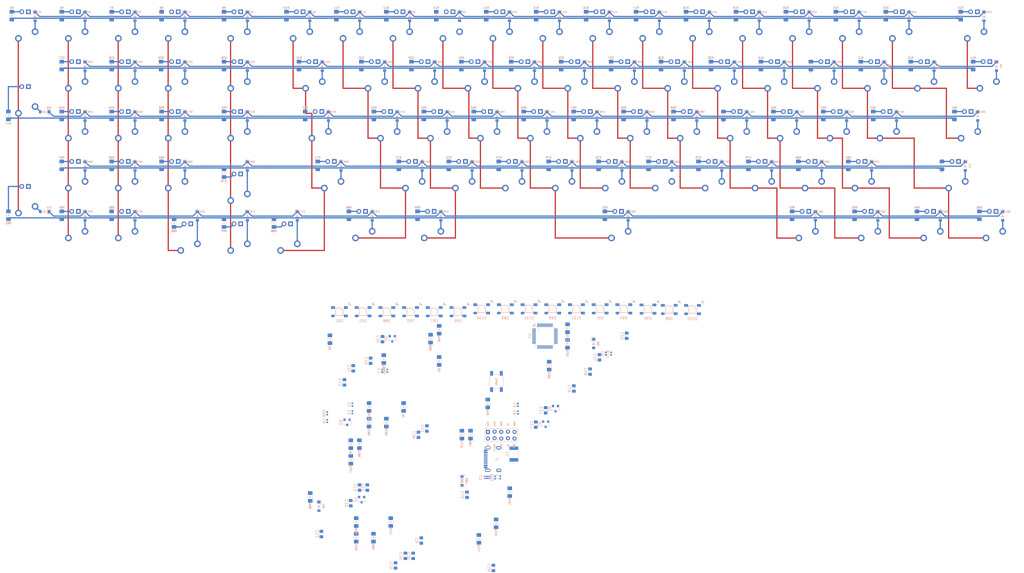
<source format=kicad_pcb>
(kicad_pcb (version 20200628) (host pcbnew "(5.99.0-2281-g2f31bf278)")
  (layers (0 "F.Cu" signal) (31 "B.Cu" signal) (34 "B.Paste" user) (35 "F.Paste" user) (36 "B.SilkS" user) (37 "F.SilkS" user) (38 "B.Mask" user) (39 "F.Mask" user) (44 "Edge.Cuts" user))
  (net 0 "")
  (net 1 "GND")
  (net 2 "3V3")
  (net 3 "BOOT0")
  (net 4 "nRST")
  (net 5 "5V")
  (net 6 "Net-(C13-Pad1)")
  (net 7 "Net-(C15-Pad1)")
  (net 8 "Net-(C16-Pad1)")
  (net 9 "Net-(C17-Pad1)")
  (net 10 "Net-(C18-Pad1)")
  (net 11 "Net-(C19-Pad1)")
  (net 12 "Net-(C20-Pad1)")
  (net 13 "Net-(C21-Pad1)")
  (net 14 "Net-(C22-Pad1)")
  (net 15 "Net-(C23-Pad1)")
  (net 16 "Net-(C24-Pad1)")
  (net 17 "Net-(C25-Pad1)")
  (net 18 "Net-(C26-Pad1)")
  (net 19 "Net-(C27-Pad1)")
  (net 20 "Net-(C28-Pad1)")
  (net 21 "Net-(C29-Pad1)")
  (net 22 "Net-(C30-Pad1)")
  (net 23 "Row0")
  (net 24 "Net-(D1-Pad2)")
  (net 25 "Net-(D2-Pad2)")
  (net 26 "Net-(D3-Pad2)")
  (net 27 "Net-(D4-Pad2)")
  (net 28 "Net-(D5-Pad2)")
  (net 29 "Net-(D6-Pad2)")
  (net 30 "Net-(D7-Pad2)")
  (net 31 "Net-(D8-Pad2)")
  (net 32 "Net-(D9-Pad2)")
  (net 33 "Net-(D10-Pad2)")
  (net 34 "Net-(D11-Pad2)")
  (net 35 "Net-(D12-Pad2)")
  (net 36 "Net-(D13-Pad2)")
  (net 37 "Net-(D14-Pad2)")
  (net 38 "Net-(D15-Pad2)")
  (net 39 "Net-(D16-Pad2)")
  (net 40 "Net-(D17-Pad2)")
  (net 41 "Net-(D18-Pad2)")
  (net 42 "Net-(D19-Pad2)")
  (net 43 "ROW1")
  (net 44 "Net-(D20-Pad2)")
  (net 45 "Net-(D21-Pad2)")
  (net 46 "Net-(D22-Pad2)")
  (net 47 "Net-(D23-Pad2)")
  (net 48 "Net-(D24-Pad2)")
  (net 49 "Net-(D25-Pad2)")
  (net 50 "Net-(D26-Pad2)")
  (net 51 "Net-(D27-Pad2)")
  (net 52 "Net-(D28-Pad2)")
  (net 53 "Net-(D29-Pad2)")
  (net 54 "Net-(D30-Pad2)")
  (net 55 "Net-(D31-Pad2)")
  (net 56 "Net-(D32-Pad2)")
  (net 57 "Net-(D33-Pad2)")
  (net 58 "Net-(D34-Pad2)")
  (net 59 "Net-(D35-Pad2)")
  (net 60 "Net-(D36-Pad2)")
  (net 61 "Net-(D37-Pad2)")
  (net 62 "ROW2")
  (net 63 "Net-(D38-Pad2)")
  (net 64 "Net-(D39-Pad2)")
  (net 65 "Net-(D40-Pad2)")
  (net 66 "Net-(D41-Pad2)")
  (net 67 "Net-(D42-Pad2)")
  (net 68 "Net-(D43-Pad2)")
  (net 69 "Net-(D44-Pad2)")
  (net 70 "Net-(D45-Pad2)")
  (net 71 "Net-(D46-Pad2)")
  (net 72 "Net-(D47-Pad2)")
  (net 73 "Net-(D48-Pad2)")
  (net 74 "Net-(D49-Pad2)")
  (net 75 "Net-(D50-Pad2)")
  (net 76 "Net-(D51-Pad2)")
  (net 77 "Net-(D52-Pad2)")
  (net 78 "Net-(D53-Pad2)")
  (net 79 "Net-(D54-Pad2)")
  (net 80 "Net-(D55-Pad2)")
  (net 81 "ROW3")
  (net 82 "Net-(D56-Pad2)")
  (net 83 "Net-(D57-Pad2)")
  (net 84 "Net-(D58-Pad2)")
  (net 85 "Net-(D59-Pad2)")
  (net 86 "Net-(D60-Pad2)")
  (net 87 "Net-(D61-Pad2)")
  (net 88 "Net-(D62-Pad2)")
  (net 89 "Net-(D63-Pad2)")
  (net 90 "Net-(D64-Pad2)")
  (net 91 "Net-(D65-Pad2)")
  (net 92 "Net-(D66-Pad2)")
  (net 93 "Net-(D67-Pad2)")
  (net 94 "Net-(D68-Pad2)")
  (net 95 "Net-(D69-Pad2)")
  (net 96 "Net-(D70-Pad2)")
  (net 97 "Net-(D71-Pad2)")
  (net 98 "ROW4")
  (net 99 "Net-(D72-Pad2)")
  (net 100 "Net-(D73-Pad2)")
  (net 101 "Net-(D74-Pad2)")
  (net 102 "Net-(D75-Pad2)")
  (net 103 "Net-(D76-Pad2)")
  (net 104 "Net-(D77-Pad2)")
  (net 105 "Net-(D78-Pad2)")
  (net 106 "Net-(D79-Pad2)")
  (net 107 "Net-(D80-Pad2)")
  (net 108 "Net-(D81-Pad2)")
  (net 109 "Net-(D82-Pad2)")
  (net 110 "Net-(D83-Pad2)")
  (net 111 "Net-(D84-Pad2)")
  (net 112 "Net-(D85-Pad1)")
  (net 113 "Net-(D85-Pad2)")
  (net 114 "Net-(D88-Pad2)")
  (net 115 "RGB_5V")
  (net 116 "Net-(D89-Pad2)")
  (net 117 "Net-(D90-Pad2)")
  (net 118 "Net-(D91-Pad2)")
  (net 119 "Net-(D92-Pad2)")
  (net 120 "Net-(D93-Pad2)")
  (net 121 "Net-(D94-Pad2)")
  (net 122 "RGB8-RGB9")
  (net 123 "Net-(D96-Pad2)")
  (net 124 "Net-(D97-Pad2)")
  (net 125 "Net-(D98-Pad2)")
  (net 126 "Net-(D100-Pad4)")
  (net 127 "Net-(D100-Pad2)")
  (net 128 "Net-(D101-Pad2)")
  (net 129 "Net-(D102-Pad2)")
  (net 130 "Net-(D103-Pad2)")
  (net 131 "VBUS")
  (net 132 "Net-(J1-PadB8)")
  (net 133 "Net-(J1-PadA5)")
  (net 134 "D-")
  (net 135 "D+")
  (net 136 "Net-(J1-PadB5)")
  (net 137 "Net-(J1-PadA8)")
  (net 138 "Net-(J2-Pad7)")
  (net 139 "Net-(J2-Pad8)")
  (net 140 "Net-(J2-Pad6)")
  (net 141 "SWCLK")
  (net 142 "SWDIO")
  (net 143 "Net-(LED1-PadA)")
  (net 144 "Net-(LED2-PadA)")
  (net 145 "Net-(LED3-PadA)")
  (net 146 "Net-(LED4-PadA)")
  (net 147 "Net-(LED5-PadA)")
  (net 148 "Net-(LED6-PadA)")
  (net 149 "Net-(LED7-PadA)")
  (net 150 "Net-(LED8-PadA)")
  (net 151 "Net-(LED9-PadA)")
  (net 152 "Net-(LED10-PadA)")
  (net 153 "Net-(LED11-PadA)")
  (net 154 "Net-(LED12-PadA)")
  (net 155 "Net-(LED13-PadA)")
  (net 156 "Net-(LED14-PadA)")
  (net 157 "Net-(LED15-PadA)")
  (net 158 "Net-(LED16-PadA)")
  (net 159 "Net-(LED17-PadA)")
  (net 160 "Net-(LED18-PadA)")
  (net 161 "Net-(LED19-PadA)")
  (net 162 "Net-(LED20-PadA)")
  (net 163 "Net-(LED21-PadA)")
  (net 164 "Net-(LED22-PadA)")
  (net 165 "Net-(LED23-PadA)")
  (net 166 "Net-(LED24-PadA)")
  (net 167 "Net-(LED25-PadA)")
  (net 168 "Net-(LED26-PadA)")
  (net 169 "Net-(LED27-PadA)")
  (net 170 "Net-(LED28-PadA)")
  (net 171 "Net-(LED29-PadA)")
  (net 172 "Net-(LED30-PadA)")
  (net 173 "Net-(LED31-PadA)")
  (net 174 "Net-(LED32-PadA)")
  (net 175 "Net-(LED33-PadA)")
  (net 176 "Net-(LED34-PadA)")
  (net 177 "Net-(LED35-PadA)")
  (net 178 "Net-(LED36-PadA)")
  (net 179 "Net-(LED37-PadA)")
  (net 180 "Net-(LED38-PadA)")
  (net 181 "Net-(LED39-PadA)")
  (net 182 "Net-(LED40-PadA)")
  (net 183 "Net-(LED41-PadA)")
  (net 184 "Net-(LED42-PadA)")
  (net 185 "Net-(LED43-PadA)")
  (net 186 "Net-(LED44-PadA)")
  (net 187 "Net-(LED45-PadA)")
  (net 188 "Net-(LED46-PadA)")
  (net 189 "Net-(LED47-PadA)")
  (net 190 "Net-(LED48-PadA)")
  (net 191 "Net-(LED49-PadA)")
  (net 192 "Net-(LED50-PadA)")
  (net 193 "Net-(LED51-PadA)")
  (net 194 "Net-(LED52-PadA)")
  (net 195 "Net-(LED53-PadA)")
  (net 196 "Net-(LED54-PadA)")
  (net 197 "Net-(LED55-PadA)")
  (net 198 "Net-(LED56-PadA)")
  (net 199 "Net-(LED57-PadA)")
  (net 200 "Net-(LED58-PadA)")
  (net 201 "Net-(LED59-PadA)")
  (net 202 "Net-(LED60-PadA)")
  (net 203 "Net-(LED61-PadA)")
  (net 204 "Net-(LED62-PadA)")
  (net 205 "Net-(LED63-PadA)")
  (net 206 "Net-(LED64-PadA)")
  (net 207 "Net-(LED65-PadA)")
  (net 208 "Net-(LED66-PadA)")
  (net 209 "Net-(LED67-PadA)")
  (net 210 "Net-(LED68-PadA)")
  (net 211 "Net-(LED69-PadA)")
  (net 212 "Net-(LED70-PadA)")
  (net 213 "Net-(LED71-PadA)")
  (net 214 "Net-(LED72-PadA)")
  (net 215 "Net-(LED73-PadA)")
  (net 216 "Net-(LED74-PadA)")
  (net 217 "Net-(LED75-PadA)")
  (net 218 "Net-(LED76-PadA)")
  (net 219 "Net-(LED77-PadA)")
  (net 220 "Net-(LED78-PadA)")
  (net 221 "Net-(LED79-PadA)")
  (net 222 "Net-(LED80-PadA)")
  (net 223 "Net-(LED81-PadA)")
  (net 224 "Net-(LED82-PadA)")
  (net 225 "Net-(LED83-PadA)")
  (net 226 "Net-(LED84-PadA)")
  (net 227 "Net-(Q1-Pad3)")
  (net 228 "Net-(Q1-Pad1)")
  (net 229 "Net-(Q2-Pad3)")
  (net 230 "LED_PWM")
  (net 231 "Net-(Q3-Pad3)")
  (net 232 "RGB_3V3")
  (net 233 "Net-(Q4-Pad1)")
  (net 234 "COL0")
  (net 235 "COL1")
  (net 236 "COL2")
  (net 237 "COL3")
  (net 238 "COL4")
  (net 239 "COL5")
  (net 240 "COL6")
  (net 241 "COL7")
  (net 242 "COL8")
  (net 243 "COL9")
  (net 244 "COL10")
  (net 245 "COL11")
  (net 246 "COL12")
  (net 247 "COL13")
  (net 248 "COL14")
  (net 249 "COL15")
  (net 250 "COL16")
  (net 251 "COL17")
  (net 252 "COL18")
  (net 253 "Net-(U1-Pad46)")
  (net 254 "Net-(U1-Pad45)")
  (net 255 "Net-(U1-Pad43)")
  (net 256 "Net-(U1-Pad42)")
  (net 257 "Net-(U1-Pad41)")
  (net 258 "Net-(U1-Pad40)")
  (net 259 "Net-(U1-Pad39)")
  (net 260 "Net-(U1-Pad38)")
  (net 261 "Net-(U1-Pad31)")
  (net 262 "Net-(U1-Pad30)")
  (net 263 "Net-(U1-Pad29)")
  (net 264 "Net-(U1-Pad28)")
  (net 265 "Net-(U1-Pad27)")
  (net 266 "Net-(U1-Pad26)")
  (net 267 "Net-(U1-Pad25)")
  (net 268 "Net-(U1-Pad22)")
  (net 269 "Net-(U1-Pad21)")
  (net 270 "Net-(U1-Pad20)")
  (net 271 "Net-(U1-Pad19)")
  (net 272 "Net-(U1-Pad18)")
  (net 273 "Net-(U1-Pad17)")
  (net 274 "Net-(U1-Pad16)")
  (net 275 "Net-(U1-Pad15)")
  (net 276 "Net-(U1-Pad14)")
  (net 277 "Net-(U1-Pad13)")
  (net 278 "Net-(U1-Pad12)")
  (net 279 "Net-(U1-Pad11)")
  (net 280 "Net-(U1-Pad10)")
  (net 281 "Net-(U1-Pad6)")
  (net 282 "Net-(U1-Pad5)")
  (net 283 "Net-(U1-Pad4)")
  (net 284 "Net-(U1-Pad3)")
  (net 285 "Net-(U1-Pad2)")
  (module "acheron_Components:LED_THT_2.54mm" (layer "B.Cu") (at 176.471199 94.9325)
    (fp_text reference "LED72")
    (fp_text value "LED" hide)
    (pad "A" thru_hole circle (at -1.27 0) (size 1.778 1.778) (drill 1.016) (layers *.Cu "B.Mask") (net 214 "Net-(LED72-PadA)"))
    (pad "K" thru_hole roundrect (at 1.27 0) (size 1.778 1.778) (drill 0.9906) (layers *.Cu "B.Mask") (roundrect_rratio 0.1) (net 1 "GND"))
  )
  (module "acheron_Components:LED_THT_2.54mm" (layer "B.Cu") (at 176.471199 56.8325)
    (fp_text reference "LED38")
    (fp_text value "LED" hide)
    (pad "A" thru_hole circle (at -1.27 0) (size 1.778 1.778) (drill 1.016) (layers *.Cu "B.Mask") (net 180 "Net-(LED38-PadA)"))
    (pad "K" thru_hole roundrect (at 1.27 0) (size 1.778 1.778) (drill 0.9906) (layers *.Cu "B.Mask") (roundrect_rratio 0.1) (net 1 "GND"))
  )
  (module "acheron_MX:MX200VR" (layer "B.Cu") (at 176.471199 100.0125)
    (fp_text reference "SW72")
    (fp_text value "NUM ENTER")
    (pad "" np_thru_hole circle (at 8.255 -11.938 270) (size 3.9878 3.9878) (drill 3.9878) (layers *.Cu *.Mask))
    (pad "" np_thru_hole circle (at 8.255 11.938 270) (size 3.9878 3.9878) (drill 3.9878) (layers *.Cu *.Mask))
    (pad "" np_thru_hole circle (at -6.985 11.938 270) (size 3.048 3.048) (drill 3.048) (layers *.Cu *.Mask))
    (pad "" np_thru_hole circle (at -6.985 -11.938 270) (size 3.048 3.048) (drill 3.048) (layers *.Cu *.Mask))
    (pad "" np_thru_hole circle (at -5.08 0) (size 1.7018 1.7018) (drill 1.7018) (layers *.Cu *.Mask))
    (pad "" np_thru_hole circle (at 5.08 0) (size 1.7018 1.7018) (drill 1.7018) (layers *.Cu *.Mask))
    (pad "1" thru_hole circle (at -2.54 5.08) (size 2.54 2.54) (drill 1.524) (layers *.Cu *.Mask) (net 234 "COL0"))
    (pad "2" thru_hole circle (at 3.81 2.54) (size 2.54 2.54) (drill 1.524) (layers *.Cu *.Mask) (net 99 "Net-(D72-Pad2)"))
    (pad "" np_thru_hole circle (at 0 0) (size 3.9878 3.9878) (drill 3.9878) (layers *.Cu *.Mask))
  )
  (module "acheron_MX:MX100" (layer "B.Cu") (at 176.471199 33.3375)
    (fp_text reference "SW1")
    (fp_text value "MINUS")
    (pad "2" thru_hole circle (at 3.81 2.54 270) (size 2.54 2.54) (drill 1.525) (layers *.Cu *.Mask) (net 24 "Net-(D1-Pad2)"))
    (pad "1" thru_hole circle (at -2.54 5.08) (size 2.54 2.54) (drill 1.525) (layers *.Cu *.Mask) (net 234 "COL0"))
    (pad "" np_thru_hole circle (at -5.08 0) (size 1.7018 1.7018) (drill 1.7018) (layers *.Cu *.Mask))
    (pad "" np_thru_hole circle (at 5.08 0) (size 1.7018 1.7018) (drill 1.7018) (layers *.Cu *.Mask))
    (pad "" np_thru_hole circle (at 0 0) (size 3.9878 3.9878) (drill 3.9878) (layers *.Cu *.Mask))
  )
  (module "acheron_MX:MX200VR" (layer "B.Cu") (at 176.471199 61.9125)
    (fp_text reference "SW38")
    (fp_text value "NUM PLUS")
    (pad "" np_thru_hole circle (at 8.255 -11.938 270) (size 3.9878 3.9878) (drill 3.9878) (layers *.Cu *.Mask))
    (pad "" np_thru_hole circle (at 8.255 11.938 270) (size 3.9878 3.9878) (drill 3.9878) (layers *.Cu *.Mask))
    (pad "" np_thru_hole circle (at -6.985 11.938 270) (size 3.048 3.048) (drill 3.048) (layers *.Cu *.Mask))
    (pad "" np_thru_hole circle (at -6.985 -11.938 270) (size 3.048 3.048) (drill 3.048) (layers *.Cu *.Mask))
    (pad "" np_thru_hole circle (at -5.08 0) (size 1.7018 1.7018) (drill 1.7018) (layers *.Cu *.Mask))
    (pad "" np_thru_hole circle (at 5.08 0) (size 1.7018 1.7018) (drill 1.7018) (layers *.Cu *.Mask))
    (pad "1" thru_hole circle (at -2.54 5.08) (size 2.54 2.54) (drill 1.524) (layers *.Cu *.Mask) (net 234 "COL0"))
    (pad "2" thru_hole circle (at 3.81 2.54) (size 2.54 2.54) (drill 1.524) (layers *.Cu *.Mask) (net 63 "Net-(D38-Pad2)"))
    (pad "" np_thru_hole circle (at 0 0) (size 3.9878 3.9878) (drill 3.9878) (layers *.Cu *.Mask))
  )
  (module "acheron_MX:MX200R" (layer "B.Cu") (at 538.421199 33.3375)
    (fp_text reference "SW19")
    (fp_text value "BKSP")
    (pad "" np_thru_hole circle (at -11.938 8.255) (size 3.9878 3.9878) (drill 3.9878) (layers *.Cu *.Mask))
    (pad "" np_thru_hole circle (at 11.938 8.255) (size 3.9878 3.9878) (drill 3.9878) (layers *.Cu *.Mask))
    (pad "" np_thru_hole circle (at 11.938 -6.985) (size 3.048 3.048) (drill 3.048) (layers *.Cu *.Mask))
    (pad "" np_thru_hole circle (at -11.938 -6.985) (size 3.048 3.048) (drill 3.048) (layers *.Cu *.Mask))
    (pad "" np_thru_hole circle (at -5.08 0) (size 1.7018 1.7018) (drill 1.7018) (layers *.Cu *.Mask))
    (pad "" np_thru_hole circle (at 5.08 0) (size 1.7018 1.7018) (drill 1.7018) (layers *.Cu *.Mask))
    (pad "1" thru_hole circle (at -2.54 5.08) (size 2.54 2.54) (drill 1.524) (layers *.Cu *.Mask) (net 252 "COL18"))
    (pad "2" thru_hole circle (at 3.81 2.54) (size 2.54 2.54) (drill 1.524) (layers *.Cu *.Mask) (net 42 "Net-(D19-Pad2)"))
    (pad "" np_thru_hole circle (at 0 0) (size 3.9878 3.9878) (drill 3.9878) (layers *.Cu *.Mask))
  )
  (module "Package_SON:USON-10_2.5x1.0mm_P0.5mm" (layer "B.Cu") (at 352.714496 206.012424 -90)
    (fp_text reference "U3" (at 0.01829 2.5 90) (layer "B.SilkS") (effects (justify mirror)))
    (fp_text value "TPD4E05U06DQAR")
    (pad "8" smd rect (at 0.385 0) (size 0.4 0.55) (layers "B.Cu" "B.Paste" "B.Mask") (net 1 "GND"))
    (pad "10" smd rect (at 0.385 1) (size 0.3 0.55) (layers "B.Cu" "B.Paste" "B.Mask") (net 135 "D+"))
    (pad "7" smd rect (at 0.385 -0.5) (size 0.3 0.55) (layers "B.Cu" "B.Paste" "B.Mask") (net 134 "D-"))
    (pad "6" smd rect (at 0.385 -1) (size 0.3 0.55) (layers "B.Cu" "B.Paste" "B.Mask") (net 135 "D+"))
    (pad "9" smd rect (at 0.385 0.5) (size 0.3 0.55) (layers "B.Cu" "B.Paste" "B.Mask") (net 134 "D-"))
    (pad "5" smd rect (at -0.385 -1) (size 0.3 0.55) (layers "B.Cu" "B.Paste" "B.Mask") (net 135 "D+"))
    (pad "4" smd rect (at -0.385 -0.5) (size 0.3 0.55) (layers "B.Cu" "B.Paste" "B.Mask") (net 134 "D-"))
    (pad "3" smd rect (at -0.385 0) (size 0.4 0.55) (layers "B.Cu" "B.Paste" "B.Mask") (net 1 "GND"))
    (pad "2" smd rect (at -0.385 0.5) (size 0.3 0.55) (layers "B.Cu" "B.Paste" "B.Mask") (net 134 "D-"))
    (pad "1" smd rect (at -0.385 1) (size 0.3 0.55) (layers "B.Cu" "B.Paste" "B.Mask") (net 135 "D+"))
  )
  (module "Package_TO_SOT_SMD:SOT-23" (layer "B.Cu") (at 304.843997 214.509701 -90)
    (fp_text reference "U2" (at 0 2.5 90) (layer "B.SilkS") (effects (justify mirror)))
    (fp_text value "MCP1700-3302E_SOT23")
    (pad "3" smd rect (at 1 0 270) (size 0.9 0.8) (layers "B.Cu" "B.Paste" "B.Mask") (net 5 "5V"))
    (pad "2" smd rect (at -1 -0.95 270) (size 0.9 0.8) (layers "B.Cu" "B.Paste" "B.Mask") (net 2 "3V3"))
    (pad "1" smd rect (at -1 0.95 270) (size 0.9 0.8) (layers "B.Cu" "B.Paste" "B.Mask") (net 1 "GND"))
  )
  (module "acheron_Components:LQFP-48_7x7mm_P0.5mm" (layer "B.Cu") (at 374.756099 152.078225 -90)
    (fp_text reference "U1" (at 0 5.85 90) (layer "B.SilkS") (effects (justify mirror)))
    (fp_text value "STM32F072-LQFP48")
    (pad "48" smd roundrect (at -2.75 4.1625 270) (size 0.3 1.475) (layers "B.Cu" "B.Paste" "B.Mask") (roundrect_rratio 0.5) (net 2 "3V3"))
    (pad "47" smd roundrect (at -2.25 4.1625 270) (size 0.3 1.475) (layers "B.Cu" "B.Paste" "B.Mask") (roundrect_rratio 0.5) (net 1 "GND"))
    (pad "46" smd roundrect (at -1.75 4.1625 270) (size 0.3 1.475) (layers "B.Cu" "B.Paste" "B.Mask") (roundrect_rratio 0.5) (net 253 "Net-(U1-Pad46)"))
    (pad "45" smd roundrect (at -1.25 4.1625 270) (size 0.3 1.475) (layers "B.Cu" "B.Paste" "B.Mask") (roundrect_rratio 0.5) (net 254 "Net-(U1-Pad45)"))
    (pad "44" smd roundrect (at -0.75 4.1625 270) (size 0.3 1.475) (layers "B.Cu" "B.Paste" "B.Mask") (roundrect_rratio 0.5) (net 3 "BOOT0"))
    (pad "43" smd roundrect (at -0.25 4.1625 270) (size 0.3 1.475) (layers "B.Cu" "B.Paste" "B.Mask") (roundrect_rratio 0.5) (net 255 "Net-(U1-Pad43)"))
    (pad "42" smd roundrect (at 0.25 4.1625 270) (size 0.3 1.475) (layers "B.Cu" "B.Paste" "B.Mask") (roundrect_rratio 0.5) (net 256 "Net-(U1-Pad42)"))
    (pad "41" smd roundrect (at 0.75 4.1625 270) (size 0.3 1.475) (layers "B.Cu" "B.Paste" "B.Mask") (roundrect_rratio 0.5) (net 257 "Net-(U1-Pad41)"))
    (pad "40" smd roundrect (at 1.25 4.1625 270) (size 0.3 1.475) (layers "B.Cu" "B.Paste" "B.Mask") (roundrect_rratio 0.5) (net 258 "Net-(U1-Pad40)"))
    (pad "39" smd roundrect (at 1.75 4.1625 270) (size 0.3 1.475) (layers "B.Cu" "B.Paste" "B.Mask") (roundrect_rratio 0.5) (net 259 "Net-(U1-Pad39)"))
    (pad "38" smd roundrect (at 2.25 4.1625 270) (size 0.3 1.475) (layers "B.Cu" "B.Paste" "B.Mask") (roundrect_rratio 0.5) (net 260 "Net-(U1-Pad38)"))
    (pad "37" smd roundrect (at 2.75 4.1625 270) (size 0.3 1.475) (layers "B.Cu" "B.Paste" "B.Mask") (roundrect_rratio 0.5) (net 141 "SWCLK"))
    (pad "36" smd roundrect (at 4.1625 2.75 270) (size 1.475 0.3) (layers "B.Cu" "B.Paste" "B.Mask") (roundrect_rratio 0.5) (net 2 "3V3"))
    (pad "35" smd roundrect (at 4.1625 2.25 270) (size 1.475 0.3) (layers "B.Cu" "B.Paste" "B.Mask") (roundrect_rratio 0.5) (net 1 "GND"))
    (pad "34" smd roundrect (at 4.1625 1.75 270) (size 1.475 0.3) (layers "B.Cu" "B.Paste" "B.Mask") (roundrect_rratio 0.5) (net 142 "SWDIO"))
    (pad "33" smd roundrect (at 4.1625 1.25 270) (size 1.475 0.3) (layers "B.Cu" "B.Paste" "B.Mask") (roundrect_rratio 0.5) (net 135 "D+"))
    (pad "32" smd roundrect (at 4.1625 0.75 270) (size 1.475 0.3) (layers "B.Cu" "B.Paste" "B.Mask") (roundrect_rratio 0.5) (net 134 "D-"))
    (pad "31" smd roundrect (at 4.1625 0.25 270) (size 1.475 0.3) (layers "B.Cu" "B.Paste" "B.Mask") (roundrect_rratio 0.5) (net 261 "Net-(U1-Pad31)"))
    (pad "30" smd roundrect (at 4.1625 -0.25 270) (size 1.475 0.3) (layers "B.Cu" "B.Paste" "B.Mask") (roundrect_rratio 0.5) (net 262 "Net-(U1-Pad30)"))
    (pad "29" smd roundrect (at 4.1625 -0.75 270) (size 1.475 0.3) (layers "B.Cu" "B.Paste" "B.Mask") (roundrect_rratio 0.5) (net 263 "Net-(U1-Pad29)"))
    (pad "28" smd roundrect (at 4.1625 -1.25 270) (size 1.475 0.3) (layers "B.Cu" "B.Paste" "B.Mask") (roundrect_rratio 0.5) (net 264 "Net-(U1-Pad28)"))
    (pad "27" smd roundrect (at 4.1625 -1.75 270) (size 1.475 0.3) (layers "B.Cu" "B.Paste" "B.Mask") (roundrect_rratio 0.5) (net 265 "Net-(U1-Pad27)"))
    (pad "26" smd roundrect (at 4.1625 -2.25 270) (size 1.475 0.3) (layers "B.Cu" "B.Paste" "B.Mask") (roundrect_rratio 0.5) (net 266 "Net-(U1-Pad26)"))
    (pad "25" smd roundrect (at 4.1625 -2.75 270) (size 1.475 0.3) (layers "B.Cu" "B.Paste" "B.Mask") (roundrect_rratio 0.5) (net 267 "Net-(U1-Pad25)"))
    (pad "24" smd roundrect (at 2.75 -4.1625 270) (size 0.3 1.475) (layers "B.Cu" "B.Paste" "B.Mask") (roundrect_rratio 0.5) (net 2 "3V3"))
    (pad "23" smd roundrect (at 2.25 -4.1625 270) (size 0.3 1.475) (layers "B.Cu" "B.Paste" "B.Mask") (roundrect_rratio 0.5) (net 1 "GND"))
    (pad "22" smd roundrect (at 1.75 -4.1625 270) (size 0.3 1.475) (layers "B.Cu" "B.Paste" "B.Mask") (roundrect_rratio 0.5) (net 268 "Net-(U1-Pad22)"))
    (pad "21" smd roundrect (at 1.25 -4.1625 270) (size 0.3 1.475) (layers "B.Cu" "B.Paste" "B.Mask") (roundrect_rratio 0.5) (net 269 "Net-(U1-Pad21)"))
    (pad "20" smd roundrect (at 0.75 -4.1625 270) (size 0.3 1.475) (layers "B.Cu" "B.Paste" "B.Mask") (roundrect_rratio 0.5) (net 270 "Net-(U1-Pad20)"))
    (pad "19" smd roundrect (at 0.25 -4.1625 270) (size 0.3 1.475) (layers "B.Cu" "B.Paste" "B.Mask") (roundrect_rratio 0.5) (net 271 "Net-(U1-Pad19)"))
    (pad "18" smd roundrect (at -0.25 -4.1625 270) (size 0.3 1.475) (layers "B.Cu" "B.Paste" "B.Mask") (roundrect_rratio 0.5) (net 272 "Net-(U1-Pad18)"))
    (pad "17" smd roundrect (at -0.75 -4.1625 270) (size 0.3 1.475) (layers "B.Cu" "B.Paste" "B.Mask") (roundrect_rratio 0.5) (net 273 "Net-(U1-Pad17)"))
    (pad "16" smd roundrect (at -1.25 -4.1625 270) (size 0.3 1.475) (layers "B.Cu" "B.Paste" "B.Mask") (roundrect_rratio 0.5) (net 274 "Net-(U1-Pad16)"))
    (pad "15" smd roundrect (at -1.75 -4.1625 270) (size 0.3 1.475) (layers "B.Cu" "B.Paste" "B.Mask") (roundrect_rratio 0.5) (net 275 "Net-(U1-Pad15)"))
    (pad "14" smd roundrect (at -2.25 -4.1625 270) (size 0.3 1.475) (layers "B.Cu" "B.Paste" "B.Mask") (roundrect_rratio 0.5) (net 276 "Net-(U1-Pad14)"))
    (pad "13" smd roundrect (at -2.75 -4.1625 270) (size 0.3 1.475) (layers "B.Cu" "B.Paste" "B.Mask") (roundrect_rratio 0.5) (net 277 "Net-(U1-Pad13)"))
    (pad "12" smd roundrect (at -4.1625 -2.75 270) (size 1.475 0.3) (layers "B.Cu" "B.Paste" "B.Mask") (roundrect_rratio 0.5) (net 278 "Net-(U1-Pad12)"))
    (pad "11" smd roundrect (at -4.1625 -2.25 270) (size 1.475 0.3) (layers "B.Cu" "B.Paste" "B.Mask") (roundrect_rratio 0.5) (net 279 "Net-(U1-Pad11)"))
    (pad "10" smd roundrect (at -4.1625 -1.75 270) (size 1.475 0.3) (layers "B.Cu" "B.Paste" "B.Mask") (roundrect_rratio 0.5) (net 280 "Net-(U1-Pad10)"))
    (pad "9" smd roundrect (at -4.1625 -1.25 270) (size 1.475 0.3) (layers "B.Cu" "B.Paste" "B.Mask") (roundrect_rratio 0.5) (net 2 "3V3"))
    (pad "8" smd roundrect (at -4.1625 -0.75 270) (size 1.475 0.3) (layers "B.Cu" "B.Paste" "B.Mask") (roundrect_rratio 0.5) (net 1 "GND"))
    (pad "7" smd roundrect (at -4.1625 -0.25 270) (size 1.475 0.3) (layers "B.Cu" "B.Paste" "B.Mask") (roundrect_rratio 0.5) (net 4 "nRST"))
    (pad "6" smd roundrect (at -4.1625 0.25 270) (size 1.475 0.3) (layers "B.Cu" "B.Paste" "B.Mask") (roundrect_rratio 0.5) (net 281 "Net-(U1-Pad6)"))
    (pad "5" smd roundrect (at -4.1625 0.75 270) (size 1.475 0.3) (layers "B.Cu" "B.Paste" "B.Mask") (roundrect_rratio 0.5) (net 282 "Net-(U1-Pad5)"))
    (pad "4" smd roundrect (at -4.1625 1.25 270) (size 1.475 0.3) (layers "B.Cu" "B.Paste" "B.Mask") (roundrect_rratio 0.5) (net 283 "Net-(U1-Pad4)"))
    (pad "3" smd roundrect (at -4.1625 1.75 270) (size 1.475 0.3) (layers "B.Cu" "B.Paste" "B.Mask") (roundrect_rratio 0.5) (net 284 "Net-(U1-Pad3)"))
    (pad "2" smd roundrect (at -4.1625 2.25 270) (size 1.475 0.3) (layers "B.Cu" "B.Paste" "B.Mask") (roundrect_rratio 0.5) (net 285 "Net-(U1-Pad2)"))
    (pad "1" smd rect (at -4.1625 2.75 270) (size 1.475 0.3) (layers "B.Cu" "B.Paste" "B.Mask") (net 2 "3V3"))
  )
  (module "acheron_Hardware:K2-1187SQ-A4SW-06" (layer "B.Cu") (at 356.264899 169.401025 -90)
    (fp_text reference "SW85" (at 0.1 0 -90) (layer "B.SilkS") (effects (font (size 0.7 0.7)) (justify mirror)))
    (fp_text value "K2-1187SQ-A4SW-06")
    (pad "1" smd rect (at -3.1 1.85 270) (size 1.8 1.1) (layers "B.Cu" "B.Paste" "B.Mask") (net 2 "3V3"))
    (pad "1" smd rect (at 3.1 1.85 270) (size 1.8 1.1) (layers "B.Cu" "B.Paste" "B.Mask") (net 2 "3V3"))
    (pad "2" smd rect (at -3.1 -1.85 270) (size 1.8 1.1) (layers "B.Cu" "B.Paste" "B.Mask") (net 113 "Net-(D85-Pad2)"))
    (pad "2" smd rect (at 3.1 -1.85 270) (size 1.8 1.1) (layers "B.Cu" "B.Paste" "B.Mask") (net 113 "Net-(D85-Pad2)"))
  )
  (module "acheron_MX:MX125" (layer "B.Cu") (at 545.564949 109.5375)
    (fp_text reference "SW84")
    (fp_text value "RCRTL")
    (pad "" np_thru_hole circle (at -5.08 0) (size 1.7018 1.7018) (drill 1.7018) (layers *.Cu *.Mask))
    (pad "" np_thru_hole circle (at 5.08 0) (size 1.7018 1.7018) (drill 1.7018) (layers *.Cu *.Mask))
    (pad "1" thru_hole circle (at -2.54 5.08) (size 2.54 2.54) (drill 1.524) (layers *.Cu *.Mask) (net 250 "COL16"))
    (pad "2" thru_hole circle (at 3.81 2.54) (size 2.54 2.54) (drill 1.524) (layers *.Cu *.Mask) (net 111 "Net-(D84-Pad2)"))
    (pad "" np_thru_hole circle (at 0 0) (size 3.9878 3.9878) (drill 3.9878) (layers *.Cu *.Mask))
  )
  (module "acheron_MX:MX125" (layer "B.Cu") (at 521.752449 109.5375)
    (fp_text reference "SW83")
    (fp_text value "FN")
    (pad "" np_thru_hole circle (at -5.08 0) (size 1.7018 1.7018) (drill 1.7018) (layers *.Cu *.Mask))
    (pad "" np_thru_hole circle (at 5.08 0) (size 1.7018 1.7018) (drill 1.7018) (layers *.Cu *.Mask))
    (pad "1" thru_hole circle (at -2.54 5.08) (size 2.54 2.54) (drill 1.524) (layers *.Cu *.Mask) (net 249 "COL15"))
    (pad "2" thru_hole circle (at 3.81 2.54) (size 2.54 2.54) (drill 1.524) (layers *.Cu *.Mask) (net 110 "Net-(D83-Pad2)"))
    (pad "" np_thru_hole circle (at 0 0) (size 3.9878 3.9878) (drill 3.9878) (layers *.Cu *.Mask))
  )
  (module "acheron_MX:MX125" (layer "B.Cu") (at 497.939949 109.5375)
    (fp_text reference "SW82")
    (fp_text value "MENU")
    (pad "" np_thru_hole circle (at -5.08 0) (size 1.7018 1.7018) (drill 1.7018) (layers *.Cu *.Mask))
    (pad "" np_thru_hole circle (at 5.08 0) (size 1.7018 1.7018) (drill 1.7018) (layers *.Cu *.Mask))
    (pad "1" thru_hole circle (at -2.54 5.08) (size 2.54 2.54) (drill 1.524) (layers *.Cu *.Mask) (net 248 "COL14"))
    (pad "2" thru_hole circle (at 3.81 2.54) (size 2.54 2.54) (drill 1.524) (layers *.Cu *.Mask) (net 109 "Net-(D82-Pad2)"))
    (pad "" np_thru_hole circle (at 0 0) (size 3.9878 3.9878) (drill 3.9878) (layers *.Cu *.Mask))
  )
  (module "acheron_MX:MX125" (layer "B.Cu") (at 474.127449 109.5375)
    (fp_text reference "SW81")
    (fp_text value "RALT")
    (pad "" np_thru_hole circle (at -5.08 0) (size 1.7018 1.7018) (drill 1.7018) (layers *.Cu *.Mask))
    (pad "" np_thru_hole circle (at 5.08 0) (size 1.7018 1.7018) (drill 1.7018) (layers *.Cu *.Mask))
    (pad "1" thru_hole circle (at -2.54 5.08) (size 2.54 2.54) (drill 1.524) (layers *.Cu *.Mask) (net 247 "COL13"))
    (pad "2" thru_hole circle (at 3.81 2.54) (size 2.54 2.54) (drill 1.524) (layers *.Cu *.Mask) (net 108 "Net-(D81-Pad2)"))
    (pad "" np_thru_hole circle (at 0 0) (size 3.9878 3.9878) (drill 3.9878) (layers *.Cu *.Mask))
  )
  (module "acheron_MX:MX625" (layer "B.Cu") (at 402.689949 109.5375)
    (fp_text reference "SW80")
    (fp_text value "SPACE")
    (pad "" np_thru_hole circle (at 50.038 -8.255 180) (size 3.9878 3.9878) (drill 3.9878) (layers *.Cu *.Mask))
    (pad "" np_thru_hole circle (at -50.038 -8.255 180) (size 3.9878 3.9878) (drill 3.9878) (layers *.Cu *.Mask))
    (pad "" np_thru_hole circle (at -50.038 6.985 180) (size 3.048 3.048) (drill 3.048) (layers *.Cu *.Mask))
    (pad "" np_thru_hole circle (at 50.038 6.985 180) (size 3.048 3.048) (drill 3.048) (layers *.Cu *.Mask))
    (pad "" np_thru_hole circle (at -5.08 0) (size 1.7018 1.7018) (drill 1.7018) (layers *.Cu *.Mask))
    (pad "" np_thru_hole circle (at 5.08 0) (size 1.7018 1.7018) (drill 1.7018) (layers *.Cu *.Mask))
    (pad "1" thru_hole circle (at -2.54 5.08) (size 2.54 2.54) (drill 1.524) (layers *.Cu *.Mask) (net 243 "COL9"))
    (pad "2" thru_hole circle (at 3.81 2.54) (size 2.54 2.54) (drill 1.524) (layers *.Cu *.Mask) (net 107 "Net-(D80-Pad2)"))
    (pad "" np_thru_hole circle (at 0 0) (size 3.9878 3.9878) (drill 3.9878) (layers *.Cu *.Mask))
  )
  (module "acheron_MX:MX125" (layer "B.Cu") (at 331.252449 109.5375)
    (fp_text reference "SW79")
    (fp_text value "LALT")
    (pad "" np_thru_hole circle (at -5.08 0) (size 1.7018 1.7018) (drill 1.7018) (layers *.Cu *.Mask))
    (pad "" np_thru_hole circle (at 5.08 0) (size 1.7018 1.7018) (drill 1.7018) (layers *.Cu *.Mask))
    (pad "1" thru_hole circle (at -2.54 5.08) (size 2.54 2.54) (drill 1.524) (layers *.Cu *.Mask) (net 241 "COL7"))
    (pad "2" thru_hole circle (at 3.81 2.54) (size 2.54 2.54) (drill 1.524) (layers *.Cu *.Mask) (net 106 "Net-(D79-Pad2)"))
    (pad "" np_thru_hole circle (at 0 0) (size 3.9878 3.9878) (drill 3.9878) (layers *.Cu *.Mask))
  )
  (module "acheron_MX:MX150" (layer "B.Cu") (at 305.058699 109.5375)
    (fp_text reference "SW78")
    (fp_text value "LCTRL")
    (pad "" np_thru_hole circle (at -5.08 0) (size 1.7018 1.7018) (drill 1.7018) (layers *.Cu *.Mask))
    (pad "" np_thru_hole circle (at 5.08 0) (size 1.7018 1.7018) (drill 1.7018) (layers *.Cu *.Mask))
    (pad "1" thru_hole circle (at -2.54 5.08) (size 2.54 2.54) (drill 1.524) (layers *.Cu *.Mask) (net 240 "COL6"))
    (pad "2" thru_hole circle (at 3.81 2.54) (size 2.54 2.54) (drill 1.524) (layers *.Cu *.Mask) (net 105 "Net-(D78-Pad2)"))
    (pad "" np_thru_hole circle (at 0 0) (size 3.9878 3.9878) (drill 3.9878) (layers *.Cu *.Mask))
  )
  (module "acheron_MX:MX100" (layer "B.Cu") (at 276.483699 114.3)
    (fp_text reference "SW77")
    (fp_text value "RIGHT")
    (pad "2" thru_hole circle (at 3.81 2.54 270) (size 2.54 2.54) (drill 1.525) (layers *.Cu *.Mask) (net 104 "Net-(D77-Pad2)"))
    (pad "1" thru_hole circle (at -2.54 5.08) (size 2.54 2.54) (drill 1.525) (layers *.Cu *.Mask) (net 239 "COL5"))
    (pad "" np_thru_hole circle (at -5.08 0) (size 1.7018 1.7018) (drill 1.7018) (layers *.Cu *.Mask))
    (pad "" np_thru_hole circle (at 5.08 0) (size 1.7018 1.7018) (drill 1.7018) (layers *.Cu *.Mask))
    (pad "" np_thru_hole circle (at 0 0) (size 3.9878 3.9878) (drill 3.9878) (layers *.Cu *.Mask))
  )
  (module "acheron_MX:MX100" (layer "B.Cu") (at 257.433699 114.3)
    (fp_text reference "SW76")
    (fp_text value "DOWN")
    (pad "2" thru_hole circle (at 3.81 2.54 270) (size 2.54 2.54) (drill 1.525) (layers *.Cu *.Mask) (net 103 "Net-(D76-Pad2)"))
    (pad "1" thru_hole circle (at -2.54 5.08) (size 2.54 2.54) (drill 1.525) (layers *.Cu *.Mask) (net 238 "COL4"))
    (pad "" np_thru_hole circle (at -5.08 0) (size 1.7018 1.7018) (drill 1.7018) (layers *.Cu *.Mask))
    (pad "" np_thru_hole circle (at 5.08 0) (size 1.7018 1.7018) (drill 1.7018) (layers *.Cu *.Mask))
    (pad "" np_thru_hole circle (at 0 0) (size 3.9878 3.9878) (drill 3.9878) (layers *.Cu *.Mask))
  )
  (module "acheron_MX:MX100" (layer "B.Cu") (at 238.383699 114.3)
    (fp_text reference "SW75")
    (fp_text value "LEFT")
    (pad "2" thru_hole circle (at 3.81 2.54 270) (size 2.54 2.54) (drill 1.525) (layers *.Cu *.Mask) (net 102 "Net-(D75-Pad2)"))
    (pad "1" thru_hole circle (at -2.54 5.08) (size 2.54 2.54) (drill 1.525) (layers *.Cu *.Mask) (net 237 "COL3"))
    (pad "" np_thru_hole circle (at -5.08 0) (size 1.7018 1.7018) (drill 1.7018) (layers *.Cu *.Mask))
    (pad "" np_thru_hole circle (at 5.08 0) (size 1.7018 1.7018) (drill 1.7018) (layers *.Cu *.Mask))
    (pad "" np_thru_hole circle (at 0 0) (size 3.9878 3.9878) (drill 3.9878) (layers *.Cu *.Mask))
  )
  (module "acheron_MX:MX100" (layer "B.Cu") (at 214.571199 109.5375)
    (fp_text reference "SW74")
    (fp_text value "NUM 0")
    (pad "2" thru_hole circle (at 3.81 2.54 270) (size 2.54 2.54) (drill 1.525) (layers *.Cu *.Mask) (net 101 "Net-(D74-Pad2)"))
    (pad "1" thru_hole circle (at -2.54 5.08) (size 2.54 2.54) (drill 1.525) (layers *.Cu *.Mask) (net 236 "COL2"))
    (pad "" np_thru_hole circle (at -5.08 0) (size 1.7018 1.7018) (drill 1.7018) (layers *.Cu *.Mask))
    (pad "" np_thru_hole circle (at 5.08 0) (size 1.7018 1.7018) (drill 1.7018) (layers *.Cu *.Mask))
    (pad "" np_thru_hole circle (at 0 0) (size 3.9878 3.9878) (drill 3.9878) (layers *.Cu *.Mask))
  )
  (module "acheron_MX:MX100" (layer "B.Cu") (at 195.521199 109.5375)
    (fp_text reference "SW73")
    (fp_text value "NUM PERIOD")
    (pad "2" thru_hole circle (at 3.81 2.54 270) (size 2.54 2.54) (drill 1.525) (layers *.Cu *.Mask) (net 100 "Net-(D73-Pad2)"))
    (pad "1" thru_hole circle (at -2.54 5.08) (size 2.54 2.54) (drill 1.525) (layers *.Cu *.Mask) (net 235 "COL1"))
    (pad "" np_thru_hole circle (at -5.08 0) (size 1.7018 1.7018) (drill 1.7018) (layers *.Cu *.Mask))
    (pad "" np_thru_hole circle (at 5.08 0) (size 1.7018 1.7018) (drill 1.7018) (layers *.Cu *.Mask))
    (pad "" np_thru_hole circle (at 0 0) (size 3.9878 3.9878) (drill 3.9878) (layers *.Cu *.Mask))
  )
  (module "acheron_MX:MX275R" (layer "B.Cu") (at 531.277449 90.4875)
    (fp_text reference "SW71")
    (fp_text value "RSHIFT")
    (pad "" np_thru_hole circle (at 11.938 8.255 180) (size 3.9878 3.9878) (drill 3.9878) (layers *.Cu *.Mask))
    (pad "" np_thru_hole circle (at -11.938 8.255 180) (size 3.9878 3.9878) (drill 3.9878) (layers *.Cu *.Mask))
    (pad "" np_thru_hole circle (at -11.938 -6.985 180) (size 3.048 3.048) (drill 3.048) (layers *.Cu *.Mask))
    (pad "" np_thru_hole circle (at 11.938 -6.985 180) (size 3.048 3.048) (drill 3.048) (layers *.Cu *.Mask))
    (pad "" np_thru_hole circle (at -5.08 0) (size 1.7018 1.7018) (drill 1.7018) (layers *.Cu *.Mask))
    (pad "" np_thru_hole circle (at 5.08 0) (size 1.7018 1.7018) (drill 1.7018) (layers *.Cu *.Mask))
    (pad "1" thru_hole circle (at -2.54 5.08) (size 2.54 2.54) (drill 1.524) (layers *.Cu *.Mask) (net 250 "COL16"))
    (pad "2" thru_hole circle (at 3.81 2.54) (size 2.54 2.54) (drill 1.524) (layers *.Cu *.Mask) (net 97 "Net-(D71-Pad2)"))
    (pad "" np_thru_hole circle (at 0 0) (size 3.9878 3.9878) (drill 3.9878) (layers *.Cu *.Mask))
  )
  (module "acheron_MX:MX100" (layer "B.Cu") (at 495.558699 90.4875)
    (fp_text reference "SW70")
    (fp_text value "FSLASH")
    (pad "2" thru_hole circle (at 3.81 2.54 270) (size 2.54 2.54) (drill 1.525) (layers *.Cu *.Mask) (net 96 "Net-(D70-Pad2)"))
    (pad "1" thru_hole circle (at -2.54 5.08) (size 2.54 2.54) (drill 1.525) (layers *.Cu *.Mask) (net 249 "COL15"))
    (pad "" np_thru_hole circle (at -5.08 0) (size 1.7018 1.7018) (drill 1.7018) (layers *.Cu *.Mask))
    (pad "" np_thru_hole circle (at 5.08 0) (size 1.7018 1.7018) (drill 1.7018) (layers *.Cu *.Mask))
    (pad "" np_thru_hole circle (at 0 0) (size 3.9878 3.9878) (drill 3.9878) (layers *.Cu *.Mask))
  )
  (module "acheron_MX:MX100" (layer "B.Cu") (at 476.508699 90.4875)
    (fp_text reference "SW69")
    (fp_text value "PERIOD")
    (pad "2" thru_hole circle (at 3.81 2.54 270) (size 2.54 2.54) (drill 1.525) (layers *.Cu *.Mask) (net 95 "Net-(D69-Pad2)"))
    (pad "1" thru_hole circle (at -2.54 5.08) (size 2.54 2.54) (drill 1.525) (layers *.Cu *.Mask) (net 248 "COL14"))
    (pad "" np_thru_hole circle (at -5.08 0) (size 1.7018 1.7018) (drill 1.7018) (layers *.Cu *.Mask))
    (pad "" np_thru_hole circle (at 5.08 0) (size 1.7018 1.7018) (drill 1.7018) (layers *.Cu *.Mask))
    (pad "" np_thru_hole circle (at 0 0) (size 3.9878 3.9878) (drill 3.9878) (layers *.Cu *.Mask))
  )
  (module "acheron_MX:MX100" (layer "B.Cu") (at 457.458699 90.4875)
    (fp_text reference "SW68")
    (fp_text value "COMMA")
    (pad "2" thru_hole circle (at 3.81 2.54 270) (size 2.54 2.54) (drill 1.525) (layers *.Cu *.Mask) (net 94 "Net-(D68-Pad2)"))
    (pad "1" thru_hole circle (at -2.54 5.08) (size 2.54 2.54) (drill 1.525) (layers *.Cu *.Mask) (net 247 "COL13"))
    (pad "" np_thru_hole circle (at -5.08 0) (size 1.7018 1.7018) (drill 1.7018) (layers *.Cu *.Mask))
    (pad "" np_thru_hole circle (at 5.08 0) (size 1.7018 1.7018) (drill 1.7018) (layers *.Cu *.Mask))
    (pad "" np_thru_hole circle (at 0 0) (size 3.9878 3.9878) (drill 3.9878) (layers *.Cu *.Mask))
  )
  (module "acheron_MX:MX100" (layer "B.Cu") (at 438.408699 90.4875)
    (fp_text reference "SW67")
    (fp_text value "M")
    (pad "2" thru_hole circle (at 3.81 2.54 270) (size 2.54 2.54) (drill 1.525) (layers *.Cu *.Mask) (net 93 "Net-(D67-Pad2)"))
    (pad "1" thru_hole circle (at -2.54 5.08) (size 2.54 2.54) (drill 1.525) (layers *.Cu *.Mask) (net 246 "COL12"))
    (pad "" np_thru_hole circle (at -5.08 0) (size 1.7018 1.7018) (drill 1.7018) (layers *.Cu *.Mask))
    (pad "" np_thru_hole circle (at 5.08 0) (size 1.7018 1.7018) (drill 1.7018) (layers *.Cu *.Mask))
    (pad "" np_thru_hole circle (at 0 0) (size 3.9878 3.9878) (drill 3.9878) (layers *.Cu *.Mask))
  )
  (module "acheron_MX:MX100" (layer "B.Cu") (at 419.358699 90.4875)
    (fp_text reference "SW66")
    (fp_text value "N")
    (pad "2" thru_hole circle (at 3.81 2.54 270) (size 2.54 2.54) (drill 1.525) (layers *.Cu *.Mask) (net 92 "Net-(D66-Pad2)"))
    (pad "1" thru_hole circle (at -2.54 5.08) (size 2.54 2.54) (drill 1.525) (layers *.Cu *.Mask) (net 245 "COL11"))
    (pad "" np_thru_hole circle (at -5.08 0) (size 1.7018 1.7018) (drill 1.7018) (layers *.Cu *.Mask))
    (pad "" np_thru_hole circle (at 5.08 0) (size 1.7018 1.7018) (drill 1.7018) (layers *.Cu *.Mask))
    (pad "" np_thru_hole circle (at 0 0) (size 3.9878 3.9878) (drill 3.9878) (layers *.Cu *.Mask))
  )
  (module "acheron_MX:MX100" (layer "B.Cu") (at 400.308699 90.4875)
    (fp_text reference "SW65")
    (fp_text value "B")
    (pad "2" thru_hole circle (at 3.81 2.54 270) (size 2.54 2.54) (drill 1.525) (layers *.Cu *.Mask) (net 91 "Net-(D65-Pad2)"))
    (pad "1" thru_hole circle (at -2.54 5.08) (size 2.54 2.54) (drill 1.525) (layers *.Cu *.Mask) (net 244 "COL10"))
    (pad "" np_thru_hole circle (at -5.08 0) (size 1.7018 1.7018) (drill 1.7018) (layers *.Cu *.Mask))
    (pad "" np_thru_hole circle (at 5.08 0) (size 1.7018 1.7018) (drill 1.7018) (layers *.Cu *.Mask))
    (pad "" np_thru_hole circle (at 0 0) (size 3.9878 3.9878) (drill 3.9878) (layers *.Cu *.Mask))
  )
  (module "acheron_MX:MX100" (layer "B.Cu") (at 381.258699 90.4875)
    (fp_text reference "SW64")
    (fp_text value "V")
    (pad "2" thru_hole circle (at 3.81 2.54 270) (size 2.54 2.54) (drill 1.525) (layers *.Cu *.Mask) (net 90 "Net-(D64-Pad2)"))
    (pad "1" thru_hole circle (at -2.54 5.08) (size 2.54 2.54) (drill 1.525) (layers *.Cu *.Mask) (net 243 "COL9"))
    (pad "" np_thru_hole circle (at -5.08 0) (size 1.7018 1.7018) (drill 1.7018) (layers *.Cu *.Mask))
    (pad "" np_thru_hole circle (at 5.08 0) (size 1.7018 1.7018) (drill 1.7018) (layers *.Cu *.Mask))
    (pad "" np_thru_hole circle (at 0 0) (size 3.9878 3.9878) (drill 3.9878) (layers *.Cu *.Mask))
  )
  (module "acheron_MX:MX100" (layer "B.Cu") (at 362.208699 90.4875)
    (fp_text reference "SW63")
    (fp_text value "C")
    (pad "2" thru_hole circle (at 3.81 2.54 270) (size 2.54 2.54) (drill 1.525) (layers *.Cu *.Mask) (net 89 "Net-(D63-Pad2)"))
    (pad "1" thru_hole circle (at -2.54 5.08) (size 2.54 2.54) (drill 1.525) (layers *.Cu *.Mask) (net 242 "COL8"))
    (pad "" np_thru_hole circle (at -5.08 0) (size 1.7018 1.7018) (drill 1.7018) (layers *.Cu *.Mask))
    (pad "" np_thru_hole circle (at 5.08 0) (size 1.7018 1.7018) (drill 1.7018) (layers *.Cu *.Mask))
    (pad "" np_thru_hole circle (at 0 0) (size 3.9878 3.9878) (drill 3.9878) (layers *.Cu *.Mask))
  )
  (module "acheron_MX:MX100" (layer "B.Cu") (at 343.158699 90.4875)
    (fp_text reference "SW62")
    (fp_text value "X")
    (pad "2" thru_hole circle (at 3.81 2.54 270) (size 2.54 2.54) (drill 1.525) (layers *.Cu *.Mask) (net 88 "Net-(D62-Pad2)"))
    (pad "1" thru_hole circle (at -2.54 5.08) (size 2.54 2.54) (drill 1.525) (layers *.Cu *.Mask) (net 241 "COL7"))
    (pad "" np_thru_hole circle (at -5.08 0) (size 1.7018 1.7018) (drill 1.7018) (layers *.Cu *.Mask))
    (pad "" np_thru_hole circle (at 5.08 0) (size 1.7018 1.7018) (drill 1.7018) (layers *.Cu *.Mask))
    (pad "" np_thru_hole circle (at 0 0) (size 3.9878 3.9878) (drill 3.9878) (layers *.Cu *.Mask))
  )
  (module "acheron_MX:MX100" (layer "B.Cu") (at 324.108699 90.4875)
    (fp_text reference "SW61")
    (fp_text value "Z")
    (pad "2" thru_hole circle (at 3.81 2.54 270) (size 2.54 2.54) (drill 1.525) (layers *.Cu *.Mask) (net 87 "Net-(D61-Pad2)"))
    (pad "1" thru_hole circle (at -2.54 5.08) (size 2.54 2.54) (drill 1.525) (layers *.Cu *.Mask) (net 240 "COL6"))
    (pad "" np_thru_hole circle (at -5.08 0) (size 1.7018 1.7018) (drill 1.7018) (layers *.Cu *.Mask))
    (pad "" np_thru_hole circle (at 5.08 0) (size 1.7018 1.7018) (drill 1.7018) (layers *.Cu *.Mask))
    (pad "" np_thru_hole circle (at 0 0) (size 3.9878 3.9878) (drill 3.9878) (layers *.Cu *.Mask))
  )
  (module "acheron_MX:MX225R" (layer "B.Cu") (at 293.152449 90.4875)
    (fp_text reference "SW60")
    (fp_text value "LSHIFT")
    (pad "" np_thru_hole circle (at 11.938 8.255 180) (size 3.9878 3.9878) (drill 3.9878) (layers *.Cu *.Mask))
    (pad "" np_thru_hole circle (at -11.938 8.255 180) (size 3.9878 3.9878) (drill 3.9878) (layers *.Cu *.Mask))
    (pad "" np_thru_hole circle (at -11.938 -6.985 180) (size 3.048 3.048) (drill 3.048) (layers *.Cu *.Mask))
    (pad "" np_thru_hole circle (at 11.938 -6.985 180) (size 3.048 3.048) (drill 3.048) (layers *.Cu *.Mask))
    (pad "" np_thru_hole circle (at -5.08 0) (size 1.7018 1.7018) (drill 1.7018) (layers *.Cu *.Mask))
    (pad "" np_thru_hole circle (at 5.08 0) (size 1.7018 1.7018) (drill 1.7018) (layers *.Cu *.Mask))
    (pad "1" thru_hole circle (at -2.54 5.08) (size 2.54 2.54) (drill 1.524) (layers *.Cu *.Mask) (net 239 "COL5"))
    (pad "2" thru_hole circle (at 3.81 2.54) (size 2.54 2.54) (drill 1.524) (layers *.Cu *.Mask) (net 86 "Net-(D60-Pad2)"))
    (pad "" np_thru_hole circle (at 0 0) (size 3.9878 3.9878) (drill 3.9878) (layers *.Cu *.Mask))
  )
  (module "acheron_MX:MX100" (layer "B.Cu") (at 257.433699 95.25)
    (fp_text reference "SW59")
    (fp_text value "UP")
    (pad "2" thru_hole circle (at 3.81 2.54 270) (size 2.54 2.54) (drill 1.525) (layers *.Cu *.Mask) (net 85 "Net-(D59-Pad2)"))
    (pad "1" thru_hole circle (at -2.54 5.08) (size 2.54 2.54) (drill 1.525) (layers *.Cu *.Mask) (net 238 "COL4"))
    (pad "" np_thru_hole circle (at -5.08 0) (size 1.7018 1.7018) (drill 1.7018) (layers *.Cu *.Mask))
    (pad "" np_thru_hole circle (at 5.08 0) (size 1.7018 1.7018) (drill 1.7018) (layers *.Cu *.Mask))
    (pad "" np_thru_hole circle (at 0 0) (size 3.9878 3.9878) (drill 3.9878) (layers *.Cu *.Mask))
  )
  (module "acheron_MX:MX100" (layer "B.Cu") (at 233.621199 90.4875)
    (fp_text reference "SW58")
    (fp_text value "NUM 3")
    (pad "2" thru_hole circle (at 3.81 2.54 270) (size 2.54 2.54) (drill 1.525) (layers *.Cu *.Mask) (net 84 "Net-(D58-Pad2)"))
    (pad "1" thru_hole circle (at -2.54 5.08) (size 2.54 2.54) (drill 1.525) (layers *.Cu *.Mask) (net 237 "COL3"))
    (pad "" np_thru_hole circle (at -5.08 0) (size 1.7018 1.7018) (drill 1.7018) (layers *.Cu *.Mask))
    (pad "" np_thru_hole circle (at 5.08 0) (size 1.7018 1.7018) (drill 1.7018) (layers *.Cu *.Mask))
    (pad "" np_thru_hole circle (at 0 0) (size 3.9878 3.9878) (drill 3.9878) (layers *.Cu *.Mask))
  )
  (module "acheron_MX:MX100" (layer "B.Cu") (at 214.571199 90.4875)
    (fp_text reference "SW57")
    (fp_text value "NUM 2")
    (pad "2" thru_hole circle (at 3.81 2.54 270) (size 2.54 2.54) (drill 1.525) (layers *.Cu *.Mask) (net 83 "Net-(D57-Pad2)"))
    (pad "1" thru_hole circle (at -2.54 5.08) (size 2.54 2.54) (drill 1.525) (layers *.Cu *.Mask) (net 236 "COL2"))
    (pad "" np_thru_hole circle (at -5.08 0) (size 1.7018 1.7018) (drill 1.7018) (layers *.Cu *.Mask))
    (pad "" np_thru_hole circle (at 5.08 0) (size 1.7018 1.7018) (drill 1.7018) (layers *.Cu *.Mask))
    (pad "" np_thru_hole circle (at 0 0) (size 3.9878 3.9878) (drill 3.9878) (layers *.Cu *.Mask))
  )
  (module "acheron_MX:MX100" (layer "B.Cu") (at 195.521199 90.4875)
    (fp_text reference "SW56")
    (fp_text value "NUM 1")
    (pad "2" thru_hole circle (at 3.81 2.54 270) (size 2.54 2.54) (drill 1.525) (layers *.Cu *.Mask) (net 82 "Net-(D56-Pad2)"))
    (pad "1" thru_hole circle (at -2.54 5.08) (size 2.54 2.54) (drill 1.525) (layers *.Cu *.Mask) (net 235 "COL1"))
    (pad "" np_thru_hole circle (at -5.08 0) (size 1.7018 1.7018) (drill 1.7018) (layers *.Cu *.Mask))
    (pad "" np_thru_hole circle (at 5.08 0) (size 1.7018 1.7018) (drill 1.7018) (layers *.Cu *.Mask))
    (pad "" np_thru_hole circle (at 0 0) (size 3.9878 3.9878) (drill 3.9878) (layers *.Cu *.Mask))
  )
  (module "acheron_MX:MX225" (layer "B.Cu") (at 536.039949 71.4375)
    (fp_text reference "SW55")
    (fp_text value "ENTER")
    (pad "" np_thru_hole circle (at -11.938 -8.255) (size 3.9878 3.9878) (drill 3.9878) (layers *.Cu *.Mask))
    (pad "" np_thru_hole circle (at 11.938 -8.255) (size 3.9878 3.9878) (drill 3.9878) (layers *.Cu *.Mask))
    (pad "" np_thru_hole circle (at 11.938 6.985) (size 3.048 3.048) (drill 3.048) (layers *.Cu *.Mask))
    (pad "" np_thru_hole circle (at -11.938 6.985) (size 3.048 3.048) (drill 3.048) (layers *.Cu *.Mask))
    (pad "" np_thru_hole circle (at -5.08 0) (size 1.7018 1.7018) (drill 1.7018) (layers *.Cu *.Mask))
    (pad "" np_thru_hole circle (at 5.08 0) (size 1.7018 1.7018) (drill 1.7018) (layers *.Cu *.Mask))
    (pad "1" thru_hole circle (at -2.54 5.08) (size 2.54 2.54) (drill 1.524) (layers *.Cu *.Mask) (net 251 "COL17"))
    (pad "2" thru_hole circle (at 3.81 2.54) (size 2.54 2.54) (drill 1.524) (layers *.Cu *.Mask) (net 80 "Net-(D55-Pad2)"))
    (pad "" np_thru_hole circle (at 0 0) (size 3.9878 3.9878) (drill 3.9878) (layers *.Cu *.Mask))
  )
  (module "acheron_MX:MX100" (layer "B.Cu") (at 505.083699 71.4375)
    (fp_text reference "SW54")
    (fp_text value "QUOTE")
    (pad "2" thru_hole circle (at 3.81 2.54 270) (size 2.54 2.54) (drill 1.525) (layers *.Cu *.Mask) (net 79 "Net-(D54-Pad2)"))
    (pad "1" thru_hole circle (at -2.54 5.08) (size 2.54 2.54) (drill 1.525) (layers *.Cu *.Mask) (net 250 "COL16"))
    (pad "" np_thru_hole circle (at -5.08 0) (size 1.7018 1.7018) (drill 1.7018) (layers *.Cu *.Mask))
    (pad "" np_thru_hole circle (at 5.08 0) (size 1.7018 1.7018) (drill 1.7018) (layers *.Cu *.Mask))
    (pad "" np_thru_hole circle (at 0 0) (size 3.9878 3.9878) (drill 3.9878) (layers *.Cu *.Mask))
  )
  (module "acheron_MX:MX100" (layer "B.Cu") (at 486.033699 71.4375)
    (fp_text reference "SW53")
    (fp_text value "COLON")
    (pad "2" thru_hole circle (at 3.81 2.54 270) (size 2.54 2.54) (drill 1.525) (layers *.Cu *.Mask) (net 78 "Net-(D53-Pad2)"))
    (pad "1" thru_hole circle (at -2.54 5.08) (size 2.54 2.54) (drill 1.525) (layers *.Cu *.Mask) (net 249 "COL15"))
    (pad "" np_thru_hole circle (at -5.08 0) (size 1.7018 1.7018) (drill 1.7018) (layers *.Cu *.Mask))
    (pad "" np_thru_hole circle (at 5.08 0) (size 1.7018 1.7018) (drill 1.7018) (layers *.Cu *.Mask))
    (pad "" np_thru_hole circle (at 0 0) (size 3.9878 3.9878) (drill 3.9878) (layers *.Cu *.Mask))
  )
  (module "acheron_MX:MX100" (layer "B.Cu") (at 466.983699 71.4375)
    (fp_text reference "SW52")
    (fp_text value "L")
    (pad "2" thru_hole circle (at 3.81 2.54 270) (size 2.54 2.54) (drill 1.525) (layers *.Cu *.Mask) (net 77 "Net-(D52-Pad2)"))
    (pad "1" thru_hole circle (at -2.54 5.08) (size 2.54 2.54) (drill 1.525) (layers *.Cu *.Mask) (net 248 "COL14"))
    (pad "" np_thru_hole circle (at -5.08 0) (size 1.7018 1.7018) (drill 1.7018) (layers *.Cu *.Mask))
    (pad "" np_thru_hole circle (at 5.08 0) (size 1.7018 1.7018) (drill 1.7018) (layers *.Cu *.Mask))
    (pad "" np_thru_hole circle (at 0 0) (size 3.9878 3.9878) (drill 3.9878) (layers *.Cu *.Mask))
  )
  (module "acheron_MX:MX100" (layer "B.Cu") (at 447.933699 71.4375)
    (fp_text reference "SW51")
    (fp_text value "K")
    (pad "2" thru_hole circle (at 3.81 2.54 270) (size 2.54 2.54) (drill 1.525) (layers *.Cu *.Mask) (net 76 "Net-(D51-Pad2)"))
    (pad "1" thru_hole circle (at -2.54 5.08) (size 2.54 2.54) (drill 1.525) (layers *.Cu *.Mask) (net 247 "COL13"))
    (pad "" np_thru_hole circle (at -5.08 0) (size 1.7018 1.7018) (drill 1.7018) (layers *.Cu *.Mask))
    (pad "" np_thru_hole circle (at 5.08 0) (size 1.7018 1.7018) (drill 1.7018) (layers *.Cu *.Mask))
    (pad "" np_thru_hole circle (at 0 0) (size 3.9878 3.9878) (drill 3.9878) (layers *.Cu *.Mask))
  )
  (module "acheron_MX:MX100" (layer "B.Cu") (at 428.883699 71.4375)
    (fp_text reference "SW50")
    (fp_text value "J")
    (pad "2" thru_hole circle (at 3.81 2.54 270) (size 2.54 2.54) (drill 1.525) (layers *.Cu *.Mask) (net 75 "Net-(D50-Pad2)"))
    (pad "1" thru_hole circle (at -2.54 5.08) (size 2.54 2.54) (drill 1.525) (layers *.Cu *.Mask) (net 246 "COL12"))
    (pad "" np_thru_hole circle (at -5.08 0) (size 1.7018 1.7018) (drill 1.7018) (layers *.Cu *.Mask))
    (pad "" np_thru_hole circle (at 5.08 0) (size 1.7018 1.7018) (drill 1.7018) (layers *.Cu *.Mask))
    (pad "" np_thru_hole circle (at 0 0) (size 3.9878 3.9878) (drill 3.9878) (layers *.Cu *.Mask))
  )
  (module "acheron_MX:MX100" (layer "B.Cu") (at 409.833699 71.4375)
    (fp_text reference "SW49")
    (fp_text value "H")
    (pad "2" thru_hole circle (at 3.81 2.54 270) (size 2.54 2.54) (drill 1.525) (layers *.Cu *.Mask) (net 74 "Net-(D49-Pad2)"))
    (pad "1" thru_hole circle (at -2.54 5.08) (size 2.54 2.54) (drill 1.525) (layers *.Cu *.Mask) (net 245 "COL11"))
    (pad "" np_thru_hole circle (at -5.08 0) (size 1.7018 1.7018) (drill 1.7018) (layers *.Cu *.Mask))
    (pad "" np_thru_hole circle (at 5.08 0) (size 1.7018 1.7018) (drill 1.7018) (layers *.Cu *.Mask))
    (pad "" np_thru_hole circle (at 0 0) (size 3.9878 3.9878) (drill 3.9878) (layers *.Cu *.Mask))
  )
  (module "acheron_MX:MX100" (layer "B.Cu") (at 390.783699 71.4375)
    (fp_text reference "SW48")
    (fp_text value "G")
    (pad "2" thru_hole circle (at 3.81 2.54 270) (size 2.54 2.54) (drill 1.525) (layers *.Cu *.Mask) (net 73 "Net-(D48-Pad2)"))
    (pad "1" thru_hole circle (at -2.54 5.08) (size 2.54 2.54) (drill 1.525) (layers *.Cu *.Mask) (net 244 "COL10"))
    (pad "" np_thru_hole circle (at -5.08 0) (size 1.7018 1.7018) (drill 1.7018) (layers *.Cu *.Mask))
    (pad "" np_thru_hole circle (at 5.08 0) (size 1.7018 1.7018) (drill 1.7018) (layers *.Cu *.Mask))
    (pad "" np_thru_hole circle (at 0 0) (size 3.9878 3.9878) (drill 3.9878) (layers *.Cu *.Mask))
  )
  (module "acheron_MX:MX100" (layer "B.Cu") (at 371.733699 71.4375)
    (fp_text reference "SW47")
    (fp_text value "F")
    (pad "2" thru_hole circle (at 3.81 2.54 270) (size 2.54 2.54) (drill 1.525) (layers *.Cu *.Mask) (net 72 "Net-(D47-Pad2)"))
    (pad "1" thru_hole circle (at -2.54 5.08) (size 2.54 2.54) (drill 1.525) (layers *.Cu *.Mask) (net 243 "COL9"))
    (pad "" np_thru_hole circle (at -5.08 0) (size 1.7018 1.7018) (drill 1.7018) (layers *.Cu *.Mask))
    (pad "" np_thru_hole circle (at 5.08 0) (size 1.7018 1.7018) (drill 1.7018) (layers *.Cu *.Mask))
    (pad "" np_thru_hole circle (at 0 0) (size 3.9878 3.9878) (drill 3.9878) (layers *.Cu *.Mask))
  )
  (module "acheron_MX:MX100" (layer "B.Cu") (at 352.683699 71.4375)
    (fp_text reference "SW46")
    (fp_text value "D")
    (pad "2" thru_hole circle (at 3.81 2.54 270) (size 2.54 2.54) (drill 1.525) (layers *.Cu *.Mask) (net 71 "Net-(D46-Pad2)"))
    (pad "1" thru_hole circle (at -2.54 5.08) (size 2.54 2.54) (drill 1.525) (layers *.Cu *.Mask) (net 242 "COL8"))
    (pad "" np_thru_hole circle (at -5.08 0) (size 1.7018 1.7018) (drill 1.7018) (layers *.Cu *.Mask))
    (pad "" np_thru_hole circle (at 5.08 0) (size 1.7018 1.7018) (drill 1.7018) (layers *.Cu *.Mask))
    (pad "" np_thru_hole circle (at 0 0) (size 3.9878 3.9878) (drill 3.9878) (layers *.Cu *.Mask))
  )
  (module "acheron_MX:MX100" (layer "B.Cu") (at 333.633699 71.4375)
    (fp_text reference "SW45")
    (fp_text value "S")
    (pad "2" thru_hole circle (at 3.81 2.54 270) (size 2.54 2.54) (drill 1.525) (layers *.Cu *.Mask) (net 70 "Net-(D45-Pad2)"))
    (pad "1" thru_hole circle (at -2.54 5.08) (size 2.54 2.54) (drill 1.525) (layers *.Cu *.Mask) (net 241 "COL7"))
    (pad "" np_thru_hole circle (at -5.08 0) (size 1.7018 1.7018) (drill 1.7018) (layers *.Cu *.Mask))
    (pad "" np_thru_hole circle (at 5.08 0) (size 1.7018 1.7018) (drill 1.7018) (layers *.Cu *.Mask))
    (pad "" np_thru_hole circle (at 0 0) (size 3.9878 3.9878) (drill 3.9878) (layers *.Cu *.Mask))
  )
  (module "acheron_MX:MX100" (layer "B.Cu") (at 314.583699 71.4375)
    (fp_text reference "SW44")
    (fp_text value "A")
    (pad "2" thru_hole circle (at 3.81 2.54 270) (size 2.54 2.54) (drill 1.525) (layers *.Cu *.Mask) (net 69 "Net-(D44-Pad2)"))
    (pad "1" thru_hole circle (at -2.54 5.08) (size 2.54 2.54) (drill 1.525) (layers *.Cu *.Mask) (net 240 "COL6"))
    (pad "" np_thru_hole circle (at -5.08 0) (size 1.7018 1.7018) (drill 1.7018) (layers *.Cu *.Mask))
    (pad "" np_thru_hole circle (at 5.08 0) (size 1.7018 1.7018) (drill 1.7018) (layers *.Cu *.Mask))
    (pad "" np_thru_hole circle (at 0 0) (size 3.9878 3.9878) (drill 3.9878) (layers *.Cu *.Mask))
  )
  (module "acheron_MX:MX175" (layer "B.Cu") (at 288.389949 71.4375)
    (fp_text reference "SW43")
    (fp_text value "CAPSLOCK")
    (pad "" np_thru_hole circle (at -5.08 0) (size 1.7018 1.7018) (drill 1.7018) (layers *.Cu *.Mask))
    (pad "" np_thru_hole circle (at 5.08 0) (size 1.7018 1.7018) (drill 1.7018) (layers *.Cu *.Mask))
    (pad "1" thru_hole circle (at -2.54 5.08) (size 2.54 2.54) (drill 1.524) (layers *.Cu *.Mask) (net 239 "COL5"))
    (pad "2" thru_hole circle (at 3.81 2.54) (size 2.54 2.54) (drill 1.524) (layers *.Cu *.Mask) (net 68 "Net-(D43-Pad2)"))
    (pad "" np_thru_hole circle (at 0 0) (size 3.9878 3.9878) (drill 3.9878) (layers *.Cu *.Mask))
  )
  (module "acheron_MX:MX100" (layer "B.Cu") (at 257.433699 71.4375)
    (fp_text reference "SW42")
    (fp_text value "DEL")
    (pad "2" thru_hole circle (at 3.81 2.54 270) (size 2.54 2.54) (drill 1.525) (layers *.Cu *.Mask) (net 67 "Net-(D42-Pad2)"))
    (pad "1" thru_hole circle (at -2.54 5.08) (size 2.54 2.54) (drill 1.525) (layers *.Cu *.Mask) (net 238 "COL4"))
    (pad "" np_thru_hole circle (at -5.08 0) (size 1.7018 1.7018) (drill 1.7018) (layers *.Cu *.Mask))
    (pad "" np_thru_hole circle (at 5.08 0) (size 1.7018 1.7018) (drill 1.7018) (layers *.Cu *.Mask))
    (pad "" np_thru_hole circle (at 0 0) (size 3.9878 3.9878) (drill 3.9878) (layers *.Cu *.Mask))
  )
  (module "acheron_MX:MX100" (layer "B.Cu") (at 233.621199 71.4375)
    (fp_text reference "SW41")
    (fp_text value "NUM 6")
    (pad "2" thru_hole circle (at 3.81 2.54 270) (size 2.54 2.54) (drill 1.525) (layers *.Cu *.Mask) (net 66 "Net-(D41-Pad2)"))
    (pad "1" thru_hole circle (at -2.54 5.08) (size 2.54 2.54) (drill 1.525) (layers *.Cu *.Mask) (net 237 "COL3"))
    (pad "" np_thru_hole circle (at -5.08 0) (size 1.7018 1.7018) (drill 1.7018) (layers *.Cu *.Mask))
    (pad "" np_thru_hole circle (at 5.08 0) (size 1.7018 1.7018) (drill 1.7018) (layers *.Cu *.Mask))
    (pad "" np_thru_hole circle (at 0 0) (size 3.9878 3.9878) (drill 3.9878) (layers *.Cu *.Mask))
  )
  (module "acheron_MX:MX100" (layer "B.Cu") (at 214.571199 71.4375)
    (fp_text reference "SW40")
    (fp_text value "NUM5")
    (pad "2" thru_hole circle (at 3.81 2.54 270) (size 2.54 2.54) (drill 1.525) (layers *.Cu *.Mask) (net 65 "Net-(D40-Pad2)"))
    (pad "1" thru_hole circle (at -2.54 5.08) (size 2.54 2.54) (drill 1.525) (layers *.Cu *.Mask) (net 236 "COL2"))
    (pad "" np_thru_hole circle (at -5.08 0) (size 1.7018 1.7018) (drill 1.7018) (layers *.Cu *.Mask))
    (pad "" np_thru_hole circle (at 5.08 0) (size 1.7018 1.7018) (drill 1.7018) (layers *.Cu *.Mask))
    (pad "" np_thru_hole circle (at 0 0) (size 3.9878 3.9878) (drill 3.9878) (layers *.Cu *.Mask))
  )
  (module "acheron_MX:MX100" (layer "B.Cu") (at 195.521199 71.4375)
    (fp_text reference "SW39")
    (fp_text value "NUM4")
    (pad "2" thru_hole circle (at 3.81 2.54 270) (size 2.54 2.54) (drill 1.525) (layers *.Cu *.Mask) (net 64 "Net-(D39-Pad2)"))
    (pad "1" thru_hole circle (at -2.54 5.08) (size 2.54 2.54) (drill 1.525) (layers *.Cu *.Mask) (net 235 "COL1"))
    (pad "" np_thru_hole circle (at -5.08 0) (size 1.7018 1.7018) (drill 1.7018) (layers *.Cu *.Mask))
    (pad "" np_thru_hole circle (at 5.08 0) (size 1.7018 1.7018) (drill 1.7018) (layers *.Cu *.Mask))
    (pad "" np_thru_hole circle (at 0 0) (size 3.9878 3.9878) (drill 3.9878) (layers *.Cu *.Mask))
  )
  (module "acheron_MX:MX150" (layer "B.Cu") (at 543.183699 52.3875)
    (fp_text reference "SW37")
    (fp_text value "BSLASH")
    (pad "" np_thru_hole circle (at -5.08 0) (size 1.7018 1.7018) (drill 1.7018) (layers *.Cu *.Mask))
    (pad "" np_thru_hole circle (at 5.08 0) (size 1.7018 1.7018) (drill 1.7018) (layers *.Cu *.Mask))
    (pad "1" thru_hole circle (at -2.54 5.08) (size 2.54 2.54) (drill 1.524) (layers *.Cu *.Mask) (net 252 "COL18"))
    (pad "2" thru_hole circle (at 3.81 2.54) (size 2.54 2.54) (drill 1.524) (layers *.Cu *.Mask) (net 61 "Net-(D37-Pad2)"))
    (pad "" np_thru_hole circle (at 0 0) (size 3.9878 3.9878) (drill 3.9878) (layers *.Cu *.Mask))
  )
  (module "acheron_MX:MX100" (layer "B.Cu") (at 519.371199 52.3875)
    (fp_text reference "SW36")
    (fp_text value "RBRKT")
    (pad "2" thru_hole circle (at 3.81 2.54 270) (size 2.54 2.54) (drill 1.525) (layers *.Cu *.Mask) (net 60 "Net-(D36-Pad2)"))
    (pad "1" thru_hole circle (at -2.54 5.08) (size 2.54 2.54) (drill 1.525) (layers *.Cu *.Mask) (net 251 "COL17"))
    (pad "" np_thru_hole circle (at -5.08 0) (size 1.7018 1.7018) (drill 1.7018) (layers *.Cu *.Mask))
    (pad "" np_thru_hole circle (at 5.08 0) (size 1.7018 1.7018) (drill 1.7018) (layers *.Cu *.Mask))
    (pad "" np_thru_hole circle (at 0 0) (size 3.9878 3.9878) (drill 3.9878) (layers *.Cu *.Mask))
  )
  (module "acheron_MX:MX100" (layer "B.Cu") (at 500.321199 52.3875)
    (fp_text reference "SW35")
    (fp_text value "LBRKT")
    (pad "2" thru_hole circle (at 3.81 2.54 270) (size 2.54 2.54) (drill 1.525) (layers *.Cu *.Mask) (net 59 "Net-(D35-Pad2)"))
    (pad "1" thru_hole circle (at -2.54 5.08) (size 2.54 2.54) (drill 1.525) (layers *.Cu *.Mask) (net 250 "COL16"))
    (pad "" np_thru_hole circle (at -5.08 0) (size 1.7018 1.7018) (drill 1.7018) (layers *.Cu *.Mask))
    (pad "" np_thru_hole circle (at 5.08 0) (size 1.7018 1.7018) (drill 1.7018) (layers *.Cu *.Mask))
    (pad "" np_thru_hole circle (at 0 0) (size 3.9878 3.9878) (drill 3.9878) (layers *.Cu *.Mask))
  )
  (module "acheron_MX:MX100" (layer "B.Cu") (at 481.271199 52.3875)
    (fp_text reference "SW34")
    (fp_text value "P")
    (pad "2" thru_hole circle (at 3.81 2.54 270) (size 2.54 2.54) (drill 1.525) (layers *.Cu *.Mask) (net 58 "Net-(D34-Pad2)"))
    (pad "1" thru_hole circle (at -2.54 5.08) (size 2.54 2.54) (drill 1.525) (layers *.Cu *.Mask) (net 249 "COL15"))
    (pad "" np_thru_hole circle (at -5.08 0) (size 1.7018 1.7018) (drill 1.7018) (layers *.Cu *.Mask))
    (pad "" np_thru_hole circle (at 5.08 0) (size 1.7018 1.7018) (drill 1.7018) (layers *.Cu *.Mask))
    (pad "" np_thru_hole circle (at 0 0) (size 3.9878 3.9878) (drill 3.9878) (layers *.Cu *.Mask))
  )
  (module "acheron_MX:MX100" (layer "B.Cu") (at 462.221199 52.3875)
    (fp_text reference "SW33")
    (fp_text value "O")
    (pad "2" thru_hole circle (at 3.81 2.54 270) (size 2.54 2.54) (drill 1.525) (layers *.Cu *.Mask) (net 57 "Net-(D33-Pad2)"))
    (pad "1" thru_hole circle (at -2.54 5.08) (size 2.54 2.54) (drill 1.525) (layers *.Cu *.Mask) (net 248 "COL14"))
    (pad "" np_thru_hole circle (at -5.08 0) (size 1.7018 1.7018) (drill 1.7018) (layers *.Cu *.Mask))
    (pad "" np_thru_hole circle (at 5.08 0) (size 1.7018 1.7018) (drill 1.7018) (layers *.Cu *.Mask))
    (pad "" np_thru_hole circle (at 0 0) (size 3.9878 3.9878) (drill 3.9878) (layers *.Cu *.Mask))
  )
  (module "acheron_MX:MX100" (layer "B.Cu") (at 443.171199 52.3875)
    (fp_text reference "SW32")
    (fp_text value "I")
    (pad "2" thru_hole circle (at 3.81 2.54 270) (size 2.54 2.54) (drill 1.525) (layers *.Cu *.Mask) (net 56 "Net-(D32-Pad2)"))
    (pad "1" thru_hole circle (at -2.54 5.08) (size 2.54 2.54) (drill 1.525) (layers *.Cu *.Mask) (net 247 "COL13"))
    (pad "" np_thru_hole circle (at -5.08 0) (size 1.7018 1.7018) (drill 1.7018) (layers *.Cu *.Mask))
    (pad "" np_thru_hole circle (at 5.08 0) (size 1.7018 1.7018) (drill 1.7018) (layers *.Cu *.Mask))
    (pad "" np_thru_hole circle (at 0 0) (size 3.9878 3.9878) (drill 3.9878) (layers *.Cu *.Mask))
  )
  (module "acheron_MX:MX100" (layer "B.Cu") (at 424.121199 52.3875)
    (fp_text reference "SW31")
    (fp_text value "U")
    (pad "2" thru_hole circle (at 3.81 2.54 270) (size 2.54 2.54) (drill 1.525) (layers *.Cu *.Mask) (net 55 "Net-(D31-Pad2)"))
    (pad "1" thru_hole circle (at -2.54 5.08) (size 2.54 2.54) (drill 1.525) (layers *.Cu *.Mask) (net 246 "COL12"))
    (pad "" np_thru_hole circle (at -5.08 0) (size 1.7018 1.7018) (drill 1.7018) (layers *.Cu *.Mask))
    (pad "" np_thru_hole circle (at 5.08 0) (size 1.7018 1.7018) (drill 1.7018) (layers *.Cu *.Mask))
    (pad "" np_thru_hole circle (at 0 0) (size 3.9878 3.9878) (drill 3.9878) (layers *.Cu *.Mask))
  )
  (module "acheron_MX:MX100" (layer "B.Cu") (at 405.071199 52.3875)
    (fp_text reference "SW30")
    (fp_text value "Y")
    (pad "2" thru_hole circle (at 3.81 2.54 270) (size 2.54 2.54) (drill 1.525) (layers *.Cu *.Mask) (net 54 "Net-(D30-Pad2)"))
    (pad "1" thru_hole circle (at -2.54 5.08) (size 2.54 2.54) (drill 1.525) (layers *.Cu *.Mask) (net 245 "COL11"))
    (pad "" np_thru_hole circle (at -5.08 0) (size 1.7018 1.7018) (drill 1.7018) (layers *.Cu *.Mask))
    (pad "" np_thru_hole circle (at 5.08 0) (size 1.7018 1.7018) (drill 1.7018) (layers *.Cu *.Mask))
    (pad "" np_thru_hole circle (at 0 0) (size 3.9878 3.9878) (drill 3.9878) (layers *.Cu *.Mask))
  )
  (module "acheron_MX:MX100" (layer "B.Cu") (at 386.021199 52.3875)
    (fp_text reference "SW29")
    (fp_text value "T")
    (pad "2" thru_hole circle (at 3.81 2.54 270) (size 2.54 2.54) (drill 1.525) (layers *.Cu *.Mask) (net 53 "Net-(D29-Pad2)"))
    (pad "1" thru_hole circle (at -2.54 5.08) (size 2.54 2.54) (drill 1.525) (layers *.Cu *.Mask) (net 244 "COL10"))
    (pad "" np_thru_hole circle (at -5.08 0) (size 1.7018 1.7018) (drill 1.7018) (layers *.Cu *.Mask))
    (pad "" np_thru_hole circle (at 5.08 0) (size 1.7018 1.7018) (drill 1.7018) (layers *.Cu *.Mask))
    (pad "" np_thru_hole circle (at 0 0) (size 3.9878 3.9878) (drill 3.9878) (layers *.Cu *.Mask))
  )
  (module "acheron_MX:MX100" (layer "B.Cu") (at 366.971199 52.3875)
    (fp_text reference "SW28")
    (fp_text value "R")
    (pad "2" thru_hole circle (at 3.81 2.54 270) (size 2.54 2.54) (drill 1.525) (layers *.Cu *.Mask) (net 52 "Net-(D28-Pad2)"))
    (pad "1" thru_hole circle (at -2.54 5.08) (size 2.54 2.54) (drill 1.525) (layers *.Cu *.Mask) (net 243 "COL9"))
    (pad "" np_thru_hole circle (at -5.08 0) (size 1.7018 1.7018) (drill 1.7018) (layers *.Cu *.Mask))
    (pad "" np_thru_hole circle (at 5.08 0) (size 1.7018 1.7018) (drill 1.7018) (layers *.Cu *.Mask))
    (pad "" np_thru_hole circle (at 0 0) (size 3.9878 3.9878) (drill 3.9878) (layers *.Cu *.Mask))
  )
  (module "acheron_MX:MX100" (layer "B.Cu") (at 347.921199 52.3875)
    (fp_text reference "SW27")
    (fp_text value "E")
    (pad "2" thru_hole circle (at 3.81 2.54 270) (size 2.54 2.54) (drill 1.525) (layers *.Cu *.Mask) (net 51 "Net-(D27-Pad2)"))
    (pad "1" thru_hole circle (at -2.54 5.08) (size 2.54 2.54) (drill 1.525) (layers *.Cu *.Mask) (net 242 "COL8"))
    (pad "" np_thru_hole circle (at -5.08 0) (size 1.7018 1.7018) (drill 1.7018) (layers *.Cu *.Mask))
    (pad "" np_thru_hole circle (at 5.08 0) (size 1.7018 1.7018) (drill 1.7018) (layers *.Cu *.Mask))
    (pad "" np_thru_hole circle (at 0 0) (size 3.9878 3.9878) (drill 3.9878) (layers *.Cu *.Mask))
  )
  (module "acheron_MX:MX100" (layer "B.Cu") (at 328.871199 52.3875)
    (fp_text reference "SW26")
    (fp_text value "W")
    (pad "2" thru_hole circle (at 3.81 2.54 270) (size 2.54 2.54) (drill 1.525) (layers *.Cu *.Mask) (net 50 "Net-(D26-Pad2)"))
    (pad "1" thru_hole circle (at -2.54 5.08) (size 2.54 2.54) (drill 1.525) (layers *.Cu *.Mask) (net 241 "COL7"))
    (pad "" np_thru_hole circle (at -5.08 0) (size 1.7018 1.7018) (drill 1.7018) (layers *.Cu *.Mask))
    (pad "" np_thru_hole circle (at 5.08 0) (size 1.7018 1.7018) (drill 1.7018) (layers *.Cu *.Mask))
    (pad "" np_thru_hole circle (at 0 0) (size 3.9878 3.9878) (drill 3.9878) (layers *.Cu *.Mask))
  )
  (module "acheron_MX:MX100" (layer "B.Cu") (at 309.821199 52.3875)
    (fp_text reference "SW25")
    (fp_text value "Q")
    (pad "2" thru_hole circle (at 3.81 2.54 270) (size 2.54 2.54) (drill 1.525) (layers *.Cu *.Mask) (net 49 "Net-(D25-Pad2)"))
    (pad "1" thru_hole circle (at -2.54 5.08) (size 2.54 2.54) (drill 1.525) (layers *.Cu *.Mask) (net 240 "COL6"))
    (pad "" np_thru_hole circle (at -5.08 0) (size 1.7018 1.7018) (drill 1.7018) (layers *.Cu *.Mask))
    (pad "" np_thru_hole circle (at 5.08 0) (size 1.7018 1.7018) (drill 1.7018) (layers *.Cu *.Mask))
    (pad "" np_thru_hole circle (at 0 0) (size 3.9878 3.9878) (drill 3.9878) (layers *.Cu *.Mask))
  )
  (module "acheron_MX:MX150" (layer "B.Cu") (at 286.008699 52.3875)
    (fp_text reference "SW24")
    (fp_text value "TAB")
    (pad "" np_thru_hole circle (at -5.08 0) (size 1.7018 1.7018) (drill 1.7018) (layers *.Cu *.Mask))
    (pad "" np_thru_hole circle (at 5.08 0) (size 1.7018 1.7018) (drill 1.7018) (layers *.Cu *.Mask))
    (pad "1" thru_hole circle (at -2.54 5.08) (size 2.54 2.54) (drill 1.524) (layers *.Cu *.Mask) (net 239 "COL5"))
    (pad "2" thru_hole circle (at 3.81 2.54) (size 2.54 2.54) (drill 1.524) (layers *.Cu *.Mask) (net 48 "Net-(D24-Pad2)"))
    (pad "" np_thru_hole circle (at 0 0) (size 3.9878 3.9878) (drill 3.9878) (layers *.Cu *.Mask))
  )
  (module "acheron_MX:MX100" (layer "B.Cu") (at 257.433699 52.3875)
    (fp_text reference "SW23")
    (fp_text value "END")
    (pad "2" thru_hole circle (at 3.81 2.54 270) (size 2.54 2.54) (drill 1.525) (layers *.Cu *.Mask) (net 47 "Net-(D23-Pad2)"))
    (pad "1" thru_hole circle (at -2.54 5.08) (size 2.54 2.54) (drill 1.525) (layers *.Cu *.Mask) (net 238 "COL4"))
    (pad "" np_thru_hole circle (at -5.08 0) (size 1.7018 1.7018) (drill 1.7018) (layers *.Cu *.Mask))
    (pad "" np_thru_hole circle (at 5.08 0) (size 1.7018 1.7018) (drill 1.7018) (layers *.Cu *.Mask))
    (pad "" np_thru_hole circle (at 0 0) (size 3.9878 3.9878) (drill 3.9878) (layers *.Cu *.Mask))
  )
  (module "acheron_MX:MX100" (layer "B.Cu") (at 233.621199 52.3875)
    (fp_text reference "SW22")
    (fp_text value "NUM 9")
    (pad "2" thru_hole circle (at 3.81 2.54 270) (size 2.54 2.54) (drill 1.525) (layers *.Cu *.Mask) (net 46 "Net-(D22-Pad2)"))
    (pad "1" thru_hole circle (at -2.54 5.08) (size 2.54 2.54) (drill 1.525) (layers *.Cu *.Mask) (net 237 "COL3"))
    (pad "" np_thru_hole circle (at -5.08 0) (size 1.7018 1.7018) (drill 1.7018) (layers *.Cu *.Mask))
    (pad "" np_thru_hole circle (at 5.08 0) (size 1.7018 1.7018) (drill 1.7018) (layers *.Cu *.Mask))
    (pad "" np_thru_hole circle (at 0 0) (size 3.9878 3.9878) (drill 3.9878) (layers *.Cu *.Mask))
  )
  (module "acheron_MX:MX100" (layer "B.Cu") (at 214.571199 52.3875)
    (fp_text reference "SW21")
    (fp_text value "NUM 8")
    (pad "2" thru_hole circle (at 3.81 2.54 270) (size 2.54 2.54) (drill 1.525) (layers *.Cu *.Mask) (net 45 "Net-(D21-Pad2)"))
    (pad "1" thru_hole circle (at -2.54 5.08) (size 2.54 2.54) (drill 1.525) (layers *.Cu *.Mask) (net 236 "COL2"))
    (pad "" np_thru_hole circle (at -5.08 0) (size 1.7018 1.7018) (drill 1.7018) (layers *.Cu *.Mask))
    (pad "" np_thru_hole circle (at 5.08 0) (size 1.7018 1.7018) (drill 1.7018) (layers *.Cu *.Mask))
    (pad "" np_thru_hole circle (at 0 0) (size 3.9878 3.9878) (drill 3.9878) (layers *.Cu *.Mask))
  )
  (module "acheron_MX:MX100" (layer "B.Cu") (at 195.521199 52.3875)
    (fp_text reference "SW20")
    (fp_text value "NUM 7")
    (pad "2" thru_hole circle (at 3.81 2.54 270) (size 2.54 2.54) (drill 1.525) (layers *.Cu *.Mask) (net 44 "Net-(D20-Pad2)"))
    (pad "1" thru_hole circle (at -2.54 5.08) (size 2.54 2.54) (drill 1.525) (layers *.Cu *.Mask) (net 235 "COL1"))
    (pad "" np_thru_hole circle (at -5.08 0) (size 1.7018 1.7018) (drill 1.7018) (layers *.Cu *.Mask))
    (pad "" np_thru_hole circle (at 5.08 0) (size 1.7018 1.7018) (drill 1.7018) (layers *.Cu *.Mask))
    (pad "" np_thru_hole circle (at 0 0) (size 3.9878 3.9878) (drill 3.9878) (layers *.Cu *.Mask))
  )
  (module "acheron_MX:MX100" (layer "B.Cu") (at 509.846199 33.3375)
    (fp_text reference "SW18")
    (fp_text value "PLUS")
    (pad "2" thru_hole circle (at 3.81 2.54 270) (size 2.54 2.54) (drill 1.525) (layers *.Cu *.Mask) (net 41 "Net-(D18-Pad2)"))
    (pad "1" thru_hole circle (at -2.54 5.08) (size 2.54 2.54) (drill 1.525) (layers *.Cu *.Mask) (net 251 "COL17"))
    (pad "" np_thru_hole circle (at -5.08 0) (size 1.7018 1.7018) (drill 1.7018) (layers *.Cu *.Mask))
    (pad "" np_thru_hole circle (at 5.08 0) (size 1.7018 1.7018) (drill 1.7018) (layers *.Cu *.Mask))
    (pad "" np_thru_hole circle (at 0 0) (size 3.9878 3.9878) (drill 3.9878) (layers *.Cu *.Mask))
  )
  (module "acheron_MX:MX100" (layer "B.Cu") (at 490.796199 33.3375)
    (fp_text reference "SW17")
    (fp_text value "MINUS")
    (pad "2" thru_hole circle (at 3.81 2.54 270) (size 2.54 2.54) (drill 1.525) (layers *.Cu *.Mask) (net 40 "Net-(D17-Pad2)"))
    (pad "1" thru_hole circle (at -2.54 5.08) (size 2.54 2.54) (drill 1.525) (layers *.Cu *.Mask) (net 250 "COL16"))
    (pad "" np_thru_hole circle (at -5.08 0) (size 1.7018 1.7018) (drill 1.7018) (layers *.Cu *.Mask))
    (pad "" np_thru_hole circle (at 5.08 0) (size 1.7018 1.7018) (drill 1.7018) (layers *.Cu *.Mask))
    (pad "" np_thru_hole circle (at 0 0) (size 3.9878 3.9878) (drill 3.9878) (layers *.Cu *.Mask))
  )
  (module "acheron_MX:MX100" (layer "B.Cu") (at 471.746199 33.3375)
    (fp_text reference "SW16")
    (fp_text value "0")
    (pad "2" thru_hole circle (at 3.81 2.54 270) (size 2.54 2.54) (drill 1.525) (layers *.Cu *.Mask) (net 39 "Net-(D16-Pad2)"))
    (pad "1" thru_hole circle (at -2.54 5.08) (size 2.54 2.54) (drill 1.525) (layers *.Cu *.Mask) (net 249 "COL15"))
    (pad "" np_thru_hole circle (at -5.08 0) (size 1.7018 1.7018) (drill 1.7018) (layers *.Cu *.Mask))
    (pad "" np_thru_hole circle (at 5.08 0) (size 1.7018 1.7018) (drill 1.7018) (layers *.Cu *.Mask))
    (pad "" np_thru_hole circle (at 0 0) (size 3.9878 3.9878) (drill 3.9878) (layers *.Cu *.Mask))
  )
  (module "acheron_MX:MX100" (layer "B.Cu") (at 452.696199 33.3375)
    (fp_text reference "SW15")
    (fp_text value "9")
    (pad "2" thru_hole circle (at 3.81 2.54 270) (size 2.54 2.54) (drill 1.525) (layers *.Cu *.Mask) (net 38 "Net-(D15-Pad2)"))
    (pad "1" thru_hole circle (at -2.54 5.08) (size 2.54 2.54) (drill 1.525) (layers *.Cu *.Mask) (net 248 "COL14"))
    (pad "" np_thru_hole circle (at -5.08 0) (size 1.7018 1.7018) (drill 1.7018) (layers *.Cu *.Mask))
    (pad "" np_thru_hole circle (at 5.08 0) (size 1.7018 1.7018) (drill 1.7018) (layers *.Cu *.Mask))
    (pad "" np_thru_hole circle (at 0 0) (size 3.9878 3.9878) (drill 3.9878) (layers *.Cu *.Mask))
  )
  (module "acheron_MX:MX100" (layer "B.Cu") (at 433.646199 33.3375)
    (fp_text reference "SW14")
    (fp_text value "8")
    (pad "2" thru_hole circle (at 3.81 2.54 270) (size 2.54 2.54) (drill 1.525) (layers *.Cu *.Mask) (net 37 "Net-(D14-Pad2)"))
    (pad "1" thru_hole circle (at -2.54 5.08) (size 2.54 2.54) (drill 1.525) (layers *.Cu *.Mask) (net 247 "COL13"))
    (pad "" np_thru_hole circle (at -5.08 0) (size 1.7018 1.7018) (drill 1.7018) (layers *.Cu *.Mask))
    (pad "" np_thru_hole circle (at 5.08 0) (size 1.7018 1.7018) (drill 1.7018) (layers *.Cu *.Mask))
    (pad "" np_thru_hole circle (at 0 0) (size 3.9878 3.9878) (drill 3.9878) (layers *.Cu *.Mask))
  )
  (module "acheron_MX:MX100" (layer "B.Cu") (at 414.596199 33.3375)
    (fp_text reference "SW13")
    (fp_text value "7")
    (pad "2" thru_hole circle (at 3.81 2.54 270) (size 2.54 2.54) (drill 1.525) (layers *.Cu *.Mask) (net 36 "Net-(D13-Pad2)"))
    (pad "1" thru_hole circle (at -2.54 5.08) (size 2.54 2.54) (drill 1.525) (layers *.Cu *.Mask) (net 246 "COL12"))
    (pad "" np_thru_hole circle (at -5.08 0) (size 1.7018 1.7018) (drill 1.7018) (layers *.Cu *.Mask))
    (pad "" np_thru_hole circle (at 5.08 0) (size 1.7018 1.7018) (drill 1.7018) (layers *.Cu *.Mask))
    (pad "" np_thru_hole circle (at 0 0) (size 3.9878 3.9878) (drill 3.9878) (layers *.Cu *.Mask))
  )
  (module "acheron_MX:MX100" (layer "B.Cu") (at 395.546199 33.3375)
    (fp_text reference "SW12")
    (fp_text value "6")
    (pad "2" thru_hole circle (at 3.81 2.54 270) (size 2.54 2.54) (drill 1.525) (layers *.Cu *.Mask) (net 35 "Net-(D12-Pad2)"))
    (pad "1" thru_hole circle (at -2.54 5.08) (size 2.54 2.54) (drill 1.525) (layers *.Cu *.Mask) (net 245 "COL11"))
    (pad "" np_thru_hole circle (at -5.08 0) (size 1.7018 1.7018) (drill 1.7018) (layers *.Cu *.Mask))
    (pad "" np_thru_hole circle (at 5.08 0) (size 1.7018 1.7018) (drill 1.7018) (layers *.Cu *.Mask))
    (pad "" np_thru_hole circle (at 0 0) (size 3.9878 3.9878) (drill 3.9878) (layers *.Cu *.Mask))
  )
  (module "acheron_MX:MX100" (layer "B.Cu") (at 376.496199 33.3375)
    (fp_text reference "SW11")
    (fp_text value "5")
    (pad "2" thru_hole circle (at 3.81 2.54 270) (size 2.54 2.54) (drill 1.525) (layers *.Cu *.Mask) (net 34 "Net-(D11-Pad2)"))
    (pad "1" thru_hole circle (at -2.54 5.08) (size 2.54 2.54) (drill 1.525) (layers *.Cu *.Mask) (net 244 "COL10"))
    (pad "" np_thru_hole circle (at -5.08 0) (size 1.7018 1.7018) (drill 1.7018) (layers *.Cu *.Mask))
    (pad "" np_thru_hole circle (at 5.08 0) (size 1.7018 1.7018) (drill 1.7018) (layers *.Cu *.Mask))
    (pad "" np_thru_hole circle (at 0 0) (size 3.9878 3.9878) (drill 3.9878) (layers *.Cu *.Mask))
  )
  (module "acheron_MX:MX100" (layer "B.Cu") (at 357.446199 33.3375)
    (fp_text reference "SW10")
    (fp_text value "4")
    (pad "2" thru_hole circle (at 3.81 2.54 270) (size 2.54 2.54) (drill 1.525) (layers *.Cu *.Mask) (net 33 "Net-(D10-Pad2)"))
    (pad "1" thru_hole circle (at -2.54 5.08) (size 2.54 2.54) (drill 1.525) (layers *.Cu *.Mask) (net 243 "COL9"))
    (pad "" np_thru_hole circle (at -5.08 0) (size 1.7018 1.7018) (drill 1.7018) (layers *.Cu *.Mask))
    (pad "" np_thru_hole circle (at 5.08 0) (size 1.7018 1.7018) (drill 1.7018) (layers *.Cu *.Mask))
    (pad "" np_thru_hole circle (at 0 0) (size 3.9878 3.9878) (drill 3.9878) (layers *.Cu *.Mask))
  )
  (module "acheron_MX:MX100" (layer "B.Cu") (at 338.396199 33.3375)
    (fp_text reference "SW9")
    (fp_text value "3")
    (pad "2" thru_hole circle (at 3.81 2.54 270) (size 2.54 2.54) (drill 1.525) (layers *.Cu *.Mask) (net 32 "Net-(D9-Pad2)"))
    (pad "1" thru_hole circle (at -2.54 5.08) (size 2.54 2.54) (drill 1.525) (layers *.Cu *.Mask) (net 242 "COL8"))
    (pad "" np_thru_hole circle (at -5.08 0) (size 1.7018 1.7018) (drill 1.7018) (layers *.Cu *.Mask))
    (pad "" np_thru_hole circle (at 5.08 0) (size 1.7018 1.7018) (drill 1.7018) (layers *.Cu *.Mask))
    (pad "" np_thru_hole circle (at 0 0) (size 3.9878 3.9878) (drill 3.9878) (layers *.Cu *.Mask))
  )
  (module "acheron_MX:MX100" (layer "B.Cu") (at 319.346199 33.3375)
    (fp_text reference "SW8")
    (fp_text value "2")
    (pad "2" thru_hole circle (at 3.81 2.54 270) (size 2.54 2.54) (drill 1.525) (layers *.Cu *.Mask) (net 31 "Net-(D8-Pad2)"))
    (pad "1" thru_hole circle (at -2.54 5.08) (size 2.54 2.54) (drill 1.525) (layers *.Cu *.Mask) (net 241 "COL7"))
    (pad "" np_thru_hole circle (at -5.08 0) (size 1.7018 1.7018) (drill 1.7018) (layers *.Cu *.Mask))
    (pad "" np_thru_hole circle (at 5.08 0) (size 1.7018 1.7018) (drill 1.7018) (layers *.Cu *.Mask))
    (pad "" np_thru_hole circle (at 0 0) (size 3.9878 3.9878) (drill 3.9878) (layers *.Cu *.Mask))
  )
  (module "acheron_MX:MX100" (layer "B.Cu") (at 300.296199 33.3375)
    (fp_text reference "SW7")
    (fp_text value "1")
    (pad "2" thru_hole circle (at 3.81 2.54 270) (size 2.54 2.54) (drill 1.525) (layers *.Cu *.Mask) (net 30 "Net-(D7-Pad2)"))
    (pad "1" thru_hole circle (at -2.54 5.08) (size 2.54 2.54) (drill 1.525) (layers *.Cu *.Mask) (net 240 "COL6"))
    (pad "" np_thru_hole circle (at -5.08 0) (size 1.7018 1.7018) (drill 1.7018) (layers *.Cu *.Mask))
    (pad "" np_thru_hole circle (at 5.08 0) (size 1.7018 1.7018) (drill 1.7018) (layers *.Cu *.Mask))
    (pad "" np_thru_hole circle (at 0 0) (size 3.9878 3.9878) (drill 3.9878) (layers *.Cu *.Mask))
  )
  (module "acheron_MX:MX100" (layer "B.Cu") (at 281.246199 33.3375)
    (fp_text reference "SW6")
    (fp_text value "ESC")
    (pad "2" thru_hole circle (at 3.81 2.54 270) (size 2.54 2.54) (drill 1.525) (layers *.Cu *.Mask) (net 29 "Net-(D6-Pad2)"))
    (pad "1" thru_hole circle (at -2.54 5.08) (size 2.54 2.54) (drill 1.525) (layers *.Cu *.Mask) (net 239 "COL5"))
    (pad "" np_thru_hole circle (at -5.08 0) (size 1.7018 1.7018) (drill 1.7018) (layers *.Cu *.Mask))
    (pad "" np_thru_hole circle (at 5.08 0) (size 1.7018 1.7018) (drill 1.7018) (layers *.Cu *.Mask))
    (pad "" np_thru_hole circle (at 0 0) (size 3.9878 3.9878) (drill 3.9878) (layers *.Cu *.Mask))
  )
  (module "acheron_MX:MX100" (layer "B.Cu") (at 257.433699 33.3375)
    (fp_text reference "SW5")
    (fp_text value "HOME")
    (pad "2" thru_hole circle (at 3.81 2.54 270) (size 2.54 2.54) (drill 1.525) (layers *.Cu *.Mask) (net 28 "Net-(D5-Pad2)"))
    (pad "1" thru_hole circle (at -2.54 5.08) (size 2.54 2.54) (drill 1.525) (layers *.Cu *.Mask) (net 238 "COL4"))
    (pad "" np_thru_hole circle (at -5.08 0) (size 1.7018 1.7018) (drill 1.7018) (layers *.Cu *.Mask))
    (pad "" np_thru_hole circle (at 5.08 0) (size 1.7018 1.7018) (drill 1.7018) (layers *.Cu *.Mask))
    (pad "" np_thru_hole circle (at 0 0) (size 3.9878 3.9878) (drill 3.9878) (layers *.Cu *.Mask))
  )
  (module "acheron_MX:MX100" (layer "B.Cu") (at 233.621199 33.3375)
    (fp_text reference "SW4")
    (fp_text value "NUM LOCK")
    (pad "2" thru_hole circle (at 3.81 2.54 270) (size 2.54 2.54) (drill 1.525) (layers *.Cu *.Mask) (net 27 "Net-(D4-Pad2)"))
    (pad "1" thru_hole circle (at -2.54 5.08) (size 2.54 2.54) (drill 1.525) (layers *.Cu *.Mask) (net 237 "COL3"))
    (pad "" np_thru_hole circle (at -5.08 0) (size 1.7018 1.7018) (drill 1.7018) (layers *.Cu *.Mask))
    (pad "" np_thru_hole circle (at 5.08 0) (size 1.7018 1.7018) (drill 1.7018) (layers *.Cu *.Mask))
    (pad "" np_thru_hole circle (at 0 0) (size 3.9878 3.9878) (drill 3.9878) (layers *.Cu *.Mask))
  )
  (module "acheron_MX:MX100" (layer "B.Cu") (at 214.571199 33.3375)
    (fp_text reference "SW3")
    (fp_text value "ASTERISK")
    (pad "2" thru_hole circle (at 3.81 2.54 270) (size 2.54 2.54) (drill 1.525) (layers *.Cu *.Mask) (net 26 "Net-(D3-Pad2)"))
    (pad "1" thru_hole circle (at -2.54 5.08) (size 2.54 2.54) (drill 1.525) (layers *.Cu *.Mask) (net 236 "COL2"))
    (pad "" np_thru_hole circle (at -5.08 0) (size 1.7018 1.7018) (drill 1.7018) (layers *.Cu *.Mask))
    (pad "" np_thru_hole circle (at 5.08 0) (size 1.7018 1.7018) (drill 1.7018) (layers *.Cu *.Mask))
    (pad "" np_thru_hole circle (at 0 0) (size 3.9878 3.9878) (drill 3.9878) (layers *.Cu *.Mask))
  )
  (module "acheron_MX:MX100" (layer "B.Cu") (at 195.521199 33.3375)
    (fp_text reference "SW2")
    (fp_text value "FSLASH")
    (pad "2" thru_hole circle (at 3.81 2.54 270) (size 2.54 2.54) (drill 1.525) (layers *.Cu *.Mask) (net 25 "Net-(D2-Pad2)"))
    (pad "1" thru_hole circle (at -2.54 5.08) (size 2.54 2.54) (drill 1.525) (layers *.Cu *.Mask) (net 235 "COL1"))
    (pad "" np_thru_hole circle (at -5.08 0) (size 1.7018 1.7018) (drill 1.7018) (layers *.Cu *.Mask))
    (pad "" np_thru_hole circle (at 5.08 0) (size 1.7018 1.7018) (drill 1.7018) (layers *.Cu *.Mask))
    (pad "" np_thru_hole circle (at 0 0) (size 3.9878 3.9878) (drill 3.9878) (layers *.Cu *.Mask))
  )
  (module "acheron_Components:R_SMD_1206" (layer "B.Cu") (at 349.553998 229.501501 -90)
    (fp_text reference "R114" (at 3.429 0 90) (layer "B.SilkS") (effects (font (size 0.762 0.762) (thickness 0.1905)) (justify mirror)))
    (fp_text value "3R")
    (pad "1" smd roundrect (at -1.4875 0 270) (size 1.425 1.75) (layers "B.Cu" "B.Paste" "B.Mask") (roundrect_rratio 0.175439) (net 5 "5V"))
    (pad "2" smd roundrect (at 1.4875 0 270) (size 1.425 1.75) (layers "B.Cu" "B.Paste" "B.Mask") (roundrect_rratio 0.175439) (net 22 "Net-(C30-Pad1)"))
  )
  (module "acheron_Components:R_SMD_1206" (layer "B.Cu") (at 343.080699 189.691026 -90)
    (fp_text reference "R113" (at 3.429 0 90) (layer "B.SilkS") (effects (font (size 0.762 0.762) (thickness 0.1905)) (justify mirror)))
    (fp_text value "3R")
    (pad "1" smd roundrect (at -1.4875 0 270) (size 1.425 1.75) (layers "B.Cu" "B.Paste" "B.Mask") (roundrect_rratio 0.175439) (net 5 "5V"))
    (pad "2" smd roundrect (at 1.4875 0 270) (size 1.425 1.75) (layers "B.Cu" "B.Paste" "B.Mask") (roundrect_rratio 0.175439) (net 21 "Net-(C29-Pad1)"))
  )
  (module "acheron_Components:R_SMD_1206" (layer "B.Cu") (at 383.3807 149.081025 -90)
    (fp_text reference "R112" (at 3.429 0 90) (layer "B.SilkS") (effects (font (size 0.762 0.762) (thickness 0.1905)) (justify mirror)))
    (fp_text value "3R")
    (pad "1" smd roundrect (at -1.4875 0 270) (size 1.425 1.75) (layers "B.Cu" "B.Paste" "B.Mask") (roundrect_rratio 0.175439) (net 5 "5V"))
    (pad "2" smd roundrect (at 1.4875 0 270) (size 1.425 1.75) (layers "B.Cu" "B.Paste" "B.Mask") (roundrect_rratio 0.175439) (net 20 "Net-(C28-Pad1)"))
  )
  (module "acheron_Components:R_SMD_1206" (layer "B.Cu") (at 315.9407 223.081028 -90)
    (fp_text reference "R111" (at 3.429 0 90) (layer "B.SilkS") (effects (font (size 0.762 0.762) (thickness 0.1905)) (justify mirror)))
    (fp_text value "3R")
    (pad "1" smd roundrect (at -1.4875 0 270) (size 1.425 1.75) (layers "B.Cu" "B.Paste" "B.Mask") (roundrect_rratio 0.175439) (net 5 "5V"))
    (pad "2" smd roundrect (at 1.4875 0 270) (size 1.425 1.75) (layers "B.Cu" "B.Paste" "B.Mask") (roundrect_rratio 0.175439) (net 19 "Net-(C27-Pad1)"))
  )
  (module "acheron_Components:R_SMD_1206" (layer "B.Cu") (at 307.694001 179.149702 -90)
    (fp_text reference "R110" (at 3.429 0 90) (layer "B.SilkS") (effects (font (size 0.762 0.762) (thickness 0.1905)) (justify mirror)))
    (fp_text value "3R")
    (pad "1" smd roundrect (at -1.4875 0 270) (size 1.425 1.75) (layers "B.Cu" "B.Paste" "B.Mask") (roundrect_rratio 0.175439) (net 5 "5V"))
    (pad "2" smd roundrect (at 1.4875 0 270) (size 1.425 1.75) (layers "B.Cu" "B.Paste" "B.Mask") (roundrect_rratio 0.175439) (net 18 "Net-(C26-Pad1)"))
  )
  (module "acheron_Components:R_SMD_1206" (layer "B.Cu") (at 376.390699 163.361026 -90)
    (fp_text reference "R109" (at 3.429 0 90) (layer "B.SilkS") (effects (font (size 0.762 0.762) (thickness 0.1905)) (justify mirror)))
    (fp_text value "3R")
    (pad "1" smd roundrect (at -1.4875 0 270) (size 1.425 1.75) (layers "B.Cu" "B.Paste" "B.Mask") (roundrect_rratio 0.175439) (net 5 "5V"))
    (pad "2" smd roundrect (at 1.4875 0 270) (size 1.425 1.75) (layers "B.Cu" "B.Paste" "B.Mask") (roundrect_rratio 0.175439) (net 17 "Net-(C25-Pad1)"))
  )
  (module "acheron_Components:R_SMD_1206" (layer "B.Cu") (at 314.273999 185.0997 -90)
    (fp_text reference "R108" (at 3.429 0 90) (layer "B.SilkS") (effects (font (size 0.762 0.762) (thickness 0.1905)) (justify mirror)))
    (fp_text value "3R")
    (pad "1" smd roundrect (at -1.4875 0 270) (size 1.425 1.75) (layers "B.Cu" "B.Paste" "B.Mask") (roundrect_rratio 0.175439) (net 5 "5V"))
    (pad "2" smd roundrect (at 1.4875 0 270) (size 1.425 1.75) (layers "B.Cu" "B.Paste" "B.Mask") (roundrect_rratio 0.175439) (net 16 "Net-(C24-Pad1)"))
  )
  (module "acheron_Components:R_SMD_1206" (layer "B.Cu") (at 300.703999 199.2997 -90)
    (fp_text reference "R107" (at 3.429 0 90) (layer "B.SilkS") (effects (font (size 0.762 0.762) (thickness 0.1905)) (justify mirror)))
    (fp_text value "3R")
    (pad "1" smd roundrect (at -1.4875 0 270) (size 1.425 1.75) (layers "B.Cu" "B.Paste" "B.Mask") (roundrect_rratio 0.175439) (net 5 "5V"))
    (pad "2" smd roundrect (at 1.4875 0 270) (size 1.425 1.75) (layers "B.Cu" "B.Paste" "B.Mask") (roundrect_rratio 0.175439) (net 15 "Net-(C23-Pad1)"))
  )
  (module "acheron_Components:R_SMD_1206" (layer "B.Cu") (at 303.993997 193.3497 -90)
    (fp_text reference "R106" (at 3.429 0 90) (layer "B.SilkS") (effects (font (size 0.762 0.762) (thickness 0.1905)) (justify mirror)))
    (fp_text value "10k")
    (pad "1" smd roundrect (at -1.4875 0 270) (size 1.425 1.75) (layers "B.Cu" "B.Paste" "B.Mask") (roundrect_rratio 0.175439) (net 233 "Net-(Q4-Pad1)"))
    (pad "2" smd roundrect (at 1.4875 0 270) (size 1.425 1.75) (layers "B.Cu" "B.Paste" "B.Mask") (roundrect_rratio 0.175439) (net 1 "GND"))
  )
  (module "acheron_Components:R_SMD_1206" (layer "B.Cu") (at 313.294299 160.856225 -90)
    (fp_text reference "R105" (at 3.429 0 90) (layer "B.SilkS") (effects (font (size 0.762 0.762) (thickness 0.1905)) (justify mirror)))
    (fp_text value "5.1k")
    (pad "1" smd roundrect (at -1.4875 0 270) (size 1.425 1.75) (layers "B.Cu" "B.Paste" "B.Mask") (roundrect_rratio 0.175439) (net 5 "5V"))
    (pad "2" smd roundrect (at 1.4875 0 270) (size 1.425 1.75) (layers "B.Cu" "B.Paste" "B.Mask") (roundrect_rratio 0.175439) (net 233 "Net-(Q4-Pad1)"))
  )
  (module "acheron_Components:R_SMD_1206" (layer "B.Cu") (at 356.133998 223.5515 -90)
    (fp_text reference "R104" (at 3.429 0 90) (layer "B.SilkS") (effects (font (size 0.762 0.762) (thickness 0.1905)) (justify mirror)))
    (fp_text value "10k")
    (pad "1" smd roundrect (at -1.4875 0 270) (size 1.425 1.75) (layers "B.Cu" "B.Paste" "B.Mask") (roundrect_rratio 0.175439) (net 5 "5V"))
    (pad "2" smd roundrect (at 1.4875 0 270) (size 1.425 1.75) (layers "B.Cu" "B.Paste" "B.Mask") (roundrect_rratio 0.175439) (net 115 "RGB_5V"))
  )
  (module "acheron_Components:R_SMD_1206" (layer "B.Cu") (at 302.780699 229.031026 -90)
    (fp_text reference "R103" (at 3.429 0 90) (layer "B.SilkS") (effects (font (size 0.762 0.762) (thickness 0.1905)) (justify mirror)))
    (fp_text value "3R")
    (pad "1" smd roundrect (at -1.4875 0 270) (size 1.425 1.75) (layers "B.Cu" "B.Paste" "B.Mask") (roundrect_rratio 0.175439) (net 5 "5V"))
    (pad "2" smd roundrect (at 1.4875 0 270) (size 1.425 1.75) (layers "B.Cu" "B.Paste" "B.Mask") (roundrect_rratio 0.175439) (net 14 "Net-(C22-Pad1)"))
  )
  (module "acheron_Components:R_SMD_1206" (layer "B.Cu") (at 383.380699 155.031026 -90)
    (fp_text reference "R102" (at 3.429 0 90) (layer "B.SilkS") (effects (font (size 0.762 0.762) (thickness 0.1905)) (justify mirror)))
    (fp_text value "3R")
    (pad "1" smd roundrect (at -1.4875 0 270) (size 1.425 1.75) (layers "B.Cu" "B.Paste" "B.Mask") (roundrect_rratio 0.175439) (net 5 "5V"))
    (pad "2" smd roundrect (at 1.4875 0 270) (size 1.425 1.75) (layers "B.Cu" "B.Paste" "B.Mask") (roundrect_rratio 0.175439) (net 13 "Net-(C21-Pad1)"))
  )
  (module "acheron_Components:R_SMD_1206" (layer "B.Cu") (at 361.323997 211.6515 -90)
    (fp_text reference "R101" (at 3.429 0 90) (layer "B.SilkS") (effects (font (size 0.762 0.762) (thickness 0.1905)) (justify mirror)))
    (fp_text value "3R")
    (pad "1" smd roundrect (at -1.4875 0 270) (size 1.425 1.75) (layers "B.Cu" "B.Paste" "B.Mask") (roundrect_rratio 0.175439) (net 5 "5V"))
    (pad "2" smd roundrect (at 1.4875 0 270) (size 1.425 1.75) (layers "B.Cu" "B.Paste" "B.Mask") (roundrect_rratio 0.175439) (net 12 "Net-(C20-Pad1)"))
  )
  (module "acheron_Components:R_SMD_1206" (layer "B.Cu") (at 307.693999 185.0997 -90)
    (fp_text reference "R100" (at 3.429 0 90) (layer "B.SilkS") (effects (font (size 0.762 0.762) (thickness 0.1905)) (justify mirror)))
    (fp_text value "3R")
    (pad "1" smd roundrect (at -1.4875 0 270) (size 1.425 1.75) (layers "B.Cu" "B.Paste" "B.Mask") (roundrect_rratio 0.175439) (net 5 "5V"))
    (pad "2" smd roundrect (at 1.4875 0 270) (size 1.425 1.75) (layers "B.Cu" "B.Paste" "B.Mask") (roundrect_rratio 0.175439) (net 11 "Net-(C19-Pad1)"))
  )
  (module "acheron_Components:R_SMD_1206" (layer "B.Cu") (at 331.133998 153.0497 -90)
    (fp_text reference "R99" (at 3.429 0 90) (layer "B.SilkS") (effects (font (size 0.762 0.762) (thickness 0.1905)) (justify mirror)))
    (fp_text value "3R")
    (pad "1" smd roundrect (at -1.4875 0 270) (size 1.425 1.75) (layers "B.Cu" "B.Paste" "B.Mask") (roundrect_rratio 0.175439) (net 5 "5V"))
    (pad "2" smd roundrect (at 1.4875 0 270) (size 1.425 1.75) (layers "B.Cu" "B.Paste" "B.Mask") (roundrect_rratio 0.175439) (net 10 "Net-(C18-Pad1)"))
  )
  (module "acheron_Components:R_SMD_1206" (layer "B.Cu") (at 285.233999 213.4997 -90)
    (fp_text reference "R98" (at 3.429 0 90) (layer "B.SilkS") (effects (font (size 0.762 0.762) (thickness 0.1905)) (justify mirror)))
    (fp_text value "3R")
    (pad "1" smd roundrect (at -1.4875 0 270) (size 1.425 1.75) (layers "B.Cu" "B.Paste" "B.Mask") (roundrect_rratio 0.175439) (net 5 "5V"))
    (pad "2" smd roundrect (at 1.4875 0 270) (size 1.425 1.75) (layers "B.Cu" "B.Paste" "B.Mask") (roundrect_rratio 0.175439) (net 9 "Net-(C17-Pad1)"))
  )
  (module "acheron_Components:R_SMD_1206" (layer "B.Cu") (at 346.370699 189.691026 -90)
    (fp_text reference "R97" (at 3.429 0 90) (layer "B.SilkS") (effects (font (size 0.762 0.762) (thickness 0.1905)) (justify mirror)))
    (fp_text value "3R")
    (pad "1" smd roundrect (at -1.4875 0 270) (size 1.425 1.75) (layers "B.Cu" "B.Paste" "B.Mask") (roundrect_rratio 0.175439) (net 5 "5V"))
    (pad "2" smd roundrect (at 1.4875 0 270) (size 1.425 1.75) (layers "B.Cu" "B.Paste" "B.Mask") (roundrect_rratio 0.175439) (net 8 "Net-(C16-Pad1)"))
  )
  (module "acheron_Components:R_SMD_1206" (layer "B.Cu") (at 309.360697 229.031026 -90)
    (fp_text reference "R96" (at 3.429 0 90) (layer "B.SilkS") (effects (font (size 0.762 0.762) (thickness 0.1905)) (justify mirror)))
    (fp_text value "3R")
    (pad "1" smd roundrect (at -1.4875 0 270) (size 1.425 1.75) (layers "B.Cu" "B.Paste" "B.Mask") (roundrect_rratio 0.175439) (net 5 "5V"))
    (pad "2" smd roundrect (at 1.4875 0 270) (size 1.425 1.75) (layers "B.Cu" "B.Paste" "B.Mask") (roundrect_rratio 0.175439) (net 7 "Net-(C15-Pad1)"))
  )
  (module "acheron_Components:R_SMD_1206" (layer "B.Cu") (at 540.484949 105.945 -90)
    (fp_text reference "R95" (at -2.9607 0 180) (layer "B.SilkS") (effects (font (size 0.762 0.762) (thickness 0.1905)) (justify mirror)))
    (fp_text value "390R")
    (pad "1" smd roundrect (at -1.4875 0 270) (size 1.425 1.75) (layers "B.Cu" "B.Paste" "B.Mask") (roundrect_rratio 0.175439) (net 226 "Net-(LED84-PadA)"))
    (pad "2" smd roundrect (at 1.4875 0 270) (size 1.425 1.75) (layers "B.Cu" "B.Paste" "B.Mask") (roundrect_rratio 0.175439) (net 227 "Net-(Q1-Pad3)"))
  )
  (module "acheron_Components:R_SMD_1206" (layer "B.Cu") (at 516.672449 105.945 -90)
    (fp_text reference "R94" (at -2.9607 0 180) (layer "B.SilkS") (effects (font (size 0.762 0.762) (thickness 0.1905)) (justify mirror)))
    (fp_text value "390R")
    (pad "1" smd roundrect (at -1.4875 0 270) (size 1.425 1.75) (layers "B.Cu" "B.Paste" "B.Mask") (roundrect_rratio 0.175439) (net 225 "Net-(LED83-PadA)"))
    (pad "2" smd roundrect (at 1.4875 0 270) (size 1.425 1.75) (layers "B.Cu" "B.Paste" "B.Mask") (roundrect_rratio 0.175439) (net 227 "Net-(Q1-Pad3)"))
  )
  (module "acheron_Components:R_SMD_1206" (layer "B.Cu") (at 492.859949 105.945 -90)
    (fp_text reference "R93" (at -2.9607 0 180) (layer "B.SilkS") (effects (font (size 0.762 0.762) (thickness 0.1905)) (justify mirror)))
    (fp_text value "390R")
    (pad "1" smd roundrect (at -1.4875 0 270) (size 1.425 1.75) (layers "B.Cu" "B.Paste" "B.Mask") (roundrect_rratio 0.175439) (net 224 "Net-(LED82-PadA)"))
    (pad "2" smd roundrect (at 1.4875 0 270) (size 1.425 1.75) (layers "B.Cu" "B.Paste" "B.Mask") (roundrect_rratio 0.175439) (net 227 "Net-(Q1-Pad3)"))
  )
  (module "acheron_Components:R_SMD_1206" (layer "B.Cu") (at 469.047449 105.945 -90)
    (fp_text reference "R92" (at -2.9607 0 180) (layer "B.SilkS") (effects (font (size 0.762 0.762) (thickness 0.1905)) (justify mirror)))
    (fp_text value "390R")
    (pad "1" smd roundrect (at -1.4875 0 270) (size 1.425 1.75) (layers "B.Cu" "B.Paste" "B.Mask") (roundrect_rratio 0.175439) (net 223 "Net-(LED81-PadA)"))
    (pad "2" smd roundrect (at 1.4875 0 270) (size 1.425 1.75) (layers "B.Cu" "B.Paste" "B.Mask") (roundrect_rratio 0.175439) (net 227 "Net-(Q1-Pad3)"))
  )
  (module "acheron_Components:R_SMD_1206" (layer "B.Cu") (at 397.609949 105.945 -90)
    (fp_text reference "R91" (at -2.9607 0 180) (layer "B.SilkS") (effects (font (size 0.762 0.762) (thickness 0.1905)) (justify mirror)))
    (fp_text value "390R")
    (pad "1" smd roundrect (at -1.4875 0 270) (size 1.425 1.75) (layers "B.Cu" "B.Paste" "B.Mask") (roundrect_rratio 0.175439) (net 222 "Net-(LED80-PadA)"))
    (pad "2" smd roundrect (at 1.4875 0 270) (size 1.425 1.75) (layers "B.Cu" "B.Paste" "B.Mask") (roundrect_rratio 0.175439) (net 227 "Net-(Q1-Pad3)"))
  )
  (module "acheron_Components:R_SMD_1206" (layer "B.Cu") (at 326.172449 105.945 -90)
    (fp_text reference "R90" (at -2.9607 0 180) (layer "B.SilkS") (effects (font (size 0.762 0.762) (thickness 0.1905)) (justify mirror)))
    (fp_text value "390R")
    (pad "1" smd roundrect (at -1.4875 0 270) (size 1.425 1.75) (layers "B.Cu" "B.Paste" "B.Mask") (roundrect_rratio 0.175439) (net 221 "Net-(LED79-PadA)"))
    (pad "2" smd roundrect (at 1.4875 0 270) (size 1.425 1.75) (layers "B.Cu" "B.Paste" "B.Mask") (roundrect_rratio 0.175439) (net 227 "Net-(Q1-Pad3)"))
  )
  (module "acheron_Components:R_SMD_1206" (layer "B.Cu") (at 299.978699 105.945 -90)
    (fp_text reference "R89" (at -2.9607 0 180) (layer "B.SilkS") (effects (font (size 0.762 0.762) (thickness 0.1905)) (justify mirror)))
    (fp_text value "390R")
    (pad "1" smd roundrect (at -1.4875 0 270) (size 1.425 1.75) (layers "B.Cu" "B.Paste" "B.Mask") (roundrect_rratio 0.175439) (net 220 "Net-(LED78-PadA)"))
    (pad "2" smd roundrect (at 1.4875 0 270) (size 1.425 1.75) (layers "B.Cu" "B.Paste" "B.Mask") (roundrect_rratio 0.175439) (net 227 "Net-(Q1-Pad3)"))
  )
  (module "acheron_Components:R_SMD_1206" (layer "B.Cu") (at 271.403699 108.9168 90)
    (fp_text reference "R88" (at -3.0464 0 180) (layer "B.SilkS") (effects (font (size 0.762 0.762) (thickness 0.1905)) (justify mirror)))
    (fp_text value "390R")
    (pad "1" smd roundrect (at -1.4875 0 90) (size 1.425 1.75) (layers "B.Cu" "B.Paste" "B.Mask") (roundrect_rratio 0.175439) (net 219 "Net-(LED77-PadA)"))
    (pad "2" smd roundrect (at 1.4875 0 90) (size 1.425 1.75) (layers "B.Cu" "B.Paste" "B.Mask") (roundrect_rratio 0.175439) (net 227 "Net-(Q1-Pad3)"))
  )
  (module "acheron_Components:R_SMD_1206" (layer "B.Cu") (at 252.353699 108.9168 90)
    (fp_text reference "R87" (at -3.0464 -0.0254 180) (layer "B.SilkS") (effects (font (size 0.762 0.762) (thickness 0.1905)) (justify mirror)))
    (fp_text value "390R")
    (pad "1" smd roundrect (at -1.4875 0 90) (size 1.425 1.75) (layers "B.Cu" "B.Paste" "B.Mask") (roundrect_rratio 0.175439) (net 218 "Net-(LED76-PadA)"))
    (pad "2" smd roundrect (at 1.4875 0 90) (size 1.425 1.75) (layers "B.Cu" "B.Paste" "B.Mask") (roundrect_rratio 0.175439) (net 227 "Net-(Q1-Pad3)"))
  )
  (module "acheron_Components:R_SMD_1206" (layer "B.Cu") (at 233.303699 108.9168 90)
    (fp_text reference "R86" (at -3.0464 0 180) (layer "B.SilkS") (effects (font (size 0.762 0.762) (thickness 0.1905)) (justify mirror)))
    (fp_text value "390R")
    (pad "1" smd roundrect (at -1.4875 0 90) (size 1.425 1.75) (layers "B.Cu" "B.Paste" "B.Mask") (roundrect_rratio 0.175439) (net 217 "Net-(LED75-PadA)"))
    (pad "2" smd roundrect (at 1.4875 0 90) (size 1.425 1.75) (layers "B.Cu" "B.Paste" "B.Mask") (roundrect_rratio 0.175439) (net 227 "Net-(Q1-Pad3)"))
  )
  (module "acheron_Components:R_SMD_1206" (layer "B.Cu") (at 209.491199 105.945 -90)
    (fp_text reference "R85" (at -2.9607 0 180) (layer "B.SilkS") (effects (font (size 0.762 0.762) (thickness 0.1905)) (justify mirror)))
    (fp_text value "390R")
    (pad "1" smd roundrect (at -1.4875 0 270) (size 1.425 1.75) (layers "B.Cu" "B.Paste" "B.Mask") (roundrect_rratio 0.175439) (net 216 "Net-(LED74-PadA)"))
    (pad "2" smd roundrect (at 1.4875 0 270) (size 1.425 1.75) (layers "B.Cu" "B.Paste" "B.Mask") (roundrect_rratio 0.175439) (net 227 "Net-(Q1-Pad3)"))
  )
  (module "acheron_Components:R_SMD_1206" (layer "B.Cu") (at 190.441199 105.945 -90)
    (fp_text reference "R84" (at -2.9607 0 180) (layer "B.SilkS") (effects (font (size 0.762 0.762) (thickness 0.1905)) (justify mirror)))
    (fp_text value "390R")
    (pad "1" smd roundrect (at -1.4875 0 270) (size 1.425 1.75) (layers "B.Cu" "B.Paste" "B.Mask") (roundrect_rratio 0.175439) (net 215 "Net-(LED73-PadA)"))
    (pad "2" smd roundrect (at 1.4875 0 270) (size 1.425 1.75) (layers "B.Cu" "B.Paste" "B.Mask") (roundrect_rratio 0.175439) (net 227 "Net-(Q1-Pad3)"))
  )
  (module "acheron_Components:R_SMD_1206" (layer "B.Cu") (at 170.121199 105.9418 -90)
    (fp_text reference "R83" (at 3.0369 0 180) (layer "B.SilkS") (effects (font (size 0.762 0.762) (thickness 0.1905)) (justify mirror)))
    (fp_text value "390R")
    (pad "1" smd roundrect (at -1.4875 0 270) (size 1.425 1.75) (layers "B.Cu" "B.Paste" "B.Mask") (roundrect_rratio 0.175439) (net 214 "Net-(LED72-PadA)"))
    (pad "2" smd roundrect (at 1.4875 0 270) (size 1.425 1.75) (layers "B.Cu" "B.Paste" "B.Mask") (roundrect_rratio 0.175439) (net 227 "Net-(Q1-Pad3)"))
  )
  (module "acheron_Components:R_SMD_1206" (layer "B.Cu") (at 526.197449 86.895 -90)
    (fp_text reference "R82" (at 3.429 0 90) (layer "B.SilkS") (effects (font (size 0.762 0.762) (thickness 0.1905)) (justify mirror)))
    (fp_text value "390R")
    (pad "1" smd roundrect (at -1.4875 0 270) (size 1.425 1.75) (layers "B.Cu" "B.Paste" "B.Mask") (roundrect_rratio 0.175439) (net 213 "Net-(LED71-PadA)"))
    (pad "2" smd roundrect (at 1.4875 0 270) (size 1.425 1.75) (layers "B.Cu" "B.Paste" "B.Mask") (roundrect_rratio 0.175439) (net 227 "Net-(Q1-Pad3)"))
  )
  (module "acheron_Components:R_SMD_1206" (layer "B.Cu") (at 490.478699 86.895 -90)
    (fp_text reference "R81" (at -2.9607 0 180) (layer "B.SilkS") (effects (font (size 0.762 0.762) (thickness 0.1905)) (justify mirror)))
    (fp_text value "390R")
    (pad "1" smd roundrect (at -1.4875 0 270) (size 1.425 1.75) (layers "B.Cu" "B.Paste" "B.Mask") (roundrect_rratio 0.175439) (net 212 "Net-(LED70-PadA)"))
    (pad "2" smd roundrect (at 1.4875 0 270) (size 1.425 1.75) (layers "B.Cu" "B.Paste" "B.Mask") (roundrect_rratio 0.175439) (net 227 "Net-(Q1-Pad3)"))
  )
  (module "acheron_Components:R_SMD_1206" (layer "B.Cu") (at 471.428699 86.895 -90)
    (fp_text reference "R80" (at -2.9607 0 180) (layer "B.SilkS") (effects (font (size 0.762 0.762) (thickness 0.1905)) (justify mirror)))
    (fp_text value "390R")
    (pad "1" smd roundrect (at -1.4875 0 270) (size 1.425 1.75) (layers "B.Cu" "B.Paste" "B.Mask") (roundrect_rratio 0.175439) (net 211 "Net-(LED69-PadA)"))
    (pad "2" smd roundrect (at 1.4875 0 270) (size 1.425 1.75) (layers "B.Cu" "B.Paste" "B.Mask") (roundrect_rratio 0.175439) (net 227 "Net-(Q1-Pad3)"))
  )
  (module "acheron_Components:R_SMD_1206" (layer "B.Cu") (at 452.378699 86.895 -90)
    (fp_text reference "R79" (at -2.9607 0 180) (layer "B.SilkS") (effects (font (size 0.762 0.762) (thickness 0.1905)) (justify mirror)))
    (fp_text value "390R")
    (pad "1" smd roundrect (at -1.4875 0 270) (size 1.425 1.75) (layers "B.Cu" "B.Paste" "B.Mask") (roundrect_rratio 0.175439) (net 210 "Net-(LED68-PadA)"))
    (pad "2" smd roundrect (at 1.4875 0 270) (size 1.425 1.75) (layers "B.Cu" "B.Paste" "B.Mask") (roundrect_rratio 0.175439) (net 227 "Net-(Q1-Pad3)"))
  )
  (module "acheron_Components:R_SMD_1206" (layer "B.Cu") (at 433.328699 86.895 -90)
    (fp_text reference "R78" (at -2.9607 0 180) (layer "B.SilkS") (effects (font (size 0.762 0.762) (thickness 0.1905)) (justify mirror)))
    (fp_text value "390R")
    (pad "1" smd roundrect (at -1.4875 0 270) (size 1.425 1.75) (layers "B.Cu" "B.Paste" "B.Mask") (roundrect_rratio 0.175439) (net 209 "Net-(LED67-PadA)"))
    (pad "2" smd roundrect (at 1.4875 0 270) (size 1.425 1.75) (layers "B.Cu" "B.Paste" "B.Mask") (roundrect_rratio 0.175439) (net 227 "Net-(Q1-Pad3)"))
  )
  (module "acheron_Components:R_SMD_1206" (layer "B.Cu") (at 414.278699 86.895 -90)
    (fp_text reference "R77" (at -2.9607 0 180) (layer "B.SilkS") (effects (font (size 0.762 0.762) (thickness 0.1905)) (justify mirror)))
    (fp_text value "390R")
    (pad "1" smd roundrect (at -1.4875 0 270) (size 1.425 1.75) (layers "B.Cu" "B.Paste" "B.Mask") (roundrect_rratio 0.175439) (net 208 "Net-(LED66-PadA)"))
    (pad "2" smd roundrect (at 1.4875 0 270) (size 1.425 1.75) (layers "B.Cu" "B.Paste" "B.Mask") (roundrect_rratio 0.175439) (net 227 "Net-(Q1-Pad3)"))
  )
  (module "acheron_Components:R_SMD_1206" (layer "B.Cu") (at 395.228699 86.895 -90)
    (fp_text reference "R76" (at -2.9607 0 180) (layer "B.SilkS") (effects (font (size 0.762 0.762) (thickness 0.1905)) (justify mirror)))
    (fp_text value "390R")
    (pad "1" smd roundrect (at -1.4875 0 270) (size 1.425 1.75) (layers "B.Cu" "B.Paste" "B.Mask") (roundrect_rratio 0.175439) (net 207 "Net-(LED65-PadA)"))
    (pad "2" smd roundrect (at 1.4875 0 270) (size 1.425 1.75) (layers "B.Cu" "B.Paste" "B.Mask") (roundrect_rratio 0.175439) (net 227 "Net-(Q1-Pad3)"))
  )
  (module "acheron_Components:R_SMD_1206" (layer "B.Cu") (at 376.178699 86.895 -90)
    (fp_text reference "R75" (at -2.9607 0 180) (layer "B.SilkS") (effects (font (size 0.762 0.762) (thickness 0.1905)) (justify mirror)))
    (fp_text value "390R")
    (pad "1" smd roundrect (at -1.4875 0 270) (size 1.425 1.75) (layers "B.Cu" "B.Paste" "B.Mask") (roundrect_rratio 0.175439) (net 206 "Net-(LED64-PadA)"))
    (pad "2" smd roundrect (at 1.4875 0 270) (size 1.425 1.75) (layers "B.Cu" "B.Paste" "B.Mask") (roundrect_rratio 0.175439) (net 227 "Net-(Q1-Pad3)"))
  )
  (module "acheron_Components:R_SMD_1206" (layer "B.Cu") (at 357.128699 86.895 -90)
    (fp_text reference "R74" (at -2.9607 0 180) (layer "B.SilkS") (effects (font (size 0.762 0.762) (thickness 0.1905)) (justify mirror)))
    (fp_text value "390R")
    (pad "1" smd roundrect (at -1.4875 0 270) (size 1.425 1.75) (layers "B.Cu" "B.Paste" "B.Mask") (roundrect_rratio 0.175439) (net 205 "Net-(LED63-PadA)"))
    (pad "2" smd roundrect (at 1.4875 0 270) (size 1.425 1.75) (layers "B.Cu" "B.Paste" "B.Mask") (roundrect_rratio 0.175439) (net 227 "Net-(Q1-Pad3)"))
  )
  (module "acheron_Components:R_SMD_1206" (layer "B.Cu") (at 338.078699 86.895 -90)
    (fp_text reference "R73" (at -2.9607 0 180) (layer "B.SilkS") (effects (font (size 0.762 0.762) (thickness 0.1905)) (justify mirror)))
    (fp_text value "390R")
    (pad "1" smd roundrect (at -1.4875 0 270) (size 1.425 1.75) (layers "B.Cu" "B.Paste" "B.Mask") (roundrect_rratio 0.175439) (net 204 "Net-(LED62-PadA)"))
    (pad "2" smd roundrect (at 1.4875 0 270) (size 1.425 1.75) (layers "B.Cu" "B.Paste" "B.Mask") (roundrect_rratio 0.175439) (net 227 "Net-(Q1-Pad3)"))
  )
  (module "acheron_Components:R_SMD_1206" (layer "B.Cu") (at 319.028699 86.895 -90)
    (fp_text reference "R72" (at -2.9607 0 180) (layer "B.SilkS") (effects (font (size 0.762 0.762) (thickness 0.1905)) (justify mirror)))
    (fp_text value "390R")
    (pad "1" smd roundrect (at -1.4875 0 270) (size 1.425 1.75) (layers "B.Cu" "B.Paste" "B.Mask") (roundrect_rratio 0.175439) (net 203 "Net-(LED61-PadA)"))
    (pad "2" smd roundrect (at 1.4875 0 270) (size 1.425 1.75) (layers "B.Cu" "B.Paste" "B.Mask") (roundrect_rratio 0.175439) (net 227 "Net-(Q1-Pad3)"))
  )
  (module "acheron_Components:R_SMD_1206" (layer "B.Cu") (at 288.072449 86.895 -90)
    (fp_text reference "R71" (at -2.9607 0 180) (layer "B.SilkS") (effects (font (size 0.762 0.762) (thickness 0.1905)) (justify mirror)))
    (fp_text value "390R")
    (pad "1" smd roundrect (at -1.4875 0 270) (size 1.425 1.75) (layers "B.Cu" "B.Paste" "B.Mask") (roundrect_rratio 0.175439) (net 202 "Net-(LED60-PadA)"))
    (pad "2" smd roundrect (at 1.4875 0 270) (size 1.425 1.75) (layers "B.Cu" "B.Paste" "B.Mask") (roundrect_rratio 0.175439) (net 227 "Net-(Q1-Pad3)"))
  )
  (module "acheron_Components:R_SMD_1206" (layer "B.Cu") (at 252.353699 89.8668 90)
    (fp_text reference "R70" (at -3.0464 -0.0254 180) (layer "B.SilkS") (effects (font (size 0.762 0.762) (thickness 0.1905)) (justify mirror)))
    (fp_text value "390R")
    (pad "1" smd roundrect (at -1.4875 0 90) (size 1.425 1.75) (layers "B.Cu" "B.Paste" "B.Mask") (roundrect_rratio 0.175439) (net 201 "Net-(LED59-PadA)"))
    (pad "2" smd roundrect (at 1.4875 0 90) (size 1.425 1.75) (layers "B.Cu" "B.Paste" "B.Mask") (roundrect_rratio 0.175439) (net 227 "Net-(Q1-Pad3)"))
  )
  (module "acheron_Components:R_SMD_1206" (layer "B.Cu") (at 228.541199 86.895 -90)
    (fp_text reference "R69" (at -2.9607 0 180) (layer "B.SilkS") (effects (font (size 0.762 0.762) (thickness 0.1905)) (justify mirror)))
    (fp_text value "390R")
    (pad "1" smd roundrect (at -1.4875 0 270) (size 1.425 1.75) (layers "B.Cu" "B.Paste" "B.Mask") (roundrect_rratio 0.175439) (net 200 "Net-(LED58-PadA)"))
    (pad "2" smd roundrect (at 1.4875 0 270) (size 1.425 1.75) (layers "B.Cu" "B.Paste" "B.Mask") (roundrect_rratio 0.175439) (net 227 "Net-(Q1-Pad3)"))
  )
  (module "acheron_Components:R_SMD_1206" (layer "B.Cu") (at 209.491199 86.895 -90)
    (fp_text reference "R68" (at -2.9607 0 180) (layer "B.SilkS") (effects (font (size 0.762 0.762) (thickness 0.1905)) (justify mirror)))
    (fp_text value "390R")
    (pad "1" smd roundrect (at -1.4875 0 270) (size 1.425 1.75) (layers "B.Cu" "B.Paste" "B.Mask") (roundrect_rratio 0.175439) (net 199 "Net-(LED57-PadA)"))
    (pad "2" smd roundrect (at 1.4875 0 270) (size 1.425 1.75) (layers "B.Cu" "B.Paste" "B.Mask") (roundrect_rratio 0.175439) (net 227 "Net-(Q1-Pad3)"))
  )
  (module "acheron_Components:R_SMD_1206" (layer "B.Cu") (at 190.441199 86.895 -90)
    (fp_text reference "R67" (at -2.9607 0 180) (layer "B.SilkS") (effects (font (size 0.762 0.762) (thickness 0.1905)) (justify mirror)))
    (fp_text value "390R")
    (pad "1" smd roundrect (at -1.4875 0 270) (size 1.425 1.75) (layers "B.Cu" "B.Paste" "B.Mask") (roundrect_rratio 0.175439) (net 198 "Net-(LED56-PadA)"))
    (pad "2" smd roundrect (at 1.4875 0 270) (size 1.425 1.75) (layers "B.Cu" "B.Paste" "B.Mask") (roundrect_rratio 0.175439) (net 227 "Net-(Q1-Pad3)"))
  )
  (module "Resistor_SMD:R_0402_1005Metric" (layer "B.Cu") (at 291.723497 181.578623 -90)
    (fp_text reference "R66" (at 0 1.17 90) (layer "B.SilkS") (effects (justify mirror)))
    (fp_text value "1M")
    (pad "2" smd roundrect (at 0.485 0 270) (size 0.59 0.64) (layers "B.Cu" "B.Paste" "B.Mask") (net 6 "Net-(C13-Pad1)"))
    (pad "1" smd roundrect (at -0.485 0 270) (size 0.59 0.64) (layers "B.Cu" "B.Paste" "B.Mask") (net 1 "GND"))
  )
  (module "Resistor_SMD:R_0402_1005Metric" (layer "B.Cu") (at 355.7345 206.032421 -90)
    (fp_text reference "R65" (at 0 1.17 90) (layer "B.SilkS") (effects (justify mirror)))
    (fp_text value "1M")
    (pad "2" smd roundrect (at 0.485 0 270) (size 0.59 0.64) (layers "B.Cu" "B.Paste" "B.Mask") (net 6 "Net-(C13-Pad1)"))
    (pad "1" smd roundrect (at -0.485 0 270) (size 0.59 0.64) (layers "B.Cu" "B.Paste" "B.Mask") (net 1 "GND"))
  )
  (module "acheron_Components:R_SMD_1206" (layer "B.Cu") (at 530.959949 67.845 -90)
    (fp_text reference "R64" (at -2.9607 0 180) (layer "B.SilkS") (effects (font (size 0.762 0.762) (thickness 0.1905)) (justify mirror)))
    (fp_text value "390R")
    (pad "1" smd roundrect (at -1.4875 0 270) (size 1.425 1.75) (layers "B.Cu" "B.Paste" "B.Mask") (roundrect_rratio 0.175439) (net 197 "Net-(LED55-PadA)"))
    (pad "2" smd roundrect (at 1.4875 0 270) (size 1.425 1.75) (layers "B.Cu" "B.Paste" "B.Mask") (roundrect_rratio 0.175439) (net 227 "Net-(Q1-Pad3)"))
  )
  (module "acheron_Components:R_SMD_1206" (layer "B.Cu") (at 500.003699 67.845 -90)
    (fp_text reference "R63" (at -2.9607 0 180) (layer "B.SilkS") (effects (font (size 0.762 0.762) (thickness 0.1905)) (justify mirror)))
    (fp_text value "390R")
    (pad "1" smd roundrect (at -1.4875 0 270) (size 1.425 1.75) (layers "B.Cu" "B.Paste" "B.Mask") (roundrect_rratio 0.175439) (net 196 "Net-(LED54-PadA)"))
    (pad "2" smd roundrect (at 1.4875 0 270) (size 1.425 1.75) (layers "B.Cu" "B.Paste" "B.Mask") (roundrect_rratio 0.175439) (net 227 "Net-(Q1-Pad3)"))
  )
  (module "acheron_Components:R_SMD_1206" (layer "B.Cu") (at 480.953699 67.845 -90)
    (fp_text reference "R62" (at -2.9607 0 180) (layer "B.SilkS") (effects (font (size 0.762 0.762) (thickness 0.1905)) (justify mirror)))
    (fp_text value "390R")
    (pad "1" smd roundrect (at -1.4875 0 270) (size 1.425 1.75) (layers "B.Cu" "B.Paste" "B.Mask") (roundrect_rratio 0.175439) (net 195 "Net-(LED53-PadA)"))
    (pad "2" smd roundrect (at 1.4875 0 270) (size 1.425 1.75) (layers "B.Cu" "B.Paste" "B.Mask") (roundrect_rratio 0.175439) (net 227 "Net-(Q1-Pad3)"))
  )
  (module "acheron_Components:R_SMD_1206" (layer "B.Cu") (at 461.903699 67.845 -90)
    (fp_text reference "R61" (at -2.9607 0 180) (layer "B.SilkS") (effects (font (size 0.762 0.762) (thickness 0.1905)) (justify mirror)))
    (fp_text value "390R")
    (pad "1" smd roundrect (at -1.4875 0 270) (size 1.425 1.75) (layers "B.Cu" "B.Paste" "B.Mask") (roundrect_rratio 0.175439) (net 194 "Net-(LED52-PadA)"))
    (pad "2" smd roundrect (at 1.4875 0 270) (size 1.425 1.75) (layers "B.Cu" "B.Paste" "B.Mask") (roundrect_rratio 0.175439) (net 227 "Net-(Q1-Pad3)"))
  )
  (module "acheron_Components:R_SMD_1206" (layer "B.Cu") (at 442.853699 67.845 -90)
    (fp_text reference "R60" (at 3.429 0 90) (layer "B.SilkS") (effects (font (size 0.762 0.762) (thickness 0.1905)) (justify mirror)))
    (fp_text value "390R")
    (pad "1" smd roundrect (at -1.4875 0 270) (size 1.425 1.75) (layers "B.Cu" "B.Paste" "B.Mask") (roundrect_rratio 0.175439) (net 193 "Net-(LED51-PadA)"))
    (pad "2" smd roundrect (at 1.4875 0 270) (size 1.425 1.75) (layers "B.Cu" "B.Paste" "B.Mask") (roundrect_rratio 0.175439) (net 227 "Net-(Q1-Pad3)"))
  )
  (module "acheron_Components:R_SMD_1206" (layer "B.Cu") (at 423.803699 67.845 -90)
    (fp_text reference "R59" (at -2.9607 0 180) (layer "B.SilkS") (effects (font (size 0.762 0.762) (thickness 0.1905)) (justify mirror)))
    (fp_text value "390R")
    (pad "1" smd roundrect (at -1.4875 0 270) (size 1.425 1.75) (layers "B.Cu" "B.Paste" "B.Mask") (roundrect_rratio 0.175439) (net 192 "Net-(LED50-PadA)"))
    (pad "2" smd roundrect (at 1.4875 0 270) (size 1.425 1.75) (layers "B.Cu" "B.Paste" "B.Mask") (roundrect_rratio 0.175439) (net 227 "Net-(Q1-Pad3)"))
  )
  (module "acheron_Components:R_SMD_1206" (layer "B.Cu") (at 404.753699 67.845 -90)
    (fp_text reference "R58" (at -2.9607 0 180) (layer "B.SilkS") (effects (font (size 0.762 0.762) (thickness 0.1905)) (justify mirror)))
    (fp_text value "390R")
    (pad "1" smd roundrect (at -1.4875 0 270) (size 1.425 1.75) (layers "B.Cu" "B.Paste" "B.Mask") (roundrect_rratio 0.175439) (net 191 "Net-(LED49-PadA)"))
    (pad "2" smd roundrect (at 1.4875 0 270) (size 1.425 1.75) (layers "B.Cu" "B.Paste" "B.Mask") (roundrect_rratio 0.175439) (net 227 "Net-(Q1-Pad3)"))
  )
  (module "acheron_Components:R_SMD_1206" (layer "B.Cu") (at 385.703699 67.845 -90)
    (fp_text reference "R57" (at -2.9607 0 180) (layer "B.SilkS") (effects (font (size 0.762 0.762) (thickness 0.1905)) (justify mirror)))
    (fp_text value "390R")
    (pad "1" smd roundrect (at -1.4875 0 270) (size 1.425 1.75) (layers "B.Cu" "B.Paste" "B.Mask") (roundrect_rratio 0.175439) (net 190 "Net-(LED48-PadA)"))
    (pad "2" smd roundrect (at 1.4875 0 270) (size 1.425 1.75) (layers "B.Cu" "B.Paste" "B.Mask") (roundrect_rratio 0.175439) (net 227 "Net-(Q1-Pad3)"))
  )
  (module "acheron_Components:R_SMD_1206" (layer "B.Cu") (at 366.653699 67.845 -90)
    (fp_text reference "R56" (at -2.9607 -0.0254 180) (layer "B.SilkS") (effects (font (size 0.762 0.762) (thickness 0.1905)) (justify mirror)))
    (fp_text value "390R")
    (pad "1" smd roundrect (at -1.4875 0 270) (size 1.425 1.75) (layers "B.Cu" "B.Paste" "B.Mask") (roundrect_rratio 0.175439) (net 189 "Net-(LED47-PadA)"))
    (pad "2" smd roundrect (at 1.4875 0 270) (size 1.425 1.75) (layers "B.Cu" "B.Paste" "B.Mask") (roundrect_rratio 0.175439) (net 227 "Net-(Q1-Pad3)"))
  )
  (module "acheron_Components:R_SMD_1206" (layer "B.Cu") (at 347.603699 67.845 -90)
    (fp_text reference "R55" (at -2.9607 0 180) (layer "B.SilkS") (effects (font (size 0.762 0.762) (thickness 0.1905)) (justify mirror)))
    (fp_text value "390R")
    (pad "1" smd roundrect (at -1.4875 0 270) (size 1.425 1.75) (layers "B.Cu" "B.Paste" "B.Mask") (roundrect_rratio 0.175439) (net 188 "Net-(LED46-PadA)"))
    (pad "2" smd roundrect (at 1.4875 0 270) (size 1.425 1.75) (layers "B.Cu" "B.Paste" "B.Mask") (roundrect_rratio 0.175439) (net 227 "Net-(Q1-Pad3)"))
  )
  (module "acheron_Components:R_SMD_1206" (layer "B.Cu") (at 328.553699 67.845 -90)
    (fp_text reference "R54" (at -2.9607 0 180) (layer "B.SilkS") (effects (font (size 0.762 0.762) (thickness 0.1905)) (justify mirror)))
    (fp_text value "390R")
    (pad "1" smd roundrect (at -1.4875 0 270) (size 1.425 1.75) (layers "B.Cu" "B.Paste" "B.Mask") (roundrect_rratio 0.175439) (net 187 "Net-(LED45-PadA)"))
    (pad "2" smd roundrect (at 1.4875 0 270) (size 1.425 1.75) (layers "B.Cu" "B.Paste" "B.Mask") (roundrect_rratio 0.175439) (net 227 "Net-(Q1-Pad3)"))
  )
  (module "acheron_Components:R_SMD_1206" (layer "B.Cu") (at 309.503699 67.845 -90)
    (fp_text reference "R53" (at -2.9607 0 180) (layer "B.SilkS") (effects (font (size 0.762 0.762) (thickness 0.1905)) (justify mirror)))
    (fp_text value "390R")
    (pad "1" smd roundrect (at -1.4875 0 270) (size 1.425 1.75) (layers "B.Cu" "B.Paste" "B.Mask") (roundrect_rratio 0.175439) (net 186 "Net-(LED44-PadA)"))
    (pad "2" smd roundrect (at 1.4875 0 270) (size 1.425 1.75) (layers "B.Cu" "B.Paste" "B.Mask") (roundrect_rratio 0.175439) (net 227 "Net-(Q1-Pad3)"))
  )
  (module "acheron_Components:R_SMD_1206" (layer "B.Cu") (at 283.309949 67.845 -90)
    (fp_text reference "R52" (at -2.9718 0 180) (layer "B.SilkS") (effects (font (size 0.762 0.762) (thickness 0.1905)) (justify mirror)))
    (fp_text value "390R")
    (pad "1" smd roundrect (at -1.4875 0 270) (size 1.425 1.75) (layers "B.Cu" "B.Paste" "B.Mask") (roundrect_rratio 0.175439) (net 185 "Net-(LED43-PadA)"))
    (pad "2" smd roundrect (at 1.4875 0 270) (size 1.425 1.75) (layers "B.Cu" "B.Paste" "B.Mask") (roundrect_rratio 0.175439) (net 227 "Net-(Q1-Pad3)"))
  )
  (module "acheron_Components:R_SMD_1206" (layer "B.Cu") (at 252.353699 67.845 -90)
    (fp_text reference "R51" (at -2.9607 0 180) (layer "B.SilkS") (effects (font (size 0.762 0.762) (thickness 0.1905)) (justify mirror)))
    (fp_text value "390R")
    (pad "1" smd roundrect (at -1.4875 0 270) (size 1.425 1.75) (layers "B.Cu" "B.Paste" "B.Mask") (roundrect_rratio 0.175439) (net 184 "Net-(LED42-PadA)"))
    (pad "2" smd roundrect (at 1.4875 0 270) (size 1.425 1.75) (layers "B.Cu" "B.Paste" "B.Mask") (roundrect_rratio 0.175439) (net 227 "Net-(Q1-Pad3)"))
  )
  (module "acheron_Components:R_SMD_1206" (layer "B.Cu") (at 228.541199 67.845 -90)
    (fp_text reference "R50" (at -2.9607 0 180) (layer "B.SilkS") (effects (font (size 0.762 0.762) (thickness 0.1905)) (justify mirror)))
    (fp_text value "390R")
    (pad "1" smd roundrect (at -1.4875 0 270) (size 1.425 1.75) (layers "B.Cu" "B.Paste" "B.Mask") (roundrect_rratio 0.175439) (net 183 "Net-(LED41-PadA)"))
    (pad "2" smd roundrect (at 1.4875 0 270) (size 1.425 1.75) (layers "B.Cu" "B.Paste" "B.Mask") (roundrect_rratio 0.175439) (net 227 "Net-(Q1-Pad3)"))
  )
  (module "acheron_Components:R_SMD_1206" (layer "B.Cu") (at 209.491199 67.845 -90)
    (fp_text reference "R49" (at -2.9607 0 180) (layer "B.SilkS") (effects (font (size 0.762 0.762) (thickness 0.1905)) (justify mirror)))
    (fp_text value "390R")
    (pad "1" smd roundrect (at -1.4875 0 270) (size 1.425 1.75) (layers "B.Cu" "B.Paste" "B.Mask") (roundrect_rratio 0.175439) (net 182 "Net-(LED40-PadA)"))
    (pad "2" smd roundrect (at 1.4875 0 270) (size 1.425 1.75) (layers "B.Cu" "B.Paste" "B.Mask") (roundrect_rratio 0.175439) (net 227 "Net-(Q1-Pad3)"))
  )
  (module "acheron_Components:R_SMD_1206" (layer "B.Cu") (at 190.441199 67.845 -90)
    (fp_text reference "R48" (at -2.9607 0 180) (layer "B.SilkS") (effects (font (size 0.762 0.762) (thickness 0.1905)) (justify mirror)))
    (fp_text value "390R")
    (pad "1" smd roundrect (at -1.4875 0 270) (size 1.425 1.75) (layers "B.Cu" "B.Paste" "B.Mask") (roundrect_rratio 0.175439) (net 181 "Net-(LED39-PadA)"))
    (pad "2" smd roundrect (at 1.4875 0 270) (size 1.425 1.75) (layers "B.Cu" "B.Paste" "B.Mask") (roundrect_rratio 0.175439) (net 227 "Net-(Q1-Pad3)"))
  )
  (module "acheron_Components:R_SMD_1206" (layer "B.Cu") (at 170.095799 67.8291 -90)
    (fp_text reference "R47" (at 3.075 0 180) (layer "B.SilkS") (effects (font (size 0.762 0.762) (thickness 0.1905)) (justify mirror)))
    (fp_text value "390R")
    (pad "1" smd roundrect (at -1.4875 0 270) (size 1.425 1.75) (layers "B.Cu" "B.Paste" "B.Mask") (roundrect_rratio 0.175439) (net 180 "Net-(LED38-PadA)"))
    (pad "2" smd roundrect (at 1.4875 0 270) (size 1.425 1.75) (layers "B.Cu" "B.Paste" "B.Mask") (roundrect_rratio 0.175439) (net 227 "Net-(Q1-Pad3)"))
  )
  (module "acheron_Components:R_SMD_1206" (layer "B.Cu") (at 334.423999 149.6697 -90)
    (fp_text reference "R46" (at 3.429 0 90) (layer "B.SilkS") (effects (font (size 0.762 0.762) (thickness 0.1905)) (justify mirror)))
    (fp_text value "100k")
    (pad "1" smd roundrect (at -1.4875 0 270) (size 1.425 1.75) (layers "B.Cu" "B.Paste" "B.Mask") (roundrect_rratio 0.175439) (net 5 "5V"))
    (pad "2" smd roundrect (at 1.4875 0 270) (size 1.425 1.75) (layers "B.Cu" "B.Paste" "B.Mask") (roundrect_rratio 0.175439) (net 1 "GND"))
  )
  (module "acheron_Components:R_SMD_1206" (layer "B.Cu") (at 352.9507 177.791026 -90)
    (fp_text reference "R45" (at 3.429 0 90) (layer "B.SilkS") (effects (font (size 0.762 0.762) (thickness 0.1905)) (justify mirror)))
    (fp_text value "100k")
    (pad "1" smd roundrect (at -1.4875 0 270) (size 1.425 1.75) (layers "B.Cu" "B.Paste" "B.Mask") (roundrect_rratio 0.175439) (net 2 "3V3"))
    (pad "2" smd roundrect (at 1.4875 0 270) (size 1.425 1.75) (layers "B.Cu" "B.Paste" "B.Mask") (roundrect_rratio 0.175439) (net 1 "GND"))
  )
  (module "acheron_Components:R_SMD_1206" (layer "B.Cu") (at 538.103699 48.795 -90)
    (fp_text reference "R44" (at -2.9607 0 180) (layer "B.SilkS") (effects (font (size 0.762 0.762) (thickness 0.1905)) (justify mirror)))
    (fp_text value "390R")
    (pad "1" smd roundrect (at -1.4875 0 270) (size 1.425 1.75) (layers "B.Cu" "B.Paste" "B.Mask") (roundrect_rratio 0.175439) (net 179 "Net-(LED37-PadA)"))
    (pad "2" smd roundrect (at 1.4875 0 270) (size 1.425 1.75) (layers "B.Cu" "B.Paste" "B.Mask") (roundrect_rratio 0.175439) (net 227 "Net-(Q1-Pad3)"))
  )
  (module "acheron_Components:R_SMD_1206" (layer "B.Cu") (at 514.291199 48.795 -90)
    (fp_text reference "R43" (at -2.9607 0 180) (layer "B.SilkS") (effects (font (size 0.762 0.762) (thickness 0.1905)) (justify mirror)))
    (fp_text value "390R")
    (pad "1" smd roundrect (at -1.4875 0 270) (size 1.425 1.75) (layers "B.Cu" "B.Paste" "B.Mask") (roundrect_rratio 0.175439) (net 178 "Net-(LED36-PadA)"))
    (pad "2" smd roundrect (at 1.4875 0 270) (size 1.425 1.75) (layers "B.Cu" "B.Paste" "B.Mask") (roundrect_rratio 0.175439) (net 227 "Net-(Q1-Pad3)"))
  )
  (module "acheron_Components:R_SMD_1206" (layer "B.Cu") (at 495.241199 48.795 -90)
    (fp_text reference "R42" (at -2.9607 0 180) (layer "B.SilkS") (effects (font (size 0.762 0.762) (thickness 0.1905)) (justify mirror)))
    (fp_text value "390R")
    (pad "1" smd roundrect (at -1.4875 0 270) (size 1.425 1.75) (layers "B.Cu" "B.Paste" "B.Mask") (roundrect_rratio 0.175439) (net 177 "Net-(LED35-PadA)"))
    (pad "2" smd roundrect (at 1.4875 0 270) (size 1.425 1.75) (layers "B.Cu" "B.Paste" "B.Mask") (roundrect_rratio 0.175439) (net 227 "Net-(Q1-Pad3)"))
  )
  (module "acheron_Components:R_SMD_1206" (layer "B.Cu") (at 476.191199 48.795 -90)
    (fp_text reference "R41" (at 3.429 0 90) (layer "B.SilkS") (effects (font (size 0.762 0.762) (thickness 0.1905)) (justify mirror)))
    (fp_text value "390R")
    (pad "1" smd roundrect (at -1.4875 0 270) (size 1.425 1.75) (layers "B.Cu" "B.Paste" "B.Mask") (roundrect_rratio 0.175439) (net 176 "Net-(LED34-PadA)"))
    (pad "2" smd roundrect (at 1.4875 0 270) (size 1.425 1.75) (layers "B.Cu" "B.Paste" "B.Mask") (roundrect_rratio 0.175439) (net 227 "Net-(Q1-Pad3)"))
  )
  (module "acheron_Components:R_SMD_1206" (layer "B.Cu") (at 457.141199 48.795 -90)
    (fp_text reference "R40" (at -2.9607 0 180) (layer "B.SilkS") (effects (font (size 0.762 0.762) (thickness 0.1905)) (justify mirror)))
    (fp_text value "390R")
    (pad "1" smd roundrect (at -1.4875 0 270) (size 1.425 1.75) (layers "B.Cu" "B.Paste" "B.Mask") (roundrect_rratio 0.175439) (net 175 "Net-(LED33-PadA)"))
    (pad "2" smd roundrect (at 1.4875 0 270) (size 1.425 1.75) (layers "B.Cu" "B.Paste" "B.Mask") (roundrect_rratio 0.175439) (net 227 "Net-(Q1-Pad3)"))
  )
  (module "acheron_Components:R_SMD_1206" (layer "B.Cu") (at 438.091199 48.795 -90)
    (fp_text reference "R39" (at -2.9607 0 180) (layer "B.SilkS") (effects (font (size 0.762 0.762) (thickness 0.1905)) (justify mirror)))
    (fp_text value "390R")
    (pad "1" smd roundrect (at -1.4875 0 270) (size 1.425 1.75) (layers "B.Cu" "B.Paste" "B.Mask") (roundrect_rratio 0.175439) (net 174 "Net-(LED32-PadA)"))
    (pad "2" smd roundrect (at 1.4875 0 270) (size 1.425 1.75) (layers "B.Cu" "B.Paste" "B.Mask") (roundrect_rratio 0.175439) (net 227 "Net-(Q1-Pad3)"))
  )
  (module "acheron_Components:R_SMD_1206" (layer "B.Cu") (at 419.041199 48.7918 -90)
    (fp_text reference "R38" (at -2.9607 0 180) (layer "B.SilkS") (effects (font (size 0.762 0.762) (thickness 0.1905)) (justify mirror)))
    (fp_text value "390R")
    (pad "1" smd roundrect (at -1.4875 0 270) (size 1.425 1.75) (layers "B.Cu" "B.Paste" "B.Mask") (roundrect_rratio 0.175439) (net 173 "Net-(LED31-PadA)"))
    (pad "2" smd roundrect (at 1.4875 0 270) (size 1.425 1.75) (layers "B.Cu" "B.Paste" "B.Mask") (roundrect_rratio 0.175439) (net 227 "Net-(Q1-Pad3)"))
  )
  (module "acheron_Components:R_SMD_1206" (layer "B.Cu") (at 399.991199 48.7918 -90)
    (fp_text reference "R37" (at -2.9607 0 180) (layer "B.SilkS") (effects (font (size 0.762 0.762) (thickness 0.1905)) (justify mirror)))
    (fp_text value "390R")
    (pad "1" smd roundrect (at -1.4875 0 270) (size 1.425 1.75) (layers "B.Cu" "B.Paste" "B.Mask") (roundrect_rratio 0.175439) (net 172 "Net-(LED30-PadA)"))
    (pad "2" smd roundrect (at 1.4875 0 270) (size 1.425 1.75) (layers "B.Cu" "B.Paste" "B.Mask") (roundrect_rratio 0.175439) (net 227 "Net-(Q1-Pad3)"))
  )
  (module "acheron_Components:R_SMD_1206" (layer "B.Cu") (at 380.966599 48.795 -90)
    (fp_text reference "R36" (at -2.9607 0 180) (layer "B.SilkS") (effects (font (size 0.762 0.762) (thickness 0.1905)) (justify mirror)))
    (fp_text value "390R")
    (pad "1" smd roundrect (at -1.4875 0 270) (size 1.425 1.75) (layers "B.Cu" "B.Paste" "B.Mask") (roundrect_rratio 0.175439) (net 171 "Net-(LED29-PadA)"))
    (pad "2" smd roundrect (at 1.4875 0 270) (size 1.425 1.75) (layers "B.Cu" "B.Paste" "B.Mask") (roundrect_rratio 0.175439) (net 227 "Net-(Q1-Pad3)"))
  )
  (module "acheron_Components:R_SMD_1206" (layer "B.Cu") (at 361.891199 48.795 -90)
    (fp_text reference "R35" (at -2.9607 0 180) (layer "B.SilkS") (effects (font (size 0.762 0.762) (thickness 0.1905)) (justify mirror)))
    (fp_text value "390R")
    (pad "1" smd roundrect (at -1.4875 0 270) (size 1.425 1.75) (layers "B.Cu" "B.Paste" "B.Mask") (roundrect_rratio 0.175439) (net 170 "Net-(LED28-PadA)"))
    (pad "2" smd roundrect (at 1.4875 0 270) (size 1.425 1.75) (layers "B.Cu" "B.Paste" "B.Mask") (roundrect_rratio 0.175439) (net 227 "Net-(Q1-Pad3)"))
  )
  (module "acheron_Components:R_SMD_1206" (layer "B.Cu") (at 342.891999 48.795 -90)
    (fp_text reference "R34" (at -2.9607 0 180) (layer "B.SilkS") (effects (font (size 0.762 0.762) (thickness 0.1905)) (justify mirror)))
    (fp_text value "390R")
    (pad "1" smd roundrect (at -1.4875 0 270) (size 1.425 1.75) (layers "B.Cu" "B.Paste" "B.Mask") (roundrect_rratio 0.175439) (net 169 "Net-(LED27-PadA)"))
    (pad "2" smd roundrect (at 1.4875 0 270) (size 1.425 1.75) (layers "B.Cu" "B.Paste" "B.Mask") (roundrect_rratio 0.175439) (net 227 "Net-(Q1-Pad3)"))
  )
  (module "acheron_Components:R_SMD_1206" (layer "B.Cu") (at 323.841999 48.795 -90)
    (fp_text reference "R33" (at -2.9607 0 180) (layer "B.SilkS") (effects (font (size 0.762 0.762) (thickness 0.1905)) (justify mirror)))
    (fp_text value "390R")
    (pad "1" smd roundrect (at -1.4875 0 270) (size 1.425 1.75) (layers "B.Cu" "B.Paste" "B.Mask") (roundrect_rratio 0.175439) (net 168 "Net-(LED26-PadA)"))
    (pad "2" smd roundrect (at 1.4875 0 270) (size 1.425 1.75) (layers "B.Cu" "B.Paste" "B.Mask") (roundrect_rratio 0.175439) (net 227 "Net-(Q1-Pad3)"))
  )
  (module "acheron_Components:R_SMD_1206" (layer "B.Cu") (at 304.741199 48.795 -90)
    (fp_text reference "R32" (at -2.9607 0 180) (layer "B.SilkS") (effects (font (size 0.762 0.762) (thickness 0.1905)) (justify mirror)))
    (fp_text value "390R")
    (pad "1" smd roundrect (at -1.4875 0 270) (size 1.425 1.75) (layers "B.Cu" "B.Paste" "B.Mask") (roundrect_rratio 0.175439) (net 167 "Net-(LED25-PadA)"))
    (pad "2" smd roundrect (at 1.4875 0 270) (size 1.425 1.75) (layers "B.Cu" "B.Paste" "B.Mask") (roundrect_rratio 0.175439) (net 227 "Net-(Q1-Pad3)"))
  )
  (module "acheron_Components:R_SMD_1206" (layer "B.Cu") (at 280.928699 48.795 -90)
    (fp_text reference "R31" (at -2.9607 0 180) (layer "B.SilkS") (effects (font (size 0.762 0.762) (thickness 0.1905)) (justify mirror)))
    (fp_text value "390R")
    (pad "1" smd roundrect (at -1.4875 0 270) (size 1.425 1.75) (layers "B.Cu" "B.Paste" "B.Mask") (roundrect_rratio 0.175439) (net 166 "Net-(LED24-PadA)"))
    (pad "2" smd roundrect (at 1.4875 0 270) (size 1.425 1.75) (layers "B.Cu" "B.Paste" "B.Mask") (roundrect_rratio 0.175439) (net 227 "Net-(Q1-Pad3)"))
  )
  (module "acheron_Components:R_SMD_1206" (layer "B.Cu") (at 252.353699 48.795 -90)
    (fp_text reference "R30" (at -2.9607 0 180) (layer "B.SilkS") (effects (font (size 0.762 0.762) (thickness 0.1905)) (justify mirror)))
    (fp_text value "390R")
    (pad "1" smd roundrect (at -1.4875 0 270) (size 1.425 1.75) (layers "B.Cu" "B.Paste" "B.Mask") (roundrect_rratio 0.175439) (net 165 "Net-(LED23-PadA)"))
    (pad "2" smd roundrect (at 1.4875 0 270) (size 1.425 1.75) (layers "B.Cu" "B.Paste" "B.Mask") (roundrect_rratio 0.175439) (net 227 "Net-(Q1-Pad3)"))
  )
  (module "acheron_Components:R_SMD_1206" (layer "B.Cu") (at 228.363399 48.795 -90)
    (fp_text reference "R29" (at -2.9607 0 180) (layer "B.SilkS") (effects (font (size 0.762 0.762) (thickness 0.1905)) (justify mirror)))
    (fp_text value "390R")
    (pad "1" smd roundrect (at -1.4875 0 270) (size 1.425 1.75) (layers "B.Cu" "B.Paste" "B.Mask") (roundrect_rratio 0.175439) (net 164 "Net-(LED22-PadA)"))
    (pad "2" smd roundrect (at 1.4875 0 270) (size 1.425 1.75) (layers "B.Cu" "B.Paste" "B.Mask") (roundrect_rratio 0.175439) (net 227 "Net-(Q1-Pad3)"))
  )
  (module "acheron_Components:R_SMD_1206" (layer "B.Cu") (at 209.491199 48.7918 -90)
    (fp_text reference "R28" (at -2.9607 0 180) (layer "B.SilkS") (effects (font (size 0.762 0.762) (thickness 0.1905)) (justify mirror)))
    (fp_text value "390R")
    (pad "1" smd roundrect (at -1.4875 0 270) (size 1.425 1.75) (layers "B.Cu" "B.Paste" "B.Mask") (roundrect_rratio 0.175439) (net 163 "Net-(LED21-PadA)"))
    (pad "2" smd roundrect (at 1.4875 0 270) (size 1.425 1.75) (layers "B.Cu" "B.Paste" "B.Mask") (roundrect_rratio 0.175439) (net 227 "Net-(Q1-Pad3)"))
  )
  (module "acheron_Components:R_SMD_1206" (layer "B.Cu") (at 190.441199 48.795 -90)
    (fp_text reference "R27" (at -2.9607 0 180) (layer "B.SilkS") (effects (font (size 0.762 0.762) (thickness 0.1905)) (justify mirror)))
    (fp_text value "390R")
    (pad "1" smd roundrect (at -1.4875 0 270) (size 1.425 1.75) (layers "B.Cu" "B.Paste" "B.Mask") (roundrect_rratio 0.175439) (net 162 "Net-(LED20-PadA)"))
    (pad "2" smd roundrect (at 1.4875 0 270) (size 1.425 1.75) (layers "B.Cu" "B.Paste" "B.Mask") (roundrect_rratio 0.175439) (net 227 "Net-(Q1-Pad3)"))
  )
  (module "Resistor_SMD:R_0402_1005Metric" (layer "B.Cu") (at 314.634299 165.286225 -90)
    (fp_text reference "R26" (at 0 1.17 90) (layer "B.SilkS") (effects (justify mirror)))
    (fp_text value "5.1k")
    (pad "2" smd roundrect (at 0.485 0 270) (size 0.59 0.64) (layers "B.Cu" "B.Paste" "B.Mask") (net 1 "GND"))
    (pad "1" smd roundrect (at -0.485 0 270) (size 0.59 0.64) (layers "B.Cu" "B.Paste" "B.Mask") (net 136 "Net-(J1-PadB5)"))
  )
  (module "acheron_Components:R_SMD_1206" (layer "B.Cu") (at 302.780701 223.081028 -90)
    (fp_text reference "R25" (at 3.429 0 90) (layer "B.SilkS") (effects (font (size 0.762 0.762) (thickness 0.1905)) (justify mirror)))
    (fp_text value "100R")
    (pad "1" smd roundrect (at -1.4875 0 270) (size 1.425 1.75) (layers "B.Cu" "B.Paste" "B.Mask") (roundrect_rratio 0.175439) (net 231 "Net-(Q3-Pad3)"))
    (pad "2" smd roundrect (at 1.4875 0 270) (size 1.425 1.75) (layers "B.Cu" "B.Paste" "B.Mask") (roundrect_rratio 0.175439) (net 4 "nRST"))
  )
  (module "Resistor_SMD:R_0402_1005Metric" (layer "B.Cu") (at 400.010699 158.771026 -90)
    (fp_text reference "R24" (at 0 1.17 90) (layer "B.SilkS") (effects (justify mirror)))
    (fp_text value "5.1k")
    (pad "2" smd roundrect (at 0.485 0 270) (size 0.59 0.64) (layers "B.Cu" "B.Paste" "B.Mask") (net 1 "GND"))
    (pad "1" smd roundrect (at -0.485 0 270) (size 0.59 0.64) (layers "B.Cu" "B.Paste" "B.Mask") (net 133 "Net-(J1-PadA5)"))
  )
  (module "acheron_Components:R_SMD_1206" (layer "B.Cu") (at 533.341199 29.745 -90)
    (fp_text reference "R23" (at -2.9718 0 180) (layer "B.SilkS") (effects (font (size 0.762 0.762) (thickness 0.1905)) (justify mirror)))
    (fp_text value "390R")
    (pad "1" smd roundrect (at -1.4875 0 270) (size 1.425 1.75) (layers "B.Cu" "B.Paste" "B.Mask") (roundrect_rratio 0.175439) (net 161 "Net-(LED19-PadA)"))
    (pad "2" smd roundrect (at 1.4875 0 270) (size 1.425 1.75) (layers "B.Cu" "B.Paste" "B.Mask") (roundrect_rratio 0.175439) (net 227 "Net-(Q1-Pad3)"))
  )
  (module "acheron_Components:R_SMD_1206" (layer "B.Cu") (at 504.766199 29.745 -90)
    (fp_text reference "R22" (at -2.9607 0 180) (layer "B.SilkS") (effects (font (size 0.762 0.762) (thickness 0.1905)) (justify mirror)))
    (fp_text value "390R")
    (pad "1" smd roundrect (at -1.4875 0 270) (size 1.425 1.75) (layers "B.Cu" "B.Paste" "B.Mask") (roundrect_rratio 0.175439) (net 160 "Net-(LED18-PadA)"))
    (pad "2" smd roundrect (at 1.4875 0 270) (size 1.425 1.75) (layers "B.Cu" "B.Paste" "B.Mask") (roundrect_rratio 0.175439) (net 227 "Net-(Q1-Pad3)"))
  )
  (module "acheron_Components:R_SMD_1206" (layer "B.Cu") (at 485.716199 29.745 -90)
    (fp_text reference "R21" (at -2.9718 0 180) (layer "B.SilkS") (effects (font (size 0.762 0.762) (thickness 0.1905)) (justify mirror)))
    (fp_text value "390R")
    (pad "1" smd roundrect (at -1.4875 0 270) (size 1.425 1.75) (layers "B.Cu" "B.Paste" "B.Mask") (roundrect_rratio 0.175439) (net 159 "Net-(LED17-PadA)"))
    (pad "2" smd roundrect (at 1.4875 0 270) (size 1.425 1.75) (layers "B.Cu" "B.Paste" "B.Mask") (roundrect_rratio 0.175439) (net 227 "Net-(Q1-Pad3)"))
  )
  (module "acheron_Components:R_SMD_1206" (layer "B.Cu") (at 466.666199 29.745 -90)
    (fp_text reference "R20" (at -2.9718 0 180) (layer "B.SilkS") (effects (font (size 0.762 0.762) (thickness 0.1905)) (justify mirror)))
    (fp_text value "390R")
    (pad "1" smd roundrect (at -1.4875 0 270) (size 1.425 1.75) (layers "B.Cu" "B.Paste" "B.Mask") (roundrect_rratio 0.175439) (net 158 "Net-(LED16-PadA)"))
    (pad "2" smd roundrect (at 1.4875 0 270) (size 1.425 1.75) (layers "B.Cu" "B.Paste" "B.Mask") (roundrect_rratio 0.175439) (net 227 "Net-(Q1-Pad3)"))
  )
  (module "acheron_Components:R_SMD_1206" (layer "B.Cu") (at 447.616199 29.745 -90)
    (fp_text reference "R19" (at -2.9718 0 180) (layer "B.SilkS") (effects (font (size 0.762 0.762) (thickness 0.1905)) (justify mirror)))
    (fp_text value "390R")
    (pad "1" smd roundrect (at -1.4875 0 270) (size 1.425 1.75) (layers "B.Cu" "B.Paste" "B.Mask") (roundrect_rratio 0.175439) (net 157 "Net-(LED15-PadA)"))
    (pad "2" smd roundrect (at 1.4875 0 270) (size 1.425 1.75) (layers "B.Cu" "B.Paste" "B.Mask") (roundrect_rratio 0.175439) (net 227 "Net-(Q1-Pad3)"))
  )
  (module "acheron_Components:R_SMD_1206" (layer "B.Cu") (at 428.566199 29.745 -90)
    (fp_text reference "R18" (at -2.9718 0 180) (layer "B.SilkS") (effects (font (size 0.762 0.762) (thickness 0.1905)) (justify mirror)))
    (fp_text value "390R")
    (pad "1" smd roundrect (at -1.4875 0 270) (size 1.425 1.75) (layers "B.Cu" "B.Paste" "B.Mask") (roundrect_rratio 0.175439) (net 156 "Net-(LED14-PadA)"))
    (pad "2" smd roundrect (at 1.4875 0 270) (size 1.425 1.75) (layers "B.Cu" "B.Paste" "B.Mask") (roundrect_rratio 0.175439) (net 227 "Net-(Q1-Pad3)"))
  )
  (module "acheron_Components:R_SMD_1206" (layer "B.Cu") (at 409.516199 29.745 -90)
    (fp_text reference "R17" (at -2.9718 0 180) (layer "B.SilkS") (effects (font (size 0.762 0.762) (thickness 0.1905)) (justify mirror)))
    (fp_text value "390R")
    (pad "1" smd roundrect (at -1.4875 0 270) (size 1.425 1.75) (layers "B.Cu" "B.Paste" "B.Mask") (roundrect_rratio 0.175439) (net 155 "Net-(LED13-PadA)"))
    (pad "2" smd roundrect (at 1.4875 0 270) (size 1.425 1.75) (layers "B.Cu" "B.Paste" "B.Mask") (roundrect_rratio 0.175439) (net 227 "Net-(Q1-Pad3)"))
  )
  (module "acheron_Components:R_SMD_1206" (layer "B.Cu") (at 390.466199 29.745 -90)
    (fp_text reference "R16" (at -2.9718 0 180) (layer "B.SilkS") (effects (font (size 0.762 0.762) (thickness 0.1905)) (justify mirror)))
    (fp_text value "390R")
    (pad "1" smd roundrect (at -1.4875 0 270) (size 1.425 1.75) (layers "B.Cu" "B.Paste" "B.Mask") (roundrect_rratio 0.175439) (net 154 "Net-(LED12-PadA)"))
    (pad "2" smd roundrect (at 1.4875 0 270) (size 1.425 1.75) (layers "B.Cu" "B.Paste" "B.Mask") (roundrect_rratio 0.175439) (net 227 "Net-(Q1-Pad3)"))
  )
  (module "acheron_Components:R_SMD_1206" (layer "B.Cu") (at 371.416199 29.745 -90)
    (fp_text reference "R15" (at -2.9718 0 180) (layer "B.SilkS") (effects (font (size 0.762 0.762) (thickness 0.1905)) (justify mirror)))
    (fp_text value "390R")
    (pad "1" smd roundrect (at -1.4875 0 270) (size 1.425 1.75) (layers "B.Cu" "B.Paste" "B.Mask") (roundrect_rratio 0.175439) (net 153 "Net-(LED11-PadA)"))
    (pad "2" smd roundrect (at 1.4875 0 270) (size 1.425 1.75) (layers "B.Cu" "B.Paste" "B.Mask") (roundrect_rratio 0.175439) (net 227 "Net-(Q1-Pad3)"))
  )
  (module "acheron_Components:R_SMD_1206" (layer "B.Cu") (at 352.366199 29.745 -90)
    (fp_text reference "R14" (at -2.9718 0 180) (layer "B.SilkS") (effects (font (size 0.762 0.762) (thickness 0.1905)) (justify mirror)))
    (fp_text value "390R")
    (pad "1" smd roundrect (at -1.4875 0 270) (size 1.425 1.75) (layers "B.Cu" "B.Paste" "B.Mask") (roundrect_rratio 0.175439) (net 152 "Net-(LED10-PadA)"))
    (pad "2" smd roundrect (at 1.4875 0 270) (size 1.425 1.75) (layers "B.Cu" "B.Paste" "B.Mask") (roundrect_rratio 0.175439) (net 227 "Net-(Q1-Pad3)"))
  )
  (module "acheron_Components:R_SMD_1206" (layer "B.Cu") (at 333.316199 29.745 -90)
    (fp_text reference "R13" (at -2.9718 0 180) (layer "B.SilkS") (effects (font (size 0.762 0.762) (thickness 0.1905)) (justify mirror)))
    (fp_text value "390R")
    (pad "1" smd roundrect (at -1.4875 0 270) (size 1.425 1.75) (layers "B.Cu" "B.Paste" "B.Mask") (roundrect_rratio 0.175439) (net 151 "Net-(LED9-PadA)"))
    (pad "2" smd roundrect (at 1.4875 0 270) (size 1.425 1.75) (layers "B.Cu" "B.Paste" "B.Mask") (roundrect_rratio 0.175439) (net 227 "Net-(Q1-Pad3)"))
  )
  (module "acheron_Components:R_SMD_1206" (layer "B.Cu") (at 314.266199 29.745 -90)
    (fp_text reference "R12" (at -2.9464 0.00635 180) (layer "B.SilkS") (effects (font (size 0.762 0.762) (thickness 0.1905)) (justify mirror)))
    (fp_text value "390R")
    (pad "1" smd roundrect (at -1.4875 0 270) (size 1.425 1.75) (layers "B.Cu" "B.Paste" "B.Mask") (roundrect_rratio 0.175439) (net 150 "Net-(LED8-PadA)"))
    (pad "2" smd roundrect (at 1.4875 0 270) (size 1.425 1.75) (layers "B.Cu" "B.Paste" "B.Mask") (roundrect_rratio 0.175439) (net 227 "Net-(Q1-Pad3)"))
  )
  (module "acheron_Components:R_SMD_1206" (layer "B.Cu") (at 295.216199 29.745 -90)
    (fp_text reference "R11" (at -2.9718 0 180) (layer "B.SilkS") (effects (font (size 0.762 0.762) (thickness 0.1905)) (justify mirror)))
    (fp_text value "390R")
    (pad "1" smd roundrect (at -1.4875 0 270) (size 1.425 1.75) (layers "B.Cu" "B.Paste" "B.Mask") (roundrect_rratio 0.175439) (net 149 "Net-(LED7-PadA)"))
    (pad "2" smd roundrect (at 1.4875 0 270) (size 1.425 1.75) (layers "B.Cu" "B.Paste" "B.Mask") (roundrect_rratio 0.175439) (net 227 "Net-(Q1-Pad3)"))
  )
  (module "acheron_Components:R_SMD_1206" (layer "B.Cu") (at 276.166199 29.745 -90)
    (fp_text reference "R10" (at -2.9607 0 180) (layer "B.SilkS") (effects (font (size 0.762 0.762) (thickness 0.1905)) (justify mirror)))
    (fp_text value "390R")
    (pad "1" smd roundrect (at -1.4875 0 270) (size 1.425 1.75) (layers "B.Cu" "B.Paste" "B.Mask") (roundrect_rratio 0.175439) (net 148 "Net-(LED6-PadA)"))
    (pad "2" smd roundrect (at 1.4875 0 270) (size 1.425 1.75) (layers "B.Cu" "B.Paste" "B.Mask") (roundrect_rratio 0.175439) (net 227 "Net-(Q1-Pad3)"))
  )
  (module "acheron_Components:R_SMD_1206" (layer "B.Cu") (at 252.353699 29.745 -90)
    (fp_text reference "R9" (at -2.9607 0 180) (layer "B.SilkS") (effects (font (size 0.762 0.762) (thickness 0.1905)) (justify mirror)))
    (fp_text value "390R")
    (pad "1" smd roundrect (at -1.4875 0 270) (size 1.425 1.75) (layers "B.Cu" "B.Paste" "B.Mask") (roundrect_rratio 0.175439) (net 147 "Net-(LED5-PadA)"))
    (pad "2" smd roundrect (at 1.4875 0 270) (size 1.425 1.75) (layers "B.Cu" "B.Paste" "B.Mask") (roundrect_rratio 0.175439) (net 227 "Net-(Q1-Pad3)"))
  )
  (module "acheron_Components:R_SMD_1206" (layer "B.Cu") (at 228.541199 29.745 -90)
    (fp_text reference "R8" (at -2.9607 0 180) (layer "B.SilkS") (effects (font (size 0.762 0.762) (thickness 0.1905)) (justify mirror)))
    (fp_text value "390R")
    (pad "1" smd roundrect (at -1.4875 0 270) (size 1.425 1.75) (layers "B.Cu" "B.Paste" "B.Mask") (roundrect_rratio 0.175439) (net 146 "Net-(LED4-PadA)"))
    (pad "2" smd roundrect (at 1.4875 0 270) (size 1.425 1.75) (layers "B.Cu" "B.Paste" "B.Mask") (roundrect_rratio 0.175439) (net 227 "Net-(Q1-Pad3)"))
  )
  (module "acheron_Components:R_SMD_1206" (layer "B.Cu") (at 209.491199 29.745 -90)
    (fp_text reference "R7" (at -2.9607 0 180) (layer "B.SilkS") (effects (font (size 0.762 0.762) (thickness 0.1905)) (justify mirror)))
    (fp_text value "390R")
    (pad "1" smd roundrect (at -1.4875 0 270) (size 1.425 1.75) (layers "B.Cu" "B.Paste" "B.Mask") (roundrect_rratio 0.175439) (net 145 "Net-(LED3-PadA)"))
    (pad "2" smd roundrect (at 1.4875 0 270) (size 1.425 1.75) (layers "B.Cu" "B.Paste" "B.Mask") (roundrect_rratio 0.175439) (net 227 "Net-(Q1-Pad3)"))
  )
  (module "acheron_Components:R_SMD_1206" (layer "B.Cu") (at 190.441199 29.7418 -90)
    (fp_text reference "R6" (at -2.9575 0 180) (layer "B.SilkS") (effects (font (size 0.762 0.762) (thickness 0.1905)) (justify mirror)))
    (fp_text value "390R")
    (pad "1" smd roundrect (at -1.4875 0 270) (size 1.425 1.75) (layers "B.Cu" "B.Paste" "B.Mask") (roundrect_rratio 0.175439) (net 144 "Net-(LED2-PadA)"))
    (pad "2" smd roundrect (at 1.4875 0 270) (size 1.425 1.75) (layers "B.Cu" "B.Paste" "B.Mask") (roundrect_rratio 0.175439) (net 227 "Net-(Q1-Pad3)"))
  )
  (module "acheron_Components:R_SMD_1206" (layer "B.Cu") (at 171.391199 29.745 -90)
    (fp_text reference "R5" (at -2.9607 0 180) (layer "B.SilkS") (effects (font (size 0.762 0.762) (thickness 0.1905)) (justify mirror)))
    (fp_text value "390R")
    (pad "1" smd roundrect (at -1.4875 0 270) (size 1.425 1.75) (layers "B.Cu" "B.Paste" "B.Mask") (roundrect_rratio 0.175439) (net 143 "Net-(LED1-PadA)"))
    (pad "2" smd roundrect (at 1.4875 0 270) (size 1.425 1.75) (layers "B.Cu" "B.Paste" "B.Mask") (roundrect_rratio 0.175439) (net 227 "Net-(Q1-Pad3)"))
  )
  (module "acheron_Components:R_SMD_1206" (layer "B.Cu") (at 300.703999 193.349701 -90)
    (fp_text reference "R4" (at 3.429 0 90) (layer "B.SilkS") (effects (font (size 0.762 0.762) (thickness 0.1905)) (justify mirror)))
    (fp_text value "100k")
    (pad "1" smd roundrect (at -1.4875 0 270) (size 1.425 1.75) (layers "B.Cu" "B.Paste" "B.Mask") (roundrect_rratio 0.175439) (net 3 "BOOT0"))
    (pad "2" smd roundrect (at 1.4875 0 270) (size 1.425 1.75) (layers "B.Cu" "B.Paste" "B.Mask") (roundrect_rratio 0.175439) (net 1 "GND"))
  )
  (module "acheron_Components:R_SMD_1206" (layer "B.Cu") (at 334.424 161.569701 -90)
    (fp_text reference "R3" (at 3.429 0 90) (layer "B.SilkS") (effects (font (size 0.762 0.762) (thickness 0.1905)) (justify mirror)))
    (fp_text value "100R")
    (pad "1" smd roundrect (at -1.4875 0 270) (size 1.425 1.75) (layers "B.Cu" "B.Paste" "B.Mask") (roundrect_rratio 0.175439) (net 228 "Net-(Q1-Pad1)"))
    (pad "2" smd roundrect (at 1.4875 0 270) (size 1.425 1.75) (layers "B.Cu" "B.Paste" "B.Mask") (roundrect_rratio 0.175439) (net 229 "Net-(Q2-Pad3)"))
  )
  (module "acheron_Components:R_SMD_1206" (layer "B.Cu") (at 292.746699 153.271226 -90)
    (fp_text reference "R2" (at 3.429 0 90) (layer "B.SilkS") (effects (font (size 0.762 0.762) (thickness 0.1905)) (justify mirror)))
    (fp_text value "10k")
    (pad "1" smd roundrect (at -1.4875 0 270) (size 1.425 1.75) (layers "B.Cu" "B.Paste" "B.Mask") (roundrect_rratio 0.175439) (net 5 "5V"))
    (pad "2" smd roundrect (at 1.4875 0 270) (size 1.425 1.75) (layers "B.Cu" "B.Paste" "B.Mask") (roundrect_rratio 0.175439) (net 229 "Net-(Q2-Pad3)"))
  )
  (module "acheron_Components:R_SMD_1206" (layer "B.Cu") (at 320.853999 179.149699 -90)
    (fp_text reference "R1" (at 3.429 0 90) (layer "B.SilkS") (effects (font (size 0.762 0.762) (thickness 0.1905)) (justify mirror)))
    (fp_text value "33k")
    (pad "1" smd roundrect (at -1.4875 0 270) (size 1.425 1.75) (layers "B.Cu" "B.Paste" "B.Mask") (roundrect_rratio 0.175439) (net 3 "BOOT0"))
    (pad "2" smd roundrect (at 1.4875 0 270) (size 1.425 1.75) (layers "B.Cu" "B.Paste" "B.Mask") (roundrect_rratio 0.175439) (net 112 "Net-(D85-Pad1)"))
  )
  (module "Package_TO_SOT_SMD:SOT-23" (layer "B.Cu") (at 316.536699 153.101225 -90)
    (fp_text reference "Q4" (at 0 2.5 90) (layer "B.SilkS") (effects (justify mirror)))
    (fp_text value "AO3401A")
    (pad "3" smd rect (at 1 0 270) (size 0.9 0.8) (layers "B.Cu" "B.Paste" "B.Mask") (net 232 "RGB_3V3"))
    (pad "2" smd rect (at -1 -0.95 270) (size 0.9 0.8) (layers "B.Cu" "B.Paste" "B.Mask") (net 115 "RGB_5V"))
    (pad "1" smd rect (at -1 0.95 270) (size 0.9 0.8) (layers "B.Cu" "B.Paste" "B.Mask") (net 233 "Net-(Q4-Pad1)"))
  )
  (module "Package_TO_SOT_SMD:SOT-23" (layer "B.Cu") (at 299.318099 184.996625 -90)
    (fp_text reference "Q3" (at 0 2.5 90) (layer "B.SilkS") (effects (justify mirror)))
    (fp_text value "DTC123JKAT146")
    (pad "3" smd rect (at 1 0 270) (size 0.9 0.8) (layers "B.Cu" "B.Paste" "B.Mask") (net 231 "Net-(Q3-Pad3)"))
    (pad "2" smd rect (at -1 -0.95 270) (size 0.9 0.8) (layers "B.Cu" "B.Paste" "B.Mask") (net 1 "GND"))
    (pad "1" smd rect (at -1 0.95 270) (size 0.9 0.8) (layers "B.Cu" "B.Paste" "B.Mask") (net 113 "Net-(D85-Pad2)"))
  )
  (module "Package_TO_SOT_SMD:SOT-23" (layer "B.Cu") (at 378.800698 179.771026 -90)
    (fp_text reference "Q2" (at 0 2.5 90) (layer "B.SilkS") (effects (justify mirror)))
    (fp_text value "DTC123JKAT146")
    (pad "3" smd rect (at 1 0 270) (size 0.9 0.8) (layers "B.Cu" "B.Paste" "B.Mask") (net 229 "Net-(Q2-Pad3)"))
    (pad "2" smd rect (at -1 -0.95 270) (size 0.9 0.8) (layers "B.Cu" "B.Paste" "B.Mask") (net 1 "GND"))
    (pad "1" smd rect (at -1 0.95 270) (size 0.9 0.8) (layers "B.Cu" "B.Paste" "B.Mask") (net 230 "LED_PWM"))
  )
  (module "Package_TO_SOT_SMD:SOT-23" (layer "B.Cu") (at 375.040699 185.721028 -90)
    (fp_text reference "Q1" (at 0 2.5 90) (layer "B.SilkS") (effects (justify mirror)))
    (fp_text value "AO3401A")
    (pad "3" smd rect (at 1 0 270) (size 0.9 0.8) (layers "B.Cu" "B.Paste" "B.Mask") (net 227 "Net-(Q1-Pad3)"))
    (pad "2" smd rect (at -1 -0.95 270) (size 0.9 0.8) (layers "B.Cu" "B.Paste" "B.Mask") (net 5 "5V"))
    (pad "1" smd rect (at -1 0.95 270) (size 0.9 0.8) (layers "B.Cu" "B.Paste" "B.Mask") (net 228 "Net-(Q1-Pad1)"))
  )
  (module "acheron_Components:LED_THT_2.54mm" (layer "B.Cu") (at 545.564949 104.4575)
    (fp_text reference "LED84")
    (fp_text value "LED" hide)
    (pad "A" thru_hole circle (at -1.27 0) (size 1.778 1.778) (drill 1.016) (layers *.Cu "B.Mask") (net 226 "Net-(LED84-PadA)"))
    (pad "K" thru_hole roundrect (at 1.27 0) (size 1.778 1.778) (drill 0.9906) (layers *.Cu "B.Mask") (roundrect_rratio 0.1) (net 1 "GND"))
  )
  (module "acheron_Components:LED_THT_2.54mm" (layer "B.Cu") (at 521.752449 104.4575)
    (fp_text reference "LED83")
    (fp_text value "LED" hide)
    (pad "A" thru_hole circle (at -1.27 0) (size 1.778 1.778) (drill 1.016) (layers *.Cu "B.Mask") (net 225 "Net-(LED83-PadA)"))
    (pad "K" thru_hole roundrect (at 1.27 0) (size 1.778 1.778) (drill 0.9906) (layers *.Cu "B.Mask") (roundrect_rratio 0.1) (net 1 "GND"))
  )
  (module "acheron_Components:LED_THT_2.54mm" (layer "B.Cu") (at 497.939949 104.4575)
    (fp_text reference "LED82")
    (fp_text value "LED" hide)
    (pad "A" thru_hole circle (at -1.27 0) (size 1.778 1.778) (drill 1.016) (layers *.Cu "B.Mask") (net 224 "Net-(LED82-PadA)"))
    (pad "K" thru_hole roundrect (at 1.27 0) (size 1.778 1.778) (drill 0.9906) (layers *.Cu "B.Mask") (roundrect_rratio 0.1) (net 1 "GND"))
  )
  (module "acheron_Components:LED_THT_2.54mm" (layer "B.Cu") (at 474.127449 104.4575)
    (fp_text reference "LED81")
    (fp_text value "LED" hide)
    (pad "A" thru_hole circle (at -1.27 0) (size 1.778 1.778) (drill 1.016) (layers *.Cu "B.Mask") (net 223 "Net-(LED81-PadA)"))
    (pad "K" thru_hole roundrect (at 1.27 0) (size 1.778 1.778) (drill 0.9906) (layers *.Cu "B.Mask") (roundrect_rratio 0.1) (net 1 "GND"))
  )
  (module "acheron_Components:LED_THT_2.54mm" (layer "B.Cu") (at 402.689949 104.4575)
    (fp_text reference "LED80")
    (fp_text value "LED" hide)
    (pad "A" thru_hole circle (at -1.27 0) (size 1.778 1.778) (drill 1.016) (layers *.Cu "B.Mask") (net 222 "Net-(LED80-PadA)"))
    (pad "K" thru_hole roundrect (at 1.27 0) (size 1.778 1.778) (drill 0.9906) (layers *.Cu "B.Mask") (roundrect_rratio 0.1) (net 1 "GND"))
  )
  (module "acheron_Components:LED_THT_2.54mm" (layer "B.Cu") (at 331.252449 104.4575)
    (fp_text reference "LED79")
    (fp_text value "LED" hide)
    (pad "A" thru_hole circle (at -1.27 0) (size 1.778 1.778) (drill 1.016) (layers *.Cu "B.Mask") (net 221 "Net-(LED79-PadA)"))
    (pad "K" thru_hole roundrect (at 1.27 0) (size 1.778 1.778) (drill 0.9906) (layers *.Cu "B.Mask") (roundrect_rratio 0.1) (net 1 "GND"))
  )
  (module "acheron_Components:LED_THT_2.54mm" (layer "B.Cu") (at 305.058699 104.4575)
    (fp_text reference "LED78")
    (fp_text value "LED" hide)
    (pad "A" thru_hole circle (at -1.27 0) (size 1.778 1.778) (drill 1.016) (layers *.Cu "B.Mask") (net 220 "Net-(LED78-PadA)"))
    (pad "K" thru_hole roundrect (at 1.27 0) (size 1.778 1.778) (drill 0.9906) (layers *.Cu "B.Mask") (roundrect_rratio 0.1) (net 1 "GND"))
  )
  (module "acheron_Components:LED_THT_2.54mm" (layer "B.Cu") (at 276.483699 109.22)
    (fp_text reference "LED77")
    (fp_text value "LED" hide)
    (pad "A" thru_hole circle (at -1.27 0) (size 1.778 1.778) (drill 1.016) (layers *.Cu "B.Mask") (net 219 "Net-(LED77-PadA)"))
    (pad "K" thru_hole roundrect (at 1.27 0) (size 1.778 1.778) (drill 0.9906) (layers *.Cu "B.Mask") (roundrect_rratio 0.1) (net 1 "GND"))
  )
  (module "acheron_Components:LED_THT_2.54mm" (layer "B.Cu") (at 257.433699 109.22)
    (fp_text reference "LED76")
    (fp_text value "LED" hide)
    (pad "A" thru_hole circle (at -1.27 0) (size 1.778 1.778) (drill 1.016) (layers *.Cu "B.Mask") (net 218 "Net-(LED76-PadA)"))
    (pad "K" thru_hole roundrect (at 1.27 0) (size 1.778 1.778) (drill 0.9906) (layers *.Cu "B.Mask") (roundrect_rratio 0.1) (net 1 "GND"))
  )
  (module "acheron_Components:LED_THT_2.54mm" (layer "B.Cu") (at 238.383699 109.22)
    (fp_text reference "LED75")
    (fp_text value "LED" hide)
    (pad "A" thru_hole circle (at -1.27 0) (size 1.778 1.778) (drill 1.016) (layers *.Cu "B.Mask") (net 217 "Net-(LED75-PadA)"))
    (pad "K" thru_hole roundrect (at 1.27 0) (size 1.778 1.778) (drill 0.9906) (layers *.Cu "B.Mask") (roundrect_rratio 0.1) (net 1 "GND"))
  )
  (module "acheron_Components:LED_THT_2.54mm" (layer "B.Cu") (at 214.571199 104.4575)
    (fp_text reference "LED74")
    (fp_text value "LED" hide)
    (pad "A" thru_hole circle (at -1.27 0) (size 1.778 1.778) (drill 1.016) (layers *.Cu "B.Mask") (net 216 "Net-(LED74-PadA)"))
    (pad "K" thru_hole roundrect (at 1.27 0) (size 1.778 1.778) (drill 0.9906) (layers *.Cu "B.Mask") (roundrect_rratio 0.1) (net 1 "GND"))
  )
  (module "acheron_Components:LED_THT_2.54mm" (layer "B.Cu") (at 195.521199 104.4575)
    (fp_text reference "LED73")
    (fp_text value "LED" hide)
    (pad "A" thru_hole circle (at -1.27 0) (size 1.778 1.778) (drill 1.016) (layers *.Cu "B.Mask") (net 215 "Net-(LED73-PadA)"))
    (pad "K" thru_hole roundrect (at 1.27 0) (size 1.778 1.778) (drill 0.9906) (layers *.Cu "B.Mask") (roundrect_rratio 0.1) (net 1 "GND"))
  )
  (module "acheron_Components:LED_THT_2.54mm" (layer "B.Cu") (at 531.277449 85.4075)
    (fp_text reference "LED71")
    (fp_text value "LED" hide)
    (pad "A" thru_hole circle (at -1.27 0) (size 1.778 1.778) (drill 1.016) (layers *.Cu "B.Mask") (net 213 "Net-(LED71-PadA)"))
    (pad "K" thru_hole roundrect (at 1.27 0) (size 1.778 1.778) (drill 0.9906) (layers *.Cu "B.Mask") (roundrect_rratio 0.1) (net 1 "GND"))
  )
  (module "acheron_Components:LED_THT_2.54mm" (layer "B.Cu") (at 495.558699 85.4075)
    (fp_text reference "LED70")
    (fp_text value "LED" hide)
    (pad "A" thru_hole circle (at -1.27 0) (size 1.778 1.778) (drill 1.016) (layers *.Cu "B.Mask") (net 212 "Net-(LED70-PadA)"))
    (pad "K" thru_hole roundrect (at 1.27 0) (size 1.778 1.778) (drill 0.9906) (layers *.Cu "B.Mask") (roundrect_rratio 0.1) (net 1 "GND"))
  )
  (module "acheron_Components:LED_THT_2.54mm" (layer "B.Cu") (at 476.508699 85.4075)
    (fp_text reference "LED69")
    (fp_text value "LED" hide)
    (pad "A" thru_hole circle (at -1.27 0) (size 1.778 1.778) (drill 1.016) (layers *.Cu "B.Mask") (net 211 "Net-(LED69-PadA)"))
    (pad "K" thru_hole roundrect (at 1.27 0) (size 1.778 1.778) (drill 0.9906) (layers *.Cu "B.Mask") (roundrect_rratio 0.1) (net 1 "GND"))
  )
  (module "acheron_Components:LED_THT_2.54mm" (layer "B.Cu") (at 457.458699 85.4075)
    (fp_text reference "LED68")
    (fp_text value "LED" hide)
    (pad "A" thru_hole circle (at -1.27 0) (size 1.778 1.778) (drill 1.016) (layers *.Cu "B.Mask") (net 210 "Net-(LED68-PadA)"))
    (pad "K" thru_hole roundrect (at 1.27 0) (size 1.778 1.778) (drill 0.9906) (layers *.Cu "B.Mask") (roundrect_rratio 0.1) (net 1 "GND"))
  )
  (module "acheron_Components:LED_THT_2.54mm" (layer "B.Cu") (at 438.408699 85.4075)
    (fp_text reference "LED67")
    (fp_text value "LED" hide)
    (pad "A" thru_hole circle (at -1.27 0) (size 1.778 1.778) (drill 1.016) (layers *.Cu "B.Mask") (net 209 "Net-(LED67-PadA)"))
    (pad "K" thru_hole roundrect (at 1.27 0) (size 1.778 1.778) (drill 0.9906) (layers *.Cu "B.Mask") (roundrect_rratio 0.1) (net 1 "GND"))
  )
  (module "acheron_Components:LED_THT_2.54mm" (layer "B.Cu") (at 419.358699 85.4075)
    (fp_text reference "LED66")
    (fp_text value "LED" hide)
    (pad "A" thru_hole circle (at -1.27 0) (size 1.778 1.778) (drill 1.016) (layers *.Cu "B.Mask") (net 208 "Net-(LED66-PadA)"))
    (pad "K" thru_hole roundrect (at 1.27 0) (size 1.778 1.778) (drill 0.9906) (layers *.Cu "B.Mask") (roundrect_rratio 0.1) (net 1 "GND"))
  )
  (module "acheron_Components:LED_THT_2.54mm" (layer "B.Cu") (at 400.308699 85.4075)
    (fp_text reference "LED65")
    (fp_text value "LED" hide)
    (pad "A" thru_hole circle (at -1.27 0) (size 1.778 1.778) (drill 1.016) (layers *.Cu "B.Mask") (net 207 "Net-(LED65-PadA)"))
    (pad "K" thru_hole roundrect (at 1.27 0) (size 1.778 1.778) (drill 0.9906) (layers *.Cu "B.Mask") (roundrect_rratio 0.1) (net 1 "GND"))
  )
  (module "acheron_Components:LED_THT_2.54mm" (layer "B.Cu") (at 381.258699 85.4075)
    (fp_text reference "LED64")
    (fp_text value "LED" hide)
    (pad "A" thru_hole circle (at -1.27 0) (size 1.778 1.778) (drill 1.016) (layers *.Cu "B.Mask") (net 206 "Net-(LED64-PadA)"))
    (pad "K" thru_hole roundrect (at 1.27 0) (size 1.778 1.778) (drill 0.9906) (layers *.Cu "B.Mask") (roundrect_rratio 0.1) (net 1 "GND"))
  )
  (module "acheron_Components:LED_THT_2.54mm" (layer "B.Cu") (at 362.208699 85.4075)
    (fp_text reference "LED63")
    (fp_text value "LED" hide)
    (pad "A" thru_hole circle (at -1.27 0) (size 1.778 1.778) (drill 1.016) (layers *.Cu "B.Mask") (net 205 "Net-(LED63-PadA)"))
    (pad "K" thru_hole roundrect (at 1.27 0) (size 1.778 1.778) (drill 0.9906) (layers *.Cu "B.Mask") (roundrect_rratio 0.1) (net 1 "GND"))
  )
  (module "acheron_Components:LED_THT_2.54mm" (layer "B.Cu") (at 343.158699 85.4075)
    (fp_text reference "LED62")
    (fp_text value "LED" hide)
    (pad "A" thru_hole circle (at -1.27 0) (size 1.778 1.778) (drill 1.016) (layers *.Cu "B.Mask") (net 204 "Net-(LED62-PadA)"))
    (pad "K" thru_hole roundrect (at 1.27 0) (size 1.778 1.778) (drill 0.9906) (layers *.Cu "B.Mask") (roundrect_rratio 0.1) (net 1 "GND"))
  )
  (module "acheron_Components:LED_THT_2.54mm" (layer "B.Cu") (at 324.108699 85.4075)
    (fp_text reference "LED61")
    (fp_text value "LED" hide)
    (pad "A" thru_hole circle (at -1.27 0) (size 1.778 1.778) (drill 1.016) (layers *.Cu "B.Mask") (net 203 "Net-(LED61-PadA)"))
    (pad "K" thru_hole roundrect (at 1.27 0) (size 1.778 1.778) (drill 0.9906) (layers *.Cu "B.Mask") (roundrect_rratio 0.1) (net 1 "GND"))
  )
  (module "acheron_Components:LED_THT_2.54mm" (layer "B.Cu") (at 293.152449 85.4075)
    (fp_text reference "LED60")
    (fp_text value "LED" hide)
    (pad "A" thru_hole circle (at -1.27 0) (size 1.778 1.778) (drill 1.016) (layers *.Cu "B.Mask") (net 202 "Net-(LED60-PadA)"))
    (pad "K" thru_hole roundrect (at 1.27 0) (size 1.778 1.778) (drill 0.9906) (layers *.Cu "B.Mask") (roundrect_rratio 0.1) (net 1 "GND"))
  )
  (module "acheron_Components:LED_THT_2.54mm" (layer "B.Cu") (at 257.433699 90.17)
    (fp_text reference "LED59")
    (fp_text value "LED" hide)
    (pad "A" thru_hole circle (at -1.27 0) (size 1.778 1.778) (drill 1.016) (layers *.Cu "B.Mask") (net 201 "Net-(LED59-PadA)"))
    (pad "K" thru_hole roundrect (at 1.27 0) (size 1.778 1.778) (drill 0.9906) (layers *.Cu "B.Mask") (roundrect_rratio 0.1) (net 1 "GND"))
  )
  (module "acheron_Components:LED_THT_2.54mm" (layer "B.Cu") (at 233.621199 85.4075)
    (fp_text reference "LED58")
    (fp_text value "LED" hide)
    (pad "A" thru_hole circle (at -1.27 0) (size 1.778 1.778) (drill 1.016) (layers *.Cu "B.Mask") (net 200 "Net-(LED58-PadA)"))
    (pad "K" thru_hole roundrect (at 1.27 0) (size 1.778 1.778) (drill 0.9906) (layers *.Cu "B.Mask") (roundrect_rratio 0.1) (net 1 "GND"))
  )
  (module "acheron_Components:LED_THT_2.54mm" (layer "B.Cu") (at 214.571199 85.4075)
    (fp_text reference "LED57")
    (fp_text value "LED" hide)
    (pad "A" thru_hole circle (at -1.27 0) (size 1.778 1.778) (drill 1.016) (layers *.Cu "B.Mask") (net 199 "Net-(LED57-PadA)"))
    (pad "K" thru_hole roundrect (at 1.27 0) (size 1.778 1.778) (drill 0.9906) (layers *.Cu "B.Mask") (roundrect_rratio 0.1) (net 1 "GND"))
  )
  (module "acheron_Components:LED_THT_2.54mm" (layer "B.Cu") (at 195.521199 85.4075)
    (fp_text reference "LED56")
    (fp_text value "LED" hide)
    (pad "A" thru_hole circle (at -1.27 0) (size 1.778 1.778) (drill 1.016) (layers *.Cu "B.Mask") (net 198 "Net-(LED56-PadA)"))
    (pad "K" thru_hole roundrect (at 1.27 0) (size 1.778 1.778) (drill 0.9906) (layers *.Cu "B.Mask") (roundrect_rratio 0.1) (net 1 "GND"))
  )
  (module "acheron_Components:LED_THT_2.54mm" (layer "B.Cu") (at 536.039949 66.3575)
    (fp_text reference "LED55")
    (fp_text value "LED" hide)
    (pad "A" thru_hole circle (at -1.27 0) (size 1.778 1.778) (drill 1.016) (layers *.Cu "B.Mask") (net 197 "Net-(LED55-PadA)"))
    (pad "K" thru_hole roundrect (at 1.27 0) (size 1.778 1.778) (drill 0.9906) (layers *.Cu "B.Mask") (roundrect_rratio 0.1) (net 1 "GND"))
  )
  (module "acheron_Components:LED_THT_2.54mm" (layer "B.Cu") (at 505.083699 66.3575)
    (fp_text reference "LED54")
    (fp_text value "LED" hide)
    (pad "A" thru_hole circle (at -1.27 0) (size 1.778 1.778) (drill 1.016) (layers *.Cu "B.Mask") (net 196 "Net-(LED54-PadA)"))
    (pad "K" thru_hole roundrect (at 1.27 0) (size 1.778 1.778) (drill 0.9906) (layers *.Cu "B.Mask") (roundrect_rratio 0.1) (net 1 "GND"))
  )
  (module "acheron_Components:LED_THT_2.54mm" (layer "B.Cu") (at 486.033699 66.3575)
    (fp_text reference "LED53")
    (fp_text value "LED" hide)
    (pad "A" thru_hole circle (at -1.27 0) (size 1.778 1.778) (drill 1.016) (layers *.Cu "B.Mask") (net 195 "Net-(LED53-PadA)"))
    (pad "K" thru_hole roundrect (at 1.27 0) (size 1.778 1.778) (drill 0.9906) (layers *.Cu "B.Mask") (roundrect_rratio 0.1) (net 1 "GND"))
  )
  (module "acheron_Components:LED_THT_2.54mm" (layer "B.Cu") (at 466.983699 66.3575)
    (fp_text reference "LED52")
    (fp_text value "LED" hide)
    (pad "A" thru_hole circle (at -1.27 0) (size 1.778 1.778) (drill 1.016) (layers *.Cu "B.Mask") (net 194 "Net-(LED52-PadA)"))
    (pad "K" thru_hole roundrect (at 1.27 0) (size 1.778 1.778) (drill 0.9906) (layers *.Cu "B.Mask") (roundrect_rratio 0.1) (net 1 "GND"))
  )
  (module "acheron_Components:LED_THT_2.54mm" (layer "B.Cu") (at 447.933699 66.3575)
    (fp_text reference "LED51")
    (fp_text value "LED" hide)
    (pad "A" thru_hole circle (at -1.27 0) (size 1.778 1.778) (drill 1.016) (layers *.Cu "B.Mask") (net 193 "Net-(LED51-PadA)"))
    (pad "K" thru_hole roundrect (at 1.27 0) (size 1.778 1.778) (drill 0.9906) (layers *.Cu "B.Mask") (roundrect_rratio 0.1) (net 1 "GND"))
  )
  (module "acheron_Components:LED_THT_2.54mm" (layer "B.Cu") (at 428.883699 66.3575)
    (fp_text reference "LED50")
    (fp_text value "LED" hide)
    (pad "A" thru_hole circle (at -1.27 0) (size 1.778 1.778) (drill 1.016) (layers *.Cu "B.Mask") (net 192 "Net-(LED50-PadA)"))
    (pad "K" thru_hole roundrect (at 1.27 0) (size 1.778 1.778) (drill 0.9906) (layers *.Cu "B.Mask") (roundrect_rratio 0.1) (net 1 "GND"))
  )
  (module "acheron_Components:LED_THT_2.54mm" (layer "B.Cu") (at 409.833699 66.3575)
    (fp_text reference "LED49")
    (fp_text value "LED" hide)
    (pad "A" thru_hole circle (at -1.27 0) (size 1.778 1.778) (drill 1.016) (layers *.Cu "B.Mask") (net 191 "Net-(LED49-PadA)"))
    (pad "K" thru_hole roundrect (at 1.27 0) (size 1.778 1.778) (drill 0.9906) (layers *.Cu "B.Mask") (roundrect_rratio 0.1) (net 1 "GND"))
  )
  (module "acheron_Components:LED_THT_2.54mm" (layer "B.Cu") (at 390.783699 66.3575)
    (fp_text reference "LED48")
    (fp_text value "LED" hide)
    (pad "A" thru_hole circle (at -1.27 0) (size 1.778 1.778) (drill 1.016) (layers *.Cu "B.Mask") (net 190 "Net-(LED48-PadA)"))
    (pad "K" thru_hole roundrect (at 1.27 0) (size 1.778 1.778) (drill 0.9906) (layers *.Cu "B.Mask") (roundrect_rratio 0.1) (net 1 "GND"))
  )
  (module "acheron_Components:LED_THT_2.54mm" (layer "B.Cu") (at 371.733699 66.3575)
    (fp_text reference "LED47")
    (fp_text value "LED" hide)
    (pad "A" thru_hole circle (at -1.27 0) (size 1.778 1.778) (drill 1.016) (layers *.Cu "B.Mask") (net 189 "Net-(LED47-PadA)"))
    (pad "K" thru_hole roundrect (at 1.27 0) (size 1.778 1.778) (drill 0.9906) (layers *.Cu "B.Mask") (roundrect_rratio 0.1) (net 1 "GND"))
  )
  (module "acheron_Components:LED_THT_2.54mm" (layer "B.Cu") (at 352.683699 66.3575)
    (fp_text reference "LED46")
    (fp_text value "LED" hide)
    (pad "A" thru_hole circle (at -1.27 0) (size 1.778 1.778) (drill 1.016) (layers *.Cu "B.Mask") (net 188 "Net-(LED46-PadA)"))
    (pad "K" thru_hole roundrect (at 1.27 0) (size 1.778 1.778) (drill 0.9906) (layers *.Cu "B.Mask") (roundrect_rratio 0.1) (net 1 "GND"))
  )
  (module "acheron_Components:LED_THT_2.54mm" (layer "B.Cu") (at 333.633699 66.3575)
    (fp_text reference "LED45")
    (fp_text value "LED" hide)
    (pad "A" thru_hole circle (at -1.27 0) (size 1.778 1.778) (drill 1.016) (layers *.Cu "B.Mask") (net 187 "Net-(LED45-PadA)"))
    (pad "K" thru_hole roundrect (at 1.27 0) (size 1.778 1.778) (drill 0.9906) (layers *.Cu "B.Mask") (roundrect_rratio 0.1) (net 1 "GND"))
  )
  (module "acheron_Components:LED_THT_2.54mm" (layer "B.Cu") (at 314.583699 66.3575)
    (fp_text reference "LED44")
    (fp_text value "LED" hide)
    (pad "A" thru_hole circle (at -1.27 0) (size 1.778 1.778) (drill 1.016) (layers *.Cu "B.Mask") (net 186 "Net-(LED44-PadA)"))
    (pad "K" thru_hole roundrect (at 1.27 0) (size 1.778 1.778) (drill 0.9906) (layers *.Cu "B.Mask") (roundrect_rratio 0.1) (net 1 "GND"))
  )
  (module "acheron_Components:LED_THT_2.54mm" (layer "B.Cu") (at 288.389949 66.3575)
    (fp_text reference "LED43")
    (fp_text value "LED" hide)
    (pad "A" thru_hole circle (at -1.27 0) (size 1.778 1.778) (drill 1.016) (layers *.Cu "B.Mask") (net 185 "Net-(LED43-PadA)"))
    (pad "K" thru_hole roundrect (at 1.27 0) (size 1.778 1.778) (drill 0.9906) (layers *.Cu "B.Mask") (roundrect_rratio 0.1) (net 1 "GND"))
  )
  (module "acheron_Components:LED_THT_2.54mm" (layer "B.Cu") (at 257.433699 66.3575)
    (fp_text reference "LED42")
    (fp_text value "LED" hide)
    (pad "A" thru_hole circle (at -1.27 0) (size 1.778 1.778) (drill 1.016) (layers *.Cu "B.Mask") (net 184 "Net-(LED42-PadA)"))
    (pad "K" thru_hole roundrect (at 1.27 0) (size 1.778 1.778) (drill 0.9906) (layers *.Cu "B.Mask") (roundrect_rratio 0.1) (net 1 "GND"))
  )
  (module "acheron_Components:LED_THT_2.54mm" (layer "B.Cu") (at 233.621199 66.3575)
    (fp_text reference "LED41")
    (fp_text value "LED" hide)
    (pad "A" thru_hole circle (at -1.27 0) (size 1.778 1.778) (drill 1.016) (layers *.Cu "B.Mask") (net 183 "Net-(LED41-PadA)"))
    (pad "K" thru_hole roundrect (at 1.27 0) (size 1.778 1.778) (drill 0.9906) (layers *.Cu "B.Mask") (roundrect_rratio 0.1) (net 1 "GND"))
  )
  (module "acheron_Components:LED_THT_2.54mm" (layer "B.Cu") (at 214.571199 66.3575)
    (fp_text reference "LED40")
    (fp_text value "LED" hide)
    (pad "A" thru_hole circle (at -1.27 0) (size 1.778 1.778) (drill 1.016) (layers *.Cu "B.Mask") (net 182 "Net-(LED40-PadA)"))
    (pad "K" thru_hole roundrect (at 1.27 0) (size 1.778 1.778) (drill 0.9906) (layers *.Cu "B.Mask") (roundrect_rratio 0.1) (net 1 "GND"))
  )
  (module "acheron_Components:LED_THT_2.54mm" (layer "B.Cu") (at 195.521199 66.3575)
    (fp_text reference "LED39")
    (fp_text value "LED" hide)
    (pad "A" thru_hole circle (at -1.27 0) (size 1.778 1.778) (drill 1.016) (layers *.Cu "B.Mask") (net 181 "Net-(LED39-PadA)"))
    (pad "K" thru_hole roundrect (at 1.27 0) (size 1.778 1.778) (drill 0.9906) (layers *.Cu "B.Mask") (roundrect_rratio 0.1) (net 1 "GND"))
  )
  (module "acheron_Components:LED_THT_2.54mm" (layer "B.Cu") (at 543.183699 47.3075)
    (fp_text reference "LED37")
    (fp_text value "LED" hide)
    (pad "A" thru_hole circle (at -1.27 0) (size 1.778 1.778) (drill 1.016) (layers *.Cu "B.Mask") (net 179 "Net-(LED37-PadA)"))
    (pad "K" thru_hole roundrect (at 1.27 0) (size 1.778 1.778) (drill 0.9906) (layers *.Cu "B.Mask") (roundrect_rratio 0.1) (net 1 "GND"))
  )
  (module "acheron_Components:LED_THT_2.54mm" (layer "B.Cu") (at 519.371199 47.3075)
    (fp_text reference "LED36")
    (fp_text value "LED" hide)
    (pad "A" thru_hole circle (at -1.27 0) (size 1.778 1.778) (drill 1.016) (layers *.Cu "B.Mask") (net 178 "Net-(LED36-PadA)"))
    (pad "K" thru_hole roundrect (at 1.27 0) (size 1.778 1.778) (drill 0.9906) (layers *.Cu "B.Mask") (roundrect_rratio 0.1) (net 1 "GND"))
  )
  (module "acheron_Components:LED_THT_2.54mm" (layer "B.Cu") (at 500.321199 47.3075)
    (fp_text reference "LED35")
    (fp_text value "LED" hide)
    (pad "A" thru_hole circle (at -1.27 0) (size 1.778 1.778) (drill 1.016) (layers *.Cu "B.Mask") (net 177 "Net-(LED35-PadA)"))
    (pad "K" thru_hole roundrect (at 1.27 0) (size 1.778 1.778) (drill 0.9906) (layers *.Cu "B.Mask") (roundrect_rratio 0.1) (net 1 "GND"))
  )
  (module "acheron_Components:LED_THT_2.54mm" (layer "B.Cu") (at 481.271199 47.3075)
    (fp_text reference "LED34")
    (fp_text value "LED" hide)
    (pad "A" thru_hole circle (at -1.27 0) (size 1.778 1.778) (drill 1.016) (layers *.Cu "B.Mask") (net 176 "Net-(LED34-PadA)"))
    (pad "K" thru_hole roundrect (at 1.27 0) (size 1.778 1.778) (drill 0.9906) (layers *.Cu "B.Mask") (roundrect_rratio 0.1) (net 1 "GND"))
  )
  (module "acheron_Components:LED_THT_2.54mm" (layer "B.Cu") (at 462.221199 47.3075)
    (fp_text reference "LED33")
    (fp_text value "LED" hide)
    (pad "A" thru_hole circle (at -1.27 0) (size 1.778 1.778) (drill 1.016) (layers *.Cu "B.Mask") (net 175 "Net-(LED33-PadA)"))
    (pad "K" thru_hole roundrect (at 1.27 0) (size 1.778 1.778) (drill 0.9906) (layers *.Cu "B.Mask") (roundrect_rratio 0.1) (net 1 "GND"))
  )
  (module "acheron_Components:LED_THT_2.54mm" (layer "B.Cu") (at 443.171199 47.3075)
    (fp_text reference "LED32")
    (fp_text value "LED" hide)
    (pad "A" thru_hole circle (at -1.27 0) (size 1.778 1.778) (drill 1.016) (layers *.Cu "B.Mask") (net 174 "Net-(LED32-PadA)"))
    (pad "K" thru_hole roundrect (at 1.27 0) (size 1.778 1.778) (drill 0.9906) (layers *.Cu "B.Mask") (roundrect_rratio 0.1) (net 1 "GND"))
  )
  (module "acheron_Components:LED_THT_2.54mm" (layer "B.Cu") (at 424.121199 47.3075)
    (fp_text reference "LED31")
    (fp_text value "LED" hide)
    (pad "A" thru_hole circle (at -1.27 0) (size 1.778 1.778) (drill 1.016) (layers *.Cu "B.Mask") (net 173 "Net-(LED31-PadA)"))
    (pad "K" thru_hole roundrect (at 1.27 0) (size 1.778 1.778) (drill 0.9906) (layers *.Cu "B.Mask") (roundrect_rratio 0.1) (net 1 "GND"))
  )
  (module "acheron_Components:LED_THT_2.54mm" (layer "B.Cu") (at 405.071199 47.3075)
    (fp_text reference "LED30")
    (fp_text value "LED" hide)
    (pad "A" thru_hole circle (at -1.27 0) (size 1.778 1.778) (drill 1.016) (layers *.Cu "B.Mask") (net 172 "Net-(LED30-PadA)"))
    (pad "K" thru_hole roundrect (at 1.27 0) (size 1.778 1.778) (drill 0.9906) (layers *.Cu "B.Mask") (roundrect_rratio 0.1) (net 1 "GND"))
  )
  (module "acheron_Components:LED_THT_2.54mm" (layer "B.Cu") (at 386.021199 47.3075)
    (fp_text reference "LED29")
    (fp_text value "LED" hide)
    (pad "A" thru_hole circle (at -1.27 0) (size 1.778 1.778) (drill 1.016) (layers *.Cu "B.Mask") (net 171 "Net-(LED29-PadA)"))
    (pad "K" thru_hole roundrect (at 1.27 0) (size 1.778 1.778) (drill 0.9906) (layers *.Cu "B.Mask") (roundrect_rratio 0.1) (net 1 "GND"))
  )
  (module "acheron_Components:LED_THT_2.54mm" (layer "B.Cu") (at 366.971199 47.3075)
    (fp_text reference "LED28")
    (fp_text value "LED" hide)
    (pad "A" thru_hole circle (at -1.27 0) (size 1.778 1.778) (drill 1.016) (layers *.Cu "B.Mask") (net 170 "Net-(LED28-PadA)"))
    (pad "K" thru_hole roundrect (at 1.27 0) (size 1.778 1.778) (drill 0.9906) (layers *.Cu "B.Mask") (roundrect_rratio 0.1) (net 1 "GND"))
  )
  (module "acheron_Components:LED_THT_2.54mm" (layer "B.Cu") (at 347.921199 47.3075)
    (fp_text reference "LED27")
    (fp_text value "LED" hide)
    (pad "A" thru_hole circle (at -1.27 0) (size 1.778 1.778) (drill 1.016) (layers *.Cu "B.Mask") (net 169 "Net-(LED27-PadA)"))
    (pad "K" thru_hole roundrect (at 1.27 0) (size 1.778 1.778) (drill 0.9906) (layers *.Cu "B.Mask") (roundrect_rratio 0.1) (net 1 "GND"))
  )
  (module "acheron_Components:LED_THT_2.54mm" (layer "B.Cu") (at 328.871199 47.3075)
    (fp_text reference "LED26")
    (fp_text value "LED" hide)
    (pad "A" thru_hole circle (at -1.27 0) (size 1.778 1.778) (drill 1.016) (layers *.Cu "B.Mask") (net 168 "Net-(LED26-PadA)"))
    (pad "K" thru_hole roundrect (at 1.27 0) (size 1.778 1.778) (drill 0.9906) (layers *.Cu "B.Mask") (roundrect_rratio 0.1) (net 1 "GND"))
  )
  (module "acheron_Components:LED_THT_2.54mm" (layer "B.Cu") (at 309.821199 47.3075)
    (fp_text reference "LED25")
    (fp_text value "LED" hide)
    (pad "A" thru_hole circle (at -1.27 0) (size 1.778 1.778) (drill 1.016) (layers *.Cu "B.Mask") (net 167 "Net-(LED25-PadA)"))
    (pad "K" thru_hole roundrect (at 1.27 0) (size 1.778 1.778) (drill 0.9906) (layers *.Cu "B.Mask") (roundrect_rratio 0.1) (net 1 "GND"))
  )
  (module "acheron_Components:LED_THT_2.54mm" (layer "B.Cu") (at 286.008699 47.3075)
    (fp_text reference "LED24")
    (fp_text value "LED" hide)
    (pad "A" thru_hole circle (at -1.27 0) (size 1.778 1.778) (drill 1.016) (layers *.Cu "B.Mask") (net 166 "Net-(LED24-PadA)"))
    (pad "K" thru_hole roundrect (at 1.27 0) (size 1.778 1.778) (drill 0.9906) (layers *.Cu "B.Mask") (roundrect_rratio 0.1) (net 1 "GND"))
  )
  (module "acheron_Components:LED_THT_2.54mm" (layer "B.Cu") (at 257.433699 47.3075)
    (fp_text reference "LED23")
    (fp_text value "LED" hide)
    (pad "A" thru_hole circle (at -1.27 0) (size 1.778 1.778) (drill 1.016) (layers *.Cu "B.Mask") (net 165 "Net-(LED23-PadA)"))
    (pad "K" thru_hole roundrect (at 1.27 0) (size 1.778 1.778) (drill 0.9906) (layers *.Cu "B.Mask") (roundrect_rratio 0.1) (net 1 "GND"))
  )
  (module "acheron_Components:LED_THT_2.54mm" (layer "B.Cu") (at 233.621199 47.3075)
    (fp_text reference "LED22")
    (fp_text value "LED" hide)
    (pad "A" thru_hole circle (at -1.27 0) (size 1.778 1.778) (drill 1.016) (layers *.Cu "B.Mask") (net 164 "Net-(LED22-PadA)"))
    (pad "K" thru_hole roundrect (at 1.27 0) (size 1.778 1.778) (drill 0.9906) (layers *.Cu "B.Mask") (roundrect_rratio 0.1) (net 1 "GND"))
  )
  (module "acheron_Components:LED_THT_2.54mm" (layer "B.Cu") (at 214.571199 47.3075)
    (fp_text reference "LED21")
    (fp_text value "LED" hide)
    (pad "A" thru_hole circle (at -1.27 0) (size 1.778 1.778) (drill 1.016) (layers *.Cu "B.Mask") (net 163 "Net-(LED21-PadA)"))
    (pad "K" thru_hole roundrect (at 1.27 0) (size 1.778 1.778) (drill 0.9906) (layers *.Cu "B.Mask") (roundrect_rratio 0.1) (net 1 "GND"))
  )
  (module "acheron_Components:LED_THT_2.54mm" (layer "B.Cu") (at 195.521199 47.3075)
    (fp_text reference "LED20")
    (fp_text value "LED" hide)
    (pad "A" thru_hole circle (at -1.27 0) (size 1.778 1.778) (drill 1.016) (layers *.Cu "B.Mask") (net 162 "Net-(LED20-PadA)"))
    (pad "K" thru_hole roundrect (at 1.27 0) (size 1.778 1.778) (drill 0.9906) (layers *.Cu "B.Mask") (roundrect_rratio 0.1) (net 1 "GND"))
  )
  (module "acheron_Components:LED_THT_2.54mm" (layer "B.Cu") (at 538.421199 28.2575)
    (fp_text reference "LED19")
    (fp_text value "LED" hide)
    (pad "A" thru_hole circle (at -1.27 0) (size 1.778 1.778) (drill 1.016) (layers *.Cu "B.Mask") (net 161 "Net-(LED19-PadA)"))
    (pad "K" thru_hole roundrect (at 1.27 0) (size 1.778 1.778) (drill 0.9906) (layers *.Cu "B.Mask") (roundrect_rratio 0.1) (net 1 "GND"))
  )
  (module "acheron_Components:LED_THT_2.54mm" (layer "B.Cu") (at 509.846199 28.2575)
    (fp_text reference "LED18")
    (fp_text value "LED" hide)
    (pad "A" thru_hole circle (at -1.27 0) (size 1.778 1.778) (drill 1.016) (layers *.Cu "B.Mask") (net 160 "Net-(LED18-PadA)"))
    (pad "K" thru_hole roundrect (at 1.27 0) (size 1.778 1.778) (drill 0.9906) (layers *.Cu "B.Mask") (roundrect_rratio 0.1) (net 1 "GND"))
  )
  (module "acheron_Components:LED_THT_2.54mm" (layer "B.Cu") (at 490.796199 28.2575)
    (fp_text reference "LED17")
    (fp_text value "LED" hide)
    (pad "A" thru_hole circle (at -1.27 0) (size 1.778 1.778) (drill 1.016) (layers *.Cu "B.Mask") (net 159 "Net-(LED17-PadA)"))
    (pad "K" thru_hole roundrect (at 1.27 0) (size 1.778 1.778) (drill 0.9906) (layers *.Cu "B.Mask") (roundrect_rratio 0.1) (net 1 "GND"))
  )
  (module "acheron_Components:LED_THT_2.54mm" (layer "B.Cu") (at 471.746199 28.2575)
    (fp_text reference "LED16")
    (fp_text value "LED" hide)
    (pad "A" thru_hole circle (at -1.27 0) (size 1.778 1.778) (drill 1.016) (layers *.Cu "B.Mask") (net 158 "Net-(LED16-PadA)"))
    (pad "K" thru_hole roundrect (at 1.27 0) (size 1.778 1.778) (drill 0.9906) (layers *.Cu "B.Mask") (roundrect_rratio 0.1) (net 1 "GND"))
  )
  (module "acheron_Components:LED_THT_2.54mm" (layer "B.Cu") (at 452.696199 28.2575)
    (fp_text reference "LED15")
    (fp_text value "LED" hide)
    (pad "A" thru_hole circle (at -1.27 0) (size 1.778 1.778) (drill 1.016) (layers *.Cu "B.Mask") (net 157 "Net-(LED15-PadA)"))
    (pad "K" thru_hole roundrect (at 1.27 0) (size 1.778 1.778) (drill 0.9906) (layers *.Cu "B.Mask") (roundrect_rratio 0.1) (net 1 "GND"))
  )
  (module "acheron_Components:LED_THT_2.54mm" (layer "B.Cu") (at 433.646199 28.2575)
    (fp_text reference "LED14")
    (fp_text value "LED" hide)
    (pad "A" thru_hole circle (at -1.27 0) (size 1.778 1.778) (drill 1.016) (layers *.Cu "B.Mask") (net 156 "Net-(LED14-PadA)"))
    (pad "K" thru_hole roundrect (at 1.27 0) (size 1.778 1.778) (drill 0.9906) (layers *.Cu "B.Mask") (roundrect_rratio 0.1) (net 1 "GND"))
  )
  (module "acheron_Components:LED_THT_2.54mm" (layer "B.Cu") (at 414.596199 28.2575)
    (fp_text reference "LED13")
    (fp_text value "LED" hide)
    (pad "A" thru_hole circle (at -1.27 0) (size 1.778 1.778) (drill 1.016) (layers *.Cu "B.Mask") (net 155 "Net-(LED13-PadA)"))
    (pad "K" thru_hole roundrect (at 1.27 0) (size 1.778 1.778) (drill 0.9906) (layers *.Cu "B.Mask") (roundrect_rratio 0.1) (net 1 "GND"))
  )
  (module "acheron_Components:LED_THT_2.54mm" (layer "B.Cu") (at 395.546199 28.2575)
    (fp_text reference "LED12")
    (fp_text value "LED" hide)
    (pad "A" thru_hole circle (at -1.27 0) (size 1.778 1.778) (drill 1.016) (layers *.Cu "B.Mask") (net 154 "Net-(LED12-PadA)"))
    (pad "K" thru_hole roundrect (at 1.27 0) (size 1.778 1.778) (drill 0.9906) (layers *.Cu "B.Mask") (roundrect_rratio 0.1) (net 1 "GND"))
  )
  (module "acheron_Components:LED_THT_2.54mm" (layer "B.Cu") (at 376.496199 28.2575)
    (fp_text reference "LED11")
    (fp_text value "LED" hide)
    (pad "A" thru_hole circle (at -1.27 0) (size 1.778 1.778) (drill 1.016) (layers *.Cu "B.Mask") (net 153 "Net-(LED11-PadA)"))
    (pad "K" thru_hole roundrect (at 1.27 0) (size 1.778 1.778) (drill 0.9906) (layers *.Cu "B.Mask") (roundrect_rratio 0.1) (net 1 "GND"))
  )
  (module "acheron_Components:LED_THT_2.54mm" (layer "B.Cu") (at 357.446199 28.2575)
    (fp_text reference "LED10")
    (fp_text value "LED" hide)
    (pad "A" thru_hole circle (at -1.27 0) (size 1.778 1.778) (drill 1.016) (layers *.Cu "B.Mask") (net 152 "Net-(LED10-PadA)"))
    (pad "K" thru_hole roundrect (at 1.27 0) (size 1.778 1.778) (drill 0.9906) (layers *.Cu "B.Mask") (roundrect_rratio 0.1) (net 1 "GND"))
  )
  (module "acheron_Components:LED_THT_2.54mm" (layer "B.Cu") (at 338.396199 28.2575)
    (fp_text reference "LED9")
    (fp_text value "LED" hide)
    (pad "A" thru_hole circle (at -1.27 0) (size 1.778 1.778) (drill 1.016) (layers *.Cu "B.Mask") (net 151 "Net-(LED9-PadA)"))
    (pad "K" thru_hole roundrect (at 1.27 0) (size 1.778 1.778) (drill 0.9906) (layers *.Cu "B.Mask") (roundrect_rratio 0.1) (net 1 "GND"))
  )
  (module "acheron_Components:LED_THT_2.54mm" (layer "B.Cu") (at 319.346199 28.2575)
    (fp_text reference "LED8")
    (fp_text value "LED" hide)
    (pad "A" thru_hole circle (at -1.27 0) (size 1.778 1.778) (drill 1.016) (layers *.Cu "B.Mask") (net 150 "Net-(LED8-PadA)"))
    (pad "K" thru_hole roundrect (at 1.27 0) (size 1.778 1.778) (drill 0.9906) (layers *.Cu "B.Mask") (roundrect_rratio 0.1) (net 1 "GND"))
  )
  (module "acheron_Components:LED_THT_2.54mm" (layer "B.Cu") (at 300.296199 28.2575)
    (fp_text reference "LED7")
    (fp_text value "LED" hide)
    (pad "A" thru_hole circle (at -1.27 0) (size 1.778 1.778) (drill 1.016) (layers *.Cu "B.Mask") (net 149 "Net-(LED7-PadA)"))
    (pad "K" thru_hole roundrect (at 1.27 0) (size 1.778 1.778) (drill 0.9906) (layers *.Cu "B.Mask") (roundrect_rratio 0.1) (net 1 "GND"))
  )
  (module "acheron_Components:LED_THT_2.54mm" (layer "B.Cu") (at 281.246199 28.2575)
    (fp_text reference "LED6")
    (fp_text value "LED" hide)
    (pad "A" thru_hole circle (at -1.27 0) (size 1.778 1.778) (drill 1.016) (layers *.Cu "B.Mask") (net 148 "Net-(LED6-PadA)"))
    (pad "K" thru_hole roundrect (at 1.27 0) (size 1.778 1.778) (drill 0.9906) (layers *.Cu "B.Mask") (roundrect_rratio 0.1) (net 1 "GND"))
  )
  (module "acheron_Components:LED_THT_2.54mm" (layer "B.Cu") (at 257.433699 28.2575)
    (fp_text reference "LED5")
    (fp_text value "LED" hide)
    (pad "A" thru_hole circle (at -1.27 0) (size 1.778 1.778) (drill 1.016) (layers *.Cu "B.Mask") (net 147 "Net-(LED5-PadA)"))
    (pad "K" thru_hole roundrect (at 1.27 0) (size 1.778 1.778) (drill 0.9906) (layers *.Cu "B.Mask") (roundrect_rratio 0.1) (net 1 "GND"))
  )
  (module "acheron_Components:LED_THT_2.54mm" (layer "B.Cu") (at 233.621199 28.2575)
    (fp_text reference "LED4")
    (fp_text value "LED" hide)
    (pad "A" thru_hole circle (at -1.27 0) (size 1.778 1.778) (drill 1.016) (layers *.Cu "B.Mask") (net 146 "Net-(LED4-PadA)"))
    (pad "K" thru_hole roundrect (at 1.27 0) (size 1.778 1.778) (drill 0.9906) (layers *.Cu "B.Mask") (roundrect_rratio 0.1) (net 1 "GND"))
  )
  (module "acheron_Components:LED_THT_2.54mm" (layer "B.Cu") (at 214.571199 28.2575)
    (fp_text reference "LED3")
    (fp_text value "LED" hide)
    (pad "A" thru_hole circle (at -1.27 0) (size 1.778 1.778) (drill 1.016) (layers *.Cu "B.Mask") (net 145 "Net-(LED3-PadA)"))
    (pad "K" thru_hole roundrect (at 1.27 0) (size 1.778 1.778) (drill 0.9906) (layers *.Cu "B.Mask") (roundrect_rratio 0.1) (net 1 "GND"))
  )
  (module "acheron_Components:LED_THT_2.54mm" (layer "B.Cu") (at 195.521199 28.2575)
    (fp_text reference "LED2")
    (fp_text value "LED" hide)
    (pad "A" thru_hole circle (at -1.27 0) (size 1.778 1.778) (drill 1.016) (layers *.Cu "B.Mask") (net 144 "Net-(LED2-PadA)"))
    (pad "K" thru_hole roundrect (at 1.27 0) (size 1.778 1.778) (drill 0.9906) (layers *.Cu "B.Mask") (roundrect_rratio 0.1) (net 1 "GND"))
  )
  (module "acheron_Components:LED_THT_2.54mm" (layer "B.Cu") (at 176.471199 28.2575)
    (fp_text reference "LED1")
    (fp_text value "LED" hide)
    (pad "A" thru_hole circle (at -1.27 0) (size 1.778 1.778) (drill 1.016) (layers *.Cu "B.Mask") (net 143 "Net-(LED1-PadA)"))
    (pad "K" thru_hole roundrect (at 1.27 0) (size 1.778 1.778) (drill 0.9906) (layers *.Cu "B.Mask") (roundrect_rratio 0.1) (net 1 "GND"))
  )
  (module "acheron_Connectors:Conn_ARM_JTAG_SWD_10" (layer "B.Cu") (at 358.097498 189.865423 -90)
    (fp_text reference "J2" hide)
    (fp_text value "Conn_ARM_JTAG_SWD_10" hide)
    (fp_text user "3V3" (at -3.302 5.08 90) (layer "B.SilkS") (effects (font (size 0.6 0.6)) (justify right mirror)))
    (fp_text user "GND" (at -3.302 2.54 90) (layer "B.SilkS") (effects (font (size 0.6 0.6)) (justify right mirror)))
    (fp_text user "GND" (at -3.302 0 90) (layer "B.SilkS") (effects (font (size 0.6 0.6)) (justify right mirror)))
    (fp_text user "NC" (at -3.302 -2.54 90) (layer "B.SilkS") (effects (font (size 0.6 0.6)) (justify right mirror)))
    (fp_text user "GND" (at -3.302 -5.08 90) (layer "B.SilkS") (effects (font (size 0.6 0.6)) (justify right mirror)))
    (fp_text user "~RST" (at 3.302 -5.08 90) (layer "B.SilkS") (effects (font (size 0.6 0.6)) (justify left mirror)))
    (fp_text user "NC" (at 3.302 -2.54 90) (layer "B.SilkS") (effects (font (size 0.6 0.6)) (justify left mirror)))
    (fp_text user "SWO" (at 3.302 0 90) (layer "B.SilkS") (effects (font (size 0.6 0.6)) (justify left mirror)))
    (fp_text user "SWCLK" (at 3.302 2.54 90) (layer "B.SilkS") (effects (font (size 0.6 0.6)) (justify left mirror)))
    (fp_text user "SWDIO" (at 3.302 5.08 90) (layer "B.SilkS") (effects (font (size 0.6 0.6)) (justify left mirror)))
    (pad "9" thru_hole oval (at -1.2065 -5.08 270) (size 1.524 1.524) (drill 0.762) (layers *.Cu *.Mask) (net 1 "GND"))
    (pad "10" thru_hole oval (at 1.3335 -5.08 270) (size 1.524 1.524) (drill 0.762) (layers *.Cu *.Mask) (net 4 "nRST"))
    (pad "7" thru_hole oval (at -1.3335 -2.54 270) (size 1.524 1.524) (drill 0.762) (layers *.Cu *.Mask) (net 138 "Net-(J2-Pad7)"))
    (pad "8" thru_hole oval (at 1.2065 -2.54 270) (size 1.524 1.524) (drill 0.762) (layers *.Cu *.Mask) (net 139 "Net-(J2-Pad8)"))
    (pad "6" thru_hole oval (at 1.3335 0 270) (size 1.524 1.524) (drill 0.762) (layers *.Cu *.Mask) (net 140 "Net-(J2-Pad6)"))
    (pad "4" thru_hole oval (at 1.2065 2.54 270) (size 1.524 1.524) (drill 0.762) (layers *.Cu *.Mask) (net 141 "SWCLK"))
    (pad "2" thru_hole oval (at 1.3335 5.08 270) (size 1.524 1.524) (drill 0.762) (layers *.Cu *.Mask) (net 142 "SWDIO"))
    (pad "1" thru_hole rect (at -1.2065 5.08 270) (size 1.524 1.524) (drill 0.762) (layers *.Cu *.Mask) (net 2 "3V3"))
    (pad "3" thru_hole oval (at -1.3335 2.54 270) (size 1.524 1.524) (drill 0.762) (layers *.Cu *.Mask) (net 1 "GND"))
    (pad "5" thru_hole oval (at -1.2065 0 270) (size 1.524 1.524) (drill 0.762) (layers *.Cu *.Mask) (net 1 "GND"))
  )
  (module "acheron_Connectors:TYPE-C-31-M-12" (layer "B.Cu") (at 351.439499 199.017424 -90)
    (fp_text reference "J1" (at 0 -5 90) (layer "B.SilkS") (effects (justify mirror)))
    (fp_text value "TYPE-C-31-M12_13")
    (pad "S" thru_hole oval (at 4.3 -1.5 270) (size 1.1 2.2) (drill oval 0.6 1.7) (layers *.Cu *.Mask) (net 6 "Net-(C13-Pad1)"))
    (pad "S" thru_hole oval (at 4.3 -5.7 270) (size 1.3 1.9) (drill oval 0.6 1.2) (layers *.Cu *.Mask) (net 6 "Net-(C13-Pad1)"))
    (pad "" np_thru_hole circle (at 2.89 -2.051 270) (size 0.65 0.65) (drill 0.65) (layers *.Cu *.Mask))
    (pad "" np_thru_hole circle (at -2.89 -2.051 270) (size 0.65 0.65) (drill 0.65) (layers *.Cu *.Mask))
    (pad "S" thru_hole oval (at -4.3 -5.7 270) (size 1.3 1.9) (drill oval 0.6 1.2) (layers *.Cu *.Mask) (net 6 "Net-(C13-Pad1)"))
    (pad "A1" smd roundrect (at -3.25 -1.275 270) (size 0.6 1.45) (drill (offset 0 0.55)) (layers "B.Cu" "B.Paste" "B.Mask") (net 1 "GND"))
    (pad "B8" smd roundrect (at -1.75 -1.275 270) (size 0.3 1.45) (drill (offset 0 0.55)) (layers "B.Cu" "B.Paste" "B.Mask") (net 132 "Net-(J1-PadB8)"))
    (pad "A5" smd roundrect (at -1.25 -1.275 270) (size 0.3 1.45) (drill (offset 0 0.55)) (layers "B.Cu" "B.Paste" "B.Mask") (net 133 "Net-(J1-PadA5)"))
    (pad "B7" smd roundrect (at -0.75 -1.275 270) (size 0.3 1.45) (drill (offset 0 0.55)) (layers "B.Cu" "B.Paste" "B.Mask") (net 134 "D-"))
    (pad "A6" smd roundrect (at -0.254 -1.275 270) (size 0.3 1.45) (drill (offset 0 0.55)) (layers "B.Cu" "B.Paste" "B.Mask") (net 135 "D+"))
    (pad "B5" smd roundrect (at 1.75 -1.275 270) (size 0.3 1.45) (drill (offset 0 0.55)) (layers "B.Cu" "B.Paste" "B.Mask") (net 136 "Net-(J1-PadB5)"))
    (pad "A8" smd roundrect (at 1.25 -1.275 270) (size 0.3 1.45) (drill (offset 0 0.55)) (layers "B.Cu" "B.Paste" "B.Mask") (net 137 "Net-(J1-PadA8)"))
    (pad "B6" smd roundrect (at 0.75 -1.275 270) (size 0.3 1.45) (drill (offset 0 0.55)) (layers "B.Cu" "B.Paste" "B.Mask") (net 135 "D+"))
    (pad "A7" smd roundrect (at 0.25 -1.275 270) (size 0.3 1.45) (drill (offset 0 0.55)) (layers "B.Cu" "B.Paste" "B.Mask") (net 134 "D-"))
    (pad "S" thru_hole oval (at -4.3 -1.5 270) (size 1.1 2.2) (drill oval 0.6 1.7) (layers *.Cu *.Mask) (net 6 "Net-(C13-Pad1)"))
    (pad "A4" smd roundrect (at -2.45 -1.275 270) (size 0.6 1.45) (drill (offset 0 0.55)) (layers "B.Cu" "B.Paste" "B.Mask") (net 131 "VBUS"))
    (pad "B1" smd roundrect (at 3.25 -1.275 270) (size 0.6 1.45) (drill (offset 0 0.55)) (layers "B.Cu" "B.Paste" "B.Mask") (net 1 "GND"))
    (pad "B4" smd roundrect (at 2.45 -1.275 270) (size 0.6 1.45) (drill (offset 0 0.55)) (layers "B.Cu" "B.Paste" "B.Mask") (net 131 "VBUS"))
  )
  (module "Fuse:Fuse_1812_4532Metric_Pad1.30x3.40mm_HandSolder" (layer "B.Cu") (at 362.904498 197.102423 -90)
    (fp_text reference "F1" (at 0 2.65 90) (layer "B.SilkS") (effects (justify mirror)))
    (fp_text value "RF1338-000")
    (pad "2" smd roundrect (at 2.225 0 270) (size 1.3 3.4) (layers "B.Cu" "B.Paste" "B.Mask") (roundrect_rratio 0.192308) (net 5 "5V"))
    (pad "1" smd roundrect (at -2.225 0 270) (size 1.3 3.4) (layers "B.Cu" "B.Paste" "B.Mask") (roundrect_rratio 0.192308) (net 131 "VBUS"))
  )
  (module "acheron_Components:LED_WS2812B_5.0x5.0mm_P3.2mm" (layer "B.Cu") (at 431.055399 141.9479)
    (fp_text reference "D103" (at 0 3.5) (layer "B.SilkS") (effects (justify mirror)))
    (fp_text value "WS2812C")
    (pad "1" smd roundrect (at -2.45 1.6) (size 1.5 1) (layers "B.Cu" "B.Paste" "B.Mask") (roundrect_rratio 0.5) (net 22 "Net-(C30-Pad1)"))
    (pad "2" smd trapezoid (at -2.45 -1.6) (size 1.5 1) (layers "B.Cu" "B.Paste" "B.Mask") (net 130 "Net-(D103-Pad2)"))
    (pad "4" smd trapezoid (at 2.45 1.6) (size 1.5 1) (layers "B.Cu" "B.Paste" "B.Mask") (net 129 "Net-(D102-Pad2)"))
    (pad "3" smd trapezoid (at 2.45 -1.6) (size 1.5 1) (layers "B.Cu" "B.Paste" "B.Mask") (net 1 "GND"))
  )
  (module "acheron_Components:LED_WS2812B_5.0x5.0mm_P3.2mm" (layer "B.Cu") (at 386.774237 141.684213)
    (fp_text reference "D102" (at 0 3.5) (layer "B.SilkS") (effects (justify mirror)))
    (fp_text value "WS2812C")
    (pad "1" smd roundrect (at -2.45 1.6) (size 1.5 1) (layers "B.Cu" "B.Paste" "B.Mask") (roundrect_rratio 0.5) (net 21 "Net-(C29-Pad1)"))
    (pad "2" smd trapezoid (at -2.45 -1.6) (size 1.5 1) (layers "B.Cu" "B.Paste" "B.Mask") (net 129 "Net-(D102-Pad2)"))
    (pad "4" smd trapezoid (at 2.45 1.6) (size 1.5 1) (layers "B.Cu" "B.Paste" "B.Mask") (net 128 "Net-(D101-Pad2)"))
    (pad "3" smd trapezoid (at 2.45 -1.6) (size 1.5 1) (layers "B.Cu" "B.Paste" "B.Mask") (net 1 "GND"))
  )
  (module "acheron_Components:LED_WS2812B_5.0x5.0mm_P3.2mm" (layer "B.Cu") (at 368.694237 141.684211)
    (fp_text reference "D101" (at 0 3.5) (layer "B.SilkS") (effects (justify mirror)))
    (fp_text value "WS2812C")
    (pad "1" smd roundrect (at -2.45 1.6) (size 1.5 1) (layers "B.Cu" "B.Paste" "B.Mask") (roundrect_rratio 0.5) (net 20 "Net-(C28-Pad1)"))
    (pad "2" smd trapezoid (at -2.45 -1.6) (size 1.5 1) (layers "B.Cu" "B.Paste" "B.Mask") (net 128 "Net-(D101-Pad2)"))
    (pad "4" smd trapezoid (at 2.45 1.6) (size 1.5 1) (layers "B.Cu" "B.Paste" "B.Mask") (net 127 "Net-(D100-Pad2)"))
    (pad "3" smd trapezoid (at 2.45 -1.6) (size 1.5 1) (layers "B.Cu" "B.Paste" "B.Mask") (net 1 "GND"))
  )
  (module "acheron_Components:LED_WS2812B_5.0x5.0mm_P3.2mm" (layer "B.Cu") (at 350.614237 141.684214)
    (fp_text reference "D100" (at 0 3.5) (layer "B.SilkS") (effects (justify mirror)))
    (fp_text value "WS2812C")
    (pad "1" smd roundrect (at -2.45 1.6) (size 1.5 1) (layers "B.Cu" "B.Paste" "B.Mask") (roundrect_rratio 0.5) (net 19 "Net-(C27-Pad1)"))
    (pad "2" smd trapezoid (at -2.45 -1.6) (size 1.5 1) (layers "B.Cu" "B.Paste" "B.Mask") (net 127 "Net-(D100-Pad2)"))
    (pad "4" smd trapezoid (at 2.45 1.6) (size 1.5 1) (layers "B.Cu" "B.Paste" "B.Mask") (net 126 "Net-(D100-Pad4)"))
    (pad "3" smd trapezoid (at 2.45 -1.6) (size 1.5 1) (layers "B.Cu" "B.Paste" "B.Mask") (net 1 "GND"))
  )
  (module "acheron_Components:LED_WS2812B_5.0x5.0mm_P3.2mm" (layer "B.Cu") (at 377.734236 141.684216)
    (fp_text reference "D99" (at 0 3.5) (layer "B.SilkS") (effects (justify mirror)))
    (fp_text value "WS2812C")
    (pad "1" smd roundrect (at -2.45 1.6) (size 1.5 1) (layers "B.Cu" "B.Paste" "B.Mask") (roundrect_rratio 0.5) (net 18 "Net-(C26-Pad1)"))
    (pad "2" smd trapezoid (at -2.45 -1.6) (size 1.5 1) (layers "B.Cu" "B.Paste" "B.Mask") (net 126 "Net-(D100-Pad4)"))
    (pad "4" smd trapezoid (at 2.45 1.6) (size 1.5 1) (layers "B.Cu" "B.Paste" "B.Mask") (net 125 "Net-(D98-Pad2)"))
    (pad "3" smd trapezoid (at 2.45 -1.6) (size 1.5 1) (layers "B.Cu" "B.Paste" "B.Mask") (net 1 "GND"))
  )
  (module "acheron_Components:LED_WS2812B_5.0x5.0mm_P3.2mm" (layer "B.Cu") (at 422.165399 141.9225)
    (fp_text reference "D98" (at 0 3.5) (layer "B.SilkS") (effects (justify mirror)))
    (fp_text value "WS2812C")
    (pad "1" smd roundrect (at -2.45 1.6) (size 1.5 1) (layers "B.Cu" "B.Paste" "B.Mask") (roundrect_rratio 0.5) (net 17 "Net-(C25-Pad1)"))
    (pad "2" smd trapezoid (at -2.45 -1.6) (size 1.5 1) (layers "B.Cu" "B.Paste" "B.Mask") (net 125 "Net-(D98-Pad2)"))
    (pad "4" smd trapezoid (at 2.45 1.6) (size 1.5 1) (layers "B.Cu" "B.Paste" "B.Mask") (net 124 "Net-(D97-Pad2)"))
    (pad "3" smd trapezoid (at 2.45 -1.6) (size 1.5 1) (layers "B.Cu" "B.Paste" "B.Mask") (net 1 "GND"))
  )
  (module "acheron_Components:LED_WS2812B_5.0x5.0mm_P3.2mm" (layer "B.Cu") (at 332.534238 142.784212)
    (fp_text reference "D97" (at 0 3.5) (layer "B.SilkS") (effects (justify mirror)))
    (fp_text value "WS2812C")
    (pad "1" smd roundrect (at -2.45 1.6) (size 1.5 1) (layers "B.Cu" "B.Paste" "B.Mask") (roundrect_rratio 0.5) (net 16 "Net-(C24-Pad1)"))
    (pad "2" smd trapezoid (at -2.45 -1.6) (size 1.5 1) (layers "B.Cu" "B.Paste" "B.Mask") (net 124 "Net-(D97-Pad2)"))
    (pad "4" smd trapezoid (at 2.45 1.6) (size 1.5 1) (layers "B.Cu" "B.Paste" "B.Mask") (net 123 "Net-(D96-Pad2)"))
    (pad "3" smd trapezoid (at 2.45 -1.6) (size 1.5 1) (layers "B.Cu" "B.Paste" "B.Mask") (net 1 "GND"))
  )
  (module "acheron_Components:LED_WS2812B_5.0x5.0mm_P3.2mm" (layer "B.Cu") (at 414.062799 141.7701)
    (fp_text reference "D96" (at 0 3.5) (layer "B.SilkS") (effects (justify mirror)))
    (fp_text value "WS2812C")
    (pad "1" smd roundrect (at -2.45 1.6) (size 1.5 1) (layers "B.Cu" "B.Paste" "B.Mask") (roundrect_rratio 0.5) (net 15 "Net-(C23-Pad1)"))
    (pad "2" smd trapezoid (at -2.45 -1.6) (size 1.5 1) (layers "B.Cu" "B.Paste" "B.Mask") (net 123 "Net-(D96-Pad2)"))
    (pad "4" smd trapezoid (at 2.45 1.6) (size 1.5 1) (layers "B.Cu" "B.Paste" "B.Mask") (net 122 "RGB8-RGB9"))
    (pad "3" smd trapezoid (at 2.45 -1.6) (size 1.5 1) (layers "B.Cu" "B.Paste" "B.Mask") (net 1 "GND"))
  )
  (module "acheron_Components:LED_WS2812B_5.0x5.0mm_P3.2mm" (layer "B.Cu") (at 341.574237 142.784214)
    (fp_text reference "D95" (at 0 3.5) (layer "B.SilkS") (effects (justify mirror)))
    (fp_text value "WS2812C")
    (pad "1" smd roundrect (at -2.45 1.6) (size 1.5 1) (layers "B.Cu" "B.Paste" "B.Mask") (roundrect_rratio 0.5) (net 14 "Net-(C22-Pad1)"))
    (pad "2" smd trapezoid (at -2.45 -1.6) (size 1.5 1) (layers "B.Cu" "B.Paste" "B.Mask") (net 122 "RGB8-RGB9"))
    (pad "4" smd trapezoid (at 2.45 1.6) (size 1.5 1) (layers "B.Cu" "B.Paste" "B.Mask") (net 121 "Net-(D94-Pad2)"))
    (pad "3" smd trapezoid (at 2.45 -1.6) (size 1.5 1) (layers "B.Cu" "B.Paste" "B.Mask") (net 1 "GND"))
  )
  (module "acheron_Components:LED_WS2812B_5.0x5.0mm_P3.2mm" (layer "B.Cu") (at 404.854236 141.684213)
    (fp_text reference "D94" (at 0 3.5) (layer "B.SilkS") (effects (justify mirror)))
    (fp_text value "WS2812C")
    (pad "1" smd roundrect (at -2.45 1.6) (size 1.5 1) (layers "B.Cu" "B.Paste" "B.Mask") (roundrect_rratio 0.5) (net 13 "Net-(C21-Pad1)"))
    (pad "2" smd trapezoid (at -2.45 -1.6) (size 1.5 1) (layers "B.Cu" "B.Paste" "B.Mask") (net 121 "Net-(D94-Pad2)"))
    (pad "4" smd trapezoid (at 2.45 1.6) (size 1.5 1) (layers "B.Cu" "B.Paste" "B.Mask") (net 120 "Net-(D93-Pad2)"))
    (pad "3" smd trapezoid (at 2.45 -1.6) (size 1.5 1) (layers "B.Cu" "B.Paste" "B.Mask") (net 1 "GND"))
  )
  (module "acheron_Components:LED_WS2812B_5.0x5.0mm_P3.2mm" (layer "B.Cu") (at 305.414239 142.784215)
    (fp_text reference "D93" (at 0 3.5) (layer "B.SilkS") (effects (justify mirror)))
    (fp_text value "WS2812C")
    (pad "1" smd roundrect (at -2.45 1.6) (size 1.5 1) (layers "B.Cu" "B.Paste" "B.Mask") (roundrect_rratio 0.5) (net 12 "Net-(C20-Pad1)"))
    (pad "2" smd trapezoid (at -2.45 -1.6) (size 1.5 1) (layers "B.Cu" "B.Paste" "B.Mask") (net 120 "Net-(D93-Pad2)"))
    (pad "4" smd trapezoid (at 2.45 1.6) (size 1.5 1) (layers "B.Cu" "B.Paste" "B.Mask") (net 119 "Net-(D92-Pad2)"))
    (pad "3" smd trapezoid (at 2.45 -1.6) (size 1.5 1) (layers "B.Cu" "B.Paste" "B.Mask") (net 1 "GND"))
  )
  (module "acheron_Components:LED_WS2812B_5.0x5.0mm_P3.2mm" (layer "B.Cu") (at 296.374237 142.784213)
    (fp_text reference "D92" (at 0 3.5) (layer "B.SilkS") (effects (justify mirror)))
    (fp_text value "WS2812C")
    (pad "1" smd roundrect (at -2.45 1.6) (size 1.5 1) (layers "B.Cu" "B.Paste" "B.Mask") (roundrect_rratio 0.5) (net 11 "Net-(C19-Pad1)"))
    (pad "2" smd trapezoid (at -2.45 -1.6) (size 1.5 1) (layers "B.Cu" "B.Paste" "B.Mask") (net 119 "Net-(D92-Pad2)"))
    (pad "4" smd trapezoid (at 2.45 1.6) (size 1.5 1) (layers "B.Cu" "B.Paste" "B.Mask") (net 118 "Net-(D91-Pad2)"))
    (pad "3" smd trapezoid (at 2.45 -1.6) (size 1.5 1) (layers "B.Cu" "B.Paste" "B.Mask") (net 1 "GND"))
  )
  (module "acheron_Components:LED_WS2812B_5.0x5.0mm_P3.2mm" (layer "B.Cu") (at 395.814236 141.684213)
    (fp_text reference "D91" (at 0 3.5) (layer "B.SilkS") (effects (justify mirror)))
    (fp_text value "WS2812C")
    (pad "1" smd roundrect (at -2.45 1.6) (size 1.5 1) (layers "B.Cu" "B.Paste" "B.Mask") (roundrect_rratio 0.5) (net 10 "Net-(C18-Pad1)"))
    (pad "2" smd trapezoid (at -2.45 -1.6) (size 1.5 1) (layers "B.Cu" "B.Paste" "B.Mask") (net 118 "Net-(D91-Pad2)"))
    (pad "4" smd trapezoid (at 2.45 1.6) (size 1.5 1) (layers "B.Cu" "B.Paste" "B.Mask") (net 117 "Net-(D90-Pad2)"))
    (pad "3" smd trapezoid (at 2.45 -1.6) (size 1.5 1) (layers "B.Cu" "B.Paste" "B.Mask") (net 1 "GND"))
  )
  (module "acheron_Components:LED_WS2812B_5.0x5.0mm_P3.2mm" (layer "B.Cu") (at 323.494235 142.784211)
    (fp_text reference "D90" (at 0 3.5) (layer "B.SilkS") (effects (justify mirror)))
    (fp_text value "WS2812C")
    (pad "1" smd roundrect (at -2.45 1.6) (size 1.5 1) (layers "B.Cu" "B.Paste" "B.Mask") (roundrect_rratio 0.5) (net 9 "Net-(C17-Pad1)"))
    (pad "2" smd trapezoid (at -2.45 -1.6) (size 1.5 1) (layers "B.Cu" "B.Paste" "B.Mask") (net 117 "Net-(D90-Pad2)"))
    (pad "4" smd trapezoid (at 2.45 1.6) (size 1.5 1) (layers "B.Cu" "B.Paste" "B.Mask") (net 116 "Net-(D89-Pad2)"))
    (pad "3" smd trapezoid (at 2.45 -1.6) (size 1.5 1) (layers "B.Cu" "B.Paste" "B.Mask") (net 1 "GND"))
  )
  (module "acheron_Components:LED_WS2812B_5.0x5.0mm_P3.2mm" (layer "B.Cu") (at 359.654237 141.684214)
    (fp_text reference "D89" (at 0 3.5) (layer "B.SilkS") (effects (justify mirror)))
    (fp_text value "WS2812C")
    (pad "1" smd roundrect (at -2.45 1.6) (size 1.5 1) (layers "B.Cu" "B.Paste" "B.Mask") (roundrect_rratio 0.5) (net 8 "Net-(C16-Pad1)"))
    (pad "2" smd trapezoid (at -2.45 -1.6) (size 1.5 1) (layers "B.Cu" "B.Paste" "B.Mask") (net 116 "Net-(D89-Pad2)"))
    (pad "4" smd trapezoid (at 2.45 1.6) (size 1.5 1) (layers "B.Cu" "B.Paste" "B.Mask") (net 114 "Net-(D88-Pad2)"))
    (pad "3" smd trapezoid (at 2.45 -1.6) (size 1.5 1) (layers "B.Cu" "B.Paste" "B.Mask") (net 1 "GND"))
  )
  (module "acheron_Components:LED_WS2812B_5.0x5.0mm_P3.2mm" (layer "B.Cu") (at 314.454238 142.784214)
    (fp_text reference "D88" (at 0 3.5) (layer "B.SilkS") (effects (justify mirror)))
    (fp_text value "WS2812C")
    (pad "1" smd roundrect (at -2.45 1.6) (size 1.5 1) (layers "B.Cu" "B.Paste" "B.Mask") (roundrect_rratio 0.5) (net 7 "Net-(C15-Pad1)"))
    (pad "2" smd trapezoid (at -2.45 -1.6) (size 1.5 1) (layers "B.Cu" "B.Paste" "B.Mask") (net 114 "Net-(D88-Pad2)"))
    (pad "4" smd trapezoid (at 2.45 1.6) (size 1.5 1) (layers "B.Cu" "B.Paste" "B.Mask") (net 115 "RGB_5V"))
    (pad "3" smd trapezoid (at 2.45 -1.6) (size 1.5 1) (layers "B.Cu" "B.Paste" "B.Mask") (net 1 "GND"))
  )
  (module "acheron_Components:D_SOD-123_Bidirectional" (layer "B.Cu") (at 343.136499 207.366826 -90)
    (fp_text reference "D87" (at 0 -1.84193 -90) (layer "B.SilkS") (effects (font (size 0.8 0.8) (thickness 0.2)) (justify mirror)))
    (fp_text value "SMF9.0CA")
    (pad "1" smd roundrect (at -1.65 0 270) (size 1 1.2) (layers "B.Cu" "B.Paste" "B.Mask") (net 5 "5V"))
    (pad "2" smd roundrect (at 1.65 0 270) (size 1 1.2) (layers "B.Cu" "B.Paste" "B.Mask") (net 1 "GND"))
  )
  (module "acheron_Components:D_SOD-123" (layer "B.Cu") (at 393.340701 154.931024 -90)
    (fp_text reference "D86" (at -0.00012 -1.7786 -90) (layer "B.SilkS") (effects (font (size 0.6 0.6)) (justify mirror)))
    (fp_text value "RB060M-60TR")
    (pad "1" smd roundrect (at -1.65 0 270) (size 1 1.2) (layers "B.Cu" "B.Paste" "B.Mask") (net 5 "5V"))
    (pad "2" smd roundrect (at 1.65 0 270) (size 1 1.2) (layers "B.Cu" "B.Paste" "B.Mask") (net 2 "3V3"))
  )
  (module "acheron_Components:D_SOD-123" (layer "B.Cu") (at 288.553998 217.049699 -90)
    (fp_text reference "D85" (at -0.00012 -1.7786 -90) (layer "B.SilkS") (effects (font (size 0.6 0.6)) (justify mirror)))
    (fp_text value "1N4148W")
    (pad "1" smd roundrect (at -1.65 0 270) (size 1 1.2) (layers "B.Cu" "B.Paste" "B.Mask") (net 112 "Net-(D85-Pad1)"))
    (pad "2" smd roundrect (at 1.65 0 270) (size 1 1.2) (layers "B.Cu" "B.Paste" "B.Mask") (net 113 "Net-(D85-Pad2)"))
  )
  (module "acheron_Components:D_SOD-123" (layer "B.Cu") (at 549.374949 106.2091 -90)
    (fp_text reference "D84" (at -1.65 -2.0828) (layer "B.SilkS") (effects (font (size 0.6 0.6)) (justify mirror)))
    (fp_text value "1N4148W")
    (pad "1" smd roundrect (at -1.65 0 270) (size 1 1.2) (layers "B.Cu" "B.Paste" "B.Mask") (net 98 "ROW4"))
    (pad "2" smd roundrect (at 1.65 0 270) (size 1 1.2) (layers "B.Cu" "B.Paste" "B.Mask") (net 111 "Net-(D84-Pad2)"))
  )
  (module "acheron_Components:D_SOD-123" (layer "B.Cu") (at 525.562449 106.2091 -90)
    (fp_text reference "D83" (at -1.65 -2.0574) (layer "B.SilkS") (effects (font (size 0.6 0.6)) (justify mirror)))
    (fp_text value "1N4148W")
    (pad "1" smd roundrect (at -1.65 0 270) (size 1 1.2) (layers "B.Cu" "B.Paste" "B.Mask") (net 98 "ROW4"))
    (pad "2" smd roundrect (at 1.65 0 270) (size 1 1.2) (layers "B.Cu" "B.Paste" "B.Mask") (net 110 "Net-(D83-Pad2)"))
  )
  (module "acheron_Components:D_SOD-123" (layer "B.Cu") (at 501.749949 106.2091 -90)
    (fp_text reference "D82" (at -1.65 -2.0574) (layer "B.SilkS") (effects (font (size 0.6 0.6)) (justify mirror)))
    (fp_text value "1N4148W")
    (pad "1" smd roundrect (at -1.65 0 270) (size 1 1.2) (layers "B.Cu" "B.Paste" "B.Mask") (net 98 "ROW4"))
    (pad "2" smd roundrect (at 1.65 0 270) (size 1 1.2) (layers "B.Cu" "B.Paste" "B.Mask") (net 109 "Net-(D82-Pad2)"))
  )
  (module "acheron_Components:D_SOD-123" (layer "B.Cu") (at 477.937449 106.2091 -90)
    (fp_text reference "D81" (at -1.65 -2.0574) (layer "B.SilkS") (effects (font (size 0.6 0.6)) (justify mirror)))
    (fp_text value "1N4148W")
    (pad "1" smd roundrect (at -1.65 0 270) (size 1 1.2) (layers "B.Cu" "B.Paste" "B.Mask") (net 98 "ROW4"))
    (pad "2" smd roundrect (at 1.65 0 270) (size 1 1.2) (layers "B.Cu" "B.Paste" "B.Mask") (net 108 "Net-(D81-Pad2)"))
  )
  (module "acheron_Components:D_SOD-123" (layer "B.Cu") (at 406.499949 106.2091 -90)
    (fp_text reference "D80" (at -1.65 -2.0574) (layer "B.SilkS") (effects (font (size 0.6 0.6)) (justify mirror)))
    (fp_text value "1N4148W")
    (pad "1" smd roundrect (at -1.65 0 270) (size 1 1.2) (layers "B.Cu" "B.Paste" "B.Mask") (net 98 "ROW4"))
    (pad "2" smd roundrect (at 1.65 0 270) (size 1 1.2) (layers "B.Cu" "B.Paste" "B.Mask") (net 107 "Net-(D80-Pad2)"))
  )
  (module "acheron_Components:D_SOD-123" (layer "B.Cu") (at 335.062449 106.2091 -90)
    (fp_text reference "D79" (at -1.65 -2.0574) (layer "B.SilkS") (effects (font (size 0.6 0.6)) (justify mirror)))
    (fp_text value "1N4148W")
    (pad "1" smd roundrect (at -1.65 0 270) (size 1 1.2) (layers "B.Cu" "B.Paste" "B.Mask") (net 98 "ROW4"))
    (pad "2" smd roundrect (at 1.65 0 270) (size 1 1.2) (layers "B.Cu" "B.Paste" "B.Mask") (net 106 "Net-(D79-Pad2)"))
  )
  (module "acheron_Components:D_SOD-123" (layer "B.Cu") (at 308.868699 106.2091 -90)
    (fp_text reference "D78" (at -1.65 -2.0574) (layer "B.SilkS") (effects (font (size 0.6 0.6)) (justify mirror)))
    (fp_text value "1N4148W")
    (pad "1" smd roundrect (at -1.65 0 270) (size 1 1.2) (layers "B.Cu" "B.Paste" "B.Mask") (net 98 "ROW4"))
    (pad "2" smd roundrect (at 1.65 0 270) (size 1 1.2) (layers "B.Cu" "B.Paste" "B.Mask") (net 105 "Net-(D78-Pad2)"))
  )
  (module "acheron_Components:D_SOD-123" (layer "B.Cu") (at 280.293699 106.2091 -90)
    (fp_text reference "D77" (at -1.65 -2.0828) (layer "B.SilkS") (effects (font (size 0.6 0.6)) (justify mirror)))
    (fp_text value "1N4148W")
    (pad "1" smd roundrect (at -1.65 0 270) (size 1 1.2) (layers "B.Cu" "B.Paste" "B.Mask") (net 98 "ROW4"))
    (pad "2" smd roundrect (at 1.65 0 270) (size 1 1.2) (layers "B.Cu" "B.Paste" "B.Mask") (net 104 "Net-(D77-Pad2)"))
  )
  (module "acheron_Components:D_SOD-123" (layer "B.Cu") (at 261.243699 106.2091 -90)
    (fp_text reference "D76" (at -1.65 -2.0574) (layer "B.SilkS") (effects (font (size 0.6 0.6)) (justify mirror)))
    (fp_text value "1N4148W")
    (pad "1" smd roundrect (at -1.65 0 270) (size 1 1.2) (layers "B.Cu" "B.Paste" "B.Mask") (net 98 "ROW4"))
    (pad "2" smd roundrect (at 1.65 0 270) (size 1 1.2) (layers "B.Cu" "B.Paste" "B.Mask") (net 103 "Net-(D76-Pad2)"))
  )
  (module "acheron_Components:D_SOD-123" (layer "B.Cu") (at 242.193699 106.2091 -90)
    (fp_text reference "D75" (at -1.65 -2.0574) (layer "B.SilkS") (effects (font (size 0.6 0.6)) (justify mirror)))
    (fp_text value "1N4148W")
    (pad "1" smd roundrect (at -1.65 0 270) (size 1 1.2) (layers "B.Cu" "B.Paste" "B.Mask") (net 98 "ROW4"))
    (pad "2" smd roundrect (at 1.65 0 270) (size 1 1.2) (layers "B.Cu" "B.Paste" "B.Mask") (net 102 "Net-(D75-Pad2)"))
  )
  (module "acheron_Components:D_SOD-123" (layer "B.Cu") (at 218.381199 106.2091 -90)
    (fp_text reference "D74" (at -1.65 -2.0574) (layer "B.SilkS") (effects (font (size 0.6 0.6)) (justify mirror)))
    (fp_text value "1N4148W")
    (pad "1" smd roundrect (at -1.65 0 270) (size 1 1.2) (layers "B.Cu" "B.Paste" "B.Mask") (net 98 "ROW4"))
    (pad "2" smd roundrect (at 1.65 0 270) (size 1 1.2) (layers "B.Cu" "B.Paste" "B.Mask") (net 101 "Net-(D74-Pad2)"))
  )
  (module "acheron_Components:D_SOD-123" (layer "B.Cu") (at 199.331199 106.2091 -90)
    (fp_text reference "D73" (at -1.65 -2.0574) (layer "B.SilkS") (effects (font (size 0.6 0.6)) (justify mirror)))
    (fp_text value "1N4148W")
    (pad "1" smd roundrect (at -1.65 0 270) (size 1 1.2) (layers "B.Cu" "B.Paste" "B.Mask") (net 98 "ROW4"))
    (pad "2" smd roundrect (at 1.65 0 270) (size 1 1.2) (layers "B.Cu" "B.Paste" "B.Mask") (net 100 "Net-(D73-Pad2)"))
  )
  (module "acheron_Components:D_SOD-123" (layer "B.Cu") (at 183.937799 104.5591 180)
    (fp_text reference "D72" (at -1.652 1.5494 180) (layer "B.SilkS") (effects (font (size 0.6 0.6)) (justify mirror)))
    (fp_text value "1N4148W")
    (pad "1" smd roundrect (at -1.65 0 180) (size 1 1.2) (layers "B.Cu" "B.Paste" "B.Mask") (net 98 "ROW4"))
    (pad "2" smd roundrect (at 1.65 0 180) (size 1 1.2) (layers "B.Cu" "B.Paste" "B.Mask") (net 99 "Net-(D72-Pad2)"))
  )
  (module "acheron_Components:D_SOD-123" (layer "B.Cu") (at 535.087449 87.1591 -90)
    (fp_text reference "D71" (at -0.00012 -1.7786 -90) (layer "B.SilkS") (effects (font (size 0.6 0.6)) (justify mirror)))
    (fp_text value "1N4148W")
    (pad "1" smd roundrect (at -1.65 0 270) (size 1 1.2) (layers "B.Cu" "B.Paste" "B.Mask") (net 81 "ROW3"))
    (pad "2" smd roundrect (at 1.65 0 270) (size 1 1.2) (layers "B.Cu" "B.Paste" "B.Mask") (net 97 "Net-(D71-Pad2)"))
  )
  (module "acheron_Components:D_SOD-123" (layer "B.Cu") (at 499.368699 87.1591 -90)
    (fp_text reference "D70" (at -1.65 -2.0574) (layer "B.SilkS") (effects (font (size 0.6 0.6)) (justify mirror)))
    (fp_text value "1N4148W")
    (pad "1" smd roundrect (at -1.65 0 270) (size 1 1.2) (layers "B.Cu" "B.Paste" "B.Mask") (net 81 "ROW3"))
    (pad "2" smd roundrect (at 1.65 0 270) (size 1 1.2) (layers "B.Cu" "B.Paste" "B.Mask") (net 96 "Net-(D70-Pad2)"))
  )
  (module "acheron_Components:D_SOD-123" (layer "B.Cu") (at 480.318699 87.1591 -90)
    (fp_text reference "D69" (at -1.65 -2.0828) (layer "B.SilkS") (effects (font (size 0.6 0.6)) (justify mirror)))
    (fp_text value "1N4148W")
    (pad "1" smd roundrect (at -1.65 0 270) (size 1 1.2) (layers "B.Cu" "B.Paste" "B.Mask") (net 81 "ROW3"))
    (pad "2" smd roundrect (at 1.65 0 270) (size 1 1.2) (layers "B.Cu" "B.Paste" "B.Mask") (net 95 "Net-(D69-Pad2)"))
  )
  (module "acheron_Components:D_SOD-123" (layer "B.Cu") (at 461.243299 87.1591 -90)
    (fp_text reference "D68" (at -1.65 -2.032) (layer "B.SilkS") (effects (font (size 0.6 0.6)) (justify mirror)))
    (fp_text value "1N4148W")
    (pad "1" smd roundrect (at -1.65 0 270) (size 1 1.2) (layers "B.Cu" "B.Paste" "B.Mask") (net 81 "ROW3"))
    (pad "2" smd roundrect (at 1.65 0 270) (size 1 1.2) (layers "B.Cu" "B.Paste" "B.Mask") (net 94 "Net-(D68-Pad2)"))
  )
  (module "acheron_Components:D_SOD-123" (layer "B.Cu") (at 442.218699 87.1591 -90)
    (fp_text reference "D67" (at -1.65 -2.0828) (layer "B.SilkS") (effects (font (size 0.6 0.6)) (justify mirror)))
    (fp_text value "1N4148W")
    (pad "1" smd roundrect (at -1.65 0 270) (size 1 1.2) (layers "B.Cu" "B.Paste" "B.Mask") (net 81 "ROW3"))
    (pad "2" smd roundrect (at 1.65 0 270) (size 1 1.2) (layers "B.Cu" "B.Paste" "B.Mask") (net 93 "Net-(D67-Pad2)"))
  )
  (module "acheron_Components:D_SOD-123" (layer "B.Cu") (at 423.168699 87.1591 -90)
    (fp_text reference "D66" (at -1.65 -2.0574) (layer "B.SilkS") (effects (font (size 0.6 0.6)) (justify mirror)))
    (fp_text value "1N4148W")
    (pad "1" smd roundrect (at -1.65 0 270) (size 1 1.2) (layers "B.Cu" "B.Paste" "B.Mask") (net 81 "ROW3"))
    (pad "2" smd roundrect (at 1.65 0 270) (size 1 1.2) (layers "B.Cu" "B.Paste" "B.Mask") (net 92 "Net-(D66-Pad2)"))
  )
  (module "acheron_Components:D_SOD-123" (layer "B.Cu") (at 404.118699 87.1591 -90)
    (fp_text reference "D65" (at -1.65 -2.0574) (layer "B.SilkS") (effects (font (size 0.6 0.6)) (justify mirror)))
    (fp_text value "1N4148W")
    (pad "1" smd roundrect (at -1.65 0 270) (size 1 1.2) (layers "B.Cu" "B.Paste" "B.Mask") (net 81 "ROW3"))
    (pad "2" smd roundrect (at 1.65 0 270) (size 1 1.2) (layers "B.Cu" "B.Paste" "B.Mask") (net 91 "Net-(D65-Pad2)"))
  )
  (module "acheron_Components:D_SOD-123" (layer "B.Cu") (at 385.068699 87.1591 -90)
    (fp_text reference "D64" (at -1.65 -2.0828) (layer "B.SilkS") (effects (font (size 0.6 0.6)) (justify mirror)))
    (fp_text value "1N4148W")
    (pad "1" smd roundrect (at -1.65 0 270) (size 1 1.2) (layers "B.Cu" "B.Paste" "B.Mask") (net 81 "ROW3"))
    (pad "2" smd roundrect (at 1.65 0 270) (size 1 1.2) (layers "B.Cu" "B.Paste" "B.Mask") (net 90 "Net-(D64-Pad2)"))
  )
  (module "acheron_Components:D_SOD-123" (layer "B.Cu") (at 366.018699 87.1591 -90)
    (fp_text reference "D63" (at -1.65 -2.0574) (layer "B.SilkS") (effects (font (size 0.6 0.6)) (justify mirror)))
    (fp_text value "1N4148W")
    (pad "1" smd roundrect (at -1.65 0 270) (size 1 1.2) (layers "B.Cu" "B.Paste" "B.Mask") (net 81 "ROW3"))
    (pad "2" smd roundrect (at 1.65 0 270) (size 1 1.2) (layers "B.Cu" "B.Paste" "B.Mask") (net 89 "Net-(D63-Pad2)"))
  )
  (module "acheron_Components:D_SOD-123" (layer "B.Cu") (at 346.968699 87.1591 -90)
    (fp_text reference "D62" (at -1.65 -2.0574) (layer "B.SilkS") (effects (font (size 0.6 0.6)) (justify mirror)))
    (fp_text value "1N4148W")
    (pad "1" smd roundrect (at -1.65 0 270) (size 1 1.2) (layers "B.Cu" "B.Paste" "B.Mask") (net 81 "ROW3"))
    (pad "2" smd roundrect (at 1.65 0 270) (size 1 1.2) (layers "B.Cu" "B.Paste" "B.Mask") (net 88 "Net-(D62-Pad2)"))
  )
  (module "acheron_Components:D_SOD-123" (layer "B.Cu") (at 327.918699 87.1591 -90)
    (fp_text reference "D61" (at -1.65 -2.0574) (layer "B.SilkS") (effects (font (size 0.6 0.6)) (justify mirror)))
    (fp_text value "1N4148W")
    (pad "1" smd roundrect (at -1.65 0 270) (size 1 1.2) (layers "B.Cu" "B.Paste" "B.Mask") (net 81 "ROW3"))
    (pad "2" smd roundrect (at 1.65 0 270) (size 1 1.2) (layers "B.Cu" "B.Paste" "B.Mask") (net 87 "Net-(D61-Pad2)"))
  )
  (module "acheron_Components:D_SOD-123" (layer "B.Cu") (at 296.962449 87.1591 -90)
    (fp_text reference "D60" (at -1.65 -2.0574) (layer "B.SilkS") (effects (font (size 0.6 0.6)) (justify mirror)))
    (fp_text value "1N4148W")
    (pad "1" smd roundrect (at -1.65 0 270) (size 1 1.2) (layers "B.Cu" "B.Paste" "B.Mask") (net 81 "ROW3"))
    (pad "2" smd roundrect (at 1.65 0 270) (size 1 1.2) (layers "B.Cu" "B.Paste" "B.Mask") (net 86 "Net-(D60-Pad2)"))
  )
  (module "acheron_Components:D_SOD-123" (layer "B.Cu") (at 261.243699 87.1591 -90)
    (fp_text reference "D59" (at -1.65 -2.0701) (layer "B.SilkS") (effects (font (size 0.6 0.6)) (justify mirror)))
    (fp_text value "1N4148W")
    (pad "1" smd roundrect (at -1.65 0 270) (size 1 1.2) (layers "B.Cu" "B.Paste" "B.Mask") (net 81 "ROW3"))
    (pad "2" smd roundrect (at 1.65 0 270) (size 1 1.2) (layers "B.Cu" "B.Paste" "B.Mask") (net 85 "Net-(D59-Pad2)"))
  )
  (module "acheron_Components:D_SOD-123" (layer "B.Cu") (at 237.431199 87.1591 -90)
    (fp_text reference "D58" (at -1.65 -2.0574) (layer "B.SilkS") (effects (font (size 0.6 0.6)) (justify mirror)))
    (fp_text value "1N4148W")
    (pad "1" smd roundrect (at -1.65 0 270) (size 1 1.2) (layers "B.Cu" "B.Paste" "B.Mask") (net 81 "ROW3"))
    (pad "2" smd roundrect (at 1.65 0 270) (size 1 1.2) (layers "B.Cu" "B.Paste" "B.Mask") (net 84 "Net-(D58-Pad2)"))
  )
  (module "acheron_Components:D_SOD-123" (layer "B.Cu") (at 218.381199 87.1591 -90)
    (fp_text reference "D57" (at -1.65 -2.0828) (layer "B.SilkS") (effects (font (size 0.6 0.6)) (justify mirror)))
    (fp_text value "1N4148W")
    (pad "1" smd roundrect (at -1.65 0 270) (size 1 1.2) (layers "B.Cu" "B.Paste" "B.Mask") (net 81 "ROW3"))
    (pad "2" smd roundrect (at 1.65 0 270) (size 1 1.2) (layers "B.Cu" "B.Paste" "B.Mask") (net 83 "Net-(D57-Pad2)"))
  )
  (module "acheron_Components:D_SOD-123" (layer "B.Cu") (at 199.331199 87.1591 -90)
    (fp_text reference "D56" (at -1.65 -2.0574) (layer "B.SilkS") (effects (font (size 0.6 0.6)) (justify mirror)))
    (fp_text value "1N4148W")
    (pad "1" smd roundrect (at -1.65 0 270) (size 1 1.2) (layers "B.Cu" "B.Paste" "B.Mask") (net 81 "ROW3"))
    (pad "2" smd roundrect (at 1.65 0 270) (size 1 1.2) (layers "B.Cu" "B.Paste" "B.Mask") (net 82 "Net-(D56-Pad2)"))
  )
  (module "acheron_Components:D_SOD-123" (layer "B.Cu") (at 539.849949 68.1091 -90)
    (fp_text reference "D55" (at -1.65 -2.0574) (layer "B.SilkS") (effects (font (size 0.6 0.6)) (justify mirror)))
    (fp_text value "1N4148W")
    (pad "1" smd roundrect (at -1.65 0 270) (size 1 1.2) (layers "B.Cu" "B.Paste" "B.Mask") (net 62 "ROW2"))
    (pad "2" smd roundrect (at 1.65 0 270) (size 1 1.2) (layers "B.Cu" "B.Paste" "B.Mask") (net 80 "Net-(D55-Pad2)"))
  )
  (module "acheron_Components:D_SOD-123" (layer "B.Cu") (at 508.893699 68.1091 -90)
    (fp_text reference "D54" (at -1.65 -2.0828) (layer "B.SilkS") (effects (font (size 0.6 0.6)) (justify mirror)))
    (fp_text value "1N4148W")
    (pad "1" smd roundrect (at -1.65 0 270) (size 1 1.2) (layers "B.Cu" "B.Paste" "B.Mask") (net 62 "ROW2"))
    (pad "2" smd roundrect (at 1.65 0 270) (size 1 1.2) (layers "B.Cu" "B.Paste" "B.Mask") (net 79 "Net-(D54-Pad2)"))
  )
  (module "acheron_Components:D_SOD-123" (layer "B.Cu") (at 489.843699 68.1091 -90)
    (fp_text reference "D53" (at -1.65 -2.0574) (layer "B.SilkS") (effects (font (size 0.6 0.6)) (justify mirror)))
    (fp_text value "1N4148W")
    (pad "1" smd roundrect (at -1.65 0 270) (size 1 1.2) (layers "B.Cu" "B.Paste" "B.Mask") (net 62 "ROW2"))
    (pad "2" smd roundrect (at 1.65 0 270) (size 1 1.2) (layers "B.Cu" "B.Paste" "B.Mask") (net 78 "Net-(D53-Pad2)"))
  )
  (module "acheron_Components:D_SOD-123" (layer "B.Cu") (at 470.793699 68.1091 -90)
    (fp_text reference "D52" (at -1.65 -2.0574) (layer "B.SilkS") (effects (font (size 0.6 0.6)) (justify mirror)))
    (fp_text value "1N4148W")
    (pad "1" smd roundrect (at -1.65 0 270) (size 1 1.2) (layers "B.Cu" "B.Paste" "B.Mask") (net 62 "ROW2"))
    (pad "2" smd roundrect (at 1.65 0 270) (size 1 1.2) (layers "B.Cu" "B.Paste" "B.Mask") (net 77 "Net-(D52-Pad2)"))
  )
  (module "acheron_Components:D_SOD-123" (layer "B.Cu") (at 451.743699 68.1091 -90)
    (fp_text reference "D51" (at -1.65 -2.0574) (layer "B.SilkS") (effects (font (size 0.6 0.6)) (justify mirror)))
    (fp_text value "1N4148W")
    (pad "1" smd roundrect (at -1.65 0 270) (size 1 1.2) (layers "B.Cu" "B.Paste" "B.Mask") (net 62 "ROW2"))
    (pad "2" smd roundrect (at 1.65 0 270) (size 1 1.2) (layers "B.Cu" "B.Paste" "B.Mask") (net 76 "Net-(D51-Pad2)"))
  )
  (module "acheron_Components:D_SOD-123" (layer "B.Cu") (at 432.693699 68.1091 -90)
    (fp_text reference "D50" (at -1.65 -2.07645) (layer "B.SilkS") (effects (font (size 0.6 0.6)) (justify mirror)))
    (fp_text value "1N4148W")
    (pad "1" smd roundrect (at -1.65 0 270) (size 1 1.2) (layers "B.Cu" "B.Paste" "B.Mask") (net 62 "ROW2"))
    (pad "2" smd roundrect (at 1.65 0 270) (size 1 1.2) (layers "B.Cu" "B.Paste" "B.Mask") (net 75 "Net-(D50-Pad2)"))
  )
  (module "acheron_Components:D_SOD-123" (layer "B.Cu") (at 413.643699 68.1091 -90)
    (fp_text reference "D49" (at -1.65 -2.0574) (layer "B.SilkS") (effects (font (size 0.6 0.6)) (justify mirror)))
    (fp_text value "1N4148W")
    (pad "1" smd roundrect (at -1.65 0 270) (size 1 1.2) (layers "B.Cu" "B.Paste" "B.Mask") (net 62 "ROW2"))
    (pad "2" smd roundrect (at 1.65 0 270) (size 1 1.2) (layers "B.Cu" "B.Paste" "B.Mask") (net 74 "Net-(D49-Pad2)"))
  )
  (module "acheron_Components:D_SOD-123" (layer "B.Cu") (at 394.593699 68.1091 -90)
    (fp_text reference "D48" (at -1.65 -2.0574) (layer "B.SilkS") (effects (font (size 0.6 0.6)) (justify mirror)))
    (fp_text value "1N4148W")
    (pad "1" smd roundrect (at -1.65 0 270) (size 1 1.2) (layers "B.Cu" "B.Paste" "B.Mask") (net 62 "ROW2"))
    (pad "2" smd roundrect (at 1.65 0 270) (size 1 1.2) (layers "B.Cu" "B.Paste" "B.Mask") (net 73 "Net-(D48-Pad2)"))
  )
  (module "acheron_Components:D_SOD-123" (layer "B.Cu") (at 375.543699 68.1091 -90)
    (fp_text reference "D47" (at -1.65 -2.0828) (layer "B.SilkS") (effects (font (size 0.6 0.6)) (justify mirror)))
    (fp_text value "1N4148W")
    (pad "1" smd roundrect (at -1.65 0 270) (size 1 1.2) (layers "B.Cu" "B.Paste" "B.Mask") (net 62 "ROW2"))
    (pad "2" smd roundrect (at 1.65 0 270) (size 1 1.2) (layers "B.Cu" "B.Paste" "B.Mask") (net 72 "Net-(D47-Pad2)"))
  )
  (module "acheron_Components:D_SOD-123" (layer "B.Cu") (at 356.493699 68.1091 -90)
    (fp_text reference "D46" (at -1.65 -2.0574) (layer "B.SilkS") (effects (font (size 0.6 0.6)) (justify mirror)))
    (fp_text value "1N4148W")
    (pad "1" smd roundrect (at -1.65 0 270) (size 1 1.2) (layers "B.Cu" "B.Paste" "B.Mask") (net 62 "ROW2"))
    (pad "2" smd roundrect (at 1.65 0 270) (size 1 1.2) (layers "B.Cu" "B.Paste" "B.Mask") (net 71 "Net-(D46-Pad2)"))
  )
  (module "acheron_Components:D_SOD-123" (layer "B.Cu") (at 337.443699 68.1091 -90)
    (fp_text reference "D45" (at -1.65 -2.0574) (layer "B.SilkS") (effects (font (size 0.6 0.6)) (justify mirror)))
    (fp_text value "1N4148W")
    (pad "1" smd roundrect (at -1.65 0 270) (size 1 1.2) (layers "B.Cu" "B.Paste" "B.Mask") (net 62 "ROW2"))
    (pad "2" smd roundrect (at 1.65 0 270) (size 1 1.2) (layers "B.Cu" "B.Paste" "B.Mask") (net 70 "Net-(D45-Pad2)"))
  )
  (module "acheron_Components:D_SOD-123" (layer "B.Cu") (at 318.393699 68.1091 -90)
    (fp_text reference "D44" (at -1.65 -2.1082) (layer "B.SilkS") (effects (font (size 0.6 0.6)) (justify mirror)))
    (fp_text value "1N4148W")
    (pad "1" smd roundrect (at -1.65 0 270) (size 1 1.2) (layers "B.Cu" "B.Paste" "B.Mask") (net 62 "ROW2"))
    (pad "2" smd roundrect (at 1.65 0 270) (size 1 1.2) (layers "B.Cu" "B.Paste" "B.Mask") (net 69 "Net-(D44-Pad2)"))
  )
  (module "acheron_Components:D_SOD-123" (layer "B.Cu") (at 292.199949 68.1091 -90)
    (fp_text reference "D43" (at -1.65 -2.0574) (layer "B.SilkS") (effects (font (size 0.6 0.6)) (justify mirror)))
    (fp_text value "1N4148W")
    (pad "1" smd roundrect (at -1.65 0 270) (size 1 1.2) (layers "B.Cu" "B.Paste" "B.Mask") (net 62 "ROW2"))
    (pad "2" smd roundrect (at 1.65 0 270) (size 1 1.2) (layers "B.Cu" "B.Paste" "B.Mask") (net 68 "Net-(D43-Pad2)"))
  )
  (module "acheron_Components:D_SOD-123" (layer "B.Cu") (at 261.243699 68.1091 -90)
    (fp_text reference "D42" (at -1.65 -2.0574) (layer "B.SilkS") (effects (font (size 0.6 0.6)) (justify mirror)))
    (fp_text value "1N4148W")
    (pad "1" smd roundrect (at -1.65 0 270) (size 1 1.2) (layers "B.Cu" "B.Paste" "B.Mask") (net 62 "ROW2"))
    (pad "2" smd roundrect (at 1.65 0 270) (size 1 1.2) (layers "B.Cu" "B.Paste" "B.Mask") (net 67 "Net-(D42-Pad2)"))
  )
  (module "acheron_Components:D_SOD-123" (layer "B.Cu") (at 237.431199 68.1091 -90)
    (fp_text reference "D41" (at -1.65 -2.0574) (layer "B.SilkS") (effects (font (size 0.6 0.6)) (justify mirror)))
    (fp_text value "1N4148W")
    (pad "1" smd roundrect (at -1.65 0 270) (size 1 1.2) (layers "B.Cu" "B.Paste" "B.Mask") (net 62 "ROW2"))
    (pad "2" smd roundrect (at 1.65 0 270) (size 1 1.2) (layers "B.Cu" "B.Paste" "B.Mask") (net 66 "Net-(D41-Pad2)"))
  )
  (module "acheron_Components:D_SOD-123" (layer "B.Cu") (at 218.381199 68.1091 -90)
    (fp_text reference "D40" (at -1.65 -2.0574) (layer "B.SilkS") (effects (font (size 0.6 0.6)) (justify mirror)))
    (fp_text value "1N4148W")
    (pad "1" smd roundrect (at -1.65 0 270) (size 1 1.2) (layers "B.Cu" "B.Paste" "B.Mask") (net 62 "ROW2"))
    (pad "2" smd roundrect (at 1.65 0 270) (size 1 1.2) (layers "B.Cu" "B.Paste" "B.Mask") (net 65 "Net-(D40-Pad2)"))
  )
  (module "acheron_Components:D_SOD-123" (layer "B.Cu") (at 199.331199 68.1091 -90)
    (fp_text reference "D39" (at -1.65 -2.0574) (layer "B.SilkS") (effects (font (size 0.6 0.6)) (justify mirror)))
    (fp_text value "1N4148W")
    (pad "1" smd roundrect (at -1.65 0 270) (size 1 1.2) (layers "B.Cu" "B.Paste" "B.Mask") (net 62 "ROW2"))
    (pad "2" smd roundrect (at 1.65 0 270) (size 1 1.2) (layers "B.Cu" "B.Paste" "B.Mask") (net 64 "Net-(D39-Pad2)"))
  )
  (module "acheron_Components:D_SOD-123" (layer "B.Cu") (at 183.937799 66.4591 180)
    (fp_text reference "D38" (at -1.652 1.5748 180) (layer "B.SilkS") (effects (font (size 0.6 0.6)) (justify mirror)))
    (fp_text value "1N4148W")
    (pad "1" smd roundrect (at -1.65 0 180) (size 1 1.2) (layers "B.Cu" "B.Paste" "B.Mask") (net 62 "ROW2"))
    (pad "2" smd roundrect (at 1.65 0 180) (size 1 1.2) (layers "B.Cu" "B.Paste" "B.Mask") (net 63 "Net-(D38-Pad2)"))
  )
  (module "acheron_Components:D_SOD-123" (layer "B.Cu") (at 546.993699 49.0591 -90)
    (fp_text reference "D37" (at -0.00012 -1.7786 -90) (layer "B.SilkS") (effects (font (size 0.6 0.6)) (justify mirror)))
    (fp_text value "1N4148W")
    (pad "1" smd roundrect (at -1.65 0 270) (size 1 1.2) (layers "B.Cu" "B.Paste" "B.Mask") (net 43 "ROW1"))
    (pad "2" smd roundrect (at 1.65 0 270) (size 1 1.2) (layers "B.Cu" "B.Paste" "B.Mask") (net 61 "Net-(D37-Pad2)"))
  )
  (module "acheron_Components:D_SOD-123" (layer "B.Cu") (at 523.181199 49.0591 -90)
    (fp_text reference "D36" (at -0.00012 -1.7786 -90) (layer "B.SilkS") (effects (font (size 0.6 0.6)) (justify mirror)))
    (fp_text value "1N4148W")
    (pad "1" smd roundrect (at -1.65 0 270) (size 1 1.2) (layers "B.Cu" "B.Paste" "B.Mask") (net 43 "ROW1"))
    (pad "2" smd roundrect (at 1.65 0 270) (size 1 1.2) (layers "B.Cu" "B.Paste" "B.Mask") (net 60 "Net-(D36-Pad2)"))
  )
  (module "acheron_Components:D_SOD-123" (layer "B.Cu") (at 504.131199 49.0591 -90)
    (fp_text reference "D35" (at -0.00012 -1.7786 -90) (layer "B.SilkS") (effects (font (size 0.6 0.6)) (justify mirror)))
    (fp_text value "1N4148W")
    (pad "1" smd roundrect (at -1.65 0 270) (size 1 1.2) (layers "B.Cu" "B.Paste" "B.Mask") (net 43 "ROW1"))
    (pad "2" smd roundrect (at 1.65 0 270) (size 1 1.2) (layers "B.Cu" "B.Paste" "B.Mask") (net 59 "Net-(D35-Pad2)"))
  )
  (module "acheron_Components:D_SOD-123" (layer "B.Cu") (at 485.055799 49.0591 -90)
    (fp_text reference "D34" (at -1.65 -2.0828) (layer "B.SilkS") (effects (font (size 0.6 0.6)) (justify mirror)))
    (fp_text value "1N4148W")
    (pad "1" smd roundrect (at -1.65 0 270) (size 1 1.2) (layers "B.Cu" "B.Paste" "B.Mask") (net 43 "ROW1"))
    (pad "2" smd roundrect (at 1.65 0 270) (size 1 1.2) (layers "B.Cu" "B.Paste" "B.Mask") (net 58 "Net-(D34-Pad2)"))
  )
  (module "acheron_Components:D_SOD-123" (layer "B.Cu") (at 466.031199 49.0591 -90)
    (fp_text reference "D33" (at -1.65 -2.0574) (layer "B.SilkS") (effects (font (size 0.6 0.6)) (justify mirror)))
    (fp_text value "1N4148W")
    (pad "1" smd roundrect (at -1.65 0 270) (size 1 1.2) (layers "B.Cu" "B.Paste" "B.Mask") (net 43 "ROW1"))
    (pad "2" smd roundrect (at 1.65 0 270) (size 1 1.2) (layers "B.Cu" "B.Paste" "B.Mask") (net 57 "Net-(D33-Pad2)"))
  )
  (module "acheron_Components:D_SOD-123" (layer "B.Cu") (at 446.981199 49.0591 -90)
    (fp_text reference "D32" (at -1.65 -2.0574) (layer "B.SilkS") (effects (font (size 0.6 0.6)) (justify mirror)))
    (fp_text value "1N4148W")
    (pad "1" smd roundrect (at -1.65 0 270) (size 1 1.2) (layers "B.Cu" "B.Paste" "B.Mask") (net 43 "ROW1"))
    (pad "2" smd roundrect (at 1.65 0 270) (size 1 1.2) (layers "B.Cu" "B.Paste" "B.Mask") (net 56 "Net-(D32-Pad2)"))
  )
  (module "acheron_Components:D_SOD-123" (layer "B.Cu") (at 427.931199 49.0591 -90)
    (fp_text reference "D31" (at -1.65 -2.0828) (layer "B.SilkS") (effects (font (size 0.6 0.6)) (justify mirror)))
    (fp_text value "1N4148W")
    (pad "1" smd roundrect (at -1.65 0 270) (size 1 1.2) (layers "B.Cu" "B.Paste" "B.Mask") (net 43 "ROW1"))
    (pad "2" smd roundrect (at 1.65 0 270) (size 1 1.2) (layers "B.Cu" "B.Paste" "B.Mask") (net 55 "Net-(D31-Pad2)"))
  )
  (module "acheron_Components:D_SOD-123" (layer "B.Cu") (at 408.881199 49.0591 -90)
    (fp_text reference "D30" (at -1.65 -2.0574) (layer "B.SilkS") (effects (font (size 0.6 0.6)) (justify mirror)))
    (fp_text value "1N4148W")
    (pad "1" smd roundrect (at -1.65 0 270) (size 1 1.2) (layers "B.Cu" "B.Paste" "B.Mask") (net 43 "ROW1"))
    (pad "2" smd roundrect (at 1.65 0 270) (size 1 1.2) (layers "B.Cu" "B.Paste" "B.Mask") (net 54 "Net-(D30-Pad2)"))
  )
  (module "acheron_Components:D_SOD-123" (layer "B.Cu") (at 389.831199 49.0591 -90)
    (fp_text reference "D29" (at -1.65 -2.0574) (layer "B.SilkS") (effects (font (size 0.6 0.6)) (justify mirror)))
    (fp_text value "1N4148W")
    (pad "1" smd roundrect (at -1.65 0 270) (size 1 1.2) (layers "B.Cu" "B.Paste" "B.Mask") (net 43 "ROW1"))
    (pad "2" smd roundrect (at 1.65 0 270) (size 1 1.2) (layers "B.Cu" "B.Paste" "B.Mask") (net 53 "Net-(D29-Pad2)"))
  )
  (module "acheron_Components:D_SOD-123" (layer "B.Cu") (at 370.781199 49.0591 -90)
    (fp_text reference "D28" (at -1.65 -2.0574) (layer "B.SilkS") (effects (font (size 0.6 0.6)) (justify mirror)))
    (fp_text value "1N4148W")
    (pad "1" smd roundrect (at -1.65 0 270) (size 1 1.2) (layers "B.Cu" "B.Paste" "B.Mask") (net 43 "ROW1"))
    (pad "2" smd roundrect (at 1.65 0 270) (size 1 1.2) (layers "B.Cu" "B.Paste" "B.Mask") (net 52 "Net-(D28-Pad2)"))
  )
  (module "acheron_Components:D_SOD-123" (layer "B.Cu") (at 351.731199 49.0591 -90)
    (fp_text reference "D27" (at -1.65 -2.0828) (layer "B.SilkS") (effects (font (size 0.6 0.6)) (justify mirror)))
    (fp_text value "1N4148W")
    (pad "1" smd roundrect (at -1.65 0 270) (size 1 1.2) (layers "B.Cu" "B.Paste" "B.Mask") (net 43 "ROW1"))
    (pad "2" smd roundrect (at 1.65 0 270) (size 1 1.2) (layers "B.Cu" "B.Paste" "B.Mask") (net 51 "Net-(D27-Pad2)"))
  )
  (module "acheron_Components:D_SOD-123" (layer "B.Cu") (at 332.681199 49.0591 -90)
    (fp_text reference "D26" (at -1.65 -2.0574) (layer "B.SilkS") (effects (font (size 0.6 0.6)) (justify mirror)))
    (fp_text value "1N4148W")
    (pad "1" smd roundrect (at -1.65 0 270) (size 1 1.2) (layers "B.Cu" "B.Paste" "B.Mask") (net 43 "ROW1"))
    (pad "2" smd roundrect (at 1.65 0 270) (size 1 1.2) (layers "B.Cu" "B.Paste" "B.Mask") (net 50 "Net-(D26-Pad2)"))
  )
  (module "acheron_Components:D_SOD-123" (layer "B.Cu") (at 313.631199 49.0591 -90)
    (fp_text reference "D25" (at -1.65 -2.0574) (layer "B.SilkS") (effects (font (size 0.6 0.6)) (justify mirror)))
    (fp_text value "1N4148W")
    (pad "1" smd roundrect (at -1.65 0 270) (size 1 1.2) (layers "B.Cu" "B.Paste" "B.Mask") (net 43 "ROW1"))
    (pad "2" smd roundrect (at 1.65 0 270) (size 1 1.2) (layers "B.Cu" "B.Paste" "B.Mask") (net 49 "Net-(D25-Pad2)"))
  )
  (module "acheron_Components:D_SOD-123" (layer "B.Cu") (at 289.818699 49.0591 -90)
    (fp_text reference "D24" (at -1.65 -2.0828) (layer "B.SilkS") (effects (font (size 0.6 0.6)) (justify mirror)))
    (fp_text value "1N4148W")
    (pad "1" smd roundrect (at -1.65 0 270) (size 1 1.2) (layers "B.Cu" "B.Paste" "B.Mask") (net 43 "ROW1"))
    (pad "2" smd roundrect (at 1.65 0 270) (size 1 1.2) (layers "B.Cu" "B.Paste" "B.Mask") (net 48 "Net-(D24-Pad2)"))
  )
  (module "acheron_Components:D_SOD-123" (layer "B.Cu") (at 261.243699 49.0591 -90)
    (fp_text reference "D23" (at -1.65 -2.0574) (layer "B.SilkS") (effects (font (size 0.6 0.6)) (justify mirror)))
    (fp_text value "1N4148W")
    (pad "1" smd roundrect (at -1.65 0 270) (size 1 1.2) (layers "B.Cu" "B.Paste" "B.Mask") (net 43 "ROW1"))
    (pad "2" smd roundrect (at 1.65 0 270) (size 1 1.2) (layers "B.Cu" "B.Paste" "B.Mask") (net 47 "Net-(D23-Pad2)"))
  )
  (module "acheron_Components:D_SOD-123" (layer "B.Cu") (at 237.431199 49.0591 -90)
    (fp_text reference "D22" (at -1.65 -2.0701) (layer "B.SilkS") (effects (font (size 0.6 0.6)) (justify mirror)))
    (fp_text value "1N4148W")
    (pad "1" smd roundrect (at -1.65 0 270) (size 1 1.2) (layers "B.Cu" "B.Paste" "B.Mask") (net 43 "ROW1"))
    (pad "2" smd roundrect (at 1.65 0 270) (size 1 1.2) (layers "B.Cu" "B.Paste" "B.Mask") (net 46 "Net-(D22-Pad2)"))
  )
  (module "acheron_Components:D_SOD-123" (layer "B.Cu") (at 218.381199 49.0591 -90)
    (fp_text reference "D21" (at -1.65 -2.0574) (layer "B.SilkS") (effects (font (size 0.6 0.6)) (justify mirror)))
    (fp_text value "1N4148W")
    (pad "1" smd roundrect (at -1.65 0 270) (size 1 1.2) (layers "B.Cu" "B.Paste" "B.Mask") (net 43 "ROW1"))
    (pad "2" smd roundrect (at 1.65 0 270) (size 1 1.2) (layers "B.Cu" "B.Paste" "B.Mask") (net 45 "Net-(D21-Pad2)"))
  )
  (module "acheron_Components:D_SOD-123" (layer "B.Cu") (at 199.331199 49.0591 -90)
    (fp_text reference "D20" (at -1.65 -2.0574) (layer "B.SilkS") (effects (font (size 0.6 0.6)) (justify mirror)))
    (fp_text value "1N4148W")
    (pad "1" smd roundrect (at -1.65 0 270) (size 1 1.2) (layers "B.Cu" "B.Paste" "B.Mask") (net 43 "ROW1"))
    (pad "2" smd roundrect (at 1.65 0 270) (size 1 1.2) (layers "B.Cu" "B.Paste" "B.Mask") (net 44 "Net-(D20-Pad2)"))
  )
  (module "acheron_Components:D_SOD-123" (layer "B.Cu") (at 542.231199 30.0091 -90)
    (fp_text reference "D19" (at -1.65 -2.0574) (layer "B.SilkS") (effects (font (size 0.6 0.6)) (justify mirror)))
    (fp_text value "1N4148W")
    (pad "1" smd roundrect (at -1.65 0 270) (size 1 1.2) (layers "B.Cu" "B.Paste" "B.Mask") (net 23 "Row0"))
    (pad "2" smd roundrect (at 1.65 0 270) (size 1 1.2) (layers "B.Cu" "B.Paste" "B.Mask") (net 42 "Net-(D19-Pad2)"))
  )
  (module "acheron_Components:D_SOD-123" (layer "B.Cu") (at 513.656199 30.0091 -90)
    (fp_text reference "D18" (at -1.65 -2.0574) (layer "B.SilkS") (effects (font (size 0.6 0.6)) (justify mirror)))
    (fp_text value "1N4148W")
    (pad "1" smd roundrect (at -1.65 0 270) (size 1 1.2) (layers "B.Cu" "B.Paste" "B.Mask") (net 23 "Row0"))
    (pad "2" smd roundrect (at 1.65 0 270) (size 1 1.2) (layers "B.Cu" "B.Paste" "B.Mask") (net 41 "Net-(D18-Pad2)"))
  )
  (module "acheron_Components:D_SOD-123" (layer "B.Cu") (at 494.606199 30.0091 -90)
    (fp_text reference "D17" (at -1.65 -2.0828) (layer "B.SilkS") (effects (font (size 0.6 0.6)) (justify mirror)))
    (fp_text value "1N4148W")
    (pad "1" smd roundrect (at -1.65 0 270) (size 1 1.2) (layers "B.Cu" "B.Paste" "B.Mask") (net 23 "Row0"))
    (pad "2" smd roundrect (at 1.65 0 270) (size 1 1.2) (layers "B.Cu" "B.Paste" "B.Mask") (net 40 "Net-(D17-Pad2)"))
  )
  (module "acheron_Components:D_SOD-123" (layer "B.Cu") (at 475.556199 30.0091 -90)
    (fp_text reference "D16" (at -1.65 -2.0574) (layer "B.SilkS") (effects (font (size 0.6 0.6)) (justify mirror)))
    (fp_text value "1N4148W")
    (pad "1" smd roundrect (at -1.65 0 270) (size 1 1.2) (layers "B.Cu" "B.Paste" "B.Mask") (net 23 "Row0"))
    (pad "2" smd roundrect (at 1.65 0 270) (size 1 1.2) (layers "B.Cu" "B.Paste" "B.Mask") (net 39 "Net-(D16-Pad2)"))
  )
  (module "acheron_Components:D_SOD-123" (layer "B.Cu") (at 456.506199 30.0091 -90)
    (fp_text reference "D15" (at -1.65 -2.0574) (layer "B.SilkS") (effects (font (size 0.6 0.6)) (justify mirror)))
    (fp_text value "1N4148W")
    (pad "1" smd roundrect (at -1.65 0 270) (size 1 1.2) (layers "B.Cu" "B.Paste" "B.Mask") (net 23 "Row0"))
    (pad "2" smd roundrect (at 1.65 0 270) (size 1 1.2) (layers "B.Cu" "B.Paste" "B.Mask") (net 38 "Net-(D15-Pad2)"))
  )
  (module "acheron_Components:D_SOD-123" (layer "B.Cu") (at 437.456199 30.0091 -90)
    (fp_text reference "D14" (at -1.651 -2.0828) (layer "B.SilkS") (effects (font (size 0.6 0.6)) (justify mirror)))
    (fp_text value "1N4148W")
    (pad "1" smd roundrect (at -1.65 0 270) (size 1 1.2) (layers "B.Cu" "B.Paste" "B.Mask") (net 23 "Row0"))
    (pad "2" smd roundrect (at 1.65 0 270) (size 1 1.2) (layers "B.Cu" "B.Paste" "B.Mask") (net 37 "Net-(D14-Pad2)"))
  )
  (module "acheron_Components:D_SOD-123" (layer "B.Cu") (at 418.406199 30.0091 -90)
    (fp_text reference "D13" (at -1.65 -2.0574) (layer "B.SilkS") (effects (font (size 0.6 0.6)) (justify mirror)))
    (fp_text value "1N4148W")
    (pad "1" smd roundrect (at -1.65 0 270) (size 1 1.2) (layers "B.Cu" "B.Paste" "B.Mask") (net 23 "Row0"))
    (pad "2" smd roundrect (at 1.65 0 270) (size 1 1.2) (layers "B.Cu" "B.Paste" "B.Mask") (net 36 "Net-(D13-Pad2)"))
  )
  (module "acheron_Components:D_SOD-123" (layer "B.Cu") (at 399.356199 30.0091 -90)
    (fp_text reference "D12" (at -1.651 -2.0574) (layer "B.SilkS") (effects (font (size 0.6 0.6)) (justify mirror)))
    (fp_text value "1N4148W")
    (pad "1" smd roundrect (at -1.65 0 270) (size 1 1.2) (layers "B.Cu" "B.Paste" "B.Mask") (net 23 "Row0"))
    (pad "2" smd roundrect (at 1.65 0 270) (size 1 1.2) (layers "B.Cu" "B.Paste" "B.Mask") (net 35 "Net-(D12-Pad2)"))
  )
  (module "acheron_Components:D_SOD-123" (layer "B.Cu") (at 380.306199 30.0091 -90)
    (fp_text reference "D11" (at -1.651 -2.0574) (layer "B.SilkS") (effects (font (size 0.6 0.6)) (justify mirror)))
    (fp_text value "1N4148W")
    (pad "1" smd roundrect (at -1.65 0 270) (size 1 1.2) (layers "B.Cu" "B.Paste" "B.Mask") (net 23 "Row0"))
    (pad "2" smd roundrect (at 1.65 0 270) (size 1 1.2) (layers "B.Cu" "B.Paste" "B.Mask") (net 34 "Net-(D11-Pad2)"))
  )
  (module "acheron_Components:D_SOD-123" (layer "B.Cu") (at 361.256199 30.0091 -90)
    (fp_text reference "D10" (at -1.65 -2.0574) (layer "B.SilkS") (effects (font (size 0.6 0.6)) (justify mirror)))
    (fp_text value "1N4148W")
    (pad "1" smd roundrect (at -1.65 0 270) (size 1 1.2) (layers "B.Cu" "B.Paste" "B.Mask") (net 23 "Row0"))
    (pad "2" smd roundrect (at 1.65 0 270) (size 1 1.2) (layers "B.Cu" "B.Paste" "B.Mask") (net 33 "Net-(D10-Pad2)"))
  )
  (module "acheron_Components:D_SOD-123" (layer "B.Cu") (at 342.206199 30.0091 -90)
    (fp_text reference "D9" (at -1.65 -1.778) (layer "B.SilkS") (effects (font (size 0.6 0.6)) (justify mirror)))
    (fp_text value "1N4148W")
    (pad "1" smd roundrect (at -1.65 0 270) (size 1 1.2) (layers "B.Cu" "B.Paste" "B.Mask") (net 23 "Row0"))
    (pad "2" smd roundrect (at 1.65 0 270) (size 1 1.2) (layers "B.Cu" "B.Paste" "B.Mask") (net 32 "Net-(D9-Pad2)"))
  )
  (module "acheron_Components:D_SOD-123" (layer "B.Cu") (at 323.156199 30.0091 -90)
    (fp_text reference "D8" (at -1.65 -1.7526) (layer "B.SilkS") (effects (font (size 0.6 0.6)) (justify mirror)))
    (fp_text value "1N4148W")
    (pad "1" smd roundrect (at -1.65 0 270) (size 1 1.2) (layers "B.Cu" "B.Paste" "B.Mask") (net 23 "Row0"))
    (pad "2" smd roundrect (at 1.65 0 270) (size 1 1.2) (layers "B.Cu" "B.Paste" "B.Mask") (net 31 "Net-(D8-Pad2)"))
  )
  (module "acheron_Components:D_SOD-123" (layer "B.Cu") (at 304.106199 30.0091 -90)
    (fp_text reference "D7" (at -1.65 -1.778) (layer "B.SilkS") (effects (font (size 0.6 0.6)) (justify mirror)))
    (fp_text value "1N4148W")
    (pad "1" smd roundrect (at -1.65 0 270) (size 1 1.2) (layers "B.Cu" "B.Paste" "B.Mask") (net 23 "Row0"))
    (pad "2" smd roundrect (at 1.65 0 270) (size 1 1.2) (layers "B.Cu" "B.Paste" "B.Mask") (net 30 "Net-(D7-Pad2)"))
  )
  (module "acheron_Components:D_SOD-123" (layer "B.Cu") (at 285.056199 30.0091 -90)
    (fp_text reference "D6" (at -1.65 -1.7526) (layer "B.SilkS") (effects (font (size 0.6 0.6)) (justify mirror)))
    (fp_text value "1N4148W")
    (pad "1" smd roundrect (at -1.65 0 270) (size 1 1.2) (layers "B.Cu" "B.Paste" "B.Mask") (net 23 "Row0"))
    (pad "2" smd roundrect (at 1.65 0 270) (size 1 1.2) (layers "B.Cu" "B.Paste" "B.Mask") (net 29 "Net-(D6-Pad2)"))
  )
  (module "acheron_Components:D_SOD-123" (layer "B.Cu") (at 261.256399 30.0091 -90)
    (fp_text reference "D5" (at -1.65 -1.7526) (layer "B.SilkS") (effects (font (size 0.6 0.6)) (justify mirror)))
    (fp_text value "1N4148W")
    (pad "1" smd roundrect (at -1.65 0 270) (size 1 1.2) (layers "B.Cu" "B.Paste" "B.Mask") (net 23 "Row0"))
    (pad "2" smd roundrect (at 1.65 0 270) (size 1 1.2) (layers "B.Cu" "B.Paste" "B.Mask") (net 28 "Net-(D5-Pad2)"))
  )
  (module "acheron_Components:D_SOD-123" (layer "B.Cu") (at 237.431199 30.0091 -90)
    (fp_text reference "D4" (at -1.65 -1.778) (layer "B.SilkS") (effects (font (size 0.6 0.6)) (justify mirror)))
    (fp_text value "1N4148W")
    (pad "1" smd roundrect (at -1.65 0 270) (size 1 1.2) (layers "B.Cu" "B.Paste" "B.Mask") (net 23 "Row0"))
    (pad "2" smd roundrect (at 1.65 0 270) (size 1 1.2) (layers "B.Cu" "B.Paste" "B.Mask") (net 27 "Net-(D4-Pad2)"))
  )
  (module "acheron_Components:D_SOD-123" (layer "B.Cu") (at 218.381199 30.0091 -90)
    (fp_text reference "D3" (at -1.65 -1.7526) (layer "B.SilkS") (effects (font (size 0.6 0.6)) (justify mirror)))
    (fp_text value "1N4148W")
    (pad "1" smd roundrect (at -1.65 0 270) (size 1 1.2) (layers "B.Cu" "B.Paste" "B.Mask") (net 23 "Row0"))
    (pad "2" smd roundrect (at 1.65 0 270) (size 1 1.2) (layers "B.Cu" "B.Paste" "B.Mask") (net 26 "Net-(D3-Pad2)"))
  )
  (module "acheron_Components:D_SOD-123" (layer "B.Cu") (at 199.331199 30.0091 -90)
    (fp_text reference "D2" (at -1.65 -1.7526) (layer "B.SilkS") (effects (font (size 0.6 0.6)) (justify mirror)))
    (fp_text value "1N4148W")
    (pad "1" smd roundrect (at -1.65 0 270) (size 1 1.2) (layers "B.Cu" "B.Paste" "B.Mask") (net 23 "Row0"))
    (pad "2" smd roundrect (at 1.65 0 270) (size 1 1.2) (layers "B.Cu" "B.Paste" "B.Mask") (net 25 "Net-(D2-Pad2)"))
  )
  (module "acheron_Components:D_SOD-123" (layer "B.Cu") (at 180.281199 30.0111 -90)
    (fp_text reference "D1" (at -1.652 -1.7526) (layer "B.SilkS") (effects (font (size 0.6 0.6)) (justify mirror)))
    (fp_text value "1N4148W")
    (pad "1" smd roundrect (at -1.65 0 270) (size 1 1.2) (layers "B.Cu" "B.Paste" "B.Mask") (net 23 "Row0"))
    (pad "2" smd roundrect (at 1.65 0 270) (size 1 1.2) (layers "B.Cu" "B.Paste" "B.Mask") (net 24 "Net-(D1-Pad2)"))
  )
  (module "Capacitor_SMD:C_0805_2012Metric_Pad1.15x1.40mm_HandSolder" (layer "B.Cu") (at 312.786697 153.251226 -90)
    (fp_text reference "C30" (at 0 1.65 90) (layer "B.SilkS") (effects (justify mirror)))
    (fp_text value "1u")
    (pad "2" smd roundrect (at 1.025 0 270) (size 1.15 1.4) (layers "B.Cu" "B.Paste" "B.Mask") (roundrect_rratio 0.217391) (net 1 "GND"))
    (pad "1" smd roundrect (at -1.025 0 270) (size 1.15 1.4) (layers "B.Cu" "B.Paste" "B.Mask") (roundrect_rratio 0.217391) (net 22 "Net-(C30-Pad1)"))
  )
  (module "Capacitor_SMD:C_0805_2012Metric_Pad1.15x1.40mm_HandSolder" (layer "B.Cu") (at 308.266698 161.481225 -90)
    (fp_text reference "C29" (at 0 1.65 90) (layer "B.SilkS") (effects (justify mirror)))
    (fp_text value "1u")
    (pad "2" smd roundrect (at 1.025 0 270) (size 1.15 1.4) (layers "B.Cu" "B.Paste" "B.Mask") (roundrect_rratio 0.217391) (net 1 "GND"))
    (pad "1" smd roundrect (at -1.025 0 270) (size 1.15 1.4) (layers "B.Cu" "B.Paste" "B.Mask") (roundrect_rratio 0.217391) (net 21 "Net-(C29-Pad1)"))
  )
  (module "Capacitor_SMD:C_0805_2012Metric_Pad1.15x1.40mm_HandSolder" (layer "B.Cu") (at 326.503999 189.7597 -90)
    (fp_text reference "C28" (at 0 1.65 90) (layer "B.SilkS") (effects (justify mirror)))
    (fp_text value "1u")
    (pad "2" smd roundrect (at 1.025 0 270) (size 1.15 1.4) (layers "B.Cu" "B.Paste" "B.Mask") (roundrect_rratio 0.217391) (net 1 "GND"))
    (pad "1" smd roundrect (at -1.025 0 270) (size 1.15 1.4) (layers "B.Cu" "B.Paste" "B.Mask") (roundrect_rratio 0.217391) (net 20 "Net-(C28-Pad1)"))
  )
  (module "Capacitor_SMD:C_0805_2012Metric_Pad1.15x1.40mm_HandSolder" (layer "B.Cu") (at 375.050698 180.411027 -90)
    (fp_text reference "C27" (at 0 1.65 90) (layer "B.SilkS") (effects (justify mirror)))
    (fp_text value "1u")
    (pad "2" smd roundrect (at 1.025 0 270) (size 1.15 1.4) (layers "B.Cu" "B.Paste" "B.Mask") (roundrect_rratio 0.217391) (net 1 "GND"))
    (pad "1" smd roundrect (at -1.025 0 270) (size 1.15 1.4) (layers "B.Cu" "B.Paste" "B.Mask") (roundrect_rratio 0.217391) (net 19 "Net-(C27-Pad1)"))
  )
  (module "Capacitor_SMD:C_0805_2012Metric_Pad1.15x1.40mm_HandSolder" (layer "B.Cu") (at 324.480699 235.971026 -90)
    (fp_text reference "C26" (at 0 1.65 90) (layer "B.SilkS") (effects (justify mirror)))
    (fp_text value "1u")
    (pad "2" smd roundrect (at 1.025 0 270) (size 1.15 1.4) (layers "B.Cu" "B.Paste" "B.Mask") (roundrect_rratio 0.217391) (net 1 "GND"))
    (pad "1" smd roundrect (at -1.025 0 270) (size 1.15 1.4) (layers "B.Cu" "B.Paste" "B.Mask") (roundrect_rratio 0.217391) (net 18 "Net-(C26-Pad1)"))
  )
  (module "Capacitor_SMD:C_0805_2012Metric_Pad1.15x1.40mm_HandSolder" (layer "B.Cu") (at 321.530699 235.971026 -90)
    (fp_text reference "C25" (at 0 1.65 90) (layer "B.SilkS") (effects (justify mirror)))
    (fp_text value "1u")
    (pad "2" smd roundrect (at 1.025 0 270) (size 1.15 1.4) (layers "B.Cu" "B.Paste" "B.Mask") (roundrect_rratio 0.217391) (net 1 "GND"))
    (pad "1" smd roundrect (at -1.025 0 270) (size 1.15 1.4) (layers "B.Cu" "B.Paste" "B.Mask") (roundrect_rratio 0.217391) (net 17 "Net-(C25-Pad1)"))
  )
  (module "Capacitor_SMD:C_0805_2012Metric_Pad1.15x1.40mm_HandSolder" (layer "B.Cu") (at 301.626699 164.371226 -90)
    (fp_text reference "C24" (at 0 1.65 90) (layer "B.SilkS") (effects (justify mirror)))
    (fp_text value "1u")
    (pad "2" smd roundrect (at 1.025 0 270) (size 1.15 1.4) (layers "B.Cu" "B.Paste" "B.Mask") (roundrect_rratio 0.217391) (net 1 "GND"))
    (pad "1" smd roundrect (at -1.025 0 270) (size 1.15 1.4) (layers "B.Cu" "B.Paste" "B.Mask") (roundrect_rratio 0.217391) (net 16 "Net-(C24-Pad1)"))
  )
  (module "Capacitor_SMD:C_0805_2012Metric_Pad1.15x1.40mm_HandSolder" (layer "B.Cu") (at 405.950699 151.931026 -90)
    (fp_text reference "C23" (at 0 1.65 90) (layer "B.SilkS") (effects (justify mirror)))
    (fp_text value "1u")
    (pad "2" smd roundrect (at 1.025 0 270) (size 1.15 1.4) (layers "B.Cu" "B.Paste" "B.Mask") (roundrect_rratio 0.217391) (net 1 "GND"))
    (pad "1" smd roundrect (at -1.025 0 270) (size 1.15 1.4) (layers "B.Cu" "B.Paste" "B.Mask") (roundrect_rratio 0.217391) (net 15 "Net-(C23-Pad1)"))
  )
  (module "Capacitor_SMD:C_0805_2012Metric_Pad1.15x1.40mm_HandSolder" (layer "B.Cu") (at 329.733999 187.3597 -90)
    (fp_text reference "C22" (at 0 1.65 90) (layer "B.SilkS") (effects (justify mirror)))
    (fp_text value "1u")
    (pad "2" smd roundrect (at 1.025 0 270) (size 1.15 1.4) (layers "B.Cu" "B.Paste" "B.Mask") (roundrect_rratio 0.217391) (net 1 "GND"))
    (pad "1" smd roundrect (at -1.025 0 270) (size 1.15 1.4) (layers "B.Cu" "B.Paste" "B.Mask") (roundrect_rratio 0.217391) (net 14 "Net-(C22-Pad1)"))
  )
  (module "Capacitor_SMD:C_0805_2012Metric_Pad1.15x1.40mm_HandSolder" (layer "B.Cu") (at 395.550699 160.181026 -90)
    (fp_text reference "C21" (at 0 1.65 90) (layer "B.SilkS") (effects (justify mirror)))
    (fp_text value "1u")
    (pad "2" smd roundrect (at 1.025 0 270) (size 1.15 1.4) (layers "B.Cu" "B.Paste" "B.Mask") (roundrect_rratio 0.217391) (net 1 "GND"))
    (pad "1" smd roundrect (at -1.025 0 270) (size 1.15 1.4) (layers "B.Cu" "B.Paste" "B.Mask") (roundrect_rratio 0.217391) (net 13 "Net-(C21-Pad1)"))
  )
  (module "Capacitor_SMD:C_0805_2012Metric_Pad1.15x1.40mm_HandSolder" (layer "B.Cu") (at 300.694 215.859699 -90)
    (fp_text reference "C20" (at 0 1.65 90) (layer "B.SilkS") (effects (justify mirror)))
    (fp_text value "1u")
    (pad "2" smd roundrect (at 1.025 0 270) (size 1.15 1.4) (layers "B.Cu" "B.Paste" "B.Mask") (roundrect_rratio 0.217391) (net 1 "GND"))
    (pad "1" smd roundrect (at -1.025 0 270) (size 1.15 1.4) (layers "B.Cu" "B.Paste" "B.Mask") (roundrect_rratio 0.217391) (net 12 "Net-(C20-Pad1)"))
  )
  (module "Capacitor_SMD:C_0805_2012Metric_Pad1.15x1.40mm_HandSolder" (layer "B.Cu") (at 385.800697 172.081025 -90)
    (fp_text reference "C19" (at 0 1.65 90) (layer "B.SilkS") (effects (justify mirror)))
    (fp_text value "1u")
    (pad "2" smd roundrect (at 1.025 0 270) (size 1.15 1.4) (layers "B.Cu" "B.Paste" "B.Mask") (roundrect_rratio 0.217391) (net 1 "GND"))
    (pad "1" smd roundrect (at -1.025 0 270) (size 1.15 1.4) (layers "B.Cu" "B.Paste" "B.Mask") (roundrect_rratio 0.217391) (net 11 "Net-(C19-Pad1)"))
  )
  (module "Capacitor_SMD:C_0805_2012Metric_Pad1.15x1.40mm_HandSolder" (layer "B.Cu") (at 391.9707 165.641027 -90)
    (fp_text reference "C18" (at 0 1.65 90) (layer "B.SilkS") (effects (justify mirror)))
    (fp_text value "1u")
    (pad "2" smd roundrect (at 1.025 0 270) (size 1.15 1.4) (layers "B.Cu" "B.Paste" "B.Mask") (roundrect_rratio 0.217391) (net 1 "GND"))
    (pad "1" smd roundrect (at -1.025 0 270) (size 1.15 1.4) (layers "B.Cu" "B.Paste" "B.Mask") (roundrect_rratio 0.217391) (net 10 "Net-(C18-Pad1)"))
  )
  (module "Capacitor_SMD:C_0805_2012Metric_Pad1.15x1.40mm_HandSolder" (layer "B.Cu") (at 371.290699 185.871026 -90)
    (fp_text reference "C17" (at 0 1.65 90) (layer "B.SilkS") (effects (justify mirror)))
    (fp_text value "1u")
    (pad "2" smd roundrect (at 1.025 0 270) (size 1.15 1.4) (layers "B.Cu" "B.Paste" "B.Mask") (roundrect_rratio 0.217391) (net 1 "GND"))
    (pad "1" smd roundrect (at -1.025 0 270) (size 1.15 1.4) (layers "B.Cu" "B.Paste" "B.Mask") (roundrect_rratio 0.217391) (net 9 "Net-(C17-Pad1)"))
  )
  (module "Capacitor_SMD:C_0805_2012Metric_Pad1.15x1.40mm_HandSolder" (layer "B.Cu") (at 355.083999 240.6015 -90)
    (fp_text reference "C16" (at 0 1.65 90) (layer "B.SilkS") (effects (justify mirror)))
    (fp_text value "1u")
    (pad "2" smd roundrect (at 1.025 0 270) (size 1.15 1.4) (layers "B.Cu" "B.Paste" "B.Mask") (roundrect_rratio 0.217391) (net 1 "GND"))
    (pad "1" smd roundrect (at -1.025 0 270) (size 1.15 1.4) (layers "B.Cu" "B.Paste" "B.Mask") (roundrect_rratio 0.217391) (net 8 "Net-(C16-Pad1)"))
  )
  (module "Capacitor_SMD:C_0805_2012Metric_Pad1.15x1.40mm_HandSolder" (layer "B.Cu") (at 317.770699 239.641026 -90)
    (fp_text reference "C15" (at 0 1.65 90) (layer "B.SilkS") (effects (justify mirror)))
    (fp_text value "1u")
    (pad "2" smd roundrect (at 1.025 0 270) (size 1.15 1.4) (layers "B.Cu" "B.Paste" "B.Mask") (roundrect_rratio 0.217391) (net 1 "GND"))
    (pad "1" smd roundrect (at -1.025 0 270) (size 1.15 1.4) (layers "B.Cu" "B.Paste" "B.Mask") (roundrect_rratio 0.217391) (net 7 "Net-(C15-Pad1)"))
  )
  (module "Capacitor_SMD:C_0805_2012Metric_Pad1.15x1.40mm_HandSolder" (layer "B.Cu") (at 306.993999 209.9097 -90)
    (fp_text reference "C14" (at 0 1.65 90) (layer "B.SilkS") (effects (justify mirror)))
    (fp_text value "100n")
    (pad "2" smd roundrect (at 1.025 0 270) (size 1.15 1.4) (layers "B.Cu" "B.Paste" "B.Mask") (roundrect_rratio 0.217391) (net 1 "GND"))
    (pad "1" smd roundrect (at -1.025 0 270) (size 1.15 1.4) (layers "B.Cu" "B.Paste" "B.Mask") (roundrect_rratio 0.217391) (net 6 "Net-(C13-Pad1)"))
  )
  (module "Capacitor_SMD:C_0805_2012Metric_Pad1.15x1.40mm_HandSolder" (layer "B.Cu") (at 304.043999 209.909699 -90)
    (fp_text reference "C13" (at 0 1.65 90) (layer "B.SilkS") (effects (justify mirror)))
    (fp_text value "100n")
    (pad "2" smd roundrect (at 1.025 0 270) (size 1.15 1.4) (layers "B.Cu" "B.Paste" "B.Mask") (roundrect_rratio 0.217391) (net 1 "GND"))
    (pad "1" smd roundrect (at -1.025 0 270) (size 1.15 1.4) (layers "B.Cu" "B.Paste" "B.Mask") (roundrect_rratio 0.217391) (net 6 "Net-(C13-Pad1)"))
  )
  (module "Capacitor_SMD:C_0805_2012Metric_Pad1.15x1.40mm_HandSolder" (layer "B.Cu") (at 298.276699 169.731225 -90)
    (fp_text reference "C12" (at 0 1.65 90) (layer "B.SilkS") (effects (justify mirror)))
    (fp_text value "1u")
    (pad "2" smd roundrect (at 1.025 0 270) (size 1.15 1.4) (layers "B.Cu" "B.Paste" "B.Mask") (roundrect_rratio 0.217391) (net 1 "GND"))
    (pad "1" smd roundrect (at -1.025 0 270) (size 1.15 1.4) (layers "B.Cu" "B.Paste" "B.Mask") (roundrect_rratio 0.217391) (net 5 "5V"))
  )
  (module "Capacitor_SMD:C_0805_2012Metric_Pad1.15x1.40mm_HandSolder" (layer "B.Cu") (at 289.454 227.6597 -90)
    (fp_text reference "C11" (at 0 1.65 90) (layer "B.SilkS") (effects (justify mirror)))
    (fp_text value "1u")
    (pad "2" smd roundrect (at 1.025 0 270) (size 1.15 1.4) (layers "B.Cu" "B.Paste" "B.Mask") (roundrect_rratio 0.217391) (net 1 "GND"))
    (pad "1" smd roundrect (at -1.025 0 270) (size 1.15 1.4) (layers "B.Cu" "B.Paste" "B.Mask") (roundrect_rratio 0.217391) (net 2 "3V3"))
  )
  (module "Capacitor_SMD:C_0805_2012Metric_Pad1.15x1.40mm_HandSolder" (layer "B.Cu") (at 345.030698 212.641028 -90)
    (fp_text reference "C10" (at 0 1.65 90) (layer "B.SilkS") (effects (justify mirror)))
    (fp_text value "10u")
    (pad "2" smd roundrect (at 1.025 0 270) (size 1.15 1.4) (layers "B.Cu" "B.Paste" "B.Mask") (roundrect_rratio 0.217391) (net 1 "GND"))
    (pad "1" smd roundrect (at -1.025 0 270) (size 1.15 1.4) (layers "B.Cu" "B.Paste" "B.Mask") (roundrect_rratio 0.217391) (net 4 "nRST"))
  )
  (module "Capacitor_SMD:C_0805_2012Metric_Pad1.15x1.40mm_HandSolder" (layer "B.Cu") (at 327.580698 230.121027 -90)
    (fp_text reference "C9" (at 0 1.65 90) (layer "B.SilkS") (effects (justify mirror)))
    (fp_text value "100u")
    (pad "2" smd roundrect (at 1.025 0 270) (size 1.15 1.4) (layers "B.Cu" "B.Paste" "B.Mask") (roundrect_rratio 0.217391) (net 1 "GND"))
    (pad "1" smd roundrect (at -1.025 0 270) (size 1.15 1.4) (layers "B.Cu" "B.Paste" "B.Mask") (roundrect_rratio 0.217391) (net 3 "BOOT0"))
  )
  (module "Capacitor_SMD:C_0402_1005Metric" (layer "B.Cu") (at 364.487498 181.243426 -90)
    (fp_text reference "C8" (at 0 1.17 90) (layer "B.SilkS") (effects (justify mirror)))
    (fp_text value "4.7u")
    (pad "2" smd roundrect (at 0.485 0 270) (size 0.59 0.64) (layers "B.Cu" "B.Paste" "B.Mask") (net 2 "3V3"))
    (pad "1" smd roundrect (at -0.485 0 270) (size 0.59 0.64) (layers "B.Cu" "B.Paste" "B.Mask") (net 1 "GND"))
  )
  (module "Capacitor_SMD:C_0402_1005Metric" (layer "B.Cu") (at 312.644297 165.286224 -90)
    (fp_text reference "C7" (at 0 1.17 90) (layer "B.SilkS") (effects (justify mirror)))
    (fp_text value "100n")
    (pad "2" smd roundrect (at 0.485 0 270) (size 0.59 0.64) (layers "B.Cu" "B.Paste" "B.Mask") (net 2 "3V3"))
    (pad "1" smd roundrect (at -0.485 0 270) (size 0.59 0.64) (layers "B.Cu" "B.Paste" "B.Mask") (net 1 "GND"))
  )
  (module "Capacitor_SMD:C_0402_1005Metric" (layer "B.Cu") (at 291.723499 184.488625 -90)
    (fp_text reference "C6" (at 0 1.17 90) (layer "B.SilkS") (effects (justify mirror)))
    (fp_text value "10n")
    (pad "2" smd roundrect (at 0.485 0 270) (size 0.59 0.64) (layers "B.Cu" "B.Paste" "B.Mask") (net 2 "3V3"))
    (pad "1" smd roundrect (at -0.485 0 270) (size 0.59 0.64) (layers "B.Cu" "B.Paste" "B.Mask") (net 1 "GND"))
  )
  (module "Capacitor_SMD:C_0402_1005Metric" (layer "B.Cu") (at 398.0207 158.771024 -90)
    (fp_text reference "C5" (at 0 1.17 90) (layer "B.SilkS") (effects (justify mirror)))
    (fp_text value "1u")
    (pad "2" smd roundrect (at 0.485 0 270) (size 0.59 0.64) (layers "B.Cu" "B.Paste" "B.Mask") (net 2 "3V3"))
    (pad "1" smd roundrect (at -0.485 0 270) (size 0.59 0.64) (layers "B.Cu" "B.Paste" "B.Mask") (net 1 "GND"))
  )
  (module "Capacitor_SMD:C_0402_1005Metric" (layer "B.Cu") (at 301.328099 178.276627 -90)
    (fp_text reference "C4" (at 0 1.17 90) (layer "B.SilkS") (effects (justify mirror)))
    (fp_text value "4.7u")
    (pad "2" smd roundrect (at 0.485 0 270) (size 0.59 0.64) (layers "B.Cu" "B.Paste" "B.Mask") (net 2 "3V3"))
    (pad "1" smd roundrect (at -0.485 0 270) (size 0.59 0.64) (layers "B.Cu" "B.Paste" "B.Mask") (net 1 "GND"))
  )
  (module "Capacitor_SMD:C_0402_1005Metric" (layer "B.Cu") (at 364.487498 178.333425 -90)
    (fp_text reference "C3" (at 0 1.17 90) (layer "B.SilkS") (effects (justify mirror)))
    (fp_text value "100n")
    (pad "2" smd roundrect (at 0.485 0 270) (size 0.59 0.64) (layers "B.Cu" "B.Paste" "B.Mask") (net 2 "3V3"))
    (pad "1" smd roundrect (at -0.485 0 270) (size 0.59 0.64) (layers "B.Cu" "B.Paste" "B.Mask") (net 1 "GND"))
  )
  (module "Capacitor_SMD:C_0402_1005Metric" (layer "B.Cu") (at 301.328098 181.186626 -90)
    (fp_text reference "C2" (at 0 1.17 90) (layer "B.SilkS") (effects (justify mirror)))
    (fp_text value "100n")
    (pad "2" smd roundrect (at 0.485 0 270) (size 0.59 0.64) (layers "B.Cu" "B.Paste" "B.Mask") (net 2 "3V3"))
    (pad "1" smd roundrect (at -0.485 0 270) (size 0.59 0.64) (layers "B.Cu" "B.Paste" "B.Mask") (net 1 "GND"))
  )
  (module "Capacitor_SMD:C_0402_1005Metric" (layer "B.Cu") (at 357.724499 206.032421 -90)
    (fp_text reference "C1" (at 0 1.17 90) (layer "B.SilkS") (effects (justify mirror)))
    (fp_text value "100n")
    (pad "2" smd roundrect (at 0.485 0 270) (size 0.59 0.64) (layers "B.Cu" "B.Paste" "B.Mask") (net 1 "GND"))
    (pad "1" smd roundrect (at -0.485 0 270) (size 0.59 0.64) (layers "B.Cu" "B.Paste" "B.Mask") (net 2 "3V3"))
  )
  (segment (start 271.403699 110.4043) (end 274.029399 110.4043) (width 0.4572) (layer "B.Cu") (net 219))
  (segment (start 274.029399 110.4043) (end 275.213699 109.22) (width 0.4572) (layer "B.Cu") (net 219))
  (segment (start 252.353699 110.4043) (end 254.979399 110.4043) (width 0.4572) (layer "B.Cu") (net 218))
  (segment (start 254.979399 110.4043) (end 256.163699 109.22) (width 0.4572) (layer "B.Cu") (net 218))
  (segment (start 233.303699 110.4043) (end 235.929399 110.4043) (width 0.4572) (layer "B.Cu") (net 217))
  (segment (start 235.929399 110.4043) (end 237.113699 109.22) (width 0.4572) (layer "B.Cu") (net 217))
  (segment (start 535.881199 38.4175) (end 535.881199 57.4675) (width 0.4572) (layer "F.Cu") (net 252))
  (segment (start 535.881199 57.4675) (end 540.643699 57.4675) (width 0.4572) (layer "F.Cu") (net 252))
  (segment (start 527.905599 57.4675) (end 527.905599 76.5175) (width 0.4572) (layer "F.Cu") (net 251))
  (segment (start 527.905599 76.5175) (end 533.499949 76.5175) (width 0.4572) (layer "F.Cu") (net 251))
  (segment (start 516.831199 57.4675) (end 527.905599 57.4675) (width 0.4572) (layer "F.Cu") (net 251))
  (segment (start 507.306199 38.4175) (end 507.306199 57.4675) (width 0.4572) (layer "F.Cu") (net 251))
  (segment (start 507.306199 57.4675) (end 516.831199 57.4675) (width 0.4572) (layer "F.Cu") (net 251))
  (segment (start 528.737449 114.61115) (end 543.018599 114.61115) (width 0.4572) (layer "F.Cu") (net 250))
  (segment (start 543.018599 114.61115) (end 543.024949 114.6175) (width 0.4572) (layer "F.Cu") (net 250))
  (segment (start 528.737449 95.5675) (end 528.737449 114.61115) (width 0.4572) (layer "F.Cu") (net 250))
  (segment (start 515.611999 95.567498) (end 515.611999 76.5175) (width 0.4572) (layer "F.Cu") (net 250))
  (segment (start 515.611999 76.5175) (end 502.543699 76.5175) (width 0.4572) (layer "F.Cu") (net 250))
  (segment (start 528.743799 95.5675) (end 515.611999 95.567498) (width 0.4572) (layer "F.Cu") (net 250))
  (segment (start 497.781199 57.4675) (end 497.781199 76.5175) (width 0.4572) (layer "F.Cu") (net 250))
  (segment (start 497.781199 76.5175) (end 502.543699 76.5175) (width 0.4572) (layer "F.Cu") (net 250))
  (segment (start 488.256199 38.4175) (end 488.256199 57.4675) (width 0.4572) (layer "F.Cu") (net 250))
  (segment (start 488.256199 57.4675) (end 497.781199 57.4675) (width 0.4572) (layer "F.Cu") (net 250))
  (segment (start 506.112397 114.6175) (end 506.112397 95.567502) (width 0.4572) (layer "F.Cu") (net 249))
  (segment (start 506.112397 95.567502) (end 506.112395 95.5675) (width 0.4572) (layer "F.Cu") (net 249))
  (segment (start 506.112395 95.5675) (end 493.018699 95.5675) (width 0.4572) (layer "F.Cu") (net 249))
  (segment (start 519.218799 114.6175) (end 506.112397 114.6175) (width 0.4572) (layer "F.Cu") (net 249))
  (segment (start 488.256199 95.5675) (end 488.256199 76.5175) (width 0.4572) (layer "F.Cu") (net 249))
  (segment (start 488.256199 76.5175) (end 483.493699 76.5175) (width 0.4572) (layer "F.Cu") (net 249))
  (segment (start 493.031399 95.5675) (end 488.256199 95.5675) (width 0.4572) (layer "F.Cu") (net 249))
  (segment (start 478.731199 57.4675) (end 478.731199 76.5175) (width 0.4572) (layer "F.Cu") (net 249))
  (segment (start 478.731199 76.5175) (end 483.493699 76.5175) (width 0.4572) (layer "F.Cu") (net 249))
  (segment (start 469.206199 38.4175) (end 469.206199 57.4675) (width 0.4572) (layer "F.Cu") (net 249))
  (segment (start 469.206199 57.4675) (end 478.731199 57.4675) (width 0.4572) (layer "F.Cu") (net 249))
  (segment (start 485.322499 114.6175) (end 495.399949 114.6175) (width 0.4572) (layer "F.Cu") (net 248))
  (segment (start 485.322499 95.5675) (end 485.322499 114.6175) (width 0.4572) (layer "F.Cu") (net 248))
  (segment (start 473.968699 95.5675) (end 485.322499 95.5675) (width 0.4572) (layer "F.Cu") (net 248))
  (segment (start 464.443699 95.5548) (end 473.955999 95.5548) (width 0.4572) (layer "F.Cu") (net 248))
  (segment (start 473.955999 95.5548) (end 473.968699 95.5675) (width 0.4572) (layer "F.Cu") (net 248))
  (segment (start 464.443699 76.5175) (end 464.443699 95.5548) (width 0.4572) (layer "F.Cu") (net 248))
  (segment (start 459.681199 57.4675) (end 459.681199 76.5175) (width 0.4572) (layer "F.Cu") (net 248))
  (segment (start 459.681199 76.5175) (end 464.443699 76.5175) (width 0.4572) (layer "F.Cu") (net 248))
  (segment (start 450.156199 38.4175) (end 450.156199 57.4675) (width 0.4572) (layer "F.Cu") (net 248))
  (segment (start 450.156199 57.4675) (end 459.681199 57.4675) (width 0.4572) (layer "F.Cu") (net 248))
  (segment (start 463.237199 114.6429) (end 471.562049 114.6429) (width 0.4572) (layer "F.Cu") (net 247))
  (segment (start 471.562049 114.6429) (end 471.587449 114.6175) (width 0.4572) (layer "F.Cu") (net 247))
  (segment (start 463.237199 95.5675) (end 463.237199 114.6429) (width 0.4572) (layer "F.Cu") (net 247))
  (segment (start 454.925049 95.5675) (end 463.237199 95.5675) (width 0.4572) (layer "F.Cu") (net 247))
  (segment (start 445.393699 95.5548) (end 454.905999 95.5548) (width 0.4572) (layer "F.Cu") (net 247))
  (segment (start 454.905999 95.5548) (end 454.918699 95.5675) (width 0.4572) (layer "F.Cu") (net 247))
  (segment (start 445.393699 76.5175) (end 445.393699 95.5548) (width 0.4572) (layer "F.Cu") (net 247))
  (segment (start 440.631199 76.5175) (end 445.393699 76.5175) (width 0.4572) (layer "F.Cu") (net 247))
  (segment (start 440.631199 57.4675) (end 440.631199 76.5175) (width 0.4572) (layer "F.Cu") (net 247))
  (segment (start 431.106199 57.4675) (end 440.631199 57.4675) (width 0.4572) (layer "F.Cu") (net 247))
  (segment (start 431.106199 38.4175) (end 431.106199 57.4675) (width 0.4572) (layer "F.Cu") (net 247))
  (segment (start 426.343699 95.5548) (end 435.855999 95.5548) (width 0.4572) (layer "F.Cu") (net 246))
  (segment (start 435.855999 95.5548) (end 435.868699 95.5675) (width 0.4572) (layer "F.Cu") (net 246))
  (segment (start 426.343699 76.5175) (end 426.343699 95.5548) (width 0.4572) (layer "F.Cu") (net 246))
  (segment (start 421.581199 76.5175) (end 426.343699 76.5175) (width 0.4572) (layer "F.Cu") (net 246))
  (segment (start 421.581199 57.4675) (end 421.581199 76.5175) (width 0.4572) (layer "F.Cu") (net 246))
  (segment (start 412.056199 57.4675) (end 421.581199 57.4675) (width 0.4572) (layer "F.Cu") (net 246))
  (segment (start 412.056199 38.4175) (end 412.056199 57.4675) (width 0.4572) (layer "F.Cu") (net 246))
  (segment (start 407.293699 95.5548) (end 416.805999 95.5548) (width 0.4572) (layer "F.Cu") (net 245))
  (segment (start 416.805999 95.5548) (end 416.818699 95.5675) (width 0.4572) (layer "F.Cu") (net 245))
  (segment (start 407.293699 76.5175) (end 407.293699 95.5548) (width 0.4572) (layer "F.Cu") (net 245))
  (segment (start 402.531199 76.5175) (end 407.293699 76.5175) (width 0.4572) (layer "F.Cu") (net 245))
  (segment (start 402.531199 57.4675) (end 402.531199 76.5175) (width 0.4572) (layer "F.Cu") (net 245))
  (segment (start 393.006199 57.4675) (end 402.531199 57.4675) (width 0.4572) (layer "F.Cu") (net 245))
  (segment (start 393.006199 38.4175) (end 393.006199 57.4675) (width 0.4572) (layer "F.Cu") (net 245))
  (segment (start 378.718699 114.6048) (end 400.137249 114.6048) (width 0.4572) (layer "F.Cu") (net 243))
  (segment (start 400.137249 114.6048) (end 400.149949 114.6175) (width 0.4572) (layer "F.Cu") (net 243))
  (segment (start 378.718699 95.5675) (end 378.718699 114.6048) (width 0.4572) (layer "F.Cu") (net 243))
  (segment (start 388.243699 95.5548) (end 397.755999 95.5548) (width 0.4572) (layer "F.Cu") (net 244))
  (segment (start 397.755999 95.5548) (end 397.768699 95.5675) (width 0.4572) (layer "F.Cu") (net 244))
  (segment (start 400.149949 114.6175) (end 400.102348 114.569899) (width 0.4572) (layer "F.Cu") (net 243))
  (segment (start 388.243699 76.5175) (end 388.243699 95.5548) (width 0.4572) (layer "F.Cu") (net 244))
  (segment (start 383.481199 76.5175) (end 388.243699 76.5175) (width 0.4572) (layer "F.Cu") (net 244))
  (segment (start 383.481199 57.4675) (end 383.481199 76.5175) (width 0.4572) (layer "F.Cu") (net 244))
  (segment (start 373.956199 57.4675) (end 383.481199 57.4675) (width 0.4572) (layer "F.Cu") (net 244))
  (segment (start 373.956199 38.4175) (end 373.956199 57.4675) (width 0.4572) (layer "F.Cu") (net 244))
  (segment (start 369.193699 95.5548) (end 378.705999 95.5548) (width 0.4572) (layer "F.Cu") (net 243))
  (segment (start 378.705999 95.5548) (end 378.718699 95.5675) (width 0.4572) (layer "F.Cu") (net 243))
  (segment (start 369.193699 76.5175) (end 369.193699 95.5548) (width 0.4572) (layer "F.Cu") (net 243))
  (segment (start 364.431199 76.5175) (end 369.193699 76.5175) (width 0.4572) (layer "F.Cu") (net 243))
  (segment (start 364.431199 57.4675) (end 364.431199 76.5175) (width 0.4572) (layer "F.Cu") (net 243))
  (segment (start 354.906199 57.4675) (end 364.431199 57.4675) (width 0.4572) (layer "F.Cu") (net 243))
  (segment (start 354.906199 38.4175) (end 354.906199 57.4675) (width 0.4572) (layer "F.Cu") (net 243))
  (segment (start 527.276949 106.260899) (end 547.67315 106.260899) (width 0.4572) (layer "B.Cu") (net 98))
  (segment (start 547.67315 106.260899) (end 549.374949 104.5591) (width 0.4572) (layer "B.Cu") (net 98))
  (segment (start 530.303059 106.93049) (end 537.224559 106.93049) (width 0.4572) (layer "B.Cu") (net 227))
  (segment (start 537.224559 106.93049) (end 539.982939 106.93049) (width 0.4572) (layer "B.Cu") (net 227))
  (segment (start 539.196569 106.93049) (end 541.119949 106.93049) (width 0.4572) (layer "B.Cu") (net 227))
  (segment (start 540.484949 104.4575) (end 544.294949 104.4575) (width 0.4572) (layer "B.Cu") (net 226))
  (segment (start 549.374949 107.8591) (end 549.365448 107.868601) (width 0.4572) (layer "B.Cu") (net 111))
  (segment (start 549.365448 107.868601) (end 549.365448 112.067999) (width 0.4572) (layer "B.Cu") (net 111))
  (segment (start 549.365448 112.067999) (end 549.374949 112.0775) (width 0.4572) (layer "B.Cu") (net 111))
  (segment (start 503.464449 106.260899) (end 523.86065 106.260899) (width 0.4572) (layer "B.Cu") (net 98))
  (segment (start 523.86065 106.260899) (end 525.562449 104.5591) (width 0.4572) (layer "B.Cu") (net 98))
  (segment (start 507.785959 106.93049) (end 530.303059 106.93049) (width 0.4572) (layer "B.Cu") (net 227))
  (segment (start 527.276949 106.260899) (end 525.575149 104.5591) (width 0.4572) (layer "B.Cu") (net 98))
  (segment (start 516.672449 104.4575) (end 520.482449 104.4575) (width 0.4572) (layer "B.Cu") (net 225))
  (segment (start 525.562449 107.8591) (end 525.552948 107.868601) (width 0.4572) (layer "B.Cu") (net 110))
  (segment (start 525.552948 107.868601) (end 525.552948 112.067999) (width 0.4572) (layer "B.Cu") (net 110))
  (segment (start 525.552948 112.067999) (end 525.562449 112.0775) (width 0.4572) (layer "B.Cu") (net 110))
  (segment (start 479.651949 106.260899) (end 500.04815 106.260899) (width 0.4572) (layer "B.Cu") (net 98))
  (segment (start 500.04815 106.260899) (end 501.749949 104.5591) (width 0.4572) (layer "B.Cu") (net 98))
  (segment (start 482.805059 106.93049) (end 507.785959 106.93049) (width 0.4572) (layer "B.Cu") (net 227))
  (segment (start 501.749949 107.8591) (end 501.740448 107.868601) (width 0.4572) (layer "B.Cu") (net 109))
  (segment (start 501.740448 107.868601) (end 501.740448 112.067999) (width 0.4572) (layer "B.Cu") (net 109))
  (segment (start 501.740448 112.067999) (end 501.749949 112.0775) (width 0.4572) (layer "B.Cu") (net 109))
  (segment (start 492.859949 104.4575) (end 496.669949 104.4575) (width 0.4572) (layer "B.Cu") (net 224))
  (segment (start 503.464449 106.260899) (end 501.762649 104.5591) (width 0.4572) (layer "B.Cu") (net 98))
  (segment (start 408.214449 106.260899) (end 476.23565 106.260899) (width 0.4572) (layer "B.Cu") (net 98))
  (segment (start 476.23565 106.260899) (end 477.937449 104.5591) (width 0.4572) (layer "B.Cu") (net 98))
  (segment (start 416.218959 106.93049) (end 482.805059 106.93049) (width 0.4572) (layer "B.Cu") (net 227))
  (segment (start 469.047449 104.4575) (end 472.857449 104.4575) (width 0.4572) (layer "B.Cu") (net 223))
  (segment (start 479.651949 106.260899) (end 477.950149 104.5591) (width 0.4572) (layer "B.Cu") (net 98))
  (segment (start 477.937449 107.8591) (end 477.927948 107.868601) (width 0.4572) (layer "B.Cu") (net 108))
  (segment (start 477.927948 107.868601) (end 477.927948 112.067999) (width 0.4572) (layer "B.Cu") (net 108))
  (segment (start 477.927948 112.067999) (end 477.937449 112.0775) (width 0.4572) (layer "B.Cu") (net 108))
  (segment (start 336.776949 106.260899) (end 404.79815 106.260899) (width 0.4572) (layer "B.Cu") (net 98))
  (segment (start 404.79815 106.260899) (end 406.499949 104.5591) (width 0.4572) (layer "B.Cu") (net 98))
  (segment (start 344.248059 106.93049) (end 416.218959 106.93049) (width 0.4572) (layer "B.Cu") (net 227))
  (segment (start 408.214449 106.260899) (end 406.512649 104.5591) (width 0.4572) (layer "B.Cu") (net 98))
  (segment (start 397.609949 104.4575) (end 401.419949 104.4575) (width 0.4572) (layer "B.Cu") (net 222))
  (segment (start 406.499949 107.8591) (end 406.490448 107.868601) (width 0.4572) (layer "B.Cu") (net 107))
  (segment (start 406.490448 107.868601) (end 406.490448 112.067999) (width 0.4572) (layer "B.Cu") (net 107))
  (segment (start 406.490448 112.067999) (end 406.499949 112.0775) (width 0.4572) (layer "B.Cu") (net 107))
  (segment (start 310.583199 106.260899) (end 333.36065 106.260899) (width 0.4572) (layer "B.Cu") (net 98))
  (segment (start 333.36065 106.260899) (end 335.062449 104.5591) (width 0.4572) (layer "B.Cu") (net 98))
  (segment (start 317.266909 106.93049) (end 344.248059 106.93049) (width 0.4572) (layer "B.Cu") (net 227))
  (segment (start 335.062449 107.8591) (end 335.052948 107.868601) (width 0.4572) (layer "B.Cu") (net 106))
  (segment (start 335.052948 107.868601) (end 335.052948 112.067999) (width 0.4572) (layer "B.Cu") (net 106))
  (segment (start 335.052948 112.067999) (end 335.062449 112.0775) (width 0.4572) (layer "B.Cu") (net 106))
  (segment (start 326.172449 104.4575) (end 329.982449 104.4575) (width 0.4572) (layer "B.Cu") (net 221))
  (segment (start 336.776949 106.260899) (end 335.075149 104.5591) (width 0.4572) (layer "B.Cu") (net 98))
  (segment (start 282.020899 106.260899) (end 307.1669 106.260899) (width 0.4572) (layer "B.Cu") (net 98))
  (segment (start 307.1669 106.260899) (end 308.868699 104.5591) (width 0.4572) (layer "B.Cu") (net 98))
  (segment (start 284.869209 106.93049) (end 317.266909 106.93049) (width 0.4572) (layer "B.Cu") (net 227))
  (segment (start 308.868699 107.8591) (end 308.859198 107.868601) (width 0.4572) (layer "B.Cu") (net 105))
  (segment (start 308.859198 107.868601) (end 308.859198 112.067999) (width 0.4572) (layer "B.Cu") (net 105))
  (segment (start 308.859198 112.067999) (end 308.868699 112.0775) (width 0.4572) (layer "B.Cu") (net 105))
  (segment (start 303.788699 104.4575) (end 299.978699 104.4575) (width 0.4572) (layer "B.Cu") (net 220))
  (segment (start 310.583199 106.260899) (end 308.881399 104.5591) (width 0.4572) (layer "B.Cu") (net 98))
  (segment (start 262.970899 106.260899) (end 278.5919 106.260899) (width 0.4572) (layer "B.Cu") (net 98))
  (segment (start 278.5919 106.260899) (end 280.293699 104.5591) (width 0.4572) (layer "B.Cu") (net 98))
  (segment (start 243.920899 106.260899) (end 259.5419 106.260899) (width 0.4572) (layer "B.Cu") (net 98))
  (segment (start 259.5419 106.260899) (end 261.243699 104.5591) (width 0.4572) (layer "B.Cu") (net 98))
  (segment (start 220.095699 106.260899) (end 240.4919 106.260899) (width 0.4572) (layer "B.Cu") (net 98))
  (segment (start 240.4919 106.260899) (end 242.193699 104.5591) (width 0.4572) (layer "B.Cu") (net 98))
  (segment (start 280.928983 106.93049) (end 284.869209 106.93049) (width 0.4572) (layer "B.Cu") (net 227))
  (segment (start 282.020899 106.260899) (end 280.319099 104.5591) (width 0.4572) (layer "B.Cu") (net 98))
  (segment (start 262.970899 106.260899) (end 261.269099 104.5591) (width 0.4572) (layer "B.Cu") (net 98))
  (segment (start 243.920899 106.260899) (end 242.219099 104.5591) (width 0.4572) (layer "B.Cu") (net 98))
  (segment (start 242.193699 107.8591) (end 242.184198 107.868601) (width 0.4572) (layer "B.Cu") (net 102))
  (segment (start 242.184198 107.868601) (end 242.184198 116.830499) (width 0.4572) (layer "B.Cu") (net 102))
  (segment (start 242.184198 116.830499) (end 242.193699 116.84) (width 0.4572) (layer "B.Cu") (net 102))
  (segment (start 261.243699 107.8591) (end 261.234198 107.868601) (width 0.4572) (layer "B.Cu") (net 103))
  (segment (start 261.234198 107.868601) (end 261.234198 116.830499) (width 0.4572) (layer "B.Cu") (net 103))
  (segment (start 261.234198 116.830499) (end 261.243699 116.84) (width 0.4572) (layer "B.Cu") (net 103))
  (segment (start 280.293699 107.8591) (end 280.284198 107.868601) (width 0.4572) (layer "B.Cu") (net 104))
  (segment (start 280.284198 107.868601) (end 280.284198 116.830499) (width 0.4572) (layer "B.Cu") (net 104))
  (segment (start 280.284198 116.830499) (end 280.293699 116.84) (width 0.4572) (layer "B.Cu") (net 104))
  (segment (start 263.703989 106.93049) (end 280.928983 106.93049) (width 0.4572) (layer "B.Cu") (net 227))
  (segment (start 245.016609 106.93049) (end 263.703989 106.93049) (width 0.4572) (layer "B.Cu") (net 227))
  (segment (start 227.160409 106.93049) (end 245.016609 106.93049) (width 0.4572) (layer "B.Cu") (net 227))
  (segment (start 201.045699 106.260899) (end 216.6794 106.260899) (width 0.4572) (layer "B.Cu") (net 98))
  (segment (start 216.6794 106.260899) (end 218.381199 104.5591) (width 0.4572) (layer "B.Cu") (net 98))
  (segment (start 205.748209 106.93049) (end 227.160409 106.93049) (width 0.4572) (layer "B.Cu") (net 227))
  (segment (start 220.095699 106.260899) (end 218.393899 104.5591) (width 0.4572) (layer "B.Cu") (net 98))
  (segment (start 218.381199 107.8591) (end 218.371698 107.868601) (width 0.4572) (layer "B.Cu") (net 101))
  (segment (start 218.371698 107.868601) (end 218.371698 112.067999) (width 0.4572) (layer "B.Cu") (net 101))
  (segment (start 218.371698 112.067999) (end 218.381199 112.0775) (width 0.4572) (layer "B.Cu") (net 101))
  (segment (start 170.111698 94.942001) (end 170.111698 104.444799) (width 0.4572) (layer "B.Cu") (net 214))
  (segment (start 170.111698 104.444799) (end 170.121199 104.4543) (width 0.4572) (layer "B.Cu") (net 214))
  (segment (start 170.111698 94.942001) (end 175.191698 94.942001) (width 0.4572) (layer "B.Cu") (net 214))
  (segment (start 175.191698 94.942001) (end 175.201199 94.9325) (width 0.4572) (layer "B.Cu") (net 214))
  (segment (start 191.422609 106.93049) (end 172.321809 106.93049) (width 0.4572) (layer "B.Cu") (net 227))
  (segment (start 172.321809 106.93049) (end 170.747009 106.93049) (width 0.4572) (layer "B.Cu") (net 227))
  (segment (start 169.486199 106.93049) (end 171.238799 106.93049) (width 0.4572) (layer "B.Cu") (net 227))
  (segment (start 190.943209 106.93049) (end 191.422609 106.93049) (width 0.4572) (layer "B.Cu") (net 227))
  (segment (start 191.422609 106.93049) (end 205.748209 106.93049) (width 0.4572) (layer "B.Cu") (net 227))
  (segment (start 187.304299 106.260899) (end 197.6294 106.260899) (width 0.4572) (layer "B.Cu") (net 98))
  (segment (start 197.6294 106.260899) (end 199.331199 104.5591) (width 0.4572) (layer "B.Cu") (net 98))
  (segment (start 187.304299 106.260899) (end 185.602499 104.5591) (width 0.4572) (layer "B.Cu") (net 98))
  (segment (start 180.281199 102.5525) (end 182.287799 104.5591) (width 0.4572) (layer "B.Cu") (net 99))
  (segment (start 201.045699 106.260899) (end 199.343899 104.5591) (width 0.4572) (layer "B.Cu") (net 98))
  (segment (start 190.441199 104.4575) (end 194.251199 104.4575) (width 0.4572) (layer "B.Cu") (net 215))
  (segment (start 199.331199 107.8591) (end 199.321698 107.868601) (width 0.4572) (layer "B.Cu") (net 100))
  (segment (start 199.321698 107.868601) (end 199.321698 112.067999) (width 0.4572) (layer "B.Cu") (net 100))
  (segment (start 199.321698 112.067999) (end 199.331199 112.0775) (width 0.4572) (layer "B.Cu") (net 100))
  (segment (start 501.083199 87.210899) (end 533.38565 87.210899) (width 0.4572) (layer "B.Cu") (net 81))
  (segment (start 533.38565 87.210899) (end 535.087449 85.5091) (width 0.4572) (layer "B.Cu") (net 81))
  (segment (start 504.515709 87.88049) (end 520.491639 87.88049) (width 0.4572) (layer "B.Cu") (net 227))
  (segment (start 520.491639 87.88049) (end 525.695439 87.88049) (width 0.4572) (layer "B.Cu") (net 227))
  (segment (start 524.285429 87.88049) (end 526.832449 87.88049) (width 0.4572) (layer "B.Cu") (net 227))
  (segment (start 526.197449 85.4075) (end 530.007449 85.4075) (width 0.4572) (layer "B.Cu") (net 213))
  (segment (start 482.033199 87.210899) (end 497.6669 87.210899) (width 0.4572) (layer "B.Cu") (net 81))
  (segment (start 497.6669 87.210899) (end 499.368699 85.5091) (width 0.4572) (layer "B.Cu") (net 81))
  (segment (start 485.941289 87.88049) (end 504.515709 87.88049) (width 0.4572) (layer "B.Cu") (net 227))
  (segment (start 490.478699 85.4075) (end 494.288699 85.4075) (width 0.4572) (layer "B.Cu") (net 212))
  (segment (start 501.083199 87.210899) (end 499.381399 85.5091) (width 0.4572) (layer "B.Cu") (net 81))
  (segment (start 499.368699 88.8091) (end 499.359198 88.818601) (width 0.4572) (layer "B.Cu") (net 96))
  (segment (start 499.359198 88.818601) (end 499.359198 93.017999) (width 0.4572) (layer "B.Cu") (net 96))
  (segment (start 499.359198 93.017999) (end 499.368699 93.0275) (width 0.4572) (layer "B.Cu") (net 96))
  (segment (start 462.957799 87.210899) (end 478.6169 87.210899) (width 0.4572) (layer "B.Cu") (net 81))
  (segment (start 478.6169 87.210899) (end 480.318699 85.5091) (width 0.4572) (layer "B.Cu") (net 81))
  (segment (start 468.955709 87.88049) (end 485.941289 87.88049) (width 0.4572) (layer "B.Cu") (net 227))
  (segment (start 471.428699 85.4075) (end 475.238699 85.4075) (width 0.4572) (layer "B.Cu") (net 211))
  (segment (start 482.033199 87.210899) (end 480.331399 85.5091) (width 0.4572) (layer "B.Cu") (net 81))
  (segment (start 480.318699 88.8091) (end 480.309198 88.818601) (width 0.4572) (layer "B.Cu") (net 95))
  (segment (start 480.309198 88.818601) (end 480.309198 93.017999) (width 0.4572) (layer "B.Cu") (net 95))
  (segment (start 480.309198 93.017999) (end 480.318699 93.0275) (width 0.4572) (layer "B.Cu") (net 95))
  (segment (start 443.933199 87.210899) (end 459.5415 87.210899) (width 0.4572) (layer "B.Cu") (net 81))
  (segment (start 459.5415 87.210899) (end 461.243299 85.5091) (width 0.4572) (layer "B.Cu") (net 81))
  (segment (start 447.053889 87.88049) (end 468.955709 87.88049) (width 0.4572) (layer "B.Cu") (net 227))
  (segment (start 452.378699 85.4075) (end 456.188699 85.4075) (width 0.4572) (layer "B.Cu") (net 210))
  (segment (start 462.957799 87.210899) (end 461.255999 85.5091) (width 0.4572) (layer "B.Cu") (net 81))
  (segment (start 461.243299 88.8091) (end 461.243299 93.0021) (width 0.4572) (layer "B.Cu") (net 94))
  (segment (start 461.243299 93.0021) (end 461.268699 93.0275) (width 0.4572) (layer "B.Cu") (net 94))
  (segment (start 424.883199 87.210899) (end 440.5169 87.210899) (width 0.4572) (layer "B.Cu") (net 81))
  (segment (start 440.5169 87.210899) (end 442.218699 85.5091) (width 0.4572) (layer "B.Cu") (net 81))
  (segment (start 428.442709 87.88049) (end 447.053889 87.88049) (width 0.4572) (layer "B.Cu") (net 227))
  (segment (start 433.328699 85.4075) (end 437.138699 85.4075) (width 0.4572) (layer "B.Cu") (net 209))
  (segment (start 443.933199 87.210899) (end 442.231399 85.5091) (width 0.4572) (layer "B.Cu") (net 81))
  (segment (start 442.218699 88.8091) (end 442.209198 88.818601) (width 0.4572) (layer "B.Cu") (net 93))
  (segment (start 442.209198 88.818601) (end 442.209198 93.017999) (width 0.4572) (layer "B.Cu") (net 93))
  (segment (start 442.209198 93.017999) (end 442.218699 93.0275) (width 0.4572) (layer "B.Cu") (net 93))
  (segment (start 405.833199 87.210899) (end 421.4669 87.210899) (width 0.4572) (layer "B.Cu") (net 81))
  (segment (start 421.4669 87.210899) (end 423.168699 85.5091) (width 0.4572) (layer "B.Cu") (net 81))
  (segment (start 411.138289 87.88049) (end 428.442709 87.88049) (width 0.4572) (layer "B.Cu") (net 227))
  (segment (start 414.278699 85.4075) (end 418.088699 85.4075) (width 0.4572) (layer "B.Cu") (net 208))
  (segment (start 424.883199 87.210899) (end 423.181399 85.5091) (width 0.4572) (layer "B.Cu") (net 81))
  (segment (start 386.783199 87.210899) (end 402.4169 87.210899) (width 0.4572) (layer "B.Cu") (net 81))
  (segment (start 402.4169 87.210899) (end 404.118699 85.5091) (width 0.4572) (layer "B.Cu") (net 81))
  (segment (start 393.764689 87.88049) (end 411.138289 87.88049) (width 0.4572) (layer "B.Cu") (net 227))
  (segment (start 395.228699 85.4075) (end 399.038699 85.4075) (width 0.4572) (layer "B.Cu") (net 207))
  (segment (start 405.833199 87.210899) (end 404.131399 85.5091) (width 0.4572) (layer "B.Cu") (net 81))
  (segment (start 404.118699 88.8091) (end 404.109198 88.818601) (width 0.4572) (layer "B.Cu") (net 91))
  (segment (start 404.109198 88.818601) (end 404.109198 93.017999) (width 0.4572) (layer "B.Cu") (net 91))
  (segment (start 404.109198 93.017999) (end 404.118699 93.0275) (width 0.4572) (layer "B.Cu") (net 91))
  (segment (start 367.733199 87.210899) (end 383.3669 87.210899) (width 0.4572) (layer "B.Cu") (net 81))
  (segment (start 383.3669 87.210899) (end 385.068699 85.5091) (width 0.4572) (layer "B.Cu") (net 81))
  (segment (start 373.654909 87.88049) (end 393.764689 87.88049) (width 0.4572) (layer "B.Cu") (net 227))
  (segment (start 379.988699 85.4075) (end 376.178699 85.4075) (width 0.4572) (layer "B.Cu") (net 206))
  (segment (start 386.783199 87.210899) (end 385.081399 85.5091) (width 0.4572) (layer "B.Cu") (net 81))
  (segment (start 385.068699 88.8091) (end 385.059198 88.818601) (width 0.4572) (layer "B.Cu") (net 90))
  (segment (start 385.059198 88.818601) (end 385.059198 93.017999) (width 0.4572) (layer "B.Cu") (net 90))
  (segment (start 385.059198 93.017999) (end 385.068699 93.0275) (width 0.4572) (layer "B.Cu") (net 90))
  (segment (start 367.733199 87.210899) (end 366.031399 85.5091) (width 0.4572) (layer "B.Cu") (net 81))
  (segment (start 348.683199 87.210899) (end 364.3169 87.210899) (width 0.4572) (layer "B.Cu") (net 81))
  (segment (start 364.3169 87.210899) (end 366.018699 85.5091) (width 0.4572) (layer "B.Cu") (net 81))
  (segment (start 353.893709 87.88049) (end 373.654909 87.88049) (width 0.4572) (layer "B.Cu") (net 227))
  (segment (start 357.128699 85.4075) (end 360.938699 85.4075) (width 0.4572) (layer "B.Cu") (net 205))
  (segment (start 366.018699 88.8091) (end 366.009198 88.818601) (width 0.4572) (layer "B.Cu") (net 89))
  (segment (start 366.009198 88.818601) (end 366.009198 93.017999) (width 0.4572) (layer "B.Cu") (net 89))
  (segment (start 366.009198 93.017999) (end 366.018699 93.0275) (width 0.4572) (layer "B.Cu") (net 89))
  (segment (start 348.683199 87.210899) (end 346.981399 85.5091) (width 0.4572) (layer "B.Cu") (net 81))
  (segment (start 329.633199 87.210899) (end 345.2669 87.210899) (width 0.4572) (layer "B.Cu") (net 81))
  (segment (start 345.2669 87.210899) (end 346.968699 85.5091) (width 0.4572) (layer "B.Cu") (net 81))
  (segment (start 334.742109 87.88049) (end 353.893709 87.88049) (width 0.4572) (layer "B.Cu") (net 227))
  (segment (start 338.078699 85.4075) (end 341.888699 85.4075) (width 0.4572) (layer "B.Cu") (net 204))
  (segment (start 346.968699 88.8091) (end 346.959198 88.818601) (width 0.4572) (layer "B.Cu") (net 88))
  (segment (start 346.959198 93.017999) (end 346.968699 93.0275) (width 0.4572) (layer "B.Cu") (net 88))
  (segment (start 346.959198 88.818601) (end 346.959198 93.017999) (width 0.4572) (layer "B.Cu") (net 88))
  (segment (start 329.633199 87.210899) (end 327.931399 85.5091) (width 0.4572) (layer "B.Cu") (net 81))
  (segment (start 298.670599 87.210899) (end 326.2169 87.210899) (width 0.4572) (layer "B.Cu") (net 81))
  (segment (start 326.2169 87.210899) (end 327.918699 85.5091) (width 0.4572) (layer "B.Cu") (net 81))
  (segment (start 303.608059 87.88049) (end 334.742109 87.88049) (width 0.4572) (layer "B.Cu") (net 227))
  (segment (start 298.670599 87.210899) (end 296.968799 85.5091) (width 0.4572) (layer "B.Cu") (net 81))
  (segment (start 319.028699 85.4075) (end 322.838699 85.4075) (width 0.4572) (layer "B.Cu") (net 203))
  (segment (start 327.918699 88.8091) (end 327.909198 88.818601) (width 0.4572) (layer "B.Cu") (net 87))
  (segment (start 327.909198 88.818601) (end 327.909198 93.017999) (width 0.4572) (layer "B.Cu") (net 87))
  (segment (start 327.909198 93.017999) (end 327.918699 93.0275) (width 0.4572) (layer "B.Cu") (net 87))
  (segment (start 262.964549 87.210899) (end 295.26065 87.210899) (width 0.4572) (layer "B.Cu") (net 81))
  (segment (start 295.26065 87.210899) (end 296.962449 85.5091) (width 0.4572) (layer "B.Cu") (net 81))
  (segment (start 262.964549 87.210899) (end 261.262749 85.5091) (width 0.4572) (layer "B.Cu") (net 81))
  (segment (start 268.682389 87.88049) (end 303.608059 87.88049) (width 0.4572) (layer "B.Cu") (net 227))
  (segment (start 288.072449 85.4075) (end 291.882449 85.4075) (width 0.4572) (layer "B.Cu") (net 202))
  (segment (start 296.962449 88.8091) (end 296.952948 88.818601) (width 0.4572) (layer "B.Cu") (net 86))
  (segment (start 296.952948 93.017999) (end 296.962449 93.0275) (width 0.4572) (layer "B.Cu") (net 86))
  (segment (start 296.952948 88.818601) (end 296.952948 93.017999) (width 0.4572) (layer "B.Cu") (net 86))
  (segment (start 254.979399 91.3543) (end 252.353699 91.3543) (width 0.4572) (layer "B.Cu") (net 201))
  (segment (start 254.979399 91.3543) (end 256.163699 90.17) (width 0.4572) (layer "B.Cu") (net 201))
  (segment (start 261.243699 88.8091) (end 261.234198 88.818601) (width 0.4572) (layer "B.Cu") (net 85))
  (segment (start 261.234198 88.818601) (end 261.234198 97.780499) (width 0.4572) (layer "B.Cu") (net 85))
  (segment (start 261.234198 97.780499) (end 261.243699 97.79) (width 0.4572) (layer "B.Cu") (net 85))
  (segment (start 239.145699 87.210899) (end 259.5419 87.210899) (width 0.4572) (layer "B.Cu") (net 81))
  (segment (start 259.5419 87.210899) (end 261.243699 85.5091) (width 0.4572) (layer "B.Cu") (net 81))
  (segment (start 239.145699 87.210899) (end 237.443899 85.5091) (width 0.4572) (layer "B.Cu") (net 81))
  (segment (start 243.307789 87.88049) (end 268.682389 87.88049) (width 0.4572) (layer "B.Cu") (net 227))
  (segment (start 220.095699 87.210899) (end 235.7294 87.210899) (width 0.4572) (layer "B.Cu") (net 81))
  (segment (start 235.7294 87.210899) (end 237.431199 85.5091) (width 0.4572) (layer "B.Cu") (net 81))
  (segment (start 220.095699 87.210899) (end 218.393899 85.5091) (width 0.4572) (layer "B.Cu") (net 81))
  (segment (start 224.359389 87.88049) (end 243.307789 87.88049) (width 0.4572) (layer "B.Cu") (net 227))
  (segment (start 228.541199 85.4075) (end 232.351199 85.4075) (width 0.4572) (layer "B.Cu") (net 200))
  (segment (start 237.431199 88.8091) (end 237.421698 88.818601) (width 0.4572) (layer "B.Cu") (net 84))
  (segment (start 237.421698 88.818601) (end 237.421698 93.017999) (width 0.4572) (layer "B.Cu") (net 84))
  (segment (start 237.421698 93.017999) (end 237.431199 93.0275) (width 0.4572) (layer "B.Cu") (net 84))
  (segment (start 218.381199 88.8091) (end 218.371698 88.818601) (width 0.4572) (layer "B.Cu") (net 83))
  (segment (start 218.371698 88.818601) (end 218.371698 93.017999) (width 0.4572) (layer "B.Cu") (net 83))
  (segment (start 218.371698 93.017999) (end 218.381199 93.0275) (width 0.4572) (layer "B.Cu") (net 83))
  (segment (start 199.331199 88.8091) (end 199.321698 88.818601) (width 0.4572) (layer "B.Cu") (net 82))
  (segment (start 199.321698 88.818601) (end 199.321698 93.017999) (width 0.4572) (layer "B.Cu") (net 82))
  (segment (start 199.321698 93.017999) (end 199.331199 93.0275) (width 0.4572) (layer "B.Cu") (net 82))
  (segment (start 201.045699 87.210899) (end 216.6794 87.210899) (width 0.4572) (layer "B.Cu") (net 81))
  (segment (start 216.6794 87.210899) (end 218.381199 85.5091) (width 0.4572) (layer "B.Cu") (net 81))
  (segment (start 201.045699 87.210899) (end 199.343899 85.5091) (width 0.4572) (layer "B.Cu") (net 81))
  (segment (start 190.943209 87.88049) (end 224.359389 87.88049) (width 0.4572) (layer "B.Cu") (net 227))
  (segment (start 190.441199 88.3825) (end 190.943209 87.88049) (width 0.4572) (layer "B.Cu") (net 227))
  (segment (start 209.491199 85.4075) (end 213.301199 85.4075) (width 0.4572) (layer "B.Cu") (net 199))
  (segment (start 190.441199 85.4075) (end 194.251199 85.4075) (width 0.4572) (layer "B.Cu") (net 198))
  (segment (start 535.087449 88.8091) (end 535.077948 88.818601) (width 0.4572) (layer "B.Cu") (net 97))
  (segment (start 535.077948 88.818601) (end 535.077948 93.017999) (width 0.4572) (layer "B.Cu") (net 97))
  (segment (start 535.077948 93.017999) (end 535.087449 93.0275) (width 0.4572) (layer "B.Cu") (net 97))
  (segment (start 170.095799 56.8325) (end 170.095799 66.3416) (width 0.4572) (layer "B.Cu") (net 180))
  (segment (start 187.453189 68.83049) (end 174.88251 68.83049) (width 0.4572) (layer "B.Cu") (net 227))
  (segment (start 171.577 68.83049) (end 169.4688 68.83049) (width 0.4572) (layer "B.Cu") (net 227))
  (segment (start 174.88251 68.83049) (end 170.572409 68.83049) (width 0.4572) (layer "B.Cu") (net 227))
  (segment (start 175.201199 56.8325) (end 170.095799 56.8325) (width 0.4572) (layer "B.Cu") (net 180))
  (segment (start 180.281199 64.4525) (end 182.287799 66.4591) (width 0.4572) (layer "B.Cu") (net 63))
  (segment (start 187.304299 68.160899) (end 197.6294 68.160899) (width 0.4572) (layer "B.Cu") (net 62))
  (segment (start 197.6294 68.160899) (end 199.331199 66.4591) (width 0.4572) (layer "B.Cu") (net 62))
  (segment (start 187.304299 68.160899) (end 185.602499 66.4591) (width 0.4572) (layer "B.Cu") (net 62))
  (segment (start 201.045699 68.160899) (end 216.6794 68.160899) (width 0.4572) (layer "B.Cu") (net 62))
  (segment (start 216.6794 68.160899) (end 218.381199 66.4591) (width 0.4572) (layer "B.Cu") (net 62))
  (segment (start 201.045699 68.160899) (end 199.343899 66.4591) (width 0.4572) (layer "B.Cu") (net 62))
  (segment (start 205.697409 68.83049) (end 187.453189 68.83049) (width 0.4572) (layer "B.Cu") (net 227))
  (segment (start 190.441199 66.3575) (end 194.251199 66.3575) (width 0.4572) (layer "B.Cu") (net 181))
  (segment (start 199.331199 69.7591) (end 199.321698 69.768601) (width 0.4572) (layer "B.Cu") (net 64))
  (segment (start 199.321698 69.768601) (end 199.321698 73.967999) (width 0.4572) (layer "B.Cu") (net 64))
  (segment (start 199.321698 73.967999) (end 199.331199 73.9775) (width 0.4572) (layer "B.Cu") (net 64))
  (segment (start 220.070299 68.160899) (end 235.7294 68.160899) (width 0.4572) (layer "B.Cu") (net 62))
  (segment (start 235.7294 68.160899) (end 237.431199 66.4591) (width 0.4572) (layer "B.Cu") (net 62))
  (segment (start 225.001409 68.83049) (end 205.697409 68.83049) (width 0.4572) (layer "B.Cu") (net 227))
  (segment (start 220.070299 68.160899) (end 218.368499 66.4591) (width 0.4572) (layer "B.Cu") (net 62))
  (segment (start 218.381199 69.7591) (end 218.371698 69.768601) (width 0.4572) (layer "B.Cu") (net 65))
  (segment (start 218.371698 73.967999) (end 218.381199 73.9775) (width 0.4572) (layer "B.Cu") (net 65))
  (segment (start 218.371698 69.768601) (end 218.371698 73.967999) (width 0.4572) (layer "B.Cu") (net 65))
  (segment (start 209.491199 66.3575) (end 213.301199 66.3575) (width 0.4572) (layer "B.Cu") (net 182))
  (segment (start 239.145699 68.160899) (end 259.5419 68.160899) (width 0.4572) (layer "B.Cu") (net 62))
  (segment (start 242.413109 68.83049) (end 225.001409 68.83049) (width 0.4572) (layer "B.Cu") (net 227))
  (segment (start 239.145699 68.160899) (end 237.443899 66.4591) (width 0.4572) (layer "B.Cu") (net 62))
  (segment (start 228.541199 66.3575) (end 232.351199 66.3575) (width 0.4572) (layer "B.Cu") (net 183))
  (segment (start 237.431199 69.7591) (end 237.421698 69.768601) (width 0.4572) (layer "B.Cu") (net 66))
  (segment (start 237.421698 69.768601) (end 237.421698 73.967999) (width 0.4572) (layer "B.Cu") (net 66))
  (segment (start 237.421698 73.967999) (end 237.431199 73.9775) (width 0.4572) (layer "B.Cu") (net 66))
  (segment (start 259.5419 68.160899) (end 261.243699 66.4591) (width 0.4572) (layer "B.Cu") (net 62))
  (segment (start 262.958199 68.160899) (end 290.49815 68.160899) (width 0.4572) (layer "B.Cu") (net 62))
  (segment (start 290.49815 68.160899) (end 292.199949 66.4591) (width 0.4572) (layer "B.Cu") (net 62))
  (segment (start 278.391539 68.83049) (end 242.413109 68.83049) (width 0.4572) (layer "B.Cu") (net 227))
  (segment (start 252.353699 66.3575) (end 256.163699 66.3575) (width 0.4572) (layer "B.Cu") (net 184))
  (segment (start 262.958199 68.160899) (end 261.256399 66.4591) (width 0.4572) (layer "B.Cu") (net 62))
  (segment (start 261.243699 69.7591) (end 261.234198 69.768601) (width 0.4572) (layer "B.Cu") (net 67))
  (segment (start 261.234198 73.967999) (end 261.243699 73.9775) (width 0.4572) (layer "B.Cu") (net 67))
  (segment (start 261.234198 69.768601) (end 261.234198 73.967999) (width 0.4572) (layer "B.Cu") (net 67))
  (segment (start 293.914449 68.160899) (end 316.6919 68.160899) (width 0.4572) (layer "B.Cu") (net 62))
  (segment (start 316.6919 68.160899) (end 318.393699 66.4591) (width 0.4572) (layer "B.Cu") (net 62))
  (segment (start 305.525089 68.83049) (end 278.391539 68.83049) (width 0.4572) (layer "B.Cu") (net 227))
  (segment (start 293.914449 68.160899) (end 292.212649 66.4591) (width 0.4572) (layer "B.Cu") (net 62))
  (segment (start 292.199949 69.7591) (end 292.190448 69.768601) (width 0.4572) (layer "B.Cu") (net 68))
  (segment (start 292.190448 69.768601) (end 292.190448 73.967999) (width 0.4572) (layer "B.Cu") (net 68))
  (segment (start 292.190448 73.967999) (end 292.199949 73.9775) (width 0.4572) (layer "B.Cu") (net 68))
  (segment (start 320.108199 68.160899) (end 335.7419 68.160899) (width 0.4572) (layer "B.Cu") (net 62))
  (segment (start 335.7419 68.160899) (end 337.443699 66.4591) (width 0.4572) (layer "B.Cu") (net 62))
  (segment (start 323.457489 68.83049) (end 305.525089 68.83049) (width 0.4572) (layer "B.Cu") (net 227))
  (segment (start 309.503699 66.3575) (end 313.313699 66.3575) (width 0.4572) (layer "B.Cu") (net 186))
  (segment (start 320.108199 68.160899) (end 318.406399 66.4591) (width 0.4572) (layer "B.Cu") (net 62))
  (segment (start 318.393699 69.7591) (end 318.384198 69.768601) (width 0.4572) (layer "B.Cu") (net 69))
  (segment (start 318.384198 69.768601) (end 318.384198 73.967999) (width 0.4572) (layer "B.Cu") (net 69))
  (segment (start 318.384198 73.967999) (end 318.393699 73.9775) (width 0.4572) (layer "B.Cu") (net 69))
  (segment (start 339.158199 68.135499) (end 354.8173 68.135499) (width 0.4572) (layer "B.Cu") (net 62))
  (segment (start 354.8173 68.135499) (end 356.493699 66.4591) (width 0.4572) (layer "B.Cu") (net 62))
  (segment (start 339.158199 68.135499) (end 337.456399 66.4337) (width 0.4572) (layer "B.Cu") (net 62))
  (segment (start 341.643889 68.83049) (end 323.457489 68.83049) (width 0.4572) (layer "B.Cu") (net 227))
  (segment (start 328.553699 66.3575) (end 332.363699 66.3575) (width 0.4572) (layer "B.Cu") (net 187))
  (segment (start 337.443699 69.7591) (end 337.434198 69.768601) (width 0.4572) (layer "B.Cu") (net 70))
  (segment (start 337.434198 69.768601) (end 337.434198 73.967999) (width 0.4572) (layer "B.Cu") (net 70))
  (segment (start 337.434198 73.967999) (end 337.443699 73.9775) (width 0.4572) (layer "B.Cu") (net 70))
  (segment (start 358.208199 68.160899) (end 373.8419 68.160899) (width 0.4572) (layer "B.Cu") (net 62))
  (segment (start 373.8419 68.160899) (end 375.543699 66.4591) (width 0.4572) (layer "B.Cu") (net 62))
  (segment (start 358.208199 68.160899) (end 356.506399 66.4591) (width 0.4572) (layer "B.Cu") (net 62))
  (segment (start 361.455889 68.83049) (end 341.643889 68.83049) (width 0.4572) (layer "B.Cu") (net 227))
  (segment (start 347.603699 66.3575) (end 351.413699 66.3575) (width 0.4572) (layer "B.Cu") (net 188))
  (segment (start 356.493699 69.7591) (end 356.484198 69.768601) (width 0.4572) (layer "B.Cu") (net 71))
  (segment (start 356.484198 69.768601) (end 356.484198 73.967999) (width 0.4572) (layer "B.Cu") (net 71))
  (segment (start 356.484198 73.967999) (end 356.493699 73.9775) (width 0.4572) (layer "B.Cu") (net 71))
  (segment (start 377.258199 68.160899) (end 392.8919 68.160899) (width 0.4572) (layer "B.Cu") (net 62))
  (segment (start 392.8919 68.160899) (end 394.593699 66.4591) (width 0.4572) (layer "B.Cu") (net 62))
  (segment (start 377.258199 68.160899) (end 375.556399 66.4591) (width 0.4572) (layer "B.Cu") (net 62))
  (segment (start 381.648889 68.83049) (end 361.455889 68.83049) (width 0.4572) (layer "B.Cu") (net 227))
  (segment (start 366.653699 66.3575) (end 370.463699 66.3575) (width 0.4572) (layer "B.Cu") (net 189))
  (segment (start 375.543699 69.7591) (end 375.534198 69.768601) (width 0.4572) (layer "B.Cu") (net 72))
  (segment (start 375.534198 73.967999) (end 375.543699 73.9775) (width 0.4572) (layer "B.Cu") (net 72))
  (segment (start 375.534198 69.768601) (end 375.534198 73.967999) (width 0.4572) (layer "B.Cu") (net 72))
  (segment (start 396.308199 68.160899) (end 411.9419 68.160899) (width 0.4572) (layer "B.Cu") (net 62))
  (segment (start 411.9419 68.160899) (end 413.643699 66.4591) (width 0.4572) (layer "B.Cu") (net 62))
  (segment (start 396.308199 68.160899) (end 394.606399 66.4591) (width 0.4572) (layer "B.Cu") (net 62))
  (segment (start 399.555889 68.83049) (end 381.648889 68.83049) (width 0.4572) (layer "B.Cu") (net 227))
  (segment (start 385.703699 66.3575) (end 389.513699 66.3575) (width 0.4572) (layer "B.Cu") (net 190))
  (segment (start 394.593699 69.7591) (end 394.584198 69.768601) (width 0.4572) (layer "B.Cu") (net 73))
  (segment (start 394.584198 69.768601) (end 394.584198 73.967999) (width 0.4572) (layer "B.Cu") (net 73))
  (segment (start 394.584198 73.967999) (end 394.593699 73.9775) (width 0.4572) (layer "B.Cu") (net 73))
  (segment (start 415.358199 68.160899) (end 430.9919 68.160899) (width 0.4572) (layer "B.Cu") (net 62))
  (segment (start 430.9919 68.160899) (end 432.693699 66.4591) (width 0.4572) (layer "B.Cu") (net 62))
  (segment (start 415.358199 68.160899) (end 413.656399 66.4591) (width 0.4572) (layer "B.Cu") (net 62))
  (segment (start 418.765309 68.83049) (end 399.555889 68.83049) (width 0.4572) (layer "B.Cu") (net 227))
  (segment (start 404.753699 66.3575) (end 408.563699 66.3575) (width 0.4572) (layer "B.Cu") (net 191))
  (segment (start 413.643699 69.7591) (end 413.634198 69.768601) (width 0.4572) (layer "B.Cu") (net 74))
  (segment (start 413.634198 69.768601) (end 413.634198 73.967999) (width 0.4572) (layer "B.Cu") (net 74))
  (segment (start 413.634198 73.967999) (end 413.643699 73.9775) (width 0.4572) (layer "B.Cu") (net 74))
  (segment (start 434.408199 68.160899) (end 450.0419 68.160899) (width 0.4572) (layer "B.Cu") (net 62))
  (segment (start 450.0419 68.160899) (end 451.743699 66.4591) (width 0.4572) (layer "B.Cu") (net 62))
  (segment (start 434.408199 68.160899) (end 432.706399 66.4591) (width 0.4572) (layer "B.Cu") (net 62))
  (segment (start 437.655889 68.83049) (end 418.765309 68.83049) (width 0.4572) (layer "B.Cu") (net 227))
  (segment (start 423.803699 66.3575) (end 427.613699 66.3575) (width 0.4572) (layer "B.Cu") (net 192))
  (segment (start 432.693699 69.7591) (end 432.684198 69.768601) (width 0.4572) (layer "B.Cu") (net 75))
  (segment (start 432.684198 69.768601) (end 432.684198 73.967999) (width 0.4572) (layer "B.Cu") (net 75))
  (segment (start 432.684198 73.967999) (end 432.693699 73.9775) (width 0.4572) (layer "B.Cu") (net 75))
  (segment (start 453.458199 68.160899) (end 469.0919 68.160899) (width 0.4572) (layer "B.Cu") (net 62))
  (segment (start 469.0919 68.160899) (end 470.793699 66.4591) (width 0.4572) (layer "B.Cu") (net 62))
  (segment (start 453.458199 68.160899) (end 451.756399 66.4591) (width 0.4572) (layer "B.Cu") (net 62))
  (segment (start 458.153689 68.83049) (end 437.655889 68.83049) (width 0.4572) (layer "B.Cu") (net 227))
  (segment (start 442.853699 66.3575) (end 446.663699 66.3575) (width 0.4572) (layer "B.Cu") (net 193))
  (segment (start 451.743699 69.7591) (end 451.734198 69.768601) (width 0.4572) (layer "B.Cu") (net 76))
  (segment (start 451.734198 69.768601) (end 451.734198 73.967999) (width 0.4572) (layer "B.Cu") (net 76))
  (segment (start 451.734198 73.967999) (end 451.743699 73.9775) (width 0.4572) (layer "B.Cu") (net 76))
  (segment (start 472.508199 68.160899) (end 488.1419 68.160899) (width 0.4572) (layer "B.Cu") (net 62))
  (segment (start 488.1419 68.160899) (end 489.843699 66.4591) (width 0.4572) (layer "B.Cu") (net 62))
  (segment (start 472.508199 68.160899) (end 470.806399 66.4591) (width 0.4572) (layer "B.Cu") (net 62))
  (segment (start 477.152889 68.83049) (end 458.153689 68.83049) (width 0.4572) (layer "B.Cu") (net 227))
  (segment (start 461.903699 66.3575) (end 465.713699 66.3575) (width 0.4572) (layer "B.Cu") (net 194))
  (segment (start 470.793699 69.7591) (end 470.784198 69.768601) (width 0.4572) (layer "B.Cu") (net 77))
  (segment (start 470.784198 69.768601) (end 470.784198 73.967999) (width 0.4572) (layer "B.Cu") (net 77))
  (segment (start 470.784198 73.967999) (end 470.793699 73.9775) (width 0.4572) (layer "B.Cu") (net 77))
  (segment (start 510.608199 68.160899) (end 538.14815 68.160899) (width 0.4572) (layer "B.Cu") (net 62))
  (segment (start 538.14815 68.160899) (end 539.849949 66.4591) (width 0.4572) (layer "B.Cu") (net 62))
  (segment (start 510.608199 68.160899) (end 508.906399 66.4591) (width 0.4572) (layer "B.Cu") (net 62))
  (segment (start 491.558199 68.160899) (end 507.1919 68.160899) (width 0.4572) (layer "B.Cu") (net 62))
  (segment (start 507.1919 68.160899) (end 508.893699 66.4591) (width 0.4572) (layer "B.Cu") (net 62))
  (segment (start 491.558199 68.160899) (end 489.856399 66.4591) (width 0.4572) (layer "B.Cu") (net 62))
  (segment (start 494.678889 68.83049) (end 477.152889 68.83049) (width 0.4572) (layer "B.Cu") (net 227))
  (segment (start 480.953699 66.3575) (end 484.763699 66.3575) (width 0.4572) (layer "B.Cu") (net 195))
  (segment (start 489.843699 69.7591) (end 489.834198 69.768601) (width 0.4572) (layer "B.Cu") (net 78))
  (segment (start 489.834198 69.768601) (end 489.834198 73.967999) (width 0.4572) (layer "B.Cu") (net 78))
  (segment (start 489.834198 73.967999) (end 489.843699 73.9775) (width 0.4572) (layer "B.Cu") (net 78))
  (segment (start 500.003699 66.3575) (end 503.813699 66.3575) (width 0.4572) (layer "B.Cu") (net 196))
  (segment (start 530.457939 68.83049) (end 527.165489 68.83049) (width 0.4572) (layer "B.Cu") (net 227))
  (segment (start 527.165489 68.83049) (end 494.678889 68.83049) (width 0.4572) (layer "B.Cu") (net 227))
  (segment (start 529.010499 68.83049) (end 531.601299 68.83049) (width 0.4572) (layer "B.Cu") (net 227))
  (segment (start 508.893699 69.7591) (end 508.884198 69.768601) (width 0.4572) (layer "B.Cu") (net 79))
  (segment (start 508.884198 69.768601) (end 508.884198 73.967999) (width 0.4572) (layer "B.Cu") (net 79))
  (segment (start 508.884198 73.967999) (end 508.893699 73.9775) (width 0.4572) (layer "B.Cu") (net 79))
  (segment (start 539.849949 69.7591) (end 539.840448 69.768601) (width 0.4572) (layer "B.Cu") (net 80))
  (segment (start 539.840448 69.768601) (end 539.840448 73.967999) (width 0.4572) (layer "B.Cu") (net 80))
  (segment (start 539.840448 73.967999) (end 539.849949 73.9775) (width 0.4572) (layer "B.Cu") (net 80))
  (segment (start 530.959949 66.3575) (end 534.769949 66.3575) (width 0.4572) (layer "B.Cu") (net 197))
  (segment (start 527.769409 49.78049) (end 534.404489 49.78049) (width 0.4572) (layer "B.Cu") (net 227))
  (segment (start 535.541499 49.78049) (end 538.738699 49.78049) (width 0.4572) (layer "B.Cu") (net 227))
  (segment (start 534.404489 49.78049) (end 537.078509 49.78049) (width 0.4572) (layer "B.Cu") (net 227))
  (segment (start 524.882999 49.110899) (end 545.2919 49.110899) (width 0.4572) (layer "B.Cu") (net 43))
  (segment (start 545.2919 49.110899) (end 546.993699 47.4091) (width 0.4572) (layer "B.Cu") (net 43))
  (segment (start 524.882999 49.110899) (end 523.181199 47.4091) (width 0.4572) (layer "B.Cu") (net 43))
  (segment (start 537.601689 49.78049) (end 538.103699 50.2825) (width 0.4572) (layer "B.Cu") (net 227))
  (segment (start 546.993699 50.7091) (end 546.984198 50.718601) (width 0.4572) (layer "B.Cu") (net 61))
  (segment (start 546.984198 50.718601) (end 546.984198 54.917999) (width 0.4572) (layer "B.Cu") (net 61))
  (segment (start 546.984198 54.917999) (end 546.993699 54.9275) (width 0.4572) (layer "B.Cu") (net 61))
  (segment (start 538.103699 47.3075) (end 541.913699 47.3075) (width 0.4572) (layer "B.Cu") (net 179))
  (segment (start 505.845699 49.110899) (end 521.4794 49.110899) (width 0.4572) (layer "B.Cu") (net 43))
  (segment (start 521.4794 49.110899) (end 523.181199 47.4091) (width 0.4572) (layer "B.Cu") (net 43))
  (segment (start 508.059009 49.78049) (end 527.769409 49.78049) (width 0.4572) (layer "B.Cu") (net 227))
  (segment (start 523.181199 50.7091) (end 523.171698 50.718601) (width 0.4572) (layer "B.Cu") (net 60))
  (segment (start 523.171698 50.718601) (end 523.171698 54.917999) (width 0.4572) (layer "B.Cu") (net 60))
  (segment (start 523.171698 54.917999) (end 523.181199 54.9275) (width 0.4572) (layer "B.Cu") (net 60))
  (segment (start 514.291199 47.3075) (end 518.101199 47.3075) (width 0.4572) (layer "B.Cu") (net 178))
  (segment (start 505.845699 49.110899) (end 504.143899 47.4091) (width 0.4572) (layer "B.Cu") (net 43))
  (segment (start 486.770299 49.110899) (end 502.4294 49.110899) (width 0.4572) (layer "B.Cu") (net 43))
  (segment (start 502.4294 49.110899) (end 504.131199 47.4091) (width 0.4572) (layer "B.Cu") (net 43))
  (segment (start 489.466209 49.78049) (end 508.059009 49.78049) (width 0.4572) (layer "B.Cu") (net 227))
  (segment (start 504.131199 50.7091) (end 504.121698 50.718601) (width 0.4572) (layer "B.Cu") (net 59))
  (segment (start 504.121698 50.718601) (end 504.121698 54.917999) (width 0.4572) (layer "B.Cu") (net 59))
  (segment (start 504.121698 54.917999) (end 504.131199 54.9275) (width 0.4572) (layer "B.Cu") (net 59))
  (segment (start 495.241199 47.3075) (end 499.051199 47.3075) (width 0.4572) (layer "B.Cu") (net 177))
  (segment (start 486.770299 49.110899) (end 485.068499 47.4091) (width 0.4572) (layer "B.Cu") (net 43))
  (segment (start 467.745699 49.110899) (end 483.354 49.110899) (width 0.4572) (layer "B.Cu") (net 43))
  (segment (start 483.354 49.110899) (end 485.055799 47.4091) (width 0.4572) (layer "B.Cu") (net 43))
  (segment (start 470.924209 49.78049) (end 489.466209 49.78049) (width 0.4572) (layer "B.Cu") (net 227))
  (segment (start 485.055799 50.7091) (end 485.055799 54.9021) (width 0.4572) (layer "B.Cu") (net 58))
  (segment (start 485.055799 54.9021) (end 485.081199 54.9275) (width 0.4572) (layer "B.Cu") (net 58))
  (segment (start 476.191199 47.3075) (end 480.001199 47.3075) (width 0.4572) (layer "B.Cu") (net 176))
  (segment (start 467.745699 49.110899) (end 466.043899 47.4091) (width 0.4572) (layer "B.Cu") (net 43))
  (segment (start 448.695699 49.110899) (end 464.3294 49.110899) (width 0.4572) (layer "B.Cu") (net 43))
  (segment (start 464.3294 49.110899) (end 466.031199 47.4091) (width 0.4572) (layer "B.Cu") (net 43))
  (segment (start 452.915609 49.78049) (end 470.924209 49.78049) (width 0.4572) (layer "B.Cu") (net 227))
  (segment (start 466.031199 50.7091) (end 466.021698 50.718601) (width 0.4572) (layer "B.Cu") (net 57))
  (segment (start 466.021698 50.718601) (end 466.021698 54.917999) (width 0.4572) (layer "B.Cu") (net 57))
  (segment (start 466.021698 54.917999) (end 466.031199 54.9275) (width 0.4572) (layer "B.Cu") (net 57))
  (segment (start 457.141199 47.3075) (end 460.951199 47.3075) (width 0.4572) (layer "B.Cu") (net 175))
  (segment (start 448.695699 49.110899) (end 446.993899 47.4091) (width 0.4572) (layer "B.Cu") (net 43))
  (segment (start 429.645699 49.110899) (end 445.2794 49.110899) (width 0.4572) (layer "B.Cu") (net 43))
  (segment (start 445.2794 49.110899) (end 446.981199 47.4091) (width 0.4572) (layer "B.Cu") (net 43))
  (segment (start 432.392409 49.78049) (end 452.915609 49.78049) (width 0.4572) (layer "B.Cu") (net 227))
  (segment (start 446.981199 50.7091) (end 446.971698 50.718601) (width 0.4572) (layer "B.Cu") (net 56))
  (segment (start 446.971698 50.718601) (end 446.971698 54.917999) (width 0.4572) (layer "B.Cu") (net 56))
  (segment (start 446.971698 54.917999) (end 446.981199 54.9275) (width 0.4572) (layer "B.Cu") (net 56))
  (segment (start 438.091199 47.3075) (end 441.901199 47.3075) (width 0.4572) (layer "B.Cu") (net 174))
  (segment (start 429.645699 49.110899) (end 427.943899 47.4091) (width 0.4572) (layer "B.Cu") (net 43))
  (segment (start 410.595699 49.110899) (end 426.2294 49.110899) (width 0.4572) (layer "B.Cu") (net 43))
  (segment (start 426.2294 49.110899) (end 427.931199 47.4091) (width 0.4572) (layer "B.Cu") (net 43))
  (segment (start 415.425209 49.78049) (end 432.392409 49.78049) (width 0.4572) (layer "B.Cu") (net 227))
  (segment (start 427.931199 50.7091) (end 427.921698 50.718601) (width 0.4572) (layer "B.Cu") (net 55))
  (segment (start 427.921698 50.718601) (end 427.921698 54.917999) (width 0.4572) (layer "B.Cu") (net 55))
  (segment (start 427.921698 54.917999) (end 427.931199 54.9275) (width 0.4572) (layer "B.Cu") (net 55))
  (segment (start 419.041199 47.3043) (end 422.847999 47.3043) (width 0.4572) (layer "B.Cu") (net 173))
  (segment (start 422.847999 47.3043) (end 422.851199 47.3075) (width 0.4572) (layer "B.Cu") (net 173))
  (segment (start 410.595699 49.110899) (end 408.893899 47.4091) (width 0.4572) (layer "B.Cu") (net 43))
  (segment (start 391.545699 49.110899) (end 407.1794 49.110899) (width 0.4572) (layer "B.Cu") (net 43))
  (segment (start 407.1794 49.110899) (end 408.881199 47.4091) (width 0.4572) (layer "B.Cu") (net 43))
  (segment (start 395.816409 49.78049) (end 415.425209 49.78049) (width 0.4572) (layer "B.Cu") (net 227))
  (segment (start 408.881199 50.7091) (end 408.871698 50.718601) (width 0.4572) (layer "B.Cu") (net 54))
  (segment (start 408.871698 50.718601) (end 408.871698 54.917999) (width 0.4572) (layer "B.Cu") (net 54))
  (segment (start 408.871698 54.917999) (end 408.881199 54.9275) (width 0.4572) (layer "B.Cu") (net 54))
  (segment (start 399.991199 47.3043) (end 403.797999 47.3043) (width 0.4572) (layer "B.Cu") (net 172))
  (segment (start 403.797999 47.3043) (end 403.801199 47.3075) (width 0.4572) (layer "B.Cu") (net 172))
  (segment (start 391.545699 49.110899) (end 389.843899 47.4091) (width 0.4572) (layer "B.Cu") (net 43))
  (segment (start 372.495699 49.110899) (end 388.1294 49.110899) (width 0.4572) (layer "B.Cu") (net 43))
  (segment (start 388.1294 49.110899) (end 389.831199 47.4091) (width 0.4572) (layer "B.Cu") (net 43))
  (segment (start 374.607409 49.78049) (end 395.816409 49.78049) (width 0.4572) (layer "B.Cu") (net 227))
  (segment (start 389.831199 50.7091) (end 389.821698 50.718601) (width 0.4572) (layer "B.Cu") (net 53))
  (segment (start 389.821698 50.718601) (end 389.821698 54.917999) (width 0.4572) (layer "B.Cu") (net 53))
  (segment (start 389.821698 54.917999) (end 389.831199 54.9275) (width 0.4572) (layer "B.Cu") (net 53))
  (segment (start 380.966599 47.3075) (end 384.751199 47.3075) (width 0.4572) (layer "B.Cu") (net 171))
  (segment (start 353.445699 49.110899) (end 369.0794 49.110899) (width 0.4572) (layer "B.Cu") (net 43))
  (segment (start 369.0794 49.110899) (end 370.781199 47.4091) (width 0.4572) (layer "B.Cu") (net 43))
  (segment (start 372.495699 49.110899) (end 370.793899 47.4091) (width 0.4572) (layer "B.Cu") (net 43))
  (segment (start 358.021209 49.78049) (end 374.607409 49.78049) (width 0.4572) (layer "B.Cu") (net 227))
  (segment (start 370.781199 50.7091) (end 370.771698 50.718601) (width 0.4572) (layer "B.Cu") (net 52))
  (segment (start 370.771698 50.718601) (end 370.771698 54.917999) (width 0.4572) (layer "B.Cu") (net 52))
  (segment (start 370.771698 54.917999) (end 370.781199 54.9275) (width 0.4572) (layer "B.Cu") (net 52))
  (segment (start 361.891199 47.3075) (end 365.701199 47.3075) (width 0.4572) (layer "B.Cu") (net 170))
  (segment (start 334.395699 49.110899) (end 350.0294 49.110899) (width 0.4572) (layer "B.Cu") (net 43))
  (segment (start 350.0294 49.110899) (end 351.731199 47.4091) (width 0.4572) (layer "B.Cu") (net 43))
  (segment (start 353.445699 49.110899) (end 351.743899 47.4091) (width 0.4572) (layer "B.Cu") (net 43))
  (segment (start 338.641009 49.78049) (end 358.021209 49.78049) (width 0.4572) (layer "B.Cu") (net 227))
  (segment (start 351.731199 50.7091) (end 351.721698 50.718601) (width 0.4572) (layer "B.Cu") (net 51))
  (segment (start 351.721698 50.718601) (end 351.721698 54.917999) (width 0.4572) (layer "B.Cu") (net 51))
  (segment (start 351.721698 54.917999) (end 351.731199 54.9275) (width 0.4572) (layer "B.Cu") (net 51))
  (segment (start 342.891999 47.3075) (end 346.651199 47.3075) (width 0.4572) (layer "B.Cu") (net 169))
  (segment (start 315.345699 49.110899) (end 330.9794 49.110899) (width 0.4572) (layer "B.Cu") (net 43))
  (segment (start 330.9794 49.110899) (end 332.681199 47.4091) (width 0.4572) (layer "B.Cu") (net 43))
  (segment (start 334.395699 49.110899) (end 332.693899 47.4091) (width 0.4572) (layer "B.Cu") (net 43))
  (segment (start 319.413209 49.78049) (end 338.641009 49.78049) (width 0.4572) (layer "B.Cu") (net 227))
  (segment (start 332.681199 50.7091) (end 332.671698 50.718601) (width 0.4572) (layer "B.Cu") (net 50))
  (segment (start 332.671698 54.917999) (end 332.681199 54.9275) (width 0.4572) (layer "B.Cu") (net 50))
  (segment (start 332.671698 50.718601) (end 332.671698 54.917999) (width 0.4572) (layer "B.Cu") (net 50))
  (segment (start 323.841999 47.3075) (end 327.601199 47.3075) (width 0.4572) (layer "B.Cu") (net 168))
  (segment (start 291.533199 49.110899) (end 311.9294 49.110899) (width 0.4572) (layer "B.Cu") (net 43))
  (segment (start 311.9294 49.110899) (end 313.631199 47.4091) (width 0.4572) (layer "B.Cu") (net 43))
  (segment (start 315.345699 49.110899) (end 313.643899 47.4091) (width 0.4572) (layer "B.Cu") (net 43))
  (segment (start 294.559309 49.78049) (end 319.413209 49.78049) (width 0.4572) (layer "B.Cu") (net 227))
  (segment (start 313.631199 50.7091) (end 313.621698 50.718601) (width 0.4572) (layer "B.Cu") (net 49))
  (segment (start 313.621698 50.718601) (end 313.621698 54.917999) (width 0.4572) (layer "B.Cu") (net 49))
  (segment (start 313.621698 54.917999) (end 313.631199 54.9275) (width 0.4572) (layer "B.Cu") (net 49))
  (segment (start 304.741199 47.3075) (end 308.551199 47.3075) (width 0.4572) (layer "B.Cu") (net 167))
  (segment (start 262.958199 49.110899) (end 288.1169 49.110899) (width 0.4572) (layer "B.Cu") (net 43))
  (segment (start 288.1169 49.110899) (end 289.818699 47.4091) (width 0.4572) (layer "B.Cu") (net 43))
  (segment (start 291.533199 49.110899) (end 289.831399 47.4091) (width 0.4572) (layer "B.Cu") (net 43))
  (segment (start 265.882709 49.78049) (end 294.559309 49.78049) (width 0.4572) (layer "B.Cu") (net 227))
  (segment (start 289.818699 50.7091) (end 289.809198 50.718601) (width 0.4572) (layer "B.Cu") (net 48))
  (segment (start 289.809198 50.718601) (end 289.809198 54.917999) (width 0.4572) (layer "B.Cu") (net 48))
  (segment (start 289.809198 54.917999) (end 289.818699 54.9275) (width 0.4572) (layer "B.Cu") (net 48))
  (segment (start 280.928699 47.3075) (end 284.738699 47.3075) (width 0.4572) (layer "B.Cu") (net 166))
  (segment (start 228.363399 47.3075) (end 232.351199 47.3075) (width 0.4572) (layer "B.Cu") (net 164))
  (segment (start 239.132999 49.110899) (end 259.5419 49.110899) (width 0.4572) (layer "B.Cu") (net 43))
  (segment (start 259.5419 49.110899) (end 261.243699 47.4091) (width 0.4572) (layer "B.Cu") (net 43))
  (segment (start 262.958199 49.110899) (end 261.256399 47.4091) (width 0.4572) (layer "B.Cu") (net 43))
  (segment (start 243.314809 49.78049) (end 265.882709 49.78049) (width 0.4572) (layer "B.Cu") (net 227))
  (segment (start 261.243699 50.7091) (end 261.234198 50.718601) (width 0.4572) (layer "B.Cu") (net 47))
  (segment (start 261.234198 50.718601) (end 261.234198 54.917999) (width 0.4572) (layer "B.Cu") (net 47))
  (segment (start 261.234198 54.917999) (end 261.243699 54.9275) (width 0.4572) (layer "B.Cu") (net 47))
  (segment (start 252.353699 47.3075) (end 256.163699 47.3075) (width 0.4572) (layer "B.Cu") (net 165))
  (segment (start 220.082999 49.110899) (end 235.7294 49.110899) (width 0.4572) (layer "B.Cu") (net 43))
  (segment (start 235.7294 49.110899) (end 237.431199 47.4091) (width 0.4572) (layer "B.Cu") (net 43))
  (segment (start 239.132999 49.110899) (end 237.431199 47.4091) (width 0.4572) (layer "B.Cu") (net 43))
  (segment (start 224.264809 49.78049) (end 243.314809 49.78049) (width 0.4572) (layer "B.Cu") (net 227))
  (segment (start 237.431199 50.7091) (end 237.421698 50.718601) (width 0.4572) (layer "B.Cu") (net 46))
  (segment (start 237.421698 50.718601) (end 237.421698 54.917999) (width 0.4572) (layer "B.Cu") (net 46))
  (segment (start 237.421698 54.917999) (end 237.431199 54.9275) (width 0.4572) (layer "B.Cu") (net 46))
  (segment (start 201.032999 49.110899) (end 216.6794 49.110899) (width 0.4572) (layer "B.Cu") (net 43))
  (segment (start 216.6794 49.110899) (end 218.381199 47.4091) (width 0.4572) (layer "B.Cu") (net 43))
  (segment (start 207.620789 49.78049) (end 224.264809 49.78049) (width 0.4572) (layer "B.Cu") (net 227))
  (segment (start 220.082999 49.110899) (end 218.381199 47.4091) (width 0.4572) (layer "B.Cu") (net 43))
  (segment (start 218.381199 50.7091) (end 218.371698 50.718601) (width 0.4572) (layer "B.Cu") (net 45))
  (segment (start 218.371698 50.718601) (end 218.371698 54.917999) (width 0.4572) (layer "B.Cu") (net 45))
  (segment (start 218.371698 54.917999) (end 218.381199 54.9275) (width 0.4572) (layer "B.Cu") (net 45))
  (segment (start 209.491199 47.3043) (end 213.297999 47.3043) (width 0.4572) (layer "B.Cu") (net 163))
  (segment (start 213.297999 47.3043) (end 213.301199 47.3075) (width 0.4572) (layer "B.Cu") (net 163))
  (segment (start 192.253789 49.78049) (end 207.620789 49.78049) (width 0.4572) (layer "B.Cu") (net 227))
  (segment (start 192.498599 49.78049) (end 189.806199 49.78049) (width 0.4572) (layer "B.Cu") (net 227))
  (segment (start 190.943209 49.78049) (end 192.253789 49.78049) (width 0.4572) (layer "B.Cu") (net 227))
  (segment (start 201.032999 49.110899) (end 199.331199 47.4091) (width 0.4572) (layer "B.Cu") (net 43))
  (segment (start 199.331199 50.7091) (end 199.321698 50.718601) (width 0.4572) (layer "B.Cu") (net 44))
  (segment (start 199.321698 54.917999) (end 199.331199 54.9275) (width 0.4572) (layer "B.Cu") (net 44))
  (segment (start 199.321698 50.718601) (end 199.321698 54.917999) (width 0.4572) (layer "B.Cu") (net 44))
  (segment (start 190.441199 47.3075) (end 194.251199 47.3075) (width 0.4572) (layer "B.Cu") (net 162))
  (segment (start 515.357999 30.060899) (end 540.5294 30.060899) (width 0.4572) (layer "B.Cu") (net 23))
  (segment (start 540.5294 30.060899) (end 542.231199 28.3591) (width 0.4572) (layer "B.Cu") (net 23))
  (segment (start 531.833409 30.73049) (end 532.839189 30.73049) (width 0.4572) (layer "B.Cu") (net 227))
  (segment (start 531.715599 30.73049) (end 533.976199 30.73049) (width 0.4572) (layer "B.Cu") (net 227))
  (segment (start 519.793809 30.73049) (end 531.833409 30.73049) (width 0.4572) (layer "B.Cu") (net 227))
  (segment (start 542.231199 31.6591) (end 542.221698 31.668601) (width 0.4572) (layer "B.Cu") (net 42))
  (segment (start 542.221698 35.867999) (end 542.231199 35.8775) (width 0.4572) (layer "B.Cu") (net 42))
  (segment (start 542.221698 31.668601) (end 542.221698 35.867999) (width 0.4572) (layer "B.Cu") (net 42))
  (segment (start 533.341199 28.2575) (end 537.151199 28.2575) (width 0.4572) (layer "B.Cu") (net 161))
  (segment (start 496.307999 30.060899) (end 511.9544 30.060899) (width 0.4572) (layer "B.Cu") (net 23))
  (segment (start 511.9544 30.060899) (end 513.656199 28.3591) (width 0.4572) (layer "B.Cu") (net 23))
  (segment (start 515.357999 30.060899) (end 513.656199 28.3591) (width 0.4572) (layer "B.Cu") (net 23))
  (segment (start 499.194409 30.73049) (end 519.793809 30.73049) (width 0.4572) (layer "B.Cu") (net 227))
  (segment (start 513.656199 31.6591) (end 513.646698 31.668601) (width 0.4572) (layer "B.Cu") (net 41))
  (segment (start 513.646698 31.668601) (end 513.646698 35.867999) (width 0.4572) (layer "B.Cu") (net 41))
  (segment (start 513.646698 35.867999) (end 513.656199 35.8775) (width 0.4572) (layer "B.Cu") (net 41))
  (segment (start 504.766199 28.2575) (end 508.576199 28.2575) (width 0.4572) (layer "B.Cu") (net 160))
  (segment (start 494.606199 31.6591) (end 494.596698 31.668601) (width 0.4572) (layer "B.Cu") (net 40))
  (segment (start 494.596698 31.668601) (end 494.596698 35.867999) (width 0.4572) (layer "B.Cu") (net 40))
  (segment (start 494.596698 35.867999) (end 494.606199 35.8775) (width 0.4572) (layer "B.Cu") (net 40))
  (segment (start 475.556199 31.6591) (end 475.546698 31.668601) (width 0.4572) (layer "B.Cu") (net 39))
  (segment (start 475.546698 31.668601) (end 475.546698 35.867999) (width 0.4572) (layer "B.Cu") (net 39))
  (segment (start 475.546698 35.867999) (end 475.556199 35.8775) (width 0.4572) (layer "B.Cu") (net 39))
  (segment (start 477.257999 30.060899) (end 492.9044 30.060899) (width 0.4572) (layer "B.Cu") (net 23))
  (segment (start 492.9044 30.060899) (end 494.606199 28.3591) (width 0.4572) (layer "B.Cu") (net 23))
  (segment (start 496.307999 30.060899) (end 494.606199 28.3591) (width 0.4572) (layer "B.Cu") (net 23))
  (segment (start 480.500009 30.73049) (end 499.194409 30.73049) (width 0.4572) (layer "B.Cu") (net 227))
  (segment (start 485.716199 28.2575) (end 489.526199 28.2575) (width 0.4572) (layer "B.Cu") (net 159))
  (segment (start 454.8044 30.060899) (end 456.506199 28.3591) (width 0.4572) (layer "B.Cu") (net 23))
  (segment (start 458.207999 30.060899) (end 473.8544 30.060899) (width 0.4572) (layer "B.Cu") (net 23))
  (segment (start 473.8544 30.060899) (end 475.556199 28.3591) (width 0.4572) (layer "B.Cu") (net 23))
  (segment (start 477.257999 30.060899) (end 475.556199 28.3591) (width 0.4572) (layer "B.Cu") (net 23))
  (segment (start 462.669209 30.73049) (end 480.500009 30.73049) (width 0.4572) (layer "B.Cu") (net 227))
  (segment (start 466.666199 28.2575) (end 470.476199 28.2575) (width 0.4572) (layer "B.Cu") (net 158))
  (segment (start 439.157999 30.060899) (end 454.8044 30.060899) (width 0.4572) (layer "B.Cu") (net 23))
  (segment (start 458.207999 30.060899) (end 456.506199 28.3591) (width 0.4572) (layer "B.Cu") (net 23))
  (segment (start 444.914609 30.73049) (end 462.669209 30.73049) (width 0.4572) (layer "B.Cu") (net 227))
  (segment (start 456.506199 31.6591) (end 456.496698 31.668601) (width 0.4572) (layer "B.Cu") (net 38))
  (segment (start 456.496698 31.668601) (end 456.496698 35.867999) (width 0.4572) (layer "B.Cu") (net 38))
  (segment (start 456.496698 35.867999) (end 456.506199 35.8775) (width 0.4572) (layer "B.Cu") (net 38))
  (segment (start 447.616199 28.2575) (end 451.426199 28.2575) (width 0.4572) (layer "B.Cu") (net 157))
  (segment (start 420.107999 30.060899) (end 435.7544 30.060899) (width 0.4572) (layer "B.Cu") (net 23))
  (segment (start 435.7544 30.060899) (end 437.456199 28.3591) (width 0.4572) (layer "B.Cu") (net 23))
  (segment (start 439.157999 30.060899) (end 437.456199 28.3591) (width 0.4572) (layer "B.Cu") (net 23))
  (segment (start 425.077209 30.73049) (end 444.914609 30.73049) (width 0.4572) (layer "B.Cu") (net 227))
  (segment (start 437.456199 31.6591) (end 437.446698 31.668601) (width 0.4572) (layer "B.Cu") (net 37))
  (segment (start 437.446698 31.668601) (end 437.446698 35.867999) (width 0.4572) (layer "B.Cu") (net 37))
  (segment (start 437.446698 35.867999) (end 437.456199 35.8775) (width 0.4572) (layer "B.Cu") (net 37))
  (segment (start 428.566199 28.2575) (end 432.376199 28.2575) (width 0.4572) (layer "B.Cu") (net 156))
  (segment (start 401.057999 30.060899) (end 416.7044 30.060899) (width 0.4572) (layer "B.Cu") (net 23))
  (segment (start 416.7044 30.060899) (end 418.406199 28.3591) (width 0.4572) (layer "B.Cu") (net 23))
  (segment (start 420.107999 30.060899) (end 418.406199 28.3591) (width 0.4572) (layer "B.Cu") (net 23))
  (segment (start 404.579409 30.73049) (end 425.077209 30.73049) (width 0.4572) (layer "B.Cu") (net 227))
  (segment (start 418.406199 31.6591) (end 418.396698 31.668601) (width 0.4572) (layer "B.Cu") (net 36))
  (segment (start 418.396698 31.668601) (end 418.396698 35.867999) (width 0.4572) (layer "B.Cu") (net 36))
  (segment (start 418.396698 35.867999) (end 418.406199 35.8775) (width 0.4572) (layer "B.Cu") (net 36))
  (segment (start 409.516199 28.2575) (end 413.326199 28.2575) (width 0.4572) (layer "B.Cu") (net 155))
  (segment (start 382.007999 30.060899) (end 397.6544 30.060899) (width 0.4572) (layer "B.Cu") (net 23))
  (segment (start 397.6544 30.060899) (end 399.356199 28.3591) (width 0.4572) (layer "B.Cu") (net 23))
  (segment (start 401.057999 30.060899) (end 399.356199 28.3591) (width 0.4572) (layer "B.Cu") (net 23))
  (segment (start 386.520009 30.73049) (end 404.579409 30.73049) (width 0.4572) (layer "B.Cu") (net 227))
  (segment (start 399.356199 31.6591) (end 399.346698 31.668601) (width 0.4572) (layer "B.Cu") (net 35))
  (segment (start 399.346698 31.668601) (end 399.346698 35.867999) (width 0.4572) (layer "B.Cu") (net 35))
  (segment (start 399.346698 35.867999) (end 399.356199 35.8775) (width 0.4572) (layer "B.Cu") (net 35))
  (segment (start 380.306199 31.6591) (end 380.296698 31.668601) (width 0.4572) (layer "B.Cu") (net 34))
  (segment (start 380.296698 31.668601) (end 380.296698 35.867999) (width 0.4572) (layer "B.Cu") (net 34))
  (segment (start 380.296698 35.867999) (end 380.306199 35.8775) (width 0.4572) (layer "B.Cu") (net 34))
  (segment (start 390.466199 28.2575) (end 394.276199 28.2575) (width 0.4572) (layer "B.Cu") (net 154))
  (segment (start 362.957999 30.060899) (end 378.6044 30.060899) (width 0.4572) (layer "B.Cu") (net 23))
  (segment (start 378.6044 30.060899) (end 380.306199 28.3591) (width 0.4572) (layer "B.Cu") (net 23))
  (segment (start 382.007999 30.060899) (end 380.306199 28.3591) (width 0.4572) (layer "B.Cu") (net 23))
  (segment (start 367.952609 30.73049) (end 386.520009 30.73049) (width 0.4572) (layer "B.Cu") (net 227))
  (segment (start 371.416199 28.2575) (end 375.226199 28.2575) (width 0.4572) (layer "B.Cu") (net 153))
  (segment (start 343.907999 30.060899) (end 359.5544 30.060899) (width 0.4572) (layer "B.Cu") (net 23))
  (segment (start 359.5544 30.060899) (end 361.256199 28.3591) (width 0.4572) (layer "B.Cu") (net 23))
  (segment (start 362.957999 30.060899) (end 361.256199 28.3591) (width 0.4572) (layer "B.Cu") (net 23))
  (segment (start 361.256199 31.6591) (end 361.246698 31.668601) (width 0.4572) (layer "B.Cu") (net 33))
  (segment (start 361.246698 31.668601) (end 361.246698 35.867999) (width 0.4572) (layer "B.Cu") (net 33))
  (segment (start 361.246698 35.867999) (end 361.256199 35.8775) (width 0.4572) (layer "B.Cu") (net 33))
  (segment (start 352.366199 28.2575) (end 356.176199 28.2575) (width 0.4572) (layer "B.Cu") (net 152))
  (segment (start 349.613809 30.73049) (end 367.952609 30.73049) (width 0.4572) (layer "B.Cu") (net 227))
  (segment (start 324.857999 30.060899) (end 340.5044 30.060899) (width 0.4572) (layer "B.Cu") (net 23))
  (segment (start 340.5044 30.060899) (end 342.206199 28.3591) (width 0.4572) (layer "B.Cu") (net 23))
  (segment (start 343.907999 30.060899) (end 342.206199 28.3591) (width 0.4572) (layer "B.Cu") (net 23))
  (segment (start 330.462209 30.73049) (end 349.613809 30.73049) (width 0.4572) (layer "B.Cu") (net 227))
  (segment (start 323.156199 31.6591) (end 323.146698 31.668601) (width 0.4572) (layer "B.Cu") (net 31))
  (segment (start 323.146698 35.867999) (end 323.156199 35.8775) (width 0.4572) (layer "B.Cu") (net 31))
  (segment (start 323.146698 31.668601) (end 323.146698 35.867999) (width 0.4572) (layer "B.Cu") (net 31))
  (segment (start 314.266199 28.2575) (end 318.076199 28.2575) (width 0.4572) (layer "B.Cu") (net 150))
  (segment (start 295.216199 28.2575) (end 299.026199 28.2575) (width 0.4572) (layer "B.Cu") (net 149))
  (segment (start 305.807999 30.060899) (end 321.4544 30.060899) (width 0.4572) (layer "B.Cu") (net 23))
  (segment (start 321.4544 30.060899) (end 323.156199 28.3591) (width 0.4572) (layer "B.Cu") (net 23))
  (segment (start 324.857999 30.060899) (end 323.156199 28.3591) (width 0.4572) (layer "B.Cu") (net 23))
  (segment (start 311.158209 30.73049) (end 330.462209 30.73049) (width 0.4572) (layer "B.Cu") (net 227))
  (segment (start 305.807999 30.060899) (end 304.106199 28.3591) (width 0.4572) (layer "B.Cu") (net 23))
  (segment (start 286.757999 30.060899) (end 302.4044 30.060899) (width 0.4572) (layer "B.Cu") (net 23))
  (segment (start 302.4044 30.060899) (end 304.106199 28.3591) (width 0.4572) (layer "B.Cu") (net 23))
  (segment (start 286.757999 30.060899) (end 285.056199 28.3591) (width 0.4572) (layer "B.Cu") (net 23))
  (segment (start 290.754989 30.73049) (end 311.158209 30.73049) (width 0.4572) (layer "B.Cu") (net 227))
  (segment (start 304.106199 31.6591) (end 304.096698 31.668601) (width 0.4572) (layer "B.Cu") (net 30))
  (segment (start 304.096698 31.668601) (end 304.096698 35.867999) (width 0.4572) (layer "B.Cu") (net 30))
  (segment (start 304.096698 35.867999) (end 304.106199 35.8775) (width 0.4572) (layer "B.Cu") (net 30))
  (segment (start 262.958199 30.060899) (end 283.3544 30.060899) (width 0.4572) (layer "B.Cu") (net 23))
  (segment (start 283.3544 30.060899) (end 285.056199 28.3591) (width 0.4572) (layer "B.Cu") (net 23))
  (segment (start 262.958199 30.060899) (end 261.256399 28.3591) (width 0.4572) (layer "B.Cu") (net 23))
  (segment (start 239.132999 30.060899) (end 259.5546 30.060899) (width 0.4572) (layer "B.Cu") (net 23))
  (segment (start 259.5546 30.060899) (end 261.256399 28.3591) (width 0.4572) (layer "B.Cu") (net 23))
  (segment (start 239.132999 30.060899) (end 237.431199 28.3591) (width 0.4572) (layer "B.Cu") (net 23))
  (segment (start 220.082999 30.060899) (end 235.7294 30.060899) (width 0.4572) (layer "B.Cu") (net 23))
  (segment (start 235.7294 30.060899) (end 237.431199 28.3591) (width 0.4572) (layer "B.Cu") (net 23))
  (segment (start 220.082999 30.060899) (end 218.381199 28.3591) (width 0.4572) (layer "B.Cu") (net 23))
  (segment (start 201.032999 30.060899) (end 216.6794 30.060899) (width 0.4572) (layer "B.Cu") (net 23))
  (segment (start 216.6794 30.060899) (end 218.381199 28.3591) (width 0.4572) (layer "B.Cu") (net 23))
  (segment (start 201.032999 30.060899) (end 199.331199 28.3591) (width 0.4572) (layer "B.Cu") (net 23))
  (segment (start 350.156399 95.5675) (end 350.156399 76.5302) (width 0.4572) (layer "F.Cu") (net 242))
  (segment (start 350.156399 76.5302) (end 350.143699 76.5175) (width 0.4572) (layer "F.Cu") (net 242))
  (segment (start 359.668699 95.5675) (end 350.156399 95.5675) (width 0.4572) (layer "F.Cu") (net 242))
  (segment (start 345.746309 76.50799) (end 350.134189 76.50799) (width 0.4572) (layer "F.Cu") (net 242))
  (segment (start 350.134189 76.50799) (end 350.143699 76.5175) (width 0.4572) (layer "F.Cu") (net 242))
  (segment (start 345.746309 57.83261) (end 345.746309 76.50799) (width 0.4572) (layer "F.Cu") (net 242))
  (segment (start 345.381199 57.4675) (end 345.746309 57.83261) (width 0.4572) (layer "F.Cu") (net 242))
  (segment (start 335.856199 57.4675) (end 345.381199 57.4675) (width 0.4572) (layer "F.Cu") (net 242))
  (segment (start 335.856199 38.4175) (end 335.856199 57.4675) (width 0.4572) (layer "F.Cu") (net 242))
  (segment (start 340.618699 114.6048) (end 328.725149 114.6048) (width 0.4572) (layer "F.Cu") (net 241))
  (segment (start 328.725149 114.6048) (end 328.712449 114.6175) (width 0.4572) (layer "F.Cu") (net 241))
  (segment (start 340.618699 95.5675) (end 340.618699 114.6048) (width 0.4572) (layer "F.Cu") (net 241))
  (segment (start 331.093699 95.5548) (end 340.605999 95.5548) (width 0.4572) (layer "F.Cu") (net 241))
  (segment (start 340.605999 95.5548) (end 340.618699 95.5675) (width 0.4572) (layer "F.Cu") (net 241))
  (segment (start 331.093699 76.5175) (end 331.093699 95.5548) (width 0.4572) (layer "F.Cu") (net 241))
  (segment (start 326.331199 76.5175) (end 331.093699 76.5175) (width 0.4572) (layer "F.Cu") (net 241))
  (segment (start 326.331199 57.4675) (end 326.331199 76.5175) (width 0.4572) (layer "F.Cu") (net 241))
  (segment (start 316.806199 57.4675) (end 326.331199 57.4675) (width 0.4572) (layer "F.Cu") (net 241))
  (segment (start 316.806199 38.4175) (end 316.806199 57.4675) (width 0.4572) (layer "F.Cu") (net 241))
  (segment (start 321.568699 114.6048) (end 302.531399 114.6048) (width 0.4572) (layer "F.Cu") (net 240))
  (segment (start 302.531399 114.6048) (end 302.518699 114.6175) (width 0.4572) (layer "F.Cu") (net 240))
  (segment (start 321.568699 95.5675) (end 321.568699 114.6048) (width 0.4572) (layer "F.Cu") (net 240))
  (segment (start 312.043699 95.5548) (end 321.555999 95.5548) (width 0.4572) (layer "F.Cu") (net 240))
  (segment (start 321.555999 95.5548) (end 321.568699 95.5675) (width 0.4572) (layer "F.Cu") (net 240))
  (segment (start 312.043699 76.5175) (end 312.043699 95.5548) (width 0.4572) (layer "F.Cu") (net 240))
  (segment (start 307.281199 76.5175) (end 312.043699 76.5175) (width 0.4572) (layer "F.Cu") (net 240))
  (segment (start 307.281199 57.4675) (end 307.281199 76.5175) (width 0.4572) (layer "F.Cu") (net 240))
  (segment (start 297.756199 57.4675) (end 307.281199 57.4675) (width 0.4572) (layer "F.Cu") (net 240))
  (segment (start 297.756199 38.4175) (end 297.756199 57.4675) (width 0.4572) (layer "F.Cu") (net 240))
  (segment (start 283.468699 57.4675) (end 283.468699 67.0306) (width 0.4572) (layer "F.Cu") (net 239))
  (segment (start 283.468699 67.0306) (end 285.842999 67.0306) (width 0.4572) (layer "F.Cu") (net 239))
  (segment (start 290.612449 119.38635) (end 273.950049 119.38635) (width 0.4572) (layer "F.Cu") (net 239))
  (segment (start 273.950049 119.38635) (end 273.943699 119.38) (width 0.4572) (layer "F.Cu") (net 239))
  (segment (start 290.612449 95.5675) (end 290.612449 119.38635) (width 0.4572) (layer "F.Cu") (net 239))
  (segment (start 285.849949 95.54845) (end 290.593399 95.54845) (width 0.4572) (layer "F.Cu") (net 239))
  (segment (start 290.593399 95.54845) (end 290.612449 95.5675) (width 0.4572) (layer "F.Cu") (net 239))
  (segment (start 285.849949 76.5175) (end 285.849949 95.54845) (width 0.4572) (layer "F.Cu") (net 239))
  (segment (start 285.849949 67.03755) (end 285.849949 76.5175) (width 0.4572) (layer "F.Cu") (net 239))
  (segment (start 278.706199 38.4175) (end 278.706199 57.4675) (width 0.4572) (layer "F.Cu") (net 239))
  (segment (start 278.706199 57.4675) (end 283.468699 57.4675) (width 0.4572) (layer "F.Cu") (net 239))
  (segment (start 231.081199 95.5675) (end 231.081199 119.3927) (width 0.4572) (layer "F.Cu") (net 237))
  (segment (start 231.081199 119.3927) (end 235.830999 119.3927) (width 0.4572) (layer "F.Cu") (net 237))
  (segment (start 235.830999 119.3927) (end 235.843699 119.38) (width 0.4572) (layer "F.Cu") (net 237))
  (segment (start 231.081199 76.5175) (end 231.033598 76.565101) (width 0.4572) (layer "F.Cu") (net 237))
  (segment (start 231.033598 95.519899) (end 231.081199 95.5675) (width 0.4572) (layer "F.Cu") (net 237))
  (segment (start 231.033598 76.565101) (end 231.033598 95.519899) (width 0.4572) (layer "F.Cu") (net 237))
  (segment (start 231.081199 57.4675) (end 231.033598 57.515101) (width 0.4572) (layer "F.Cu") (net 237))
  (segment (start 231.033598 57.515101) (end 231.033598 76.469899) (width 0.4572) (layer "F.Cu") (net 237))
  (segment (start 231.033598 76.469899) (end 231.081199 76.5175) (width 0.4572) (layer "F.Cu") (net 237))
  (segment (start 231.081199 38.4175) (end 231.033598 38.465101) (width 0.4572) (layer "F.Cu") (net 237))
  (segment (start 231.033598 38.465101) (end 231.033598 57.419899) (width 0.4572) (layer "F.Cu") (net 237))
  (segment (start 231.033598 57.419899) (end 231.081199 57.4675) (width 0.4572) (layer "F.Cu") (net 237))
  (segment (start 212.031199 57.4675) (end 211.983598 57.419899) (width 0.4572) (layer "F.Cu") (net 236))
  (segment (start 211.983598 57.419899) (end 211.983598 38.465101) (width 0.4572) (layer "F.Cu") (net 236))
  (segment (start 211.983598 38.465101) (end 212.031199 38.4175) (width 0.4572) (layer "F.Cu") (net 236))
  (segment (start 212.031199 76.5175) (end 211.983598 76.469899) (width 0.4572) (layer "F.Cu") (net 236))
  (segment (start 211.983598 76.469899) (end 211.983598 57.515101) (width 0.4572) (layer "F.Cu") (net 236))
  (segment (start 211.983598 57.515101) (end 212.031199 57.4675) (width 0.4572) (layer "F.Cu") (net 236))
  (segment (start 212.031199 95.5675) (end 211.983598 95.519899) (width 0.4572) (layer "F.Cu") (net 236))
  (segment (start 211.983598 95.519899) (end 211.983598 76.565101) (width 0.4572) (layer "F.Cu") (net 236))
  (segment (start 211.983598 76.565101) (end 212.031199 76.5175) (width 0.4572) (layer "F.Cu") (net 236))
  (segment (start 212.031199 114.6175) (end 211.983598 114.569899) (width 0.4572) (layer "F.Cu") (net 236))
  (segment (start 211.983598 95.615101) (end 212.031199 95.5675) (width 0.4572) (layer "F.Cu") (net 236))
  (segment (start 211.983598 114.569899) (end 211.983598 95.615101) (width 0.4572) (layer "F.Cu") (net 236))
  (segment (start 192.981199 95.5675) (end 192.933598 95.615101) (width 0.4572) (layer "F.Cu") (net 235))
  (segment (start 192.933598 95.615101) (end 192.933598 114.569899) (width 0.4572) (layer "F.Cu") (net 235))
  (segment (start 192.933598 114.569899) (end 192.981199 114.6175) (width 0.4572) (layer "F.Cu") (net 235))
  (segment (start 192.981199 76.5175) (end 192.933598 76.565101) (width 0.4572) (layer "F.Cu") (net 235))
  (segment (start 192.933598 76.565101) (end 192.933598 95.519899) (width 0.4572) (layer "F.Cu") (net 235))
  (segment (start 192.933598 95.519899) (end 192.981199 95.5675) (width 0.4572) (layer "F.Cu") (net 235))
  (segment (start 192.981199 57.4675) (end 192.933598 57.515101) (width 0.4572) (layer "F.Cu") (net 235))
  (segment (start 192.933598 76.469899) (end 192.981199 76.5175) (width 0.4572) (layer "F.Cu") (net 235))
  (segment (start 192.933598 57.515101) (end 192.933598 76.469899) (width 0.4572) (layer "F.Cu") (net 235))
  (segment (start 192.981199 38.4175) (end 192.933598 38.465101) (width 0.4572) (layer "F.Cu") (net 235))
  (segment (start 192.933598 38.465101) (end 192.933598 57.419899) (width 0.4572) (layer "F.Cu") (net 235))
  (segment (start 192.933598 57.419899) (end 192.981199 57.4675) (width 0.4572) (layer "F.Cu") (net 235))
  (segment (start 173.931199 66.9925) (end 173.883598 67.040101) (width 0.4572) (layer "F.Cu") (net 234))
  (segment (start 173.883598 105.044899) (end 173.931199 105.0925) (width 0.4572) (layer "F.Cu") (net 234))
  (segment (start 173.883598 67.040101) (end 173.883598 105.044899) (width 0.4572) (layer "F.Cu") (net 234))
  (segment (start 173.931199 38.4175) (end 173.883598 38.465101) (width 0.4572) (layer "F.Cu") (net 234))
  (segment (start 173.883598 38.465101) (end 173.883598 66.944899) (width 0.4572) (layer "F.Cu") (net 234))
  (segment (start 173.883598 66.944899) (end 173.931199 66.9925) (width 0.4572) (layer "F.Cu") (net 234))
  (segment (start 254.893699 100.33) (end 254.846098 100.377601) (width 0.4572) (layer "F.Cu") (net 238))
  (segment (start 254.846098 119.332399) (end 254.893699 119.38) (width 0.4572) (layer "F.Cu") (net 238))
  (segment (start 254.846098 100.377601) (end 254.846098 119.332399) (width 0.4572) (layer "F.Cu") (net 238))
  (segment (start 254.893699 76.5175) (end 254.846098 76.565101) (width 0.4572) (layer "F.Cu") (net 238))
  (segment (start 254.846098 76.565101) (end 254.846098 100.282399) (width 0.4572) (layer "F.Cu") (net 238))
  (segment (start 254.846098 100.282399) (end 254.893699 100.33) (width 0.4572) (layer "F.Cu") (net 238))
  (segment (start 254.893699 57.4675) (end 254.846098 57.515101) (width 0.4572) (layer "F.Cu") (net 238))
  (segment (start 254.846098 57.515101) (end 254.846098 76.469899) (width 0.4572) (layer "F.Cu") (net 238))
  (segment (start 254.846098 76.469899) (end 254.893699 76.5175) (width 0.4572) (layer "F.Cu") (net 238))
  (segment (start 254.893699 38.4175) (end 254.846098 38.465101) (width 0.4572) (layer "F.Cu") (net 238))
  (segment (start 254.846098 38.465101) (end 254.846098 57.419899) (width 0.4572) (layer "F.Cu") (net 238))
  (segment (start 254.846098 57.419899) (end 254.893699 57.4675) (width 0.4572) (layer "F.Cu") (net 238))
  (segment (start 265.323909 30.73049) (end 290.754989 30.73049) (width 0.4572) (layer "B.Cu") (net 227))
  (segment (start 285.056199 31.6591) (end 285.046698 31.668601) (width 0.4572) (layer "B.Cu") (net 29))
  (segment (start 285.046698 31.668601) (end 285.046698 35.867999) (width 0.4572) (layer "B.Cu") (net 29))
  (segment (start 285.046698 35.867999) (end 285.056199 35.8775) (width 0.4572) (layer "B.Cu") (net 29))
  (segment (start 276.166199 28.2575) (end 279.976199 28.2575) (width 0.4572) (layer "B.Cu") (net 148))
  (segment (start 244.076809 30.73049) (end 265.323909 30.73049) (width 0.4572) (layer "B.Cu") (net 227))
  (segment (start 261.256399 31.6591) (end 261.234198 31.681301) (width 0.4572) (layer "B.Cu") (net 28))
  (segment (start 261.234198 31.681301) (end 261.234198 35.867999) (width 0.4572) (layer "B.Cu") (net 28))
  (segment (start 261.234198 35.867999) (end 261.243699 35.8775) (width 0.4572) (layer "B.Cu") (net 28))
  (segment (start 252.353699 28.2575) (end 256.163699 28.2575) (width 0.4572) (layer "B.Cu") (net 147))
  (segment (start 209.491199 28.2575) (end 213.301199 28.2575) (width 0.4572) (layer "B.Cu") (net 145))
  (segment (start 190.441199 28.2543) (end 194.247999 28.2543) (width 0.4572) (layer "B.Cu") (net 144))
  (segment (start 194.247999 28.2543) (end 194.251199 28.2575) (width 0.4572) (layer "B.Cu") (net 144))
  (segment (start 181.982999 30.0609) (end 181.980999 30.0609) (width 0.4572) (layer "B.Cu") (net 23))
  (segment (start 181.980999 30.0609) (end 180.281199 28.3611) (width 0.4572) (layer "B.Cu") (net 23))
  (segment (start 181.982999 30.0609) (end 197.629399 30.0609) (width 0.4572) (layer "B.Cu") (net 23))
  (segment (start 197.629399 30.0609) (end 199.331199 28.3591) (width 0.4572) (layer "B.Cu") (net 23))
  (segment (start 237.431199 31.6591) (end 237.421698 31.668601) (width 0.4572) (layer "B.Cu") (net 27))
  (segment (start 237.421698 31.668601) (end 237.421698 35.867999) (width 0.4572) (layer "B.Cu") (net 27))
  (segment (start 237.421698 35.867999) (end 237.431199 35.8775) (width 0.4572) (layer "B.Cu") (net 27))
  (segment (start 218.381199 31.6591) (end 218.371698 31.668601) (width 0.4572) (layer "B.Cu") (net 26))
  (segment (start 218.371698 31.668601) (end 218.371698 35.867999) (width 0.4572) (layer "B.Cu") (net 26))
  (segment (start 218.371698 35.867999) (end 218.381199 35.8775) (width 0.4572) (layer "B.Cu") (net 26))
  (segment (start 222.327389 30.73049) (end 244.076809 30.73049) (width 0.4572) (layer "B.Cu") (net 227))
  (segment (start 203.767009 30.73049) (end 222.327389 30.73049) (width 0.4572) (layer "B.Cu") (net 227))
  (segment (start 180.281199 31.6611) (end 180.271698 31.670601) (width 0.4572) (layer "B.Cu") (net 24))
  (segment (start 180.271698 31.670601) (end 180.271698 35.867999) (width 0.4572) (layer "B.Cu") (net 24))
  (segment (start 180.271698 35.867999) (end 180.281199 35.8775) (width 0.4572) (layer "B.Cu") (net 24))
  (segment (start 199.331199 31.6591) (end 199.321698 31.668601) (width 0.4572) (layer "B.Cu") (net 25))
  (segment (start 199.321698 31.668601) (end 199.321698 35.867999) (width 0.4572) (layer "B.Cu") (net 25))
  (segment (start 199.321698 35.867999) (end 199.331199 35.8775) (width 0.4572) (layer "B.Cu") (net 25))
  (segment (start 182.222789 30.73249) (end 182.224789 30.73049) (width 0.4572) (layer "B.Cu") (net 227))
  (segment (start 182.224789 30.73049) (end 203.767009 30.73049) (width 0.4572) (layer "B.Cu") (net 227))
  (segment (start 179.766979 30.73249) (end 182.222789 30.73249) (width 0.4572) (layer "B.Cu") (net 227))
  (segment (start 170.756199 30.73249) (end 179.766979 30.73249) (width 0.4572) (layer "B.Cu") (net 227))
  (segment (start 171.391199 28.2575) (end 175.201199 28.2575) (width 0.4572) (layer "B.Cu") (net 143))
  (segment (start 235.581199 119.3775) (end 235.841199 119.3775) (width 0.508) (layer "F.Cu") (net 237))
  (segment (start 231.008198 95.494499) (end 231.081199 95.5675) (width 0.508) (layer "F.Cu") (net 237))
  (segment (start 211.958198 114.544499) (end 212.031199 114.6175) (width 0.508) (layer "F.Cu") (net 236))
)
</source>
